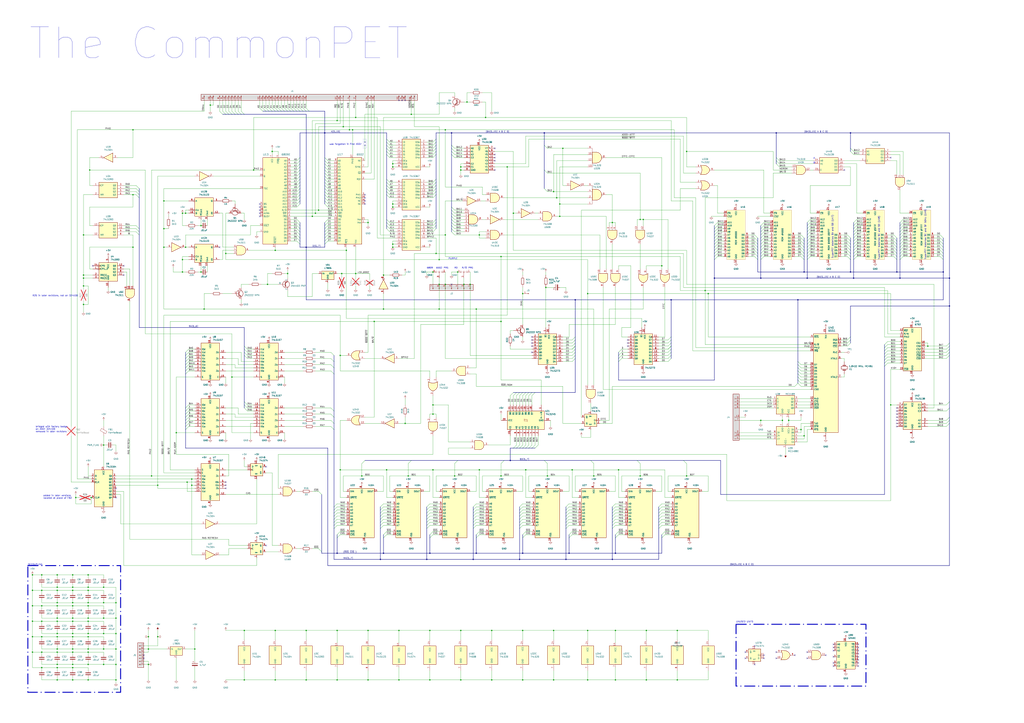
<source format=kicad_sch>
(kicad_sch (version 20230121) (generator eeschema)
  (paper "A1")
  (title_block (title "The CommonPET") (date "2023-06-03") (rev "V001") (comment 1 "drawn in 2023") (comment 2 "creativecommons.org/licenses/by-sa/4.0/") (comment 3 "License: CC BY-SA 4.0") (comment 4 "Author: InsaneDruid"))
  (lib_symbols
    (symbol "74xx:74HC137"
      (property "Reference" "U" (at -7.62 13.97 0))
      (property "Value" "74HC137" (at 2.54 -11.43 0))
      (symbol "74HC137_1_1"
        (pin input line (at -10.16 10.16 0) (length 2.54) (name "A0") (number "1"))
        (pin output line (at 10.16 -2.54 180) (length 2.54) (name "~{Y5}") (number "10"))
        (pin output line (at 10.16 0 180) (length 2.54) (name "~{Y4}") (number "11"))
        (pin output line (at 10.16 2.54 180) (length 2.54) (name "~{Y3}") (number "12"))
        (pin output line (at 10.16 5.08 180) (length 2.54) (name "~{Y2}") (number "13"))
        (pin output line (at 10.16 7.62 180) (length 2.54) (name "~{Y1}") (number "14"))
        (pin output line (at 10.16 10.16 180) (length 2.54) (name "~{Y0}") (number "15"))
        (pin power_in line (at 0 15.24 270) (length 2.54) (name "VCC") (number "16"))
        (pin input line (at -10.16 7.62 0) (length 2.54) (name "A1") (number "2"))
        (pin input line (at -10.16 5.08 0) (length 2.54) (name "A2") (number "3"))
        (pin input line (at -10.16 0 0) (length 2.54) (name "~{LE}") (number "4"))
        (pin input line (at -10.16 -5.08 0) (length 2.54) (name "~{E1}") (number "5"))
        (pin input line (at -10.16 -7.62 0) (length 2.54) (name "E2") (number "6"))
        (pin output line (at 10.16 -7.62 180) (length 2.54) (name "~{Y7}") (number "7"))
        (pin power_in line (at 0 -12.7 90) (length 2.54) (name "GND") (number "8"))
        (pin output line (at 10.16 -5.08 180) (length 2.54) (name "~{Y6}") (number "9"))
      )
    )
    (symbol "74xx:74LS04"
      (property "Reference" "U" (at 0 1.27 0))
      (property "Value" "74LS04" (at 0 -1.27 0))
      (symbol "74LS04_1_0"
        (pin input line (at -7.62 0 0) (length 3.81) (name "~") (number "1"))
        (pin output inverted (at 7.62 0 180) (length 3.81) (name "~") (number "2"))
      )
      (symbol "74LS04_2_0"
        (pin input line (at -7.62 0 0) (length 3.81) (name "~") (number "3"))
        (pin output inverted (at 7.62 0 180) (length 3.81) (name "~") (number "4"))
      )
      (symbol "74LS04_3_0"
        (pin input line (at -7.62 0 0) (length 3.81) (name "~") (number "5"))
        (pin output inverted (at 7.62 0 180) (length 3.81) (name "~") (number "6"))
      )
      (symbol "74LS04_4_0"
        (pin output inverted (at 7.62 0 180) (length 3.81) (name "~") (number "8"))
        (pin input line (at -7.62 0 0) (length 3.81) (name "~") (number "9"))
      )
      (symbol "74LS04_5_0"
        (pin output inverted (at 7.62 0 180) (length 3.81) (name "~") (number "10"))
        (pin input line (at -7.62 0 0) (length 3.81) (name "~") (number "11"))
      )
      (symbol "74LS04_6_0"
        (pin output inverted (at 7.62 0 180) (length 3.81) (name "~") (number "12"))
        (pin input line (at -7.62 0 0) (length 3.81) (name "~") (number "13"))
      )
      (symbol "74LS04_7_0"
        (pin power_in line (at 0 12.7 270) (length 5.08) (name "VCC") (number "14"))
        (pin power_in line (at 0 -12.7 90) (length 5.08) (name "GND") (number "7"))
      )
    )
    (symbol "74xx:74LS08" (pin_names (offset 1.016))
      (property "Reference" "U" (at 0 1.27 0))
      (property "Value" "74LS08" (at 0 -1.27 0))
      (symbol "74LS08_1_1"
        (pin input line (at -7.62 2.54 0) (length 3.81) (name "~") (number "1"))
        (pin input line (at -7.62 -2.54 0) (length 3.81) (name "~") (number "2"))
        (pin output line (at 7.62 0 180) (length 3.81) (name "~") (number "3"))
      )
      (symbol "74LS08_1_2"
        (pin input inverted (at -7.62 2.54 0) (length 4.318) (name "~") (number "1"))
        (pin input inverted (at -7.62 -2.54 0) (length 4.318) (name "~") (number "2"))
        (pin output inverted (at 7.62 0 180) (length 3.81) (name "~") (number "3"))
      )
      (symbol "74LS08_2_1"
        (pin input line (at -7.62 2.54 0) (length 3.81) (name "~") (number "4"))
        (pin input line (at -7.62 -2.54 0) (length 3.81) (name "~") (number "5"))
        (pin output line (at 7.62 0 180) (length 3.81) (name "~") (number "6"))
      )
      (symbol "74LS08_2_2"
        (pin input inverted (at -7.62 2.54 0) (length 4.318) (name "~") (number "4"))
        (pin input inverted (at -7.62 -2.54 0) (length 4.318) (name "~") (number "5"))
        (pin output inverted (at 7.62 0 180) (length 3.81) (name "~") (number "6"))
      )
      (symbol "74LS08_3_1"
        (pin input line (at -7.62 -2.54 0) (length 3.81) (name "~") (number "10"))
        (pin output line (at 7.62 0 180) (length 3.81) (name "~") (number "8"))
        (pin input line (at -7.62 2.54 0) (length 3.81) (name "~") (number "9"))
      )
      (symbol "74LS08_3_2"
        (pin input inverted (at -7.62 -2.54 0) (length 4.318) (name "~") (number "10"))
        (pin output inverted (at 7.62 0 180) (length 3.81) (name "~") (number "8"))
        (pin input inverted (at -7.62 2.54 0) (length 4.318) (name "~") (number "9"))
      )
      (symbol "74LS08_4_1"
        (pin output line (at 7.62 0 180) (length 3.81) (name "~") (number "11"))
        (pin input line (at -7.62 2.54 0) (length 3.81) (name "~") (number "12"))
        (pin input line (at -7.62 -2.54 0) (length 3.81) (name "~") (number "13"))
      )
      (symbol "74LS08_4_2"
        (pin output inverted (at 7.62 0 180) (length 3.81) (name "~") (number "11"))
        (pin input inverted (at -7.62 2.54 0) (length 4.318) (name "~") (number "12"))
        (pin input inverted (at -7.62 -2.54 0) (length 4.318) (name "~") (number "13"))
      )
      (symbol "74LS08_5_0"
        (pin power_in line (at 0 12.7 270) (length 5.08) (name "VCC") (number "14"))
        (pin power_in line (at 0 -12.7 90) (length 5.08) (name "GND") (number "7"))
      )
    )
    (symbol "74xx:74LS10" (pin_names (offset 1.016))
      (property "Reference" "U" (at 0 1.27 0))
      (property "Value" "74LS10" (at 0 -1.27 0))
      (symbol "74LS10_1_1"
        (pin input line (at -7.62 2.54 0) (length 3.81) (name "~") (number "1"))
        (pin output inverted (at 7.62 0 180) (length 3.81) (name "~") (number "12"))
        (pin input line (at -7.62 -2.54 0) (length 3.81) (name "~") (number "13"))
        (pin input line (at -7.62 0 0) (length 3.81) (name "~") (number "2"))
      )
      (symbol "74LS10_1_2"
        (pin input inverted (at -7.62 2.54 0) (length 4.318) (name "~") (number "1"))
        (pin output line (at 7.62 0 180) (length 3.81) (name "~") (number "12"))
        (pin input inverted (at -7.62 -2.54 0) (length 4.318) (name "~") (number "13"))
        (pin input inverted (at -7.62 0 0) (length 4.953) (name "~") (number "2"))
      )
      (symbol "74LS10_2_1"
        (pin input line (at -7.62 2.54 0) (length 3.81) (name "~") (number "3"))
        (pin input line (at -7.62 0 0) (length 3.81) (name "~") (number "4"))
        (pin input line (at -7.62 -2.54 0) (length 3.81) (name "~") (number "5"))
        (pin output inverted (at 7.62 0 180) (length 3.81) (name "~") (number "6"))
      )
      (symbol "74LS10_2_2"
        (pin input inverted (at -7.62 2.54 0) (length 4.318) (name "~") (number "3"))
        (pin input inverted (at -7.62 0 0) (length 4.953) (name "~") (number "4"))
        (pin input inverted (at -7.62 -2.54 0) (length 4.318) (name "~") (number "5"))
        (pin output line (at 7.62 0 180) (length 3.81) (name "~") (number "6"))
      )
      (symbol "74LS10_3_1"
        (pin input line (at -7.62 0 0) (length 3.81) (name "~") (number "10"))
        (pin input line (at -7.62 -2.54 0) (length 3.81) (name "~") (number "11"))
        (pin output inverted (at 7.62 0 180) (length 3.81) (name "~") (number "8"))
        (pin input line (at -7.62 2.54 0) (length 3.81) (name "~") (number "9"))
      )
      (symbol "74LS10_3_2"
        (pin input inverted (at -7.62 0 0) (length 4.953) (name "~") (number "10"))
        (pin input inverted (at -7.62 -2.54 0) (length 4.318) (name "~") (number "11"))
        (pin output line (at 7.62 0 180) (length 3.81) (name "~") (number "8"))
        (pin input inverted (at -7.62 2.54 0) (length 4.318) (name "~") (number "9"))
      )
      (symbol "74LS10_4_0"
        (pin power_in line (at 0 12.7 270) (length 5.08) (name "VCC") (number "14"))
        (pin power_in line (at 0 -12.7 90) (length 5.08) (name "GND") (number "7"))
      )
    )
    (symbol "74xx:74LS30" (pin_names (offset 1.016))
      (property "Reference" "U" (at 0 1.27 0))
      (property "Value" "74LS30" (at 0 -1.27 0))
      (symbol "74LS30_1_1"
        (pin input line (at -7.62 7.62 0) (length 3.81) (name "~") (number "1"))
        (pin input line (at -7.62 -7.62 0) (length 3.81) (name "~") (number "11"))
        (pin input line (at -7.62 -10.16 0) (length 3.81) (name "~") (number "12"))
        (pin input line (at -7.62 5.08 0) (length 3.81) (name "~") (number "2"))
        (pin input line (at -7.62 2.54 0) (length 3.81) (name "~") (number "3"))
        (pin input line (at -7.62 0 0) (length 3.81) (name "~") (number "4"))
        (pin input line (at -7.62 -2.54 0) (length 3.81) (name "~") (number "5"))
        (pin input line (at -7.62 -5.08 0) (length 3.81) (name "~") (number "6"))
        (pin output inverted (at 7.62 0 180) (length 3.81) (name "~") (number "8"))
      )
      (symbol "74LS30_1_2"
        (pin input inverted (at -7.62 7.62 0) (length 3.81) (name "~") (number "1"))
        (pin input inverted (at -7.62 -7.62 0) (length 3.81) (name "~") (number "11"))
        (pin input inverted (at -7.62 -10.16 0) (length 3.81) (name "~") (number "12"))
        (pin input inverted (at -7.62 5.08 0) (length 3.81) (name "~") (number "2"))
        (pin input inverted (at -7.62 2.54 0) (length 4.5466) (name "~") (number "3"))
        (pin input inverted (at -7.62 0 0) (length 5.08) (name "~") (number "4"))
        (pin input inverted (at -7.62 -2.54 0) (length 4.5466) (name "~") (number "5"))
        (pin input inverted (at -7.62 -5.08 0) (length 3.81) (name "~") (number "6"))
        (pin output line (at 7.62 0 180) (length 3.81) (name "~") (number "8"))
      )
      (symbol "74LS30_2_0"
        (pin power_in line (at 0 12.7 270) (length 5.08) (name "VCC") (number "14"))
        (pin power_in line (at 0 -12.7 90) (length 5.08) (name "GND") (number "7"))
      )
    )
    (symbol "74xx:74LS32" (pin_names (offset 1.016))
      (property "Reference" "U" (at 0 1.27 0))
      (property "Value" "74LS32" (at 0 -1.27 0))
      (symbol "74LS32_1_1"
        (pin input line (at -7.62 2.54 0) (length 4.318) (name "~") (number "1"))
        (pin input line (at -7.62 -2.54 0) (length 4.318) (name "~") (number "2"))
        (pin output line (at 7.62 0 180) (length 3.81) (name "~") (number "3"))
      )
      (symbol "74LS32_1_2"
        (pin input inverted (at -7.62 2.54 0) (length 3.81) (name "~") (number "1"))
        (pin input inverted (at -7.62 -2.54 0) (length 3.81) (name "~") (number "2"))
        (pin output inverted (at 7.62 0 180) (length 3.81) (name "~") (number "3"))
      )
      (symbol "74LS32_2_1"
        (pin input line (at -7.62 2.54 0) (length 4.318) (name "~") (number "4"))
        (pin input line (at -7.62 -2.54 0) (length 4.318) (name "~") (number "5"))
        (pin output line (at 7.62 0 180) (length 3.81) (name "~") (number "6"))
      )
      (symbol "74LS32_2_2"
        (pin input inverted (at -7.62 2.54 0) (length 3.81) (name "~") (number "4"))
        (pin input inverted (at -7.62 -2.54 0) (length 3.81) (name "~") (number "5"))
        (pin output inverted (at 7.62 0 180) (length 3.81) (name "~") (number "6"))
      )
      (symbol "74LS32_3_1"
        (pin input line (at -7.62 -2.54 0) (length 4.318) (name "~") (number "10"))
        (pin output line (at 7.62 0 180) (length 3.81) (name "~") (number "8"))
        (pin input line (at -7.62 2.54 0) (length 4.318) (name "~") (number "9"))
      )
      (symbol "74LS32_3_2"
        (pin input inverted (at -7.62 -2.54 0) (length 3.81) (name "~") (number "10"))
        (pin output inverted (at 7.62 0 180) (length 3.81) (name "~") (number "8"))
        (pin input inverted (at -7.62 2.54 0) (length 3.81) (name "~") (number "9"))
      )
      (symbol "74LS32_4_1"
        (pin output line (at 7.62 0 180) (length 3.81) (name "~") (number "11"))
        (pin input line (at -7.62 2.54 0) (length 4.318) (name "~") (number "12"))
        (pin input line (at -7.62 -2.54 0) (length 4.318) (name "~") (number "13"))
      )
      (symbol "74LS32_4_2"
        (pin output inverted (at 7.62 0 180) (length 3.81) (name "~") (number "11"))
        (pin input inverted (at -7.62 2.54 0) (length 3.81) (name "~") (number "12"))
        (pin input inverted (at -7.62 -2.54 0) (length 3.81) (name "~") (number "13"))
      )
      (symbol "74LS32_5_0"
        (pin power_in line (at 0 12.7 270) (length 5.08) (name "VCC") (number "14"))
        (pin power_in line (at 0 -12.7 90) (length 5.08) (name "GND") (number "7"))
      )
    )
    (symbol "74xx:74LS37" (pin_names (offset 1.016))
      (property "Reference" "U" (at 0 1.27 0))
      (property "Value" "74LS37" (at 0 -1.27 0))
      (symbol "74LS37_1_1"
        (pin input line (at -7.62 2.54 0) (length 3.81) (name "~") (number "1"))
        (pin input line (at -7.62 -2.54 0) (length 3.81) (name "~") (number "2"))
        (pin output inverted (at 7.62 0 180) (length 3.81) (name "~") (number "3"))
      )
      (symbol "74LS37_1_2"
        (pin input inverted (at -7.62 2.54 0) (length 4.318) (name "~") (number "1"))
        (pin input inverted (at -7.62 -2.54 0) (length 4.318) (name "~") (number "2"))
        (pin output line (at 7.62 0 180) (length 3.81) (name "~") (number "3"))
      )
      (symbol "74LS37_2_1"
        (pin input line (at -7.62 2.54 0) (length 3.81) (name "~") (number "4"))
        (pin input line (at -7.62 -2.54 0) (length 3.81) (name "~") (number "5"))
        (pin output inverted (at 7.62 0 180) (length 3.81) (name "~") (number "6"))
      )
      (symbol "74LS37_2_2"
        (pin input inverted (at -7.62 2.54 0) (length 4.318) (name "~") (number "4"))
        (pin input inverted (at -7.62 -2.54 0) (length 4.318) (name "~") (number "5"))
        (pin output line (at 7.62 0 180) (length 3.81) (name "~") (number "6"))
      )
      (symbol "74LS37_3_1"
        (pin input line (at -7.62 -2.54 0) (length 3.81) (name "~") (number "10"))
        (pin output inverted (at 7.62 0 180) (length 3.81) (name "~") (number "8"))
        (pin input line (at -7.62 2.54 0) (length 3.81) (name "~") (number "9"))
      )
      (symbol "74LS37_3_2"
        (pin input inverted (at -7.62 -2.54 0) (length 4.318) (name "~") (number "10"))
        (pin output line (at 7.62 0 180) (length 3.81) (name "~") (number "8"))
        (pin input inverted (at -7.62 2.54 0) (length 4.318) (name "~") (number "9"))
      )
      (symbol "74LS37_4_1"
        (pin output inverted (at 7.62 0 180) (length 3.81) (name "~") (number "11"))
        (pin input line (at -7.62 2.54 0) (length 3.81) (name "~") (number "12"))
        (pin input line (at -7.62 -2.54 0) (length 3.81) (name "~") (number "13"))
      )
      (symbol "74LS37_4_2"
        (pin output line (at 7.62 0 180) (length 3.81) (name "~") (number "11"))
        (pin input inverted (at -7.62 2.54 0) (length 4.318) (name "~") (number "12"))
        (pin input inverted (at -7.62 -2.54 0) (length 4.318) (name "~") (number "13"))
      )
      (symbol "74LS37_5_0"
        (pin power_in line (at 0 12.7 270) (length 5.08) (name "VCC") (number "14"))
        (pin power_in line (at 0 -12.7 90) (length 5.08) (name "GND") (number "7"))
      )
    )
    (symbol "74xx:74LS393" (pin_names (offset 1.016))
      (property "Reference" "U" (at -7.62 8.89 0))
      (property "Value" "74LS393" (at -7.62 -8.89 0))
      (symbol "74LS393_1_0"
        (pin input clock (at -12.7 2.54 0) (length 5.08) (name "CP") (number "1"))
        (pin input line (at -12.7 -5.08 0) (length 5.08) (name "MR") (number "2"))
        (pin output line (at 12.7 2.54 180) (length 5.08) (name "Q0") (number "3"))
        (pin output line (at 12.7 0 180) (length 5.08) (name "Q1") (number "4"))
        (pin output line (at 12.7 -2.54 180) (length 5.08) (name "Q2") (number "5"))
        (pin output line (at 12.7 -5.08 180) (length 5.08) (name "Q3") (number "6"))
      )
      (symbol "74LS393_2_0"
        (pin output line (at 12.7 0 180) (length 5.08) (name "Q1") (number "10"))
        (pin output line (at 12.7 2.54 180) (length 5.08) (name "Q0") (number "11"))
        (pin input line (at -12.7 -5.08 0) (length 5.08) (name "MR") (number "12"))
        (pin input clock (at -12.7 2.54 0) (length 5.08) (name "CP") (number "13"))
        (pin output line (at 12.7 -5.08 180) (length 5.08) (name "Q3") (number "8"))
        (pin output line (at 12.7 -2.54 180) (length 5.08) (name "Q2") (number "9"))
      )
      (symbol "74LS393_3_0"
        (pin power_in line (at 0 12.7 270) (length 5.08) (name "VCC") (number "14"))
        (pin power_in line (at 0 -12.7 90) (length 5.08) (name "GND") (number "7"))
      )
    )
    (symbol "74xx:74LS74" (pin_names (offset 1.016))
      (property "Reference" "U" (at -7.62 8.89 0))
      (property "Value" "74LS74" (at -7.62 -8.89 0))
      (symbol "74LS74_1_0"
        (pin input line (at 0 -7.62 90) (length 2.54) (name "~{R}") (number "1"))
        (pin input line (at -7.62 2.54 0) (length 2.54) (name "D") (number "2"))
        (pin input clock (at -7.62 0 0) (length 2.54) (name "C") (number "3"))
        (pin input line (at 0 7.62 270) (length 2.54) (name "~{S}") (number "4"))
        (pin output line (at 7.62 2.54 180) (length 2.54) (name "Q") (number "5"))
        (pin output line (at 7.62 -2.54 180) (length 2.54) (name "~{Q}") (number "6"))
      )
      (symbol "74LS74_2_0"
        (pin input line (at 0 7.62 270) (length 2.54) (name "~{S}") (number "10"))
        (pin input clock (at -7.62 0 0) (length 2.54) (name "C") (number "11"))
        (pin input line (at -7.62 2.54 0) (length 2.54) (name "D") (number "12"))
        (pin input line (at 0 -7.62 90) (length 2.54) (name "~{R}") (number "13"))
        (pin output line (at 7.62 -2.54 180) (length 2.54) (name "~{Q}") (number "8"))
        (pin output line (at 7.62 2.54 180) (length 2.54) (name "Q") (number "9"))
      )
      (symbol "74LS74_3_0"
        (pin power_in line (at 0 10.16 270) (length 2.54) (name "VCC") (number "14"))
        (pin power_in line (at 0 -10.16 90) (length 2.54) (name "GND") (number "7"))
      )
    )
    (symbol "74xx:74LS93" (pin_names (offset 1.016))
      (property "Reference" "U" (at -7.62 8.89 0))
      (property "Value" "74LS93" (at -7.62 -8.89 0))
      (symbol "74LS93_1_0"
        (pin input inverted_clock (at -12.7 2.54 0) (length 5.08) (name "CP1..3") (number "1"))
        (pin power_in line (at 0 -12.7 90) (length 5.08) (name "GND") (number "10"))
        (pin output line (at 12.7 -2.54 180) (length 5.08) (name "Q3") (number "11"))
        (pin output line (at 12.7 5.08 180) (length 5.08) (name "Q0") (number "12"))
        (pin input inverted_clock (at -12.7 5.08 0) (length 5.08) (name "CP0") (number "14"))
        (pin input line (at -12.7 -2.54 0) (length 5.08) (name "R0(1)") (number "2"))
        (pin input line (at -12.7 -5.08 0) (length 5.08) (name "R0(2)") (number "3"))
        (pin power_in line (at 0 12.7 270) (length 5.08) (name "VCC") (number "5"))
        (pin output line (at 12.7 0 180) (length 5.08) (name "Q2") (number "8"))
        (pin output line (at 12.7 2.54 180) (length 5.08) (name "Q1") (number "9"))
      )
    )
    (symbol "Connector:Conn_01x01_Pin" (pin_names (offset 1.016) hide)
      (property "Reference" "J" (at 0 2.54 0))
      (property "Value" "Conn_01x01_Pin" (at 0 -2.54 0))
      (symbol "Conn_01x01_Pin_1_1"
        (pin passive line (at 5.08 0 180) (length 3.81) (name "Pin_1") (number "1"))
      )
    )
    (symbol "Connector:TestPoint" (pin_numbers hide) (pin_names (offset 0.762) hide)
      (property "Reference" "TP" (at 0 6.858 0))
      (property "Value" "TestPoint" (at 0 5.08 0))
      (symbol "TestPoint_1_1"
        (pin passive line (at 0 0 90) (length 2.54) (name "1") (number "1"))
      )
    )
    (symbol "Device:FerriteBead" (pin_numbers hide) (pin_names (offset 0))
      (property "Reference" "FB" (at -3.81 0.635 90))
      (property "Value" "FerriteBead" (at 3.81 0 90))
      (symbol "FerriteBead_1_1"
        (pin passive line (at 0 3.81 270) (length 2.54) (name "~") (number "1"))
        (pin passive line (at 0 -3.81 90) (length 2.54) (name "~") (number "2"))
      )
    )
    (symbol "Device:Q_NPN_BCE" (pin_names (offset 0) hide)
      (property "Reference" "Q" (at 5.08 1.27 0))
      (property "Value" "Q_NPN_BCE" (at 5.08 -1.27 0))
      (symbol "Q_NPN_BCE_1_1"
        (pin input line (at -5.08 0 0) (length 5.715) (name "B") (number "1"))
        (pin passive line (at 2.54 5.08 270) (length 2.54) (name "C") (number "2"))
        (pin passive line (at 2.54 -5.08 90) (length 2.54) (name "E") (number "3"))
      )
    )
    (symbol "Regulator_Linear:L7805" (pin_names (offset 0.254))
      (property "Reference" "U" (at -3.81 3.175 0))
      (property "Value" "L7805" (at 0 3.175 0))
      (symbol "L7805_1_1"
        (pin power_in line (at -7.62 0 0) (length 2.54) (name "IN") (number "1"))
        (pin power_in line (at 0 -7.62 90) (length 2.54) (name "GND") (number "2"))
        (pin power_out line (at 7.62 0 180) (length 2.54) (name "OUT") (number "3"))
      )
    )
    (symbol "commonpet_lib_sch:4164"
      (property "Reference" "REF**" (at -7.62 22.86 0))
      (property "Value" "~" (at 7.62 22.86 0))
      (symbol "4164_1_0"
        (pin power_in line (at 0 22.86 270) (length 2.54) (name "VCC") (number "8"))
      )
      (symbol "4164_1_1"
        (pin no_connect line (at -2.54 -22.86 90) (length 2.54) hide (name "NC") (number "1"))
        (pin input line (at -12.7 -5.08 0) (length 2.54) (name "A5") (number "10"))
        (pin input line (at -12.7 -2.54 0) (length 2.54) (name "A4") (number "11"))
        (pin input line (at -12.7 0 0) (length 2.54) (name "A3") (number "12"))
        (pin input line (at -12.7 -7.62 0) (length 2.54) (name "A6") (number "13"))
        (pin tri_state line (at 12.7 17.78 180) (length 2.54) (name "DOUT") (number "14"))
        (pin input line (at -12.7 -17.78 0) (length 2.54) (name "~{CAS}") (number "15"))
        (pin power_in line (at 2.54 -22.86 90) (length 2.54) (name "VSS") (number "16"))
        (pin input line (at -12.7 17.78 0) (length 2.54) (name "DIN") (number "2"))
        (pin input line (at -12.7 12.7 0) (length 2.54) (name "~{WRITE}") (number "3"))
        (pin input line (at -12.7 -15.24 0) (length 2.54) (name "~{RAS}") (number "4"))
        (pin input line (at -12.7 7.62 0) (length 2.54) (name "A0") (number "5"))
        (pin input line (at -12.7 2.54 0) (length 2.54) (name "A2") (number "6"))
        (pin input line (at -12.7 5.08 0) (length 2.54) (name "A1") (number "7"))
        (pin input line (at -12.7 -10.16 0) (length 2.54) (name "A7") (number "9"))
      )
    )
    (symbol "commonpet_lib_sch:C" (pin_numbers hide) (pin_names (offset 0.254))
      (property "Reference" "REF**" (at 3.81 0 90))
      (property "Value" "~" (at -3.81 0 90))
      (symbol "C_1_1"
        (pin passive line (at 0 2.54 270) (length 1.524) (name "~") (number "1"))
        (pin passive line (at 0 -2.54 90) (length 1.524) (name "~") (number "2"))
      )
    )
    (symbol "commonpet_lib_sch:C_Polarized" (pin_numbers hide) (pin_names (offset 0.254))
      (property "Reference" "REF**" (at 3.81 2.159 0))
      (property "Value" "~" (at 3.81 -0.381 0))
      (symbol "C_Polarized_1_1"
        (pin passive line (at 0 2.54 270) (length 1.524) (name "~") (number "1"))
        (pin passive line (at 0 -2.54 90) (length 1.524) (name "~") (number "2"))
      )
    )
    (symbol "commonpet_lib_sch:Conn_01x07_Pin" (pin_names (offset 1.016) hide)
      (property "Reference" "J5" (at -3.81 0 0))
      (symbol "Conn_01x07_Pin_1_1"
        (pin passive line (at 2.54 7.62 180) (length 2.54) (name "Pin_1") (number "1"))
        (pin passive line (at 2.54 5.08 180) (length 2.54) (name "Pin_2") (number "2"))
        (pin passive line (at 2.54 2.54 180) (length 2.54) (name "Pin_3") (number "3"))
        (pin passive line (at 2.54 0 180) (length 2.54) (name "Pin_4") (number "4"))
        (pin passive line (at 2.54 -2.54 180) (length 2.54) (name "Pin_5") (number "5"))
        (pin passive line (at 2.54 -5.08 180) (length 2.54) (name "Pin_6") (number "6"))
        (pin passive line (at 2.54 -7.62 180) (length 2.54) (name "Pin_7") (number "7"))
      )
    )
    (symbol "commonpet_lib_sch:J1_Conn_01x40_Pin" (pin_names (offset 1.016) hide)
      (property "Reference" "REF**" (at -6.35 13.97 90))
      (property "Value" "~" (at -3.81 13.97 90))
      (symbol "J1_Conn_01x40_Pin_1_1"
        (pin passive line (at 2.54 -86.36 180) (length 3.81) (name "Pin_1") (number "1"))
        (pin passive line (at 2.54 68.58 180) (length 3.81) (name "Pin_10") (number "10"))
        (pin passive line (at 2.54 66.04 180) (length 3.81) (name "Pin_11") (number "11"))
        (pin passive line (at 2.54 63.5 180) (length 3.81) (name "Pin_12") (number "12"))
        (pin passive line (at 2.54 60.96 180) (length 3.81) (name "Pin_13") (number "13"))
        (pin passive line (at 2.54 58.42 180) (length 3.81) (name "Pin_14") (number "14"))
        (pin passive line (at 2.54 55.88 180) (length 3.81) (name "Pin_15") (number "15"))
        (pin passive line (at 2.54 2.54 180) (length 3.81) (name "Pin_16") (number "16"))
        (pin passive line (at 2.54 5.08 180) (length 3.81) (name "Pin_17") (number "17"))
        (pin passive line (at 2.54 7.62 180) (length 3.81) (name "Pin_18") (number "18"))
        (pin passive line (at 2.54 10.16 180) (length 3.81) (name "Pin_19") (number "19"))
        (pin passive line (at 2.54 -38.1 180) (length 3.81) (name "Pin_2") (number "2"))
        (pin passive line (at 2.54 81.28 180) (length 3.81) (name "Pin_20") (number "20"))
        (pin passive line (at 2.54 12.7 180) (length 3.81) (name "Pin_21") (number "21"))
        (pin passive line (at 2.54 15.24 180) (length 3.81) (name "Pin_22") (number "22"))
        (pin passive line (at 2.54 17.78 180) (length 3.81) (name "Pin_23") (number "23"))
        (pin passive line (at 2.54 20.32 180) (length 3.81) (name "Pin_24") (number "24"))
        (pin passive line (at 2.54 22.86 180) (length 3.81) (name "Pin_25") (number "25"))
        (pin passive line (at 2.54 25.4 180) (length 3.81) (name "Pin_26") (number "26"))
        (pin passive line (at 2.54 27.94 180) (length 3.81) (name "Pin_27") (number "27"))
        (pin passive line (at 2.54 30.48 180) (length 3.81) (name "Pin_28") (number "28"))
        (pin passive line (at 2.54 33.02 180) (length 3.81) (name "Pin_29") (number "29"))
        (pin passive line (at 2.54 -50.8 180) (length 3.81) (name "Pin_3") (number "3"))
        (pin passive line (at 2.54 35.56 180) (length 3.81) (name "Pin_30") (number "30"))
        (pin passive line (at 2.54 38.1 180) (length 3.81) (name "Pin_31") (number "31"))
        (pin passive line (at 2.54 40.64 180) (length 3.81) (name "Pin_32") (number "32"))
        (pin passive line (at 2.54 -73.66 180) (length 3.81) (name "Pin_33") (number "33"))
        (pin passive line (at 2.54 -48.26 180) (length 3.81) (name "Pin_34") (number "34"))
        (pin passive line (at 2.54 -25.4 180) (length 3.81) (name "Pin_35") (number "35"))
        (pin passive line (at 2.54 -83.82 180) (length 3.81) (name "Pin_36") (number "36"))
        (pin passive line (at 2.54 -22.86 180) (length 3.81) (name "Pin_37") (number "37"))
        (pin passive line (at 2.54 -78.74 180) (length 3.81) (name "Pin_38") (number "38"))
        (pin passive line (at 2.54 -53.34 180) (length 3.81) (name "Pin_39") (number "39"))
        (pin passive line (at 2.54 -33.02 180) (length 3.81) (name "Pin_4") (number "4"))
        (pin passive line (at 2.54 78.74 180) (length 3.81) (name "Pin_40") (number "40"))
        (pin passive line (at 2.54 -76.2 180) (length 3.81) (name "Pin_5") (number "5"))
        (pin passive line (at 2.54 86.36 180) (length 3.81) (name "Pin_6") (number "6"))
        (pin passive line (at 2.54 -27.94 180) (length 3.81) (name "Pin_7") (number "7"))
        (pin passive line (at 2.54 73.66 180) (length 3.81) (name "Pin_8") (number "8"))
        (pin passive line (at 2.54 71.12 180) (length 3.81) (name "Pin_9") (number "9"))
      )
    )
    (symbol "commonpet_lib_sch:J3_Conn_01x07_Pin" (pin_names hide)
      (property "Reference" "REF**" (at -1.27 -1.27 0))
      (property "Value" "~" (at -1.27 1.27 0))
      (symbol "J3_Conn_01x07_Pin_1_1"
        (pin passive line (at 2.54 15.24 180) (length 2.54) (name "Pin_1") (number "1"))
        (pin passive line (at 2.54 0 180) (length 2.54) (name "Pin_2") (number "2"))
        (pin passive line (at 2.54 10.16 180) (length 2.54) (name "Pin_3") (number "3"))
        (pin passive line (at 2.54 5.08 180) (length 2.54) (name "Pin_4") (number "4"))
        (pin passive line (at 2.54 -5.08 180) (length 2.54) (name "Pin_5") (number "5"))
        (pin passive line (at 2.54 -10.16 180) (length 2.54) (name "Pin_6") (number "6"))
        (pin passive line (at 2.54 -15.24 180) (length 2.54) (name "Pin_7") (number "7"))
      )
    )
    (symbol "commonpet_lib_sch:J4_Conn_01x25_Socket" (pin_names hide)
      (property "Reference" "REF**" (at 0.635 17.78 0))
      (property "Value" "~" (at 2.54 35.56 0))
      (symbol "J4_Conn_01x25_Socket_1_0"
        (pin no_connect line (at 5.08 12.7 180) (length 2.54) hide (name "NC") (number "1"))
        (pin no_connect line (at 5.08 7.62 180) (length 2.54) hide (name "NC") (number "10"))
        (pin no_connect line (at 5.08 5.08 180) (length 2.54) hide (name "NC") (number "11"))
        (pin no_connect line (at 5.08 2.54 180) (length 2.54) hide (name "NC") (number "12"))
        (pin no_connect line (at 5.08 0 180) (length 2.54) hide (name "NC") (number "14"))
        (pin no_connect line (at 5.08 -2.54 180) (length 2.54) hide (name "NC") (number "15"))
        (pin no_connect line (at 5.08 -5.08 180) (length 2.54) hide (name "NC") (number "16"))
        (pin no_connect line (at 5.08 -7.62 180) (length 2.54) hide (name "NC") (number "17"))
        (pin no_connect line (at 5.08 -10.16 180) (length 2.54) hide (name "NC") (number "18"))
        (pin no_connect line (at 5.08 -12.7 180) (length 2.54) hide (name "NC") (number "19"))
        (pin no_connect line (at 5.08 10.16 180) (length 2.54) hide (name "NC") (number "9"))
      )
      (symbol "J4_Conn_01x25_Socket_1_1"
        (pin passive line (at -2.54 0 0) (length 2.54) (name "Pin_7") (number "13"))
        (pin passive line (at -2.54 -12.7 0) (length 2.54) (name "Pin_2") (number "2"))
        (pin passive line (at -2.54 -15.24 0) (length 2.54) (name "Pin_20") (number "20"))
        (pin passive line (at -2.54 15.24 0) (length 2.54) (name "Pin_3") (number "3"))
        (pin passive line (at -2.54 -17.78 0) (length 2.54) (name "Pin_4") (number "4"))
        (pin passive line (at -2.54 12.7 0) (length 2.54) (name "Pin_5") (number "5"))
        (pin passive line (at -2.54 7.62 0) (length 2.54) (name "Pin_6") (number "6"))
        (pin passive line (at -2.54 -2.54 0) (length 2.54) (name "Pin_7") (number "7"))
        (pin passive line (at -2.54 10.16 0) (length 2.54) (name "Pin_8") (number "8"))
      )
    )
    (symbol "commonpet_lib_sch:Q3_PNP" (pin_numbers hide) (pin_names (offset 0))
      (property "Reference" "REF**" (at 5.08 1.27 0))
      (property "Value" "~" (at 5.08 -1.27 0))
      (symbol "Q3_PNP_1_1"
        (pin power_out line (at 2.54 5.08 270) (length 2.54) (name "C") (number "1"))
        (pin input line (at -5.08 0 0) (length 2.54) (name "B") (number "2"))
        (pin power_in line (at 2.54 -5.08 90) (length 2.54) (name "E") (number "3"))
      )
    )
    (symbol "commonpet_lib_sch:R" (pin_numbers hide) (pin_names (offset 0))
      (property "Reference" "REF**" (at 2.54 0 90))
      (property "Value" "~" (at -2.54 0 90))
      (symbol "R_1_1"
        (pin passive line (at 0 5.08 270) (length 2.54) (name "~") (number "1"))
        (pin passive line (at 0 -5.08 90) (length 2.54) (name "~") (number "2"))
      )
    )
    (symbol "commonpet_lib_sch:SW1_SW2_SW_DP3T" (pin_names (offset 0) hide) (on_board no)
      (property "Reference" "REF**" (at 0 -5.08 0))
      (property "Value" "~" (at -1.27 -10.16 90))
      (symbol "SW1_SW2_SW_DP3T_1_1"
        (pin passive line (at 2.54 5.08 270) (length 1.905) (name "1") (number "1"))
        (pin passive line (at -2.54 0 0) (length 2.54) (name "3") (number "3"))
        (pin passive line (at 2.54 -5.08 90) (length 1.905) (name "4") (number "4"))
      )
    )
    (symbol "commonpet_lib_sch:U10_74LS157"
      (property "Reference" "REF**" (at 1.9559 20.32 0))
      (property "Value" "~" (at 1.9559 17.78 0))
      (symbol "U10_74LS157_1_0"
        (pin input line (at -12.7 -12.7 0) (length 5.08) (name "S") (number "1"))
        (pin input line (at -12.7 7.62 0) (length 5.08) (name "I1c") (number "10"))
        (pin input line (at -12.7 0 0) (length 5.08) (name "I0c") (number "11"))
        (pin output line (at 12.7 7.62 180) (length 5.08) (name "Zd") (number "12"))
        (pin input line (at -12.7 10.16 0) (length 5.08) (name "I1d") (number "13"))
        (pin input line (at -12.7 2.54 0) (length 5.08) (name "I0d") (number "14"))
        (pin input inverted (at 12.7 -12.7 180) (length 5.08) (name "E") (number "15"))
        (pin power_in line (at 0 17.78 270) (length 2.54) (name "VCC") (number "16"))
        (pin input line (at -12.7 -7.62 0) (length 5.08) (name "I0a") (number "2"))
        (pin input line (at -12.7 -5.08 0) (length 5.08) (name "I1a") (number "3"))
        (pin output line (at 12.7 -7.62 180) (length 5.08) (name "Za") (number "4"))
        (pin input line (at -12.7 -2.54 0) (length 5.08) (name "I0b") (number "5"))
        (pin input line (at -12.7 5.08 0) (length 5.08) (name "I1b") (number "6"))
        (pin output line (at 12.7 -2.54 180) (length 5.08) (name "Zb") (number "7"))
        (pin power_in line (at 0 -17.78 90) (length 2.54) (name "GND") (number "8"))
        (pin output line (at 12.7 2.54 180) (length 5.08) (name "Zc") (number "9"))
      )
    )
    (symbol "commonpet_lib_sch:U11_74LS157"
      (property "Reference" "REF**" (at 1.9559 20.32 0))
      (property "Value" "~" (at 1.9559 17.78 0))
      (symbol "U11_74LS157_1_0"
        (pin input line (at -12.7 -12.7 0) (length 5.08) (name "S") (number "1"))
        (pin input line (at -12.7 7.62 0) (length 5.08) (name "I1c") (number "10"))
        (pin input line (at -12.7 -2.54 0) (length 5.08) (name "I0c") (number "11"))
        (pin output line (at 12.7 7.62 180) (length 5.08) (name "Zd") (number "12"))
        (pin input line (at -12.7 10.16 0) (length 5.08) (name "I1d") (number "13"))
        (pin input line (at -12.7 0 0) (length 5.08) (name "I0d") (number "14"))
        (pin input inverted (at 12.7 -12.7 180) (length 5.08) (name "E") (number "15"))
        (pin power_in line (at 0 17.78 270) (length 2.54) (name "VCC") (number "16"))
        (pin input line (at -12.7 -7.62 0) (length 5.08) (name "I0a") (number "2"))
        (pin input line (at -12.7 2.54 0) (length 5.08) (name "I1a") (number "3"))
        (pin output line (at 12.7 -7.62 180) (length 5.08) (name "Za") (number "4"))
        (pin input line (at -12.7 -5.08 0) (length 5.08) (name "I0b") (number "5"))
        (pin input line (at -12.7 5.08 0) (length 5.08) (name "I1b") (number "6"))
        (pin output line (at 12.7 -2.54 180) (length 5.08) (name "Zb") (number "7"))
        (pin power_in line (at 0 -17.78 90) (length 2.54) (name "GND") (number "8"))
        (pin output line (at 12.7 2.54 180) (length 5.08) (name "Zc") (number "9"))
      )
    )
    (symbol "commonpet_lib_sch:U12_74LS123"
      (property "Reference" "REF**" (at 0 12.7 0))
      (property "Value" "~" (at 0 10.16 0))
      (symbol "U12_74LS123_1_0"
        (pin input inverted (at -12.7 5.08 0) (length 5.08) (name "A") (number "1"))
        (pin output line (at 12.7 5.08 180) (length 5.08) (name "Q") (number "13"))
        (pin input line (at 2.54 -10.16 90) (length 2.54) (name "Cext") (number "14"))
        (pin input line (at -2.54 -10.16 90) (length 2.54) (name "RCext") (number "15"))
        (pin input line (at -12.7 -5.08 0) (length 5.08) (name "B") (number "2"))
        (pin input inverted (at -12.7 -2.54 0) (length 5.08) (name "Clr") (number "3"))
        (pin output line (at 12.7 -5.08 180) (length 5.08) (name "~{Q}") (number "4"))
      )
      (symbol "U12_74LS123_2_0"
        (pin input line (at -12.7 -5.08 0) (length 5.08) (name "B") (number "10"))
        (pin input inverted (at -12.7 -2.54 0) (length 5.08) (name "Clr") (number "11"))
        (pin output line (at 12.7 -5.08 180) (length 5.08) (name "~{Q}") (number "12"))
        (pin output line (at 12.7 5.08 180) (length 5.08) (name "Q") (number "5"))
        (pin input line (at 2.54 -10.16 90) (length 2.54) (name "Cext") (number "6"))
        (pin input line (at -2.54 -10.16 90) (length 2.54) (name "RCext") (number "7"))
        (pin input inverted (at -12.7 5.08 0) (length 5.08) (name "A") (number "9"))
      )
      (symbol "U12_74LS123_3_0"
        (pin power_in line (at 0 12.7 270) (length 5.08) (name "VCC") (number "16"))
        (pin power_in line (at 0 -12.7 90) (length 5.08) (name "GND") (number "8"))
      )
    )
    (symbol "commonpet_lib_sch:U13_6809E"
      (property "Reference" "U13" (at -10.16 38.1 0))
      (property "Value" "6809E" (at 5.08 38.1 0))
      (symbol "U13_6809E_1_1"
        (pin power_in line (at -12.7 -25.4 0) (length 2.54) (name "GND") (number "1"))
        (pin tri_state line (at 12.7 27.94 180) (length 2.54) (name "A2") (number "10"))
        (pin tri_state line (at 12.7 25.4 180) (length 2.54) (name "A3") (number "11"))
        (pin tri_state line (at 12.7 22.86 180) (length 2.54) (name "A4") (number "12"))
        (pin tri_state line (at 12.7 20.32 180) (length 2.54) (name "A5") (number "13"))
        (pin tri_state line (at 12.7 17.78 180) (length 2.54) (name "A6") (number "14"))
        (pin tri_state line (at 12.7 15.24 180) (length 2.54) (name "A7") (number "15"))
        (pin tri_state line (at 12.7 12.7 180) (length 2.54) (name "A8") (number "16"))
        (pin tri_state line (at 12.7 10.16 180) (length 2.54) (name "A9") (number "17"))
        (pin tri_state line (at 12.7 7.62 180) (length 2.54) (name "A10") (number "18"))
        (pin tri_state line (at 12.7 5.08 180) (length 2.54) (name "A11") (number "19"))
        (pin input line (at 12.7 -10.16 180) (length 2.54) (name "~{NMI}") (number "2"))
        (pin tri_state line (at 12.7 2.54 180) (length 2.54) (name "A12") (number "20"))
        (pin tri_state line (at 12.7 0 180) (length 2.54) (name "A13") (number "21"))
        (pin tri_state line (at 12.7 -2.54 180) (length 2.54) (name "A14") (number "22"))
        (pin tri_state line (at 12.7 -5.08 180) (length 2.54) (name "A15") (number "23"))
        (pin bidirectional line (at 12.7 -33.02 180) (length 2.54) (name "D7") (number "24"))
        (pin bidirectional line (at 12.7 -30.48 180) (length 2.54) (name "D6") (number "25"))
        (pin bidirectional line (at 12.7 -27.94 180) (length 2.54) (name "D5") (number "26"))
        (pin bidirectional line (at 12.7 -25.4 180) (length 2.54) (name "D4") (number "27"))
        (pin bidirectional line (at 12.7 -22.86 180) (length 2.54) (name "D3") (number "28"))
        (pin bidirectional line (at 12.7 -20.32 180) (length 2.54) (name "D2") (number "29"))
        (pin input line (at 12.7 -12.7 180) (length 2.54) (name "~{IRQ}") (number "3"))
        (pin bidirectional line (at 12.7 -17.78 180) (length 2.54) (name "D1") (number "30"))
        (pin bidirectional line (at 12.7 -15.24 180) (length 2.54) (name "D0") (number "31"))
        (pin output line (at 12.7 -7.62 180) (length 2.54) (name "R/~{W}") (number "32"))
        (pin output line (at -12.7 -12.7 0) (length 2.54) (name "BUSY") (number "33"))
        (pin input line (at -12.7 25.4 0) (length 2.54) (name "E") (number "34"))
        (pin input line (at -12.7 20.32 0) (length 2.54) (name "Q") (number "35"))
        (pin output line (at -12.7 -10.16 0) (length 2.54) (name "AVMA") (number "36"))
        (pin input line (at 0 -38.1 90) (length 2.54) (name "~{RESET}") (number "37"))
        (pin output line (at -12.7 -7.62 0) (length 2.54) (name "LIC") (number "38"))
        (pin input line (at -12.7 10.16 0) (length 2.54) (name "TSC") (number "39"))
        (pin input line (at 2.54 38.1 270) (length 2.54) (name "~{FIRQ}") (number "4"))
        (pin input line (at -12.7 -20.32 0) (length 2.54) (name "~{HALT}") (number "40"))
        (pin output line (at -12.7 -2.54 0) (length 2.54) (name "BS") (number "5"))
        (pin output line (at -12.7 -5.08 0) (length 2.54) (name "BA") (number "6"))
        (pin power_in line (at -2.54 38.1 270) (length 2.54) (name "VCC") (number "7"))
        (pin tri_state line (at 12.7 33.02 180) (length 2.54) (name "A0") (number "8"))
        (pin tri_state line (at 12.7 30.48 180) (length 2.54) (name "A1") (number "9"))
      )
    )
    (symbol "commonpet_lib_sch:U17_6502"
      (property "Reference" "U17" (at -10.16 38.1 0))
      (property "Value" "6502" (at 5.7659 38.1 0))
      (symbol "U17_6502_1_1"
        (pin power_in line (at 12.7 -17.78 180) (length 2.54) (name "Vss") (number "1"))
        (pin passive line (at -12.7 30.48 0) (length 2.54) (name "A1") (number "10"))
        (pin passive line (at -12.7 27.94 0) (length 2.54) (name "A2") (number "11"))
        (pin passive line (at -12.7 25.4 0) (length 2.54) (name "A3") (number "12"))
        (pin passive line (at -12.7 22.86 0) (length 2.54) (name "A4") (number "13"))
        (pin passive line (at -12.7 20.32 0) (length 2.54) (name "A5") (number "14"))
        (pin passive line (at -12.7 17.78 0) (length 2.54) (name "A6") (number "15"))
        (pin passive line (at -12.7 15.24 0) (length 2.54) (name "A7") (number "16"))
        (pin passive line (at -12.7 12.7 0) (length 2.54) (name "A8") (number "17"))
        (pin passive line (at -12.7 10.16 0) (length 2.54) (name "A9") (number "18"))
        (pin passive line (at -12.7 7.62 0) (length 2.54) (name "A10") (number "19"))
        (pin bidirectional line (at 12.7 17.78 180) (length 2.54) (name "RDY") (number "2"))
        (pin passive line (at -12.7 5.08 0) (length 2.54) (name "A11") (number "20"))
        (pin power_in line (at 12.7 -15.24 180) (length 2.54) (name "Vss") (number "21"))
        (pin passive line (at -12.7 2.54 0) (length 2.54) (name "A12") (number "22"))
        (pin passive line (at -12.7 0 0) (length 2.54) (name "A13") (number "23"))
        (pin passive line (at -12.7 -2.54 0) (length 2.54) (name "A14") (number "24"))
        (pin passive line (at -12.7 -5.08 0) (length 2.54) (name "A15") (number "25"))
        (pin tri_state line (at -12.7 -33.02 0) (length 2.54) (name "D7") (number "26"))
        (pin tri_state line (at -12.7 -30.48 0) (length 2.54) (name "D6") (number "27"))
        (pin tri_state line (at -12.7 -27.94 0) (length 2.54) (name "D5") (number "28"))
        (pin tri_state line (at -12.7 -25.4 0) (length 2.54) (name "D4") (number "29"))
        (pin output line (at 12.7 5.08 180) (length 2.54) (name "PHI1") (number "3"))
        (pin tri_state line (at -12.7 -22.86 0) (length 2.54) (name "D3") (number "30"))
        (pin tri_state line (at -12.7 -20.32 0) (length 2.54) (name "D2") (number "31"))
        (pin tri_state line (at -12.7 -17.78 0) (length 2.54) (name "D1") (number "32"))
        (pin tri_state line (at -12.7 -15.24 0) (length 2.54) (name "D0") (number "33"))
        (pin passive line (at -12.7 -7.62 0) (length 2.54) (name "R/~{W}") (number "34"))
        (pin unspecified line (at 12.7 -2.54 180) (length 2.54) (name "NC") (number "35"))
        (pin unspecified line (at 12.7 0 180) (length 2.54) (name "NC") (number "36"))
        (pin input line (at 2.54 38.1 270) (length 2.54) (name "PHI0") (number "37"))
        (pin output line (at 12.7 22.86 180) (length 2.54) (name "~{SO}") (number "38"))
        (pin output line (at 12.7 2.54 180) (length 2.54) (name "PHI2") (number "39"))
        (pin input line (at -12.7 -12.7 0) (length 2.54) (name "~{IRQ}") (number "4"))
        (pin input line (at -2.54 -38.1 90) (length 2.54) (name "~{RES}") (number "40"))
        (pin passive line (at 12.7 33.02 180) (length 2.54) (name "NC") (number "5"))
        (pin input line (at -12.7 -10.16 0) (length 2.54) (name "~{NMI}") (number "6"))
        (pin output line (at 12.7 27.94 180) (length 2.54) (name "SYNC") (number "7"))
        (pin power_in line (at 5.08 -38.1 90) (length 2.54) (name "Vcc") (number "8"))
        (pin passive line (at -12.7 33.02 0) (length 2.54) (name "A0") (number "9"))
      )
    )
    (symbol "commonpet_lib_sch:U18_U19_74LS367"
      (property "Reference" "REF**" (at -5.08 15.24 0))
      (property "Value" "~" (at 2.54 15.24 0))
      (symbol "U18_U19_74LS367_1_0"
        (pin input inverted (at -12.7 -5.08 0) (length 5.08) (name "OEa") (number "1"))
        (pin input line (at -12.7 -2.54 0) (length 5.08) (name "I4") (number "10"))
        (pin tri_state line (at 12.7 0 180) (length 5.08) (name "O5b") (number "11"))
        (pin input line (at -12.7 0 0) (length 5.08) (name "I5") (number "12"))
        (pin tri_state line (at 12.7 2.54 180) (length 5.08) (name "O6b") (number "13"))
        (pin input line (at -12.7 2.54 0) (length 5.08) (name "I6") (number "14"))
        (pin input inverted (at -12.7 -7.62 0) (length 5.08) (name "OEb") (number "15"))
        (pin power_in line (at 12.7 -10.16 180) (length 5.08) (name "VCC") (number "16"))
        (pin input line (at -12.7 5.08 0) (length 5.08) (name "I1") (number "2"))
        (pin tri_state line (at 12.7 5.08 180) (length 5.08) (name "O1a") (number "3"))
        (pin input line (at -12.7 7.62 0) (length 5.08) (name "I2") (number "4"))
        (pin tri_state line (at 12.7 7.62 180) (length 5.08) (name "O2a") (number "5"))
        (pin input line (at -12.7 10.16 0) (length 5.08) (name "I3") (number "6"))
        (pin tri_state line (at 12.7 10.16 180) (length 5.08) (name "O3a") (number "7"))
        (pin power_in line (at -12.7 -10.16 0) (length 5.08) (name "GND") (number "8"))
        (pin tri_state line (at 12.7 -2.54 180) (length 5.08) (name "O4a") (number "9"))
      )
    )
    (symbol "commonpet_lib_sch:U20_74LS367"
      (property "Reference" "REF**" (at -5.08 15.24 0))
      (property "Value" "~" (at 2.54 15.24 0))
      (symbol "U20_74LS367_1_0"
        (pin input inverted (at -12.7 -5.08 0) (length 5.08) (name "OEa") (number "1"))
        (pin input line (at -12.7 0 0) (length 5.08) (name "I4") (number "10"))
        (pin tri_state line (at 12.7 -2.54 180) (length 5.08) (name "O5b") (number "11"))
        (pin input line (at -12.7 -2.54 0) (length 5.08) (name "I5") (number "12"))
        (pin tri_state line (at 12.7 2.54 180) (length 5.08) (name "O6b") (number "13"))
        (pin input line (at -12.7 2.54 0) (length 5.08) (name "I6") (number "14"))
        (pin input inverted (at -12.7 -7.62 0) (length 5.08) (name "OEb") (number "15"))
        (pin power_in line (at 12.7 -10.16 180) (length 5.08) (name "VCC") (number "16"))
        (pin input line (at -12.7 5.08 0) (length 5.08) (name "I1") (number "2"))
        (pin tri_state line (at 12.7 5.08 180) (length 5.08) (name "O1a") (number "3"))
        (pin input line (at -12.7 7.62 0) (length 5.08) (name "I2") (number "4"))
        (pin tri_state line (at 12.7 7.62 180) (length 5.08) (name "O2a") (number "5"))
        (pin input line (at -12.7 10.16 0) (length 5.08) (name "I3") (number "6"))
        (pin tri_state line (at 12.7 10.16 180) (length 5.08) (name "O3a") (number "7"))
        (pin power_in line (at -12.7 -10.16 0) (length 5.08) (name "GND") (number "8"))
        (pin tri_state line (at 12.7 0 180) (length 5.08) (name "O4a") (number "9"))
      )
    )
    (symbol "commonpet_lib_sch:U21_74LS245"
      (property "Reference" "REF**" (at 7.62 -17.78 90))
      (property "Value" "~" (at 5.08 -20.32 90))
      (symbol "U21_74LS245_1_0"
        (pin input line (at 12.7 -12.7 180) (length 5.08) (name "A->B") (number "1"))
        (pin power_in line (at 0 -20.32 90) (length 5.08) (name "GND") (number "10"))
        (pin tri_state line (at 12.7 12.7 180) (length 5.08) (name "B0") (number "11"))
        (pin tri_state line (at 12.7 10.16 180) (length 5.08) (name "B1") (number "12"))
        (pin tri_state line (at 12.7 7.62 180) (length 5.08) (name "B2") (number "13"))
        (pin tri_state line (at 12.7 5.08 180) (length 5.08) (name "B3") (number "14"))
        (pin tri_state line (at 12.7 2.54 180) (length 5.08) (name "B4") (number "15"))
        (pin tri_state line (at 12.7 0 180) (length 5.08) (name "B5") (number "16"))
        (pin tri_state line (at 12.7 -2.54 180) (length 5.08) (name "B6") (number "17"))
        (pin tri_state line (at 12.7 -5.08 180) (length 5.08) (name "B7") (number "18"))
        (pin input inverted (at -12.7 12.7 0) (length 5.08) (name "CE") (number "19"))
        (pin tri_state line (at -12.7 -10.16 0) (length 5.08) (name "A7") (number "2"))
        (pin power_in line (at 0 20.32 270) (length 5.08) (name "VCC") (number "20"))
        (pin tri_state line (at -12.7 -7.62 0) (length 5.08) (name "A6") (number "3"))
        (pin tri_state line (at -12.7 -5.08 0) (length 5.08) (name "A5") (number "4"))
        (pin tri_state line (at -12.7 -2.54 0) (length 5.08) (name "A4") (number "5"))
        (pin tri_state line (at -12.7 0 0) (length 5.08) (name "A3") (number "6"))
        (pin tri_state line (at -12.7 2.54 0) (length 5.08) (name "A2") (number "7"))
        (pin tri_state line (at -12.7 5.08 0) (length 5.08) (name "A1") (number "8"))
        (pin tri_state line (at -12.7 7.62 0) (length 5.08) (name "A0") (number "9"))
      )
    )
    (symbol "commonpet_lib_sch:U30_74LS138"
      (property "Reference" "REF**" (at 1.9559 15.24 0))
      (property "Value" "~" (at 1.9559 12.7 0))
      (symbol "U30_74LS138_1_0"
        (pin input line (at -12.7 7.62 0) (length 5.08) (name "A0") (number "1"))
        (pin output output_low (at 12.7 2.54 180) (length 5.08) (name "Y5") (number "10"))
        (pin output output_low (at 12.7 0 180) (length 5.08) (name "Y4") (number "11"))
        (pin output output_low (at 12.7 -2.54 180) (length 5.08) (name "Y3") (number "12"))
        (pin output output_low (at 12.7 -5.08 180) (length 5.08) (name "Y2") (number "13"))
        (pin output output_low (at 12.7 -7.62 180) (length 5.08) (name "Y1") (number "14"))
        (pin output output_low (at 12.7 -10.16 180) (length 5.08) (name "Y0") (number "15"))
        (pin power_in line (at 0 12.7 270) (length 2.54) (name "VCC") (number "16"))
        (pin input line (at -12.7 5.08 0) (length 5.08) (name "A1") (number "2"))
        (pin input line (at -12.7 2.54 0) (length 5.08) (name "A2") (number "3"))
        (pin input input_low (at -12.7 -7.62 0) (length 5.08) (name "E1") (number "4"))
        (pin input input_low (at -12.7 -5.08 0) (length 5.08) (name "E2") (number "5"))
        (pin input line (at -12.7 0 0) (length 5.08) (name "E3") (number "6"))
        (pin output output_low (at 12.7 7.62 180) (length 5.08) (name "Y7") (number "7"))
        (pin power_in line (at -12.7 -10.16 0) (length 5.08) (name "GND") (number "8"))
        (pin output output_low (at 12.7 5.08 180) (length 5.08) (name "Y6") (number "9"))
      )
    )
    (symbol "commonpet_lib_sch:U31_74LS30"
      (property "Reference" "REF**" (at -0.0083 12.7 0))
      (property "Value" "~" (at -0.0083 10.16 0))
      (symbol "U31_74LS30_1_1"
        (pin input line (at -7.62 2.54 0) (length 3.81) (name "~") (number "1"))
        (pin input line (at -7.62 7.62 0) (length 3.81) (name "~") (number "11"))
        (pin input line (at -7.62 5.08 0) (length 3.81) (name "~") (number "12"))
        (pin input line (at -7.62 0 0) (length 3.81) (name "~") (number "2"))
        (pin input line (at -7.62 -2.54 0) (length 3.81) (name "~") (number "3"))
        (pin input line (at -7.62 -5.08 0) (length 3.81) (name "~") (number "4"))
        (pin input line (at -7.62 -7.62 0) (length 3.81) (name "~") (number "5"))
        (pin input line (at -7.62 -10.16 0) (length 3.81) (name "~") (number "6"))
        (pin output inverted (at 7.62 0 180) (length 3.81) (name "~") (number "8"))
      )
      (symbol "U31_74LS30_1_2"
        (pin input inverted (at -7.62 7.62 0) (length 3.81) (name "~") (number "1"))
        (pin input inverted (at -7.62 -7.62 0) (length 3.81) (name "~") (number "11"))
        (pin input inverted (at -7.62 -10.16 0) (length 3.81) (name "~") (number "12"))
        (pin input inverted (at -7.62 5.08 0) (length 3.81) (name "~") (number "2"))
        (pin input inverted (at -7.62 2.54 0) (length 4.5466) (name "~") (number "3"))
        (pin input inverted (at -7.62 0 0) (length 5.08) (name "~") (number "4"))
        (pin input inverted (at -7.62 -2.54 0) (length 4.5466) (name "~") (number "5"))
        (pin input inverted (at -7.62 -5.08 0) (length 3.81) (name "~") (number "6"))
        (pin output line (at 7.62 0 180) (length 3.81) (name "~") (number "8"))
      )
      (symbol "U31_74LS30_2_0"
        (pin power_in line (at 0 12.7 270) (length 5.08) (name "VCC") (number "14"))
        (pin power_in line (at 0 -12.7 90) (length 5.08) (name "GND") (number "7"))
      )
    )
    (symbol "commonpet_lib_sch:U32_74LS20"
      (property "Reference" "REF**" (at -0.0097 -8.89 0))
      (property "Value" "~" (at -0.0097 -6.35 0))
      (symbol "U32_74LS20_1_1"
        (pin input line (at -7.62 7.62 0) (length 3.81) (name "~") (number "1"))
        (pin input line (at -7.62 2.54 0) (length 3.81) (name "~") (number "2"))
        (pin input line (at -7.62 -2.54 0) (length 3.81) (name "~") (number "4"))
        (pin input line (at -7.62 -7.62 0) (length 3.81) (name "~") (number "5"))
        (pin output inverted (at 7.62 0 180) (length 3.81) (name "~") (number "6"))
      )
      (symbol "U32_74LS20_1_2"
        (pin input inverted (at -7.62 3.81 0) (length 3.81) (name "~") (number "1"))
        (pin input inverted (at -7.62 1.27 0) (length 4.826) (name "~") (number "2"))
        (pin input inverted (at -7.62 -1.27 0) (length 4.826) (name "~") (number "4"))
        (pin input inverted (at -7.62 -3.81 0) (length 3.81) (name "~") (number "5"))
        (pin output line (at 7.62 0 180) (length 3.81) (name "~") (number "6"))
      )
      (symbol "U32_74LS20_2_1"
        (pin input line (at -7.62 2.54 0) (length 3.81) (name "~") (number "10"))
        (pin input line (at -7.62 -2.54 0) (length 3.81) (name "~") (number "12"))
        (pin input line (at -7.62 -7.62 0) (length 3.81) (name "~") (number "13"))
        (pin output inverted (at 7.62 0 180) (length 3.81) (name "~") (number "8"))
        (pin input line (at -7.62 7.62 0) (length 3.81) (name "~") (number "9"))
      )
      (symbol "U32_74LS20_2_2"
        (pin input inverted (at -7.62 1.27 0) (length 4.826) (name "~") (number "10"))
        (pin input inverted (at -7.62 -1.27 0) (length 4.826) (name "~") (number "12"))
        (pin input inverted (at -7.62 -3.81 0) (length 3.81) (name "~") (number "13"))
        (pin output line (at 7.62 0 180) (length 3.81) (name "~") (number "8"))
        (pin input inverted (at -7.62 3.81 0) (length 3.81) (name "~") (number "9"))
      )
      (symbol "U32_74LS20_3_0"
        (pin power_in line (at 0 12.7 270) (length 5.08) (name "VCC") (number "14"))
        (pin power_in line (at 0 -12.7 90) (length 5.08) (name "GND") (number "7"))
      )
    )
    (symbol "commonpet_lib_sch:U35_74LS273"
      (property "Reference" "U35" (at -7.62 13.97 0))
      (property "Value" "74LS273" (at 1.27 -15.24 0))
      (symbol "U35_74LS273_1_0"
        (pin input line (at -1.27 17.78 270) (length 5.08) (name "~{Mr}") (number "1"))
        (pin power_in line (at 0 -17.78 90) (length 5.08) (name "GND") (number "10"))
        (pin input clock (at 12.7 10.16 180) (length 5.08) (name "Cp") (number "11"))
        (pin output line (at -12.7 -7.62 0) (length 5.08) (name "Q4") (number "12"))
        (pin input line (at 12.7 -10.16 180) (length 5.08) (name "D4") (number "13"))
        (pin input line (at 12.7 -7.62 180) (length 5.08) (name "D5") (number "14"))
        (pin output line (at -12.7 -5.08 0) (length 5.08) (name "Q5") (number "15"))
        (pin output line (at -12.7 -2.54 0) (length 5.08) (name "Q6") (number "16"))
        (pin input line (at 12.7 -5.08 180) (length 5.08) (name "D6") (number "17"))
        (pin input line (at 12.7 -2.54 180) (length 5.08) (name "D7") (number "18"))
        (pin output line (at -12.7 0 0) (length 5.08) (name "Q7") (number "19"))
        (pin output line (at -12.7 10.16 0) (length 5.08) (name "Q0") (number "2"))
        (pin power_in line (at 1.27 17.78 270) (length 5.08) (name "VCC") (number "20"))
        (pin input line (at 12.7 7.62 180) (length 5.08) (name "D0") (number "3"))
        (pin input line (at 12.7 5.08 180) (length 5.08) (name "D1") (number "4"))
        (pin output line (at -12.7 7.62 0) (length 5.08) (name "Q1") (number "5"))
        (pin output line (at -12.7 5.08 0) (length 5.08) (name "Q2") (number "6"))
        (pin input line (at 12.7 2.54 180) (length 5.08) (name "D2") (number "7"))
        (pin input line (at 12.7 0 180) (length 5.08) (name "D3") (number "8"))
        (pin output line (at -12.7 2.54 0) (length 5.08) (name "Q3") (number "9"))
      )
    )
    (symbol "commonpet_lib_sch:U36_74LS273"
      (property "Reference" "U36" (at -7.62 13.97 0))
      (property "Value" "74LS273" (at 1.27 -15.24 0))
      (symbol "U36_74LS273_1_0"
        (pin input line (at -1.27 17.78 270) (length 5.08) (name "~{Mr}") (number "1"))
        (pin power_in line (at 0 -17.78 90) (length 5.08) (name "GND") (number "10"))
        (pin input clock (at 12.7 10.16 180) (length 5.08) (name "Cp") (number "11"))
        (pin output line (at -12.7 0 0) (length 5.08) (name "Q3") (number "12"))
        (pin input line (at 12.7 -2.54 180) (length 5.08) (name "D3") (number "13"))
        (pin input line (at 12.7 -5.08 180) (length 5.08) (name "D2") (number "14"))
        (pin output line (at -12.7 -2.54 0) (length 5.08) (name "Q2") (number "15"))
        (pin output line (at -12.7 -5.08 0) (length 5.08) (name "Q1") (number "16"))
        (pin input line (at 12.7 -7.62 180) (length 5.08) (name "D1") (number "17"))
        (pin input line (at 12.7 -10.16 180) (length 5.08) (name "D0") (number "18"))
        (pin output line (at -12.7 -7.62 0) (length 5.08) (name "Q0") (number "19"))
        (pin output line (at -12.7 10.16 0) (length 5.08) (name "Q7") (number "2"))
        (pin power_in line (at 1.27 17.78 270) (length 5.08) (name "VCC") (number "20"))
        (pin input line (at 12.7 7.62 180) (length 5.08) (name "D7") (number "3"))
        (pin input line (at 12.7 5.08 180) (length 5.08) (name "D6") (number "4"))
        (pin output line (at -12.7 7.62 0) (length 5.08) (name "Q6") (number "5"))
        (pin output line (at -12.7 5.08 0) (length 5.08) (name "Q5") (number "6"))
        (pin input line (at 12.7 2.54 180) (length 5.08) (name "D5") (number "7"))
        (pin input line (at 12.7 0 180) (length 5.08) (name "D4") (number "8"))
        (pin output line (at -12.7 2.54 0) (length 5.08) (name "Q4") (number "9"))
      )
    )
    (symbol "commonpet_lib_sch:U38_MC1489"
      (property "Reference" "REF**" (at 0 10.16 0))
      (property "Value" "~" (at 7.62 -7.62 0))
      (symbol "U38_MC1489_0_0"
        (pin input line (at -10.16 5.08 0) (length 2.54) (name "A") (number "1"))
        (pin input line (at -10.16 0 0) (length 2.54) (name "C") (number "10"))
        (pin output line (at 10.16 2.54 180) (length 2.54) (name "QD") (number "11"))
        (pin input line (at -10.16 2.54 0) (length 2.54) (name "D") (number "13"))
        (pin power_in line (at 2.54 -10.16 90) (length 2.54) (name "VCC") (number "14"))
        (pin output line (at 10.16 5.08 180) (length 2.54) (name "QA") (number "3"))
        (pin input line (at -10.16 -2.54 0) (length 2.54) (name "B") (number "4"))
        (pin output line (at 10.16 -2.54 180) (length 2.54) (name "QB") (number "6"))
        (pin power_in line (at -2.54 -10.16 90) (length 2.54) (name "GND") (number "7"))
        (pin output line (at 10.16 0 180) (length 2.54) (name "QC") (number "8"))
      )
      (symbol "U38_MC1489_1_0"
        (pin no_connect line (at 2.54 10.16 270) (length 2.54) hide (name "NC") (number "12"))
        (pin no_connect line (at -5.08 -10.16 90) (length 2.54) hide (name "NC") (number "2"))
        (pin no_connect line (at -2.54 10.16 270) (length 2.54) hide (name "NC") (number "5"))
        (pin no_connect line (at 5.08 -10.16 90) (length 2.54) hide (name "NC") (number "9"))
      )
    )
    (symbol "commonpet_lib_sch:U39_MC1488"
      (property "Reference" "REF**" (at 0 10.16 0))
      (property "Value" "~" (at 7.62 -7.62 0))
      (symbol "U39_MC1488_0_0"
        (pin power_in line (at 0 -10.16 90) (length 2.54) (name "VCC-") (number "1"))
        (pin input line (at 10.16 2.54 180) (length 2.54) (name "3B") (number "10"))
        (pin power_in line (at 2.54 10.16 270) (length 2.54) (name "VCC+") (number "14"))
        (pin input line (at 10.16 -5.08 180) (length 2.54) (name "1A") (number "2"))
        (pin output line (at -10.16 -2.54 0) (length 2.54) (name "1Y") (number "3"))
        (pin input line (at 10.16 0 180) (length 2.54) (name "2A") (number "4"))
        (pin input line (at 10.16 -2.54 180) (length 2.54) (name "2B") (number "5"))
        (pin output line (at -10.16 0 0) (length 2.54) (name "2Y") (number "6"))
        (pin power_in line (at -2.54 10.16 270) (length 2.54) (name "GND") (number "7"))
        (pin output line (at -10.16 2.54 0) (length 2.54) (name "3Y") (number "8"))
        (pin input line (at 10.16 5.08 180) (length 2.54) (name "3A") (number "9"))
      )
      (symbol "U39_MC1488_1_0"
        (pin no_connect line (at -2.54 -10.16 90) (length 2.54) hide (name "NC") (number "11"))
        (pin no_connect line (at 2.54 -10.16 90) (length 2.54) hide (name "NC") (number "12"))
        (pin no_connect line (at -5.08 -10.16 90) (length 2.54) hide (name "NC") (number "13"))
      )
    )
    (symbol "commonpet_lib_sch:U40_6551"
      (property "Reference" "U40" (at 1.9559 45.72 0))
      (property "Value" "6551" (at 1.9559 43.18 0))
      (symbol "U40_6551_1_1"
        (pin power_in line (at 0 -45.72 90) (length 5.08) (name "GND") (number "1"))
        (pin bidirectional line (at -12.7 -33.02 0) (length 2.54) (name "TxD") (number "10"))
        (pin bidirectional line (at -12.7 -35.56 0) (length 2.54) (name "~{DTR}") (number "11"))
        (pin input line (at -12.7 -12.7 0) (length 2.54) (name "RxD") (number "12"))
        (pin input line (at 12.7 35.56 180) (length 2.54) (name "RS0") (number "13"))
        (pin input line (at 12.7 33.02 180) (length 2.54) (name "RS1") (number "14"))
        (pin power_in line (at 0 45.72 270) (length 5.08) (name "Vcc") (number "15"))
        (pin input line (at -12.7 -17.78 0) (length 2.54) (name "~{DCD}") (number "16"))
        (pin input line (at -12.7 -20.32 0) (length 2.54) (name "~{DSR}") (number "17"))
        (pin bidirectional line (at -12.7 -2.54 0) (length 2.54) (name "D0") (number "18"))
        (pin bidirectional line (at -12.7 0 0) (length 2.54) (name "D1") (number "19"))
        (pin input line (at -12.7 -5.08 0) (length 2.54) (name "CS0") (number "2"))
        (pin bidirectional line (at -12.7 2.54 0) (length 2.54) (name "D2") (number "20"))
        (pin bidirectional line (at -12.7 5.08 0) (length 2.54) (name "D3") (number "21"))
        (pin bidirectional line (at -12.7 7.62 0) (length 2.54) (name "D4") (number "22"))
        (pin bidirectional line (at -12.7 10.16 0) (length 2.54) (name "D5") (number "23"))
        (pin bidirectional line (at -12.7 12.7 0) (length 2.54) (name "D6") (number "24"))
        (pin bidirectional line (at -12.7 15.24 0) (length 2.54) (name "D7") (number "25"))
        (pin output line (at -12.7 26.67 0) (length 2.54) (name "~{IRQ}") (number "26"))
        (pin input line (at -12.7 29.21 0) (length 2.54) (name "PHI2") (number "27"))
        (pin input line (at -12.7 31.75 0) (length 2.54) (name "R/~{W}") (number "28"))
        (pin input line (at 12.7 30.48 180) (length 2.54) (name "~{CS1}") (number "3"))
        (pin input line (at -12.7 38.1 0) (length 2.54) (name "~{RES}") (number "4"))
        (pin input line (at 12.7 25.4 180) (length 2.54) (name "RxC") (number "5"))
        (pin input line (at 12.7 20.32 180) (length 2.54) (name "XTAL1") (number "6"))
        (pin input line (at 12.7 5.08 180) (length 2.54) (name "XTAL2") (number "7"))
        (pin bidirectional line (at -12.7 -38.1 0) (length 2.54) (name "~{RTS}") (number "8"))
        (pin input line (at -12.7 -15.24 0) (length 2.54) (name "~{CTS}") (number "9"))
      )
    )
    (symbol "commonpet_lib_sch:U41_6702"
      (property "Reference" "U41" (at 1.9559 22.86 0))
      (property "Value" "6702" (at 1.9559 20.32 0))
      (symbol "U41_6702_0_0"
        (pin input line (at -10.16 12.7 0) (length 2.54) (name "R/W") (number "1"))
        (pin power_in line (at 0 -20.32 90) (length 2.54) (name "GND") (number "10"))
        (pin input line (at -10.16 10.16 0) (length 2.54) (name "PHI2") (number "11"))
        (pin input line (at -10.16 15.24 0) (length 2.54) (name "~{RST}") (number "12"))
        (pin input line (at 10.16 -7.62 180) (length 2.54) (name "~{CS5}") (number "13"))
        (pin input line (at 10.16 -5.08 180) (length 2.54) (name "~{CS6}") (number "14"))
        (pin input line (at -10.16 -16.51 0) (length 2.54) (name "~{CS9}") (number "15"))
        (pin input line (at 10.16 -2.54 180) (length 2.54) (name "CS3") (number "16"))
        (pin input line (at 10.16 0 180) (length 2.54) (name "CS2") (number "17"))
        (pin input line (at 10.16 5.08 180) (length 2.54) (name "CS1") (number "18"))
        (pin input line (at 10.16 2.54 180) (length 2.54) (name "CS0") (number "19"))
        (pin input line (at -10.16 -11.43 0) (length 2.54) (name "D7") (number "2"))
        (pin power_in line (at 0 20.32 270) (length 2.54) (name "VCC") (number "20"))
        (pin input line (at -10.16 -8.89 0) (length 2.54) (name "D6") (number "3"))
        (pin input line (at -10.16 -6.35 0) (length 2.54) (name "D5") (number "4"))
        (pin input line (at -10.16 -3.81 0) (length 2.54) (name "D4") (number "5"))
        (pin input line (at -10.16 -1.27 0) (length 2.54) (name "D3") (number "6"))
        (pin input line (at -10.16 1.27 0) (length 2.54) (name "D2") (number "7"))
        (pin input line (at -10.16 3.81 0) (length 2.54) (name "D1") (number "8"))
        (pin input line (at -10.16 6.35 0) (length 2.54) (name "D0") (number "9"))
      )
    )
    (symbol "commonpet_lib_sch:U42_74LS138"
      (property "Reference" "REF**" (at -0.5841 15.24 0))
      (property "Value" "~" (at -0.5841 12.7 0))
      (symbol "U42_74LS138_1_0"
        (pin input line (at 12.7 -10.16 180) (length 5.08) (name "A0") (number "1"))
        (pin output output_low (at -12.7 2.54 0) (length 5.08) (name "O5") (number "10"))
        (pin output output_low (at -12.7 0 0) (length 5.08) (name "O4") (number "11"))
        (pin output output_low (at -12.7 -2.54 0) (length 5.08) (name "O3") (number "12"))
        (pin output output_low (at -12.7 -5.08 0) (length 5.08) (name "O2") (number "13"))
        (pin output output_low (at -12.7 -7.62 0) (length 5.08) (name "O1") (number "14"))
        (pin output output_low (at -12.7 -10.16 0) (length 5.08) (name "O0") (number "15"))
        (pin power_in line (at 0 15.24 270) (length 5.08) (name "VCC") (number "16"))
        (pin input line (at 12.7 -7.62 180) (length 5.08) (name "A1") (number "2"))
        (pin input line (at 12.7 -5.08 180) (length 5.08) (name "A2") (number "3"))
        (pin input input_low (at 12.7 7.62 180) (length 5.08) (name "E1") (number "4"))
        (pin input input_low (at 12.7 5.08 180) (length 5.08) (name "E2") (number "5"))
        (pin input line (at 12.7 2.54 180) (length 5.08) (name "E3") (number "6"))
        (pin output output_low (at -12.7 7.62 0) (length 5.08) (name "O7") (number "7"))
        (pin power_in line (at 0 -17.78 90) (length 5.08) (name "GND") (number "8"))
        (pin output output_low (at -12.7 5.08 0) (length 5.08) (name "O6") (number "9"))
      )
    )
    (symbol "commonpet_lib_sch:U44_74LS139"
      (property "Reference" "REF**" (at 0 10.16 0))
      (property "Value" "~" (at 0 7.62 0))
      (symbol "U44_74LS139_1_0"
        (pin input inverted (at -12.7 -5.08 0) (length 5.08) (name "E") (number "1"))
        (pin input line (at -12.7 0 0) (length 5.08) (name "A0") (number "2"))
        (pin input line (at -12.7 2.54 0) (length 5.08) (name "A1") (number "3"))
        (pin output inverted (at 12.7 -5.08 180) (length 5.08) (name "O0") (number "4"))
        (pin output inverted (at 12.7 -2.54 180) (length 5.08) (name "O1") (number "5"))
        (pin output inverted (at 12.7 0 180) (length 5.08) (name "O2") (number "6"))
        (pin output inverted (at 12.7 2.54 180) (length 5.08) (name "O3") (number "7"))
      )
      (symbol "U44_74LS139_2_0"
        (pin output inverted (at 12.7 0 180) (length 5.08) (name "O2") (number "10"))
        (pin output inverted (at 12.7 -2.54 180) (length 5.08) (name "O1") (number "11"))
        (pin output inverted (at 12.7 -5.08 180) (length 5.08) (name "O0") (number "12"))
        (pin input line (at -12.7 0 0) (length 5.08) (name "A1") (number "13"))
        (pin input line (at -12.7 2.54 0) (length 5.08) (name "A0") (number "14"))
        (pin input inverted (at -12.7 -5.08 0) (length 5.08) (name "E") (number "15"))
        (pin output inverted (at 12.7 2.54 180) (length 5.08) (name "O3") (number "9"))
      )
      (symbol "U44_74LS139_3_0"
        (pin power_in line (at 0 12.7 270) (length 5.08) (name "VCC") (number "16"))
        (pin power_in line (at 0 -12.7 90) (length 5.08) (name "GND") (number "8"))
      )
    )
    (symbol "commonpet_lib_sch:U5_74LS11"
      (property "Reference" "REF**" (at -1.2783 5.08 90))
      (property "Value" "~" (at 1.2617 5.08 90))
      (symbol "U5_74LS11_1_1"
        (pin input line (at -6.35 0 0) (length 2.54) (name "~") (number "1"))
        (pin output line (at 6.35 0 180) (length 2.54) (name "~") (number "12"))
        (pin input line (at -6.35 -2.54 0) (length 2.54) (name "~") (number "13"))
        (pin input line (at -6.35 2.54 0) (length 2.54) (name "~") (number "2"))
      )
      (symbol "U5_74LS11_2_1"
        (pin input line (at -6.35 2.54 0) (length 2.54) (name "~") (number "3"))
        (pin input line (at -6.35 0 0) (length 2.54) (name "~") (number "4"))
        (pin input line (at -6.35 -2.54 0) (length 2.54) (name "~") (number "5"))
        (pin output line (at 6.35 0 180) (length 2.54) (name "~") (number "6"))
      )
      (symbol "U5_74LS11_3_1"
        (pin input line (at -6.35 0 0) (length 2.54) (name "~") (number "10"))
        (pin input line (at -6.35 -2.54 0) (length 2.54) (name "~") (number "11"))
        (pin output line (at 6.35 0 180) (length 2.54) (name "~") (number "8"))
        (pin input line (at -6.35 2.54 0) (length 2.54) (name "~") (number "9"))
      )
      (symbol "U5_74LS11_4_0"
        (pin power_in line (at 0 10.16 270) (length 2.54) (name "VCC") (number "14"))
        (pin power_in line (at 0 -10.16 90) (length 2.54) (name "GND") (number "7"))
      )
    )
    (symbol "commonpet_lib_sch:U6_74LS164"
      (property "Reference" "REF**" (at 1.9559 20.32 0))
      (property "Value" "~" (at 1.9559 17.78 0))
      (symbol "U6_74LS164_1_0"
        (pin input line (at -10.16 7.62 0) (length 2.54) (name "A") (number "1"))
        (pin output line (at 10.16 0 180) (length 2.54) (name "QE") (number "10"))
        (pin output line (at 10.16 -2.54 180) (length 2.54) (name "QF") (number "11"))
        (pin output line (at 10.16 -5.08 180) (length 2.54) (name "QG") (number "12"))
        (pin output line (at 10.16 -7.62 180) (length 2.54) (name "QH") (number "13"))
        (pin power_in line (at 0 17.78 270) (length 2.54) (name "VCC") (number "14"))
        (pin input line (at -10.16 10.16 0) (length 2.54) (name "B") (number "2"))
        (pin output line (at 10.16 10.16 180) (length 2.54) (name "QA") (number "3"))
        (pin output line (at 10.16 7.62 180) (length 2.54) (name "QB") (number "4"))
        (pin output line (at 10.16 5.08 180) (length 2.54) (name "QC") (number "5"))
        (pin output line (at 10.16 2.54 180) (length 2.54) (name "QD") (number "6"))
        (pin power_in line (at 0 -17.78 90) (length 2.54) (name "GND") (number "7"))
        (pin input clock (at -10.16 5.08 0) (length 2.54) (name "CLK") (number "8"))
        (pin input inverted (at -10.16 -7.62 0) (length 2.54) (name "CLR") (number "9"))
      )
    )
    (symbol "commonpet_lib_sch:U7_74LS157"
      (property "Reference" "REF**" (at 1.9559 20.32 0))
      (property "Value" "~" (at 1.9559 17.78 0))
      (symbol "U7_74LS157_1_0"
        (pin input line (at -12.7 10.16 0) (length 5.08) (name "S") (number "1"))
        (pin input line (at -12.7 -2.54 0) (length 5.08) (name "I1c") (number "10"))
        (pin input line (at -12.7 0 0) (length 5.08) (name "I0c") (number "11"))
        (pin output line (at 12.7 -10.16 180) (length 5.08) (name "Zd") (number "12"))
        (pin input line (at -12.7 -7.62 0) (length 5.08) (name "I1d") (number "13"))
        (pin input line (at -12.7 -5.08 0) (length 5.08) (name "I0d") (number "14"))
        (pin input inverted (at -12.7 7.62 0) (length 5.08) (name "E") (number "15"))
        (pin power_in line (at 0 17.78 270) (length 2.54) (name "VCC") (number "16"))
        (pin input line (at -12.7 2.54 0) (length 5.08) (name "I0a") (number "2"))
        (pin input line (at -12.7 5.08 0) (length 5.08) (name "I1a") (number "3"))
        (pin output line (at 12.7 10.16 180) (length 5.08) (name "Za") (number "4"))
        (pin input line (at 12.7 0 180) (length 5.08) (name "I0b") (number "5"))
        (pin input line (at 12.7 -2.54 180) (length 5.08) (name "I1b") (number "6"))
        (pin output line (at 12.7 -5.08 180) (length 5.08) (name "Zb") (number "7"))
        (pin power_in line (at 0 -17.78 90) (length 2.54) (name "GND") (number "8"))
        (pin output line (at 12.7 5.08 180) (length 5.08) (name "Zc") (number "9"))
      )
    )
    (symbol "commonpet_lib_sch:U8_U9_74LS157"
      (property "Reference" "REF**" (at 1.9559 20.32 0))
      (property "Value" "~" (at 1.9559 17.78 0))
      (symbol "U8_U9_74LS157_1_0"
        (pin input line (at -12.7 -12.7 0) (length 5.08) (name "S") (number "1"))
        (pin input line (at -12.7 2.54 0) (length 5.08) (name "I1c") (number "10"))
        (pin input line (at -12.7 5.08 0) (length 5.08) (name "I0c") (number "11"))
        (pin output line (at 12.7 7.62 180) (length 5.08) (name "Zd") (number "12"))
        (pin input line (at -12.7 7.62 0) (length 5.08) (name "I1d") (number "13"))
        (pin input line (at -12.7 10.16 0) (length 5.08) (name "I0d") (number "14"))
        (pin input inverted (at 12.7 -12.7 180) (length 5.08) (name "E") (number "15"))
        (pin power_in line (at 0 17.78 270) (length 2.54) (name "VCC") (number "16"))
        (pin input line (at -12.7 -5.08 0) (length 5.08) (name "I0a") (number "2"))
        (pin input line (at -12.7 -7.62 0) (length 5.08) (name "I1a") (number "3"))
        (pin output line (at 12.7 -7.62 180) (length 5.08) (name "Za") (number "4"))
        (pin input line (at -12.7 0 0) (length 5.08) (name "I0b") (number "5"))
        (pin input line (at -12.7 -2.54 0) (length 5.08) (name "I1b") (number "6"))
        (pin output line (at 12.7 -2.54 180) (length 5.08) (name "Zb") (number "7"))
        (pin power_in line (at 0 -17.78 90) (length 2.54) (name "GND") (number "8"))
        (pin output line (at 12.7 2.54 180) (length 5.08) (name "Zc") (number "9"))
      )
    )
    (symbol "commonpet_lib_sch:Y1_Crystal" (pin_numbers hide) (pin_names (offset 1.016) hide)
      (property "Reference" "REF**" (at -1.27 3.81 90))
      (property "Value" "~" (at 1.27 3.81 90))
      (symbol "Y1_Crystal_1_1"
        (pin passive line (at -5.08 0 0) (length 2.54) (name "1") (number "1"))
        (pin passive line (at 5.08 0 180) (length 2.54) (name "2") (number "2"))
      )
    )
    (symbol "commonpet_lib_sch:roms_32k"
      (property "Reference" "REF**" (at 7.62 22.86 0))
      (property "Value" "~" (at 0 -2.54 90))
      (symbol "roms_32k_0_0"
        (pin input line (at -10.16 0 0) (length 2.54) (name "A7") (number "1"))
        (pin input line (at -10.16 10.16 0) (length 2.54) (name "A11") (number "18"))
        (pin input line (at -10.16 7.62 0) (length 2.54) (name "A10") (number "19"))
        (pin input line (at -10.16 -2.54 0) (length 2.54) (name "A6") (number "2"))
        (pin input line (at -10.16 -5.08 0) (length 2.54) (name "A5") (number "3"))
        (pin input line (at -10.16 -7.62 0) (length 2.54) (name "A4") (number "4"))
        (pin input line (at -10.16 -10.16 0) (length 2.54) (name "A3") (number "5"))
        (pin input line (at -10.16 -12.7 0) (length 2.54) (name "A2") (number "6"))
        (pin input line (at -10.16 -15.24 0) (length 2.54) (name "A1") (number "7"))
        (pin input line (at -10.16 -17.78 0) (length 2.54) (name "A0") (number "8"))
      )
      (symbol "roms_32k_1_0"
        (pin bidirectional line (at 10.16 -2.54 180) (length 2.54) (name "D1") (number "10"))
        (pin bidirectional line (at 10.16 -5.08 180) (length 2.54) (name "D2") (number "11"))
        (pin power_in line (at 0 -22.86 90) (length 2.54) (name "GND") (number "12"))
        (pin bidirectional line (at 10.16 -7.62 180) (length 2.54) (name "D3") (number "13"))
        (pin bidirectional line (at 10.16 -10.16 180) (length 2.54) (name "D4") (number "14"))
        (pin bidirectional line (at 10.16 -12.7 180) (length 2.54) (name "D5") (number "15"))
        (pin bidirectional line (at 10.16 -15.24 180) (length 2.54) (name "D6") (number "16"))
        (pin bidirectional line (at 10.16 -17.78 180) (length 2.54) (name "D7") (number "17"))
        (pin input line (at -10.16 17.78 0) (length 2.54) (name "~{EN}") (number "20"))
        (pin input line (at -10.16 15.24 0) (length 2.54) (name "CS2") (number "21"))
        (pin input line (at -10.16 5.08 0) (length 2.54) (name "A9") (number "22"))
        (pin input line (at -10.16 2.54 0) (length 2.54) (name "A8") (number "23"))
        (pin power_in line (at 0 22.86 270) (length 2.54) (name "VCC") (number "24"))
        (pin bidirectional line (at 10.16 0 180) (length 2.54) (name "D0") (number "9"))
      )
    )
    (symbol "commonpet_lib_sch:roms_64k"
      (property "Reference" "REF**" (at 5.08 22.86 0))
      (property "Value" "~" (at 0 -12.7 90))
      (symbol "roms_64k_0_0"
        (pin input line (at -10.16 0 0) (length 2.54) (name "A7") (number "1"))
        (pin input line (at -10.16 10.16 0) (length 2.54) (name "A11") (number "18"))
        (pin input line (at -10.16 7.62 0) (length 2.54) (name "A10") (number "19"))
        (pin input line (at -10.16 -2.54 0) (length 2.54) (name "A6") (number "2"))
        (pin input line (at -10.16 -5.08 0) (length 2.54) (name "A5") (number "3"))
        (pin input line (at -10.16 -7.62 0) (length 2.54) (name "A4") (number "4"))
        (pin input line (at -10.16 -10.16 0) (length 2.54) (name "A3") (number "5"))
        (pin input line (at -10.16 -12.7 0) (length 2.54) (name "A2") (number "6"))
        (pin input line (at -10.16 -15.24 0) (length 2.54) (name "A1") (number "7"))
        (pin input line (at -10.16 -17.78 0) (length 2.54) (name "A0") (number "8"))
      )
      (symbol "roms_64k_1_0"
        (pin bidirectional line (at 10.16 -2.54 180) (length 2.54) (name "D1") (number "10"))
        (pin bidirectional line (at 10.16 -5.08 180) (length 2.54) (name "D2") (number "11"))
        (pin power_in line (at 0 -22.86 90) (length 2.54) (name "GND") (number "12"))
        (pin bidirectional line (at 10.16 -7.62 180) (length 2.54) (name "D3") (number "13"))
        (pin bidirectional line (at 10.16 -10.16 180) (length 2.54) (name "D4") (number "14"))
        (pin bidirectional line (at 10.16 -12.7 180) (length 2.54) (name "D5") (number "15"))
        (pin bidirectional line (at 10.16 -15.24 180) (length 2.54) (name "D6") (number "16"))
        (pin bidirectional line (at 10.16 -17.78 180) (length 2.54) (name "D7") (number "17"))
        (pin input line (at -10.16 17.78 0) (length 2.54) (name "~{EN}") (number "20"))
        (pin input line (at -10.16 12.7 0) (length 2.54) (name "A12") (number "21"))
        (pin input line (at -10.16 5.08 0) (length 2.54) (name "A9") (number "22"))
        (pin input line (at -10.16 2.54 0) (length 2.54) (name "A8") (number "23"))
        (pin power_in line (at 0 22.86 270) (length 2.54) (name "VCC") (number "24"))
        (pin bidirectional line (at 10.16 0 180) (length 2.54) (name "D0") (number "9"))
      )
    )
    (symbol "power:+5V" (power) (pin_names (offset 0))
      (property "Value" "+5V" (at 0 3.556 0))
      (symbol "+5V_1_1"
        (pin power_in line (at 0 0 90) (length 0) hide (name "+5V") (number "1"))
      )
    )
    (symbol "power:+9V" (power) (pin_names (offset 0))
      (property "Value" "+9V" (at 0 3.556 0))
      (symbol "+9V_1_1"
        (pin power_in line (at 0 0 90) (length 0) hide (name "+9V") (number "1"))
      )
    )
    (symbol "power:-9V" (power) (pin_names (offset 0))
      (property "Value" "-9V" (at 0 3.81 0))
      (symbol "-9V_1_1"
        (pin power_in line (at 0 0 90) (length 0) hide (name "-9V") (number "1"))
      )
    )
    (symbol "power:GND" (power) (pin_names (offset 0))
      (property "Value" "GND" (at 0 -3.81 0))
      (symbol "GND_1_1"
        (pin power_in line (at 0 0 270) (length 0) hide (name "GND") (number "1"))
      )
    )
    (symbol "power:PWR_FLAG" (power) (pin_numbers hide) (pin_names (offset 0) hide)
      (property "Value" "PWR_FLAG" (at 0 3.81 0))
      (symbol "PWR_FLAG_0_0"
        (pin power_out line (at 0 0 90) (length 0) (name "pwr") (number "1"))
      )
    )
  )
  (junction (at 459.74 167.64))
  (junction (at 448.31 236.22))
  (junction (at 59.69 558.8))
  (junction (at 454.66 157.48))
  (junction (at 34.29 472.44))
  (junction (at 292.1 96.52))
  (junction (at 528.32 180.34))
  (junction (at 26.67 535.94))
  (junction (at 46.99 558.8))
  (junction (at 85.09 520.7))
  (junction (at 226.06 558.8))
  (junction (at 314.96 454.66))
  (junction (at 68.58 250.19))
  (junction (at 655.32 246.38))
  (junction (at 469.9 386.08))
  (junction (at 129.54 398.78))
  (junction (at 157.48 393.7))
  (junction (at 85.09 546.1))
  (junction (at 365.76 193.04))
  (junction (at 46.99 495.3))
  (junction (at 226.06 205.74))
  (junction (at 657.86 353.06))
  (junction (at 411.48 264.16))
  (junction (at 556.26 518.16))
  (junction (at 95.25 546.1))
  (junction (at 378.46 518.16))
  (junction (at 525.78 180.34))
  (junction (at 302.26 182.88))
  (junction (at 200.66 558.8))
  (junction (at 391.16 254))
  (junction (at 289.56 106.68))
  (junction (at 59.69 523.24))
  (junction (at 72.39 472.44))
  (junction (at 34.29 510.54))
  (junction (at 85.09 533.4))
  (junction (at 642.62 345.44))
  (junction (at 302.26 558.8))
  (junction (at 314.96 254))
  (junction (at 68.58 193.04))
  (junction (at 34.29 485.14))
  (junction (at 46.99 472.44))
  (junction (at 365.76 106.68))
  (junction (at 59.69 482.6))
  (junction (at 144.78 355.6))
  (junction (at 72.39 485.14))
  (junction (at 279.4 386.08))
  (junction (at 358.14 208.28))
  (junction (at 72.39 533.4))
  (junction (at 73.66 139.7))
  (junction (at 34.29 535.94))
  (junction (at 393.7 386.08))
  (junction (at 454.66 558.8))
  (junction (at 109.22 106.68))
  (junction (at 457.2 162.56))
  (junction (at 454.66 518.16))
  (junction (at 637.54 109.22))
  (junction (at 350.52 459.74))
  (junction (at 46.99 546.1))
  (junction (at 502.92 459.74))
  (junction (at 251.46 558.8))
  (junction (at 337.82 93.98))
  (junction (at 525.78 391.16))
  (junction (at 411.48 391.16))
  (junction (at 731.52 332.74))
  (junction (at 662.94 228.6))
  (junction (at 624.84 345.44))
  (junction (at 381 233.68))
  (junction (at 581.66 241.3))
  (junction (at 317.5 386.08))
  (junction (at 46.99 482.6))
  (junction (at 353.06 558.8))
  (junction (at 762 284.48))
  (junction (at 46.99 535.94))
  (junction (at 502.92 182.88))
  (junction (at 482.6 558.8))
  (junction (at 74.93 408.94))
  (junction (at 134.62 203.2))
  (junction (at 322.58 167.64))
  (junction (at 256.54 177.8))
  (junction (at 85.09 495.3))
  (junction (at 482.6 518.16))
  (junction (at 543.56 218.44))
  (junction (at 34.29 523.24))
  (junction (at 46.99 510.54))
  (junction (at 398.78 96.52))
  (junction (at 72.39 523.24))
  (junction (at 505.46 454.66))
  (junction (at 85.09 508))
  (junction (at 46.99 485.14))
  (junction (at 165.1 185.42))
  (junction (at 322.58 134.62))
  (junction (at 160.02 533.4))
  (junction (at 26.67 497.84))
  (junction (at 355.6 223.52))
  (junction (at 26.67 523.24))
  (junction (at 276.86 558.8))
  (junction (at 467.36 454.66))
  (junction (at 459.74 177.8))
  (junction (at 46.99 523.24))
  (junction (at 251.46 518.16))
  (junction (at 505.46 518.16))
  (junction (at 72.39 520.7))
  (junction (at 134.62 165.1))
  (junction (at 68.58 226.06))
  (junction (at 698.5 223.52))
  (junction (at 95.25 508))
  (junction (at 393.7 193.04))
  (junction (at 431.8 386.08))
  (junction (at 121.92 546.1))
  (junction (at 365.76 233.68))
  (junction (at 172.72 86.36))
  (junction (at 373.38 391.16))
  (junction (at 411.48 210.82))
  (junction (at 72.39 508))
  (junction (at 46.99 533.4))
  (junction (at 322.58 200.66))
  (junction (at 72.39 510.54))
  (junction (at 95.25 520.7))
  (junction (at 429.26 241.3))
  (junction (at 779.78 228.6))
  (junction (at 429.26 558.8))
  (junction (at 236.22 224.79))
  (junction (at 129.54 523.24))
  (junction (at 774.7 223.52))
  (junction (at 429.26 454.66))
  (junction (at 200.66 518.16))
  (junction (at 259.08 175.26))
  (junction (at 360.68 254))
  (junction (at 152.4 175.26))
  (junction (at 59.69 520.7))
  (junction (at 462.28 121.92))
  (junction (at 563.88 124.46))
  (junction (at 327.66 558.8))
  (junction (at 34.29 497.84))
  (junction (at 26.67 472.44))
  (junction (at 280.67 224.79))
  (junction (at 353.06 454.66))
  (junction (at 332.74 347.98))
  (junction (at 355.6 340.36))
  (junction (at 586.74 228.6))
  (junction (at 72.39 535.94))
  (junction (at 72.39 546.1))
  (junction (at 59.69 510.54))
  (junction (at 287.02 106.68))
  (junction (at 26.67 485.14))
  (junction (at 226.06 518.16))
  (junction (at 736.6 223.52))
  (junction (at 375.92 223.52))
  (junction (at 34.29 548.64))
  (junction (at 383.54 83.82))
  (junction (at 59.69 485.14))
  (junction (at 68.58 228.6))
  (junction (at 276.86 518.16))
  (junction (at 403.86 558.8))
  (junction (at 85.09 365.76))
  (junction (at 26.67 510.54))
  (junction (at 167.64 254))
  (junction (at 355.6 386.08))
  (junction (at 149.86 175.26))
  (junction (at 302.26 518.16))
  (junction (at 59.69 472.44))
  (junction (at 698.5 109.22))
  (junction (at 95.25 533.4))
  (junction (at 109.22 203.2))
  (junction (at 62.23 408.94))
  (junction (at 388.62 459.74))
  (junction (at 360.68 213.36))
  (junction (at 72.39 558.8))
  (junction (at 624.84 228.6))
  (junction (at 701.04 228.6))
  (junction (at 322.58 170.18))
  (junction (at 121.92 523.24))
  (junction (at 378.46 139.7))
  (junction (at 355.6 332.74))
  (junction (at 72.39 497.84))
  (junction (at 297.18 391.16))
  (junction (at 508 386.08))
  (junction (at 660.4 358.14))
  (junction (at 219.71 233.68))
  (junction (at 779.78 251.46))
  (junction (at 660.4 223.52))
  (junction (at 292.1 224.79))
  (junction (at 419.1 378.46))
  (junction (at 322.58 203.2))
  (junction (at 59.69 535.94))
  (junction (at 472.44 246.38))
  (junction (at 185.42 208.28))
  (junction (at 284.48 205.74))
  (junction (at 429.26 518.16))
  (junction (at 59.69 546.1))
  (junction (at 276.86 99.06))
  (junction (at 403.86 518.16))
  (junction (at 208.28 139.7))
  (junction (at 165.1 223.52))
  (junction (at 85.09 482.6))
  (junction (at 157.48 398.78))
  (junction (at 59.69 508))
  (junction (at 59.69 548.64))
  (junction (at 59.69 497.84))
  (junction (at 251.46 203.2))
  (junction (at 261.62 172.72))
  (junction (at 153.67 396.24))
  (junction (at 416.56 137.16))
  (junction (at 487.68 391.16))
  (junction (at 378.46 558.8))
  (junction (at 556.26 558.8))
  (junction (at 482.6 241.3))
  (junction (at 149.86 223.52))
  (junction (at 322.58 137.16))
  (junction (at 72.39 482.6))
  (junction (at 266.7 109.22))
  (junction (at 149.86 213.36))
  (junction (at 223.52 124.46))
  (junction (at 739.14 228.6))
  (junction (at 551.18 246.38))
  (junction (at 190.5 309.88))
  (junction (at 72.39 495.3))
  (junction (at 307.34 264.16))
  (junction (at 95.25 558.8))
  (junction (at 152.4 203.2))
  (junction (at 426.72 459.74))
  (junction (at 95.25 495.3))
  (junction (at 353.06 518.16))
  (junction (at 391.16 454.66))
  (junction (at 312.42 459.74))
  (junction (at 124.46 391.16))
  (junction (at 46.99 520.7))
  (junction (at 530.86 558.8))
  (junction (at 579.12 238.76))
  (junction (at 279.4 292.1))
  (junction (at 59.69 533.4))
  (junction (at 68.58 234.95))
  (junction (at 530.86 518.16))
  (junction (at 335.28 391.16))
  (junction (at 647.7 345.44))
  (junction (at 276.86 454.66))
  (junction (at 447.04 109.22))
  (junction (at 314.96 226.06))
  (junction (at 327.66 518.16))
  (junction (at 46.99 508))
  (junction (at 46.99 497.84))
  (junction (at 281.94 104.14))
  (junction (at 46.99 548.64))
  (junction (at 563.88 391.16))
  (junction (at 505.46 558.8))
  (junction (at 59.69 495.3))
  (junction (at 134.62 187.96))
  (junction (at 464.82 459.74))
  (junction (at 121.92 533.4))
  (junction (at 370.84 109.22))
  (junction (at 109.22 160.02))
  (junction (at 378.46 137.16))
  (junction (at 449.58 391.16))
  (junction (at 360.68 233.68))
  (junction (at 421.64 175.26))
  (junction (at 386.08 233.68))
  (no_connect (at 684.53 539.75))
  (no_connect (at 218.44 383.54))
  (no_connect (at 436.88 276.86))
  (no_connect (at 612.14 535.94))
  (no_connect (at 704.85 544.83))
  (no_connect (at 213.36 175.26))
  (no_connect (at 612.14 541.02))
  (no_connect (at 406.4 121.92))
  (no_connect (at 370.84 233.68))
  (no_connect (at 627.38 538.48))
  (no_connect (at 731.52 129.54))
  (no_connect (at 736.6 337.82))
  (no_connect (at 76.2 218.44))
  (no_connect (at 95.25 408.94))
  (no_connect (at 736.6 342.9))
  (no_connect (at 406.4 129.54))
  (no_connect (at 118.11 541.02))
  (no_connect (at 180.34 203.2))
  (no_connect (at 704.85 534.67))
  (no_connect (at 218.44 448.31))
  (no_connect (at 101.6 218.44))
  (no_connect (at 436.88 281.94))
  (no_connect (at 327.66 82.55))
  (no_connect (at 637.54 535.94))
  (no_connect (at 704.85 529.59))
  (no_connect (at 436.88 289.56))
  (no_connect (at 704.85 542.29))
  (no_connect (at 185.42 401.32))
  (no_connect (at 118.11 538.48))
  (no_connect (at 684.53 547.37))
  (no_connect (at 619.76 546.1))
  (no_connect (at 684.53 534.67))
  (no_connect (at 736.6 347.98))
  (no_connect (at 213.36 167.64))
  (no_connect (at 299.72 167.64))
  (no_connect (at 619.76 530.86))
  (no_connect (at 185.42 396.24))
  (no_connect (at 736.6 340.36))
  (no_connect (at 515.62 281.94))
  (no_connect (at 678.18 538.48))
  (no_connect (at 436.88 284.48))
  (no_connect (at 213.36 172.72))
  (no_connect (at 299.72 165.1))
  (no_connect (at 515.62 284.48))
  (no_connect (at 101.6 226.06))
  (no_connect (at 299.72 162.56))
  (no_connect (at 299.72 116.84))
  (no_connect (at 662.94 535.94))
  (no_connect (at 637.54 541.02))
  (no_connect (at 736.6 350.52))
  (no_connect (at 299.72 119.38))
  (no_connect (at 704.85 547.37))
  (no_connect (at 704.85 539.75))
  (no_connect (at 684.53 529.59))
  (no_connect (at 406.4 127))
  (no_connect (at 693.42 139.7))
  (no_connect (at 652.78 538.48))
  (no_connect (at 299.72 160.02))
  (no_connect (at 185.42 398.78))
  (no_connect (at 736.6 345.44))
  (no_connect (at 684.53 544.83))
  (no_connect (at 330.2 82.55))
  (no_connect (at 332.74 82.55))
  (no_connect (at 662.94 541.02))
  (no_connect (at 436.88 279.4))
  (no_connect (at 704.85 532.13))
  (no_connect (at 213.36 170.18))
  (no_connect (at 95.25 401.32))
  (no_connect (at 684.53 532.13))
  (no_connect (at 406.4 139.7))
  (no_connect (at 704.85 537.21))
  (no_connect (at 736.6 335.28))
  (no_connect (at 213.36 177.8))
  (no_connect (at 406.4 132.08))
  (no_connect (at 515.62 279.4))
  (no_connect (at 627.38 541.02))
  (bus_entry (at 269.24 132.08) (size -2.54 -2.54))
  (bus_entry (at 589.28 198.12) (size -2.54 2.54))
  (bus_entry (at 248.92 88.9) (size 2.54 2.54))
  (bus_entry (at 111.76 154.94) (size 2.54 2.54))
  (bus_entry (at 703.58 190.5) (size -2.54 2.54))
  (bus_entry (at 246.38 88.9) (size 2.54 2.54))
  (bus_entry (at 200.66 335.28) (size 2.54 2.54))
  (bus_entry (at 111.76 190.5) (size 2.54 2.54))
  (bus_entry (at 226.06 88.9) (size 2.54 2.54))
  (bus_entry (at 655.32 309.88) (size 2.54 2.54))
  (bus_entry (at 388.62 424.18) (size 2.54 -2.54))
  (bus_entry (at 619.76 210.82) (size 2.54 2.54))
  (bus_entry (at 200.66 287.02) (size 2.54 2.54))
  (bus_entry (at 251.46 88.9) (size 2.54 2.54))
  (bus_entry (at 772.16 208.28) (size 2.54 2.54))
  (bus_entry (at 243.84 167.64) (size 2.54 -2.54))
  (bus_entry (at 269.24 185.42) (size -2.54 2.54))
  (bus_entry (at 269.24 142.24) (size -2.54 -2.54))
  (bus_entry (at 317.5 127) (size 2.54 2.54))
  (bus_entry (at 619.76 203.2) (size 2.54 2.54))
  (bus_entry (at 350.52 426.72) (size 2.54 -2.54))
  (bus_entry (at 741.68 190.5) (size -2.54 2.54))
  (bus_entry (at 469.9 287.02) (size 2.54 -2.54))
  (bus_entry (at 276.86 439.42) (size 2.54 -2.54))
  (bus_entry (at 243.84 88.9) (size 2.54 2.54))
  (bus_entry (at 734.06 193.04) (size 2.54 2.54))
  (bus_entry (at 703.58 205.74) (size -2.54 2.54))
  (bus_entry (at 269.24 198.12) (size -2.54 2.54))
  (bus_entry (at 726.44 283.21) (size 2.54 -2.54))
  (bus_entry (at 772.16 210.82) (size 2.54 2.54))
  (bus_entry (at 469.9 284.48) (size 2.54 -2.54))
  (bus_entry (at 358.14 149.86) (size -2.54 2.54))
  (bus_entry (at 777.24 345.44) (size 2.54 -2.54))
  (bus_entry (at 424.18 368.3) (size 2.54 -2.54))
  (bus_entry (at 655.32 304.8) (size 2.54 2.54))
  (bus_entry (at 665.48 203.2) (size -2.54 2.54))
  (bus_entry (at 198.12 91.44) (size 2.54 2.54))
  (bus_entry (at 269.24 154.94) (size -2.54 -2.54))
  (bus_entry (at 312.42 424.18) (size 2.54 -2.54))
  (bus_entry (at 439.42 368.3) (size 2.54 -2.54))
  (bus_entry (at 370.84 190.5) (size 2.54 2.54))
  (bus_entry (at 317.5 114.3) (size 2.54 2.54))
  (bus_entry (at 695.96 279.4) (size 2.54 -2.54))
  (bus_entry (at 269.24 139.7) (size -2.54 -2.54))
  (bus_entry (at 187.96 91.44) (size 2.54 2.54))
  (bus_entry (at 358.14 152.4) (size -2.54 2.54))
  (bus_entry (at 152.4 337.82) (size 2.54 -2.54))
  (bus_entry (at 734.06 200.66) (size 2.54 2.54))
  (bus_entry (at 726.44 295.91) (size 2.54 -2.54))
  (bus_entry (at 665.48 190.5) (size -2.54 2.54))
  (bus_entry (at 741.68 203.2) (size -2.54 2.54))
  (bus_entry (at 426.72 368.3) (size 2.54 -2.54))
  (bus_entry (at 271.78 340.36) (size 2.54 2.54))
  (bus_entry (at 317.5 185.42) (size 2.54 2.54))
  (bus_entry (at 447.04 119.38) (size 2.54 2.54))
  (bus_entry (at 312.42 426.72) (size 2.54 -2.54))
  (bus_entry (at 426.72 424.18) (size 2.54 -2.54))
  (bus_entry (at 243.84 195.58) (size 2.54 2.54))
  (bus_entry (at 541.02 421.64) (size 2.54 -2.54))
  (bus_entry (at 703.58 193.04) (size -2.54 2.54))
  (bus_entry (at 541.02 431.8) (size 2.54 -2.54))
  (bus_entry (at 695.96 281.94) (size 2.54 -2.54))
  (bus_entry (at 200.66 332.74) (size 2.54 2.54))
  (bus_entry (at 269.24 147.32) (size -2.54 -2.54))
  (bus_entry (at 269.24 162.56) (size -2.54 -2.54))
  (bus_entry (at 741.68 193.04) (size -2.54 2.54))
  (bus_entry (at 261.62 403.86) (size 2.54 2.54))
  (bus_entry (at 243.84 132.08) (size 2.54 -2.54))
  (bus_entry (at 243.84 180.34) (size 2.54 2.54))
  (bus_entry (at 200.66 289.56) (size 2.54 2.54))
  (bus_entry (at 269.24 195.58) (size -2.54 2.54))
  (bus_entry (at 358.14 185.42) (size -2.54 2.54))
  (bus_entry (at 502.92 424.18) (size 2.54 -2.54))
  (bus_entry (at 391.16 439.42) (size 2.54 -2.54))
  (bus_entry (at 777.24 284.48) (size 2.54 -2.54))
  (bus_entry (at 469.9 297.18) (size 2.54 -2.54))
  (bus_entry (at 777.24 292.1) (size 2.54 -2.54))
  (bus_entry (at 627.38 200.66) (size -2.54 2.54))
  (bus_entry (at 726.44 288.29) (size 2.54 -2.54))
  (bus_entry (at 695.96 193.04) (size 2.54 2.54))
  (bus_entry (at 370.84 175.26) (size 2.54 2.54))
  (bus_entry (at 726.44 285.75) (size 2.54 -2.54))
  (bus_entry (at 370.84 127) (size 2.54 2.54))
  (bus_entry (at 543.56 441.96) (size 2.54 -2.54))
  (bus_entry (at 589.28 190.5) (size -2.54 2.54))
  (bus_entry (at 388.62 426.72) (size 2.54 -2.54))
  (bus_entry (at 317.5 154.94) (size 2.54 2.54))
  (bus_entry (at 182.88 91.44) (size 2.54 2.54))
  (bus_entry (at 243.84 170.18) (size 2.54 -2.54))
  (bus_entry (at 627.38 185.42) (size -2.54 2.54))
  (bus_entry (at 358.14 124.46) (size -2.54 2.54))
  (bus_entry (at 464.82 416.56) (size 2.54 -2.54))
  (bus_entry (at 243.84 165.1) (size 2.54 -2.54))
  (bus_entry (at 436.88 368.3) (size 2.54 -2.54))
  (bus_entry (at 541.02 419.1) (size 2.54 -2.54))
  (bus_entry (at 464.82 424.18) (size 2.54 -2.54))
  (bus_entry (at 548.64 284.48) (size 2.54 -2.54))
  (bus_entry (at 657.86 193.04) (size 2.54 2.54))
  (bus_entry (at 703.58 195.58) (size -2.54 2.54))
  (bus_entry (at 777.24 347.98) (size 2.54 -2.54))
  (bus_entry (at 589.28 210.82) (size -2.54 2.54))
  (bus_entry (at 274.32 424.18) (size 2.54 -2.54))
  (bus_entry (at 243.84 142.24) (size 2.54 -2.54))
  (bus_entry (at 777.24 294.64) (size 2.54 -2.54))
  (bus_entry (at 627.38 208.28) (size -2.54 2.54))
  (bus_entry (at 271.78 350.52) (size 2.54 2.54))
  (bus_entry (at 734.06 195.58) (size 2.54 2.54))
  (bus_entry (at 436.88 322.58) (size -2.54 2.54))
  (bus_entry (at 541.02 416.56) (size 2.54 -2.54))
  (bus_entry (at 312.42 419.1) (size 2.54 -2.54))
  (bus_entry (at 589.28 208.28) (size -2.54 2.54))
  (bus_entry (at 548.64 287.02) (size 2.54 -2.54))
  (bus_entry (at 655.32 312.42) (size 2.54 2.54))
  (bus_entry (at 243.84 187.96) (size 2.54 2.54))
  (bus_entry (at 358.14 116.84) (size -2.54 2.54))
  (bus_entry (at 434.34 368.3) (size 2.54 -2.54))
  (bus_entry (at 269.24 182.88) (size -2.54 2.54))
  (bus_entry (at 548.64 287.02) (size 2.54 -2.54))
  (bus_entry (at 358.14 119.38) (size -2.54 2.54))
  (bus_entry (at 243.84 198.12) (size 2.54 2.54))
  (bus_entry (at 541.02 429.26) (size 2.54 -2.54))
  (bus_entry (at 772.16 203.2) (size 2.54 2.54))
  (bus_entry (at 429.26 439.42) (size 2.54 -2.54))
  (bus_entry (at 370.84 180.34) (size 2.54 2.54))
  (bus_entry (at 388.62 431.8) (size 2.54 -2.54))
  (bus_entry (at 317.5 157.48) (size 2.54 2.54))
  (bus_entry (at 469.9 289.56) (size 2.54 -2.54))
  (bus_entry (at 243.84 152.4) (size 2.54 -2.54))
  (bus_entry (at 152.4 299.72) (size 2.54 -2.54))
  (bus_entry (at 152.4 340.36) (size 2.54 -2.54))
  (bus_entry (at 317.5 160.02) (size 2.54 2.54))
  (bus_entry (at 421.64 368.3) (size 2.54 -2.54))
  (bus_entry (at 274.32 426.72) (size 2.54 -2.54))
  (bus_entry (at 426.72 322.58) (size -2.54 2.54))
  (bus_entry (at 589.28 182.88) (size -2.54 2.54))
  (bus_entry (at 152.4 335.28) (size 2.54 -2.54))
  (bus_entry (at 317.5 152.4) (size 2.54 2.54))
  (bus_entry (at 447.04 154.94) (size 2.54 2.54))
  (bus_entry (at 195.58 91.44) (size 2.54 2.54))
  (bus_entry (at 426.72 429.26) (size 2.54 -2.54))
  (bus_entry (at 627.38 187.96) (size -2.54 2.54))
  (bus_entry (at 772.16 198.12) (size 2.54 2.54))
  (bus_entry (at 388.62 429.26) (size 2.54 -2.54))
  (bus_entry (at 695.96 198.12) (size 2.54 2.54))
  (bus_entry (at 665.48 205.74) (size -2.54 2.54))
  (bus_entry (at 619.76 200.66) (size 2.54 2.54))
  (bus_entry (at 243.84 185.42) (size 2.54 2.54))
  (bus_entry (at 238.76 88.9) (size 2.54 2.54))
  (bus_entry (at 269.24 170.18) (size -2.54 -2.54))
  (bus_entry (at 271.78 299.72) (size 2.54 2.54))
  (bus_entry (at 269.24 137.16) (size -2.54 -2.54))
  (bus_entry (at 627.38 205.74) (size -2.54 2.54))
  (bus_entry (at 777.24 337.82) (size 2.54 -2.54))
  (bus_entry (at 655.32 314.96) (size 2.54 2.54))
  (bus_entry (at 541.02 434.34) (size 2.54 -2.54))
  (bus_entry (at 447.04 139.7) (size 2.54 2.54))
  (bus_entry (at 152.4 345.44) (size 2.54 -2.54))
  (bus_entry (at 271.78 304.8) (size 2.54 2.54))
  (bus_entry (at 269.24 165.1) (size -2.54 -2.54))
  (bus_entry (at 703.58 198.12) (size -2.54 2.54))
  (bus_entry (at 502.92 431.8) (size 2.54 -2.54))
  (bus_entry (at 312.42 421.64) (size 2.54 -2.54))
  (bus_entry (at 243.84 182.88) (size 2.54 2.54))
  (bus_entry (at 243.84 157.48) (size 2.54 -2.54))
  (bus_entry (at 243.84 147.32) (size 2.54 -2.54))
  (bus_entry (at 152.4 353.06) (size 2.54 -2.54))
  (bus_entry (at 350.52 424.18) (size 2.54 -2.54))
  (bus_entry (at 271.78 289.56) (size 2.54 2.54))
  (bus_entry (at 548.64 292.1) (size 2.54 -2.54))
  (bus_entry (at 665.48 187.96) (size -2.54 2.54))
  (bus_entry (at 314.96 441.96) (size 2.54 -2.54))
  (bus_entry (at 502.92 434.34) (size 2.54 -2.54))
  (bus_entry (at 271.78 345.44) (size 2.54 2.54))
  (bus_entry (at 695.96 195.58) (size 2.54 2.54))
  (bus_entry (at 274.32 421.64) (size 2.54 -2.54))
  (bus_entry (at 152.4 347.98) (size 2.54 -2.54))
  (bus_entry (at 741.68 205.74) (size -2.54 2.54))
  (bus_entry (at 317.5 119.38) (size 2.54 2.54))
  (bus_entry (at 464.82 434.34) (size 2.54 -2.54))
  (bus_entry (at 469.9 279.4) (size 2.54 -2.54))
  (bus_entry (at 358.14 157.48) (size -2.54 2.54))
  (bus_entry (at 777.24 332.74) (size 2.54 -2.54))
  (bus_entry (at 274.32 419.1) (size 2.54 -2.54))
  (bus_entry (at 215.9 88.9) (size 2.54 2.54))
  (bus_entry (at 777.24 289.56) (size 2.54 -2.54))
  (bus_entry (at 464.82 421.64) (size 2.54 -2.54))
  (bus_entry (at 152.4 350.52) (size 2.54 -2.54))
  (bus_entry (at 426.72 421.64) (size 2.54 -2.54))
  (bus_entry (at 543.56 439.42) (size 2.54 -2.54))
  (bus_entry (at 312.42 434.34) (size 2.54 -2.54))
  (bus_entry (at 657.86 203.2) (size 2.54 2.54))
  (bus_entry (at 185.42 91.44) (size 2.54 2.54))
  (bus_entry (at 370.84 124.46) (size 2.54 2.54))
  (bus_entry (at 317.5 116.84) (size 2.54 2.54))
  (bus_entry (at 269.24 144.78) (size -2.54 -2.54))
  (bus_entry (at 619.76 195.58) (size 2.54 2.54))
  (bus_entry (at 467.36 441.96) (size 2.54 -2.54))
  (bus_entry (at 464.82 431.8) (size 2.54 -2.54))
  (bus_entry (at 703.58 182.88) (size -2.54 2.54))
  (bus_entry (at 502.92 416.56) (size 2.54 -2.54))
  (bus_entry (at 726.44 293.37) (size 2.54 -2.54))
  (bus_entry (at 243.84 190.5) (size 2.54 2.54))
  (bus_entry (at 269.24 187.96) (size -2.54 2.54))
  (bus_entry (at 243.84 134.62) (size 2.54 -2.54))
  (bus_entry (at 657.86 208.28) (size 2.54 2.54))
  (bus_entry (at 464.82 426.72) (size 2.54 -2.54))
  (bus_entry (at 317.5 182.88) (size 2.54 2.54))
  (bus_entry (at 426.72 426.72) (size 2.54 -2.54))
  (bus_entry (at 505.46 441.96) (size 2.54 -2.54))
  (bus_entry (at 589.28 185.42) (size -2.54 2.54))
  (bus_entry (at 695.96 203.2) (size 2.54 2.54))
  (bus_entry (at 269.24 190.5) (size -2.54 2.54))
  (bus_entry (at 431.8 322.58) (size -2.54 2.54))
  (bus_entry (at 619.76 205.74) (size 2.54 2.54))
  (bus_entry (at 358.14 160.02) (size -2.54 2.54))
  (bus_entry (at 358.14 147.32) (size -2.54 2.54))
  (bus_entry (at 619.76 193.04) (size 2.54 2.54))
  (bus_entry (at 335.28 381) (size 2.54 -2.54))
  (bus_entry (at 312.42 429.26) (size 2.54 -2.54))
  (bus_entry (at 317.5 121.92) (size 2.54 2.54))
  (bus_entry (at 508 294.64) (size 2.54 -2.54))
  (bus_entry (at 467.36 439.42) (size 2.54 -2.54))
  (bus_entry (at 548.64 281.94) (size 2.54 -2.54))
  (bus_entry (at 317.5 180.34) (size 2.54 2.54))
  (bus_entry (at 619.76 198.12) (size 2.54 2.54))
  (bus_entry (at 589.28 200.66) (size -2.54 2.54))
  (bus_entry (at 589.28 193.04) (size -2.54 2.54))
  (bus_entry (at 657.86 200.66) (size 2.54 2.54))
  (bus_entry (at 469.9 292.1) (size 2.54 -2.54))
  (bus_entry (at 317.5 149.86) (size 2.54 2.54))
  (bus_entry (at 312.42 431.8) (size 2.54 -2.54))
  (bus_entry (at 777.24 350.52) (size 2.54 -2.54))
  (bus_entry (at 502.92 426.72) (size 2.54 -2.54))
  (bus_entry (at 353.06 439.42) (size 2.54 -2.54))
  (bus_entry (at 370.84 185.42) (size 2.54 2.54))
  (bus_entry (at 695.96 284.48) (size 2.54 -2.54))
  (bus_entry (at 276.86 441.96) (size 2.54 -2.54))
  (bus_entry (at 350.52 429.26) (size 2.54 -2.54))
  (bus_entry (at 358.14 180.34) (size -2.54 2.54))
  (bus_entry (at 233.68 88.9) (size 2.54 2.54))
  (bus_entry (at 243.84 154.94) (size 2.54 -2.54))
  (bus_entry (at 726.44 300.99) (size 2.54 -2.54))
  (bus_entry (at 548.64 294.64) (size 2.54 -2.54))
  (bus_entry (at 508 297.18) (size 2.54 -2.54))
  (bus_entry (at 548.64 289.56) (size 2.54 -2.54))
  (bus_entry (at 502.92 419.1) (size 2.54 -2.54))
  (bus_entry (at 665.48 208.28) (size -2.54 2.54))
  (bus_entry (at 370.84 182.88) (size 2.54 2.54))
  (bus_entry (at 111.76 157.48) (size 2.54 2.54))
  (bus_entry (at 657.86 195.58) (size 2.54 2.54))
  (bus_entry (at 152.4 342.9) (size 2.54 -2.54))
  (bus_entry (at 703.58 185.42) (size -2.54 2.54))
  (bus_entry (at 703.58 208.28) (size -2.54 2.54))
  (bus_entry (at 424.18 322.58) (size -2.54 2.54))
  (bus_entry (at 370.84 170.18) (size 2.54 2.54))
  (bus_entry (at 243.84 149.86) (size 2.54 -2.54))
  (bus_entry (at 274.32 429.26) (size 2.54 -2.54))
  (bus_entry (at 317.5 124.46) (size 2.54 2.54))
  (bus_entry (at 213.36 88.9) (size 2.54 2.54))
  (bus_entry (at 665.48 198.12) (size -2.54 2.54))
  (bus_entry (at 665.48 210.82) (size -2.54 2.54))
  (bus_entry (at 772.16 200.66) (size 2.54 2.54))
  (bus_entry (at 741.68 182.88) (size -2.54 2.54))
  (bus_entry (at 734.06 208.28) (size 2.54 2.54))
  (bus_entry (at 637.54 134.62) (size 2.54 2.54))
  (bus_entry (at 627.38 195.58) (size -2.54 2.54))
  (bus_entry (at 271.78 294.64) (size 2.54 2.54))
  (bus_entry (at 627.38 190.5) (size -2.54 2.54))
  (bus_entry (at 243.84 144.78) (size 2.54 -2.54))
  (bus_entry (at 269.24 167.64) (size -2.54 -2.54))
  (bus_entry (at 426.72 416.56) (size 2.54 -2.54))
  (bus_entry (at 388.62 416.56) (size 2.54 -2.54))
  (bus_entry (at 627.38 198.12) (size -2.54 2.54))
  (bus_entry (at 734.06 210.82) (size 2.54 2.54))
  (bus_entry (at 317.5 147.32) (size 2.54 2.54))
  (bus_entry (at 548.64 297.18) (size 2.54 -2.54))
  (bus_entry (at 388.62 419.1) (size 2.54 -2.54))
  (bus_entry (at 665.48 200.66) (size -2.54 2.54))
  (bus_entry (at 429.26 322.58) (size -2.54 2.54))
  (bus_entry (at 627.38 203.2) (size -2.54 2.54))
  (bus_entry (at 269.24 193.04) (size -2.54 2.54))
  (bus_entry (at 469.9 294.64) (size 2.54 -2.54))
  (bus_entry (at 502.92 429.26) (size 2.54 -2.54))
  (bus_entry (at 358.14 127) (size -2.54 2.54))
  (bus_entry (at 236.22 88.9) (size 2.54 2.54))
  (bus_entry (at 152.4 304.8) (size 2.54 -2.54))
  (bus_entry (at 358.14 114.3) (size -2.54 2.54))
  (bus_entry (at 317.5 187.96) (size 2.54 2.54))
  (bus_entry (at 637.54 132.08) (size 2.54 2.54))
  (bus_entry (at 665.48 182.88) (size -2.54 2.54))
  (bus_entry (at 431.8 368.3) (size 2.54 -2.54))
  (bus_entry (at 772.16 193.04) (size 2.54 2.54))
  (bus_entry (at 274.32 416.56) (size 2.54 -2.54))
  (bus_entry (at 312.42 416.56) (size 2.54 -2.54))
  (bus_entry (at 358.14 187.96) (size -2.54 2.54))
  (bus_entry (at 269.24 180.34) (size -2.54 2.54))
  (bus_entry (at 152.4 307.34) (size 2.54 -2.54))
  (bus_entry (at 152.4 289.56) (size 2.54 -2.54))
  (bus_entry (at 370.84 119.38) (size 2.54 2.54))
  (bus_entry (at 589.28 205.74) (size -2.54 2.54))
  (bus_entry (at 200.66 330.2) (size 2.54 2.54))
  (bus_entry (at 777.24 287.02) (size 2.54 -2.54))
  (bus_entry (at 665.48 185.42) (size -2.54 2.54))
  (bus_entry (at 627.38 210.82) (size -2.54 2.54))
  (bus_entry (at 541.02 424.18) (size 2.54 -2.54))
  (bus_entry (at 741.68 185.42) (size -2.54 2.54))
  (bus_entry (at 388.62 434.34) (size 2.54 -2.54))
  (bus_entry (at 741.68 210.82) (size -2.54 2.54))
  (bus_entry (at 589.28 187.96) (size -2.54 2.54))
  (bus_entry (at 193.04 91.44) (size 2.54 2.54))
  (bus_entry (at 469.9 281.94) (size 2.54 -2.54))
  (bus_entry (at 695.96 205.74) (size 2.54 2.54))
  (bus_entry (at 741.68 198.12) (size -2.54 2.54))
  (bus_entry (at 152.4 292.1) (size 2.54 -2.54))
  (bus_entry (at 655.32 297.18) (size 2.54 2.54))
  (bus_entry (at 741.68 180.34) (size -2.54 2.54))
  (bus_entry (at 274.32 434.34) (size 2.54 -2.54))
  (bus_entry (at 439.42 322.58) (size -2.54 2.54))
  (bus_entry (at 271.78 335.28) (size 2.54 2.54))
  (bus_entry (at 243.84 193.04) (size 2.54 2.54))
  (bus_entry (at 200.66 284.48) (size 2.54 2.54))
  (bus_entry (at 269.24 134.62) (size -2.54 -2.54))
  (bus_entry (at 370.84 121.92) (size 2.54 2.54))
  (bus_entry (at 152.4 294.64) (size 2.54 -2.54))
  (bus_entry (at 220.98 88.9) (size 2.54 2.54))
  (bus_entry (at 111.76 152.4) (size 2.54 2.54))
  (bus_entry (at 469.9 287.02) (size 2.54 -2.54))
  (bus_entry (at 655.32 299.72) (size 2.54 2.54))
  (bus_entry (at 523.24 378.46) (size 2.54 2.54))
  (bus_entry (at 231.14 88.9) (size 2.54 2.54))
  (bus_entry (at 297.18 381) (size 2.54 -2.54))
  (bus_entry (at 350.52 434.34) (size 2.54 -2.54))
  (bus_entry (at 421.64 322.58) (size -2.54 2.54))
  (bus_entry (at 426.72 419.1) (size 2.54 -2.54))
  (bus_entry (at 314.96 439.42) (size 2.54 -2.54))
  (bus_entry (at 508 292.1) (size 2.54 -2.54))
  (bus_entry (at 350.52 419.1) (size 2.54 -2.54))
  (bus_entry (at 695.96 200.66) (size 2.54 2.54))
  (bus_entry (at 703.58 210.82) (size -2.54 2.54))
  (bus_entry (at 772.16 195.58) (size 2.54 2.54))
  (bus_entry (at 429.26 441.96) (size 2.54 -2.54))
  (bus_entry (at 426.72 431.8) (size 2.54 -2.54))
  (bus_entry (at 726.44 290.83) (size 2.54 -2.54))
  (bus_entry (at 703.58 180.34) (size -2.54 2.54))
  (bus_entry (at 741.68 208.28) (size -2.54 2.54))
  (bus_entry (at 772.16 205.74) (size 2.54 2.54))
  (bus_entry (at 589.28 203.2) (size -2.54 2.54))
  (bus_entry (at 269.24 149.86) (size -2.54 -2.54))
  (bus_entry (at 502.92 421.64) (size 2.54 -2.54))
  (bus_entry (at 370.84 177.8) (size 2.54 2.54))
  (bus_entry (at 429.26 368.3) (size 2.54 -2.54))
  (bus_entry (at 218.44 88.9) (size 2.54 2.54))
  (bus_entry (at 241.3 88.9) (size 2.54 2.54))
  (bus_entry (at 358.14 121.92) (size -2.54 2.54))
  (bus_entry (at 695.96 208.28) (size 2.54 2.54))
  (bus_entry (at 274.32 431.8) (size 2.54 -2.54))
  (bus_entry (at 261.62 450.85) (size 2.54 2.54))
  (bus_entry (at 447.04 378.46) (size 2.54 2.54))
  (bus_entry (at 741.68 200.66) (size -2.54 2.54))
  (bus_entry (at 703.58 187.96) (size -2.54 2.54))
  (bus_entry (at 665.48 195.58) (size -2.54 2.54))
  (bus_entry (at 370.84 172.72) (size 2.54 2.54))
  (bus_entry (at 703.58 200.66) (size -2.54 2.54))
  (bus_entry (at 350.52 431.8) (size 2.54 -2.54))
  (bus_entry (at 655.32 302.26) (size 2.54 2.54))
  (bus_entry (at 152.4 297.18) (size 2.54 -2.54))
  (bus_entry (at 652.78 317.5) (size 2.54 -2.54))
  (bus_entry (at 269.24 160.02) (size -2.54 -2.54))
  (bus_entry (at 200.66 292.1) (size 2.54 2.54))
  (bus_entry (at 358.14 154.94) (size -2.54 2.54))
  (bus_entry (at 657.86 205.74) (size 2.54 2.54))
  (bus_entry (at 373.38 381) (size 2.54 -2.54))
  (bus_entry (at 665.48 180.34) (size -2.54 2.54))
  (bus_entry (at 541.02 426.72) (size 2.54 -2.54))
  (bus_entry (at 111.76 160.02) (size 2.54 2.54))
  (bus_entry (at 637.54 129.54) (size 2.54 2.54))
  (bus_entry (at 734.06 205.74) (size 2.54 2.54))
  (bus_entry (at 698.5 121.92) (size 2.54 2.54))
  (bus_entry (at 619.76 208.28) (size 2.54 2.54))
  (bus_entry (at 548.64 279.4) (size 2.54 -2.54))
  (bus_entry (at 190.5 91.44) (size 2.54 2.54))
  (bus_entry (at 657.86 198.12) (size 2.54 2.54))
  (bus_entry (at 698.5 124.46) (size 2.54 2.54))
  (bus_entry (at 243.84 137.16) (size 2.54 -2.54))
  (bus_entry (at 350.52 421.64) (size 2.54 -2.54))
  (bus_entry (at 391.16 441.96) (size 2.54 -2.54))
  (bus_entry (at 657.86 210.82) (size 2.54 2.54))
  (bus_entry (at 243.84 162.56) (size 2.54 -2.54))
  (bus_entry (at 734.06 203.2) (size 2.54 2.54))
  (bus_entry (at 464.82 419.1) (size 2.54 -2.54))
  (bus_entry (at 180.34 91.44) (size 2.54 2.54))
  (bus_entry (at 370.84 187.96) (size 2.54 2.54))
  (bus_entry (at 358.14 182.88) (size -2.54 2.54))
  (bus_entry (at 388.62 421.64) (size 2.54 -2.54))
  (bus_entry (at 665.48 193.04) (size -2.54 2.54))
  (bus_entry (at 627.38 182.88) (size -2.54 2.54))
  (bus_entry (at 350.52 416.56) (size 2.54 -2.54))
  (bus_entry (at 741.68 187.96) (size -2.54 2.54))
  (bus_entry (at 627.38 193.04) (size -2.54 2.54))
  (bus_entry (at 111.76 185.42) (size 2.54 2.54))
  (bus_entry (at 152.4 302.26) (size 2.54 -2.54))
  (bus_entry (at 228.6 88.9) (size 2.54 2.54))
  (bus_entry (at 269.24 157.48) (size -2.54 -2.54))
  (bus_entry (at 464.82 429.26) (size 2.54 -2.54))
  (bus_entry (at 655.32 307.34) (size 2.54 2.54))
  (bus_entry (at 703.58 203.2) (size -2.54 2.54))
  (bus_entry (at 734.06 198.12) (size 2.54 2.54))
  (bus_entry (at 269.24 152.4) (size -2.54 -2.54))
  (bus_entry (at 695.96 210.82) (size 2.54 2.54))
  (bus_entry (at 411.48 381) (size 2.54 -2.54))
  (bus_entry (at 726.44 298.45) (size 2.54 -2.54))
  (bus_entry (at 223.52 88.9) (size 2.54 2.54))
  (bus_entry (at 589.28 195.58) (size -2.54 2.54))
  (bus_entry (at 111.76 187.96) (size 2.54 2.54))
  (bus_entry (at 353.06 441.96) (size 2.54 -2.54))
  (bus_entry (at 561.34 378.46) (size 2.54 2.54))
  (bus_entry (at 243.84 160.02) (size 2.54 -2.54))
  (bus_entry (at 508 289.56) (size 2.54 -2.54))
  (bus_entry (at 426.72 434.34) (size 2.54 -2.54))
  (bus_entry (at 485.14 378.46) (size 2.54 2.54))
  (bus_entry (at 243.84 139.7) (size 2.54 -2.54))
  (bus_entry (at 505.46 439.42) (size 2.54 -2.54))
  (bus_entry (at 434.34 322.58) (size -2.54 2.54))
  (bus_entry (at 741.68 195.58) (size -2.54 2.54))
  (wire (pts (xy 365.76 233.68) (xy 365.76 294.64)))
  (wire (pts (xy 314.96 419.1) (xy 322.58 419.1)))
  (wire (pts (xy 322.58 134.62) (xy 325.12 134.62)))
  (bus (pts (xy 251.46 203.2) (xy 251.46 93.98)))
  (bus (pts (xy 312.42 434.34) (xy 312.42 459.74)))
  (wire (pts (xy 652.78 195.58) (xy 657.86 195.58)))
  (wire (pts (xy 541.02 281.94) (xy 548.64 281.94)))
  (wire (pts (xy 233.68 304.8) (xy 248.92 304.8)))
  (wire (pts (xy 68.58 226.06) (xy 76.2 226.06)))
  (wire (pts (xy 59.69 518.16) (xy 59.69 520.7)))
  (bus (pts (xy 246.38 129.54) (xy 246.38 109.22)))
  (wire (pts (xy 393.7 408.94) (xy 398.78 408.94)))
  (wire (pts (xy 68.58 234.95) (xy 68.58 228.6)))
  (wire (pts (xy 154.94 289.56) (xy 160.02 289.56)))
  (bus (pts (xy 541.02 431.8) (xy 541.02 429.26)))
  (bus (pts (xy 317.5 154.94) (xy 317.5 157.48)))
  (wire (pts (xy 693.42 137.16) (xy 698.5 137.16)))
  (bus (pts (xy 429.26 322.58) (xy 431.8 322.58)))
  (wire (pts (xy 485.14 331.47) (xy 485.14 337.82)))
  (wire (pts (xy 436.88 332.74) (xy 436.88 325.12)))
  (bus (pts (xy 266.7 187.96) (xy 266.7 190.5)))
  (wire (pts (xy 302.26 518.16) (xy 302.26 525.78)))
  (wire (pts (xy 482.6 518.16) (xy 482.6 525.78)))
  (wire (pts (xy 34.29 546.1) (xy 46.99 546.1)))
  (wire (pts (xy 195.58 294.64) (xy 195.58 299.72)))
  (wire (pts (xy 419.1 358.14) (xy 419.1 365.76)))
  (bus (pts (xy 370.84 187.96) (xy 370.84 190.5)))
  (wire (pts (xy 172.72 86.36) (xy 175.26 86.36)))
  (wire (pts (xy 365.76 193.04) (xy 365.76 210.82)))
  (wire (pts (xy 467.36 429.26) (xy 474.98 429.26)))
  (wire (pts (xy 502.92 200.66) (xy 502.92 220.98)))
  (wire (pts (xy 292.1 203.2) (xy 292.1 224.79)))
  (wire (pts (xy 635 162.56) (xy 579.12 162.56)))
  (wire (pts (xy 482.6 127) (xy 454.66 127)))
  (bus (pts (xy 312.42 459.74) (xy 350.52 459.74)))
  (bus (pts (xy 317.5 185.42) (xy 317.5 187.96)))
  (wire (pts (xy 187.96 455.93) (xy 180.34 455.93)))
  (wire (pts (xy 205.74 347.98) (xy 205.74 360.68)))
  (wire (pts (xy 558.8 114.3) (xy 558.8 149.86)))
  (wire (pts (xy 34.29 472.44) (xy 34.29 474.98)))
  (wire (pts (xy 200.66 558.8) (xy 226.06 558.8)))
  (wire (pts (xy 200.66 383.54) (xy 203.2 383.54)))
  (wire (pts (xy 314.96 414.02) (xy 322.58 414.02)))
  (wire (pts (xy 314.96 424.18) (xy 322.58 424.18)))
  (wire (pts (xy 85.09 345.44) (xy 85.09 350.52)))
  (wire (pts (xy 662.94 363.22) (xy 655.32 363.22)))
  (wire (pts (xy 299.72 180.34) (xy 302.26 180.34)))
  (wire (pts (xy 251.46 518.16) (xy 251.46 525.78)))
  (wire (pts (xy 487.68 391.16) (xy 505.46 391.16)))
  (wire (pts (xy 62.23 414.02) (xy 74.93 414.02)))
  (wire (pts (xy 416.56 137.16) (xy 416.56 259.08)))
  (bus (pts (xy 464.82 421.64) (xy 464.82 419.1)))
  (bus (pts (xy 274.32 292.1) (xy 274.32 297.18)))
  (wire (pts (xy 741.68 190.5) (xy 746.76 190.5)))
  (wire (pts (xy 396.24 160.02) (xy 398.78 160.02)))
  (wire (pts (xy 459.74 137.16) (xy 482.6 137.16)))
  (wire (pts (xy 441.96 358.14) (xy 441.96 365.76)))
  (wire (pts (xy 703.58 195.58) (xy 708.66 195.58)))
  (bus (pts (xy 586.74 213.36) (xy 586.74 228.6)))
  (wire (pts (xy 195.58 82.55) (xy 195.58 91.44)))
  (wire (pts (xy 167.64 241.3) (xy 167.64 254)))
  (bus (pts (xy 251.46 246.38) (xy 472.44 246.38)))
  (bus (pts (xy 350.52 419.1) (xy 350.52 416.56)))
  (wire (pts (xy 386.08 233.68) (xy 386.08 292.1)))
  (wire (pts (xy 149.86 213.36) (xy 154.94 213.36)))
  (bus (pts (xy 779.78 287.02) (xy 779.78 289.56)))
  (wire (pts (xy 553.72 162.56) (xy 571.5 162.56)))
  (bus (pts (xy 152.4 302.26) (xy 152.4 304.8)))
  (wire (pts (xy 393.7 386.08) (xy 431.8 386.08)))
  (wire (pts (xy 152.4 175.26) (xy 154.94 175.26)))
  (wire (pts (xy 26.67 497.84) (xy 34.29 497.84)))
  (bus (pts (xy 200.66 284.48) (xy 200.66 287.02)))
  (wire (pts (xy 59.69 485.14) (xy 59.69 487.68)))
  (bus (pts (xy 586.74 187.96) (xy 586.74 190.5)))
  (wire (pts (xy 703.58 210.82) (xy 708.66 210.82)))
  (wire (pts (xy 276.86 548.64) (xy 276.86 558.8)))
  (wire (pts (xy 190.5 165.1) (xy 193.04 165.1)))
  (wire (pts (xy 739.14 274.32) (xy 728.98 274.32)))
  (wire (pts (xy 396.24 180.34) (xy 398.78 180.34)))
  (wire (pts (xy 457.2 132.08) (xy 482.6 132.08)))
  (bus (pts (xy 358.14 160.02) (xy 358.14 180.34)))
  (wire (pts (xy 302.26 259.08) (xy 302.26 289.56)))
  (wire (pts (xy 652.78 198.12) (xy 657.86 198.12)))
  (wire (pts (xy 581.66 241.3) (xy 581.66 276.86)))
  (wire (pts (xy 497.84 177.8) (xy 497.84 220.98)))
  (wire (pts (xy 358.14 309.88) (xy 358.14 304.8)))
  (wire (pts (xy 314.96 403.86) (xy 309.88 403.86)))
  (wire (pts (xy 337.82 82.55) (xy 337.82 93.98)))
  (bus (pts (xy 312.42 421.64) (xy 312.42 419.1)))
  (wire (pts (xy 431.8 436.88) (xy 436.88 436.88)))
  (wire (pts (xy 59.69 535.94) (xy 59.69 538.48)))
  (bus (pts (xy 152.4 294.64) (xy 152.4 297.18)))
  (wire (pts (xy 657.86 302.26) (xy 665.48 302.26)))
  (wire (pts (xy 373.38 88.9) (xy 373.38 91.44)))
  (wire (pts (xy 703.58 200.66) (xy 708.66 200.66)))
  (wire (pts (xy 355.6 149.86) (xy 350.52 149.86)))
  (wire (pts (xy 728.98 198.12) (xy 734.06 198.12)))
  (wire (pts (xy 448.31 269.24) (xy 448.31 236.22)))
  (wire (pts (xy 464.82 236.22) (xy 464.82 238.76)))
  (bus (pts (xy 779.78 342.9) (xy 779.78 335.28)))
  (bus (pts (xy 543.56 454.66) (xy 505.46 454.66)))
  (bus (pts (xy 586.74 210.82) (xy 586.74 213.36)))
  (bus (pts (xy 698.5 109.22) (xy 779.78 109.22)))
  (wire (pts (xy 459.74 167.64) (xy 459.74 177.8)))
  (bus (pts (xy 274.32 353.06) (xy 274.32 416.56)))
  (bus (pts (xy 505.46 441.96) (xy 505.46 454.66)))
  (wire (pts (xy 182.88 241.3) (xy 190.5 241.3)))
  (wire (pts (xy 289.56 106.68) (xy 289.56 127)))
  (bus (pts (xy 662.94 185.42) (xy 662.94 187.96)))
  (wire (pts (xy 233.68 309.88) (xy 233.68 314.96)))
  (wire (pts (xy 581.66 551.18) (xy 581.66 558.8)))
  (wire (pts (xy 74.93 408.94) (xy 74.93 414.02)))
  (wire (pts (xy 467.36 414.02) (xy 474.98 414.02)))
  (wire (pts (xy 614.68 200.66) (xy 619.76 200.66)))
  (wire (pts (xy 434.34 391.16) (xy 449.58 391.16)))
  (wire (pts (xy 226.06 205.74) (xy 226.06 203.2)))
  (wire (pts (xy 259.08 340.36) (xy 271.78 340.36)))
  (wire (pts (xy 353.06 421.64) (xy 360.68 421.64)))
  (wire (pts (xy 477.52 359.41) (xy 477.52 358.14)))
  (wire (pts (xy 741.68 185.42) (xy 746.76 185.42)))
  (wire (pts (xy 134.62 203.2) (xy 137.16 203.2)))
  (wire (pts (xy 312.42 193.04) (xy 325.12 193.04)))
  (wire (pts (xy 607.06 332.74) (xy 635 332.74)))
  (bus (pts (xy 251.46 203.2) (xy 266.7 203.2)))
  (wire (pts (xy 568.96 165.1) (xy 568.96 288.29)))
  (wire (pts (xy 500.38 254) (xy 500.38 345.44)))
  (wire (pts (xy 185.42 309.88) (xy 185.42 314.96)))
  (bus (pts (xy 246.38 195.58) (xy 246.38 198.12)))
  (bus (pts (xy 779.78 345.44) (xy 779.78 342.9)))
  (bus (pts (xy 698.5 279.4) (xy 698.5 276.86)))
  (wire (pts (xy 767.08 233.68) (xy 767.08 335.28)))
  (bus (pts (xy 200.66 292.1) (xy 200.66 330.2)))
  (wire (pts (xy 26.67 510.54) (xy 34.29 510.54)))
  (wire (pts (xy 72.39 520.7) (xy 85.09 520.7)))
  (wire (pts (xy 386.08 368.3) (xy 368.3 368.3)))
  (bus (pts (xy 317.5 114.3) (xy 317.5 116.84)))
  (wire (pts (xy 690.88 284.48) (xy 695.96 284.48)))
  (wire (pts (xy 510.54 269.24) (xy 518.16 269.24)))
  (wire (pts (xy 414.02 162.56) (xy 457.2 162.56)))
  (bus (pts (xy 739.14 182.88) (xy 739.14 185.42)))
  (wire (pts (xy 411.48 312.42) (xy 444.5 312.42)))
  (wire (pts (xy 350.52 162.56) (xy 355.6 162.56)))
  (wire (pts (xy 728.98 290.83) (xy 739.14 290.83)))
  (wire (pts (xy 497.84 160.02) (xy 502.92 160.02)))
  (wire (pts (xy 665.48 193.04) (xy 670.56 193.04)))
  (wire (pts (xy 741.68 195.58) (xy 746.76 195.58)))
  (wire (pts (xy 185.42 335.28) (xy 195.58 335.28)))
  (wire (pts (xy 274.32 137.16) (xy 269.24 137.16)))
  (wire (pts (xy 59.69 556.26) (xy 59.69 558.8)))
  (wire (pts (xy 665.48 283.21) (xy 579.12 283.21)))
  (bus (pts (xy 662.94 193.04) (xy 662.94 195.58)))
  (wire (pts (xy 187.96 82.55) (xy 187.96 91.44)))
  (bus (pts (xy 152.4 340.36) (xy 152.4 342.9)))
  (wire (pts (xy 59.69 485.14) (xy 72.39 485.14)))
  (bus (pts (xy 701.04 182.88) (xy 701.04 185.42)))
  (wire (pts (xy 190.5 309.88) (xy 190.5 274.32)))
  (bus (pts (xy 314.96 439.42) (xy 314.96 441.96)))
  (wire (pts (xy 563.88 233.68) (xy 767.08 233.68)))
  (wire (pts (xy 360.68 228.6) (xy 360.68 233.68)))
  (wire (pts (xy 429.26 414.02) (xy 436.88 414.02)))
  (wire (pts (xy 373.38 127) (xy 381 127)))
  (bus (pts (xy 426.72 322.58) (xy 429.26 322.58)))
  (wire (pts (xy 279.4 292.1) (xy 284.48 292.1)))
  (wire (pts (xy 299.72 119.38) (xy 299.72 132.08)))
  (wire (pts (xy 431.8 439.42) (xy 436.88 439.42)))
  (wire (pts (xy 101.6 464.82) (xy 210.82 464.82)))
  (bus (pts (xy 624.84 195.58) (xy 624.84 198.12)))
  (wire (pts (xy 368.3 363.22) (xy 386.08 363.22)))
  (wire (pts (xy 190.5 82.55) (xy 190.5 91.44)))
  (bus (pts (xy 266.7 167.64) (xy 266.7 165.1)))
  (wire (pts (xy 624.84 345.44) (xy 642.62 345.44)))
  (bus (pts (xy 434.34 322.58) (xy 436.88 322.58)))
  (wire (pts (xy 68.58 237.49) (xy 68.58 234.95)))
  (bus (pts (xy 391.16 454.66) (xy 353.06 454.66)))
  (wire (pts (xy 386.08 302.26) (xy 391.16 302.26)))
  (wire (pts (xy 95.25 396.24) (xy 153.67 396.24)))
  (wire (pts (xy 426.72 358.14) (xy 426.72 365.76)))
  (wire (pts (xy 690.88 193.04) (xy 695.96 193.04)))
  (bus (pts (xy 198.12 93.98) (xy 200.66 93.98)))
  (wire (pts (xy 303.53 234.95) (xy 303.53 237.49)))
  (wire (pts (xy 482.6 152.4) (xy 480.06 152.4)))
  (wire (pts (xy 429.26 421.64) (xy 436.88 421.64)))
  (wire (pts (xy 34.29 556.26) (xy 34.29 558.8)))
  (wire (pts (xy 101.6 187.96) (xy 111.76 187.96)))
  (bus (pts (xy 739.14 190.5) (xy 739.14 193.04)))
  (wire (pts (xy 358.14 342.9) (xy 358.14 340.36)))
  (bus (pts (xy 624.84 208.28) (xy 624.84 210.82)))
  (wire (pts (xy 434.34 391.16) (xy 434.34 403.86)))
  (wire (pts (xy 353.06 551.18) (xy 353.06 558.8)))
  (wire (pts (xy 238.76 180.34) (xy 243.84 180.34)))
  (bus (pts (xy 779.78 335.28) (xy 779.78 330.2)))
  (bus (pts (xy 266.7 185.42) (xy 266.7 187.96)))
  (wire (pts (xy 72.39 383.54) (xy 72.39 391.16)))
  (wire (pts (xy 142.24 223.52) (xy 149.86 223.52)))
  (bus (pts (xy 114.3 193.04) (xy 114.3 269.24)))
  (wire (pts (xy 63.5 106.68) (xy 63.5 393.7)))
  (wire (pts (xy 157.48 393.7) (xy 157.48 398.78)))
  (wire (pts (xy 614.68 208.28) (xy 619.76 208.28)))
  (wire (pts (xy 248.92 82.55) (xy 248.92 88.9)))
  (bus (pts (xy 523.24 378.46) (xy 561.34 378.46)))
  (wire (pts (xy 59.69 482.6) (xy 72.39 482.6)))
  (wire (pts (xy 129.54 144.78) (xy 129.54 398.78)))
  (wire (pts (xy 665.48 185.42) (xy 670.56 185.42)))
  (wire (pts (xy 571.5 162.56) (xy 571.5 285.75)))
  (wire (pts (xy 467.36 426.72) (xy 474.98 426.72)))
  (bus (pts (xy 591.82 406.4) (xy 726.44 406.4)))
  (wire (pts (xy 72.39 492.76) (xy 72.39 495.3)))
  (wire (pts (xy 665.48 139.7) (xy 668.02 139.7)))
  (wire (pts (xy 185.42 350.52) (xy 208.28 350.52)))
  (wire (pts (xy 350.52 137.16) (xy 353.06 137.16)))
  (wire (pts (xy 589.28 195.58) (xy 594.36 195.58)))
  (wire (pts (xy 411.48 391.16) (xy 429.26 391.16)))
  (wire (pts (xy 657.86 309.88) (xy 665.48 309.88)))
  (wire (pts (xy 690.88 294.64) (xy 693.42 294.64)))
  (wire (pts (xy 462.28 297.18) (xy 469.9 297.18)))
  (wire (pts (xy 274.32 170.18) (xy 269.24 170.18)))
  (bus (pts (xy 228.6 91.44) (xy 231.14 91.44)))
  (bus (pts (xy 655.32 309.88) (xy 655.32 312.42)))
  (bus (pts (xy 353.06 439.42) (xy 353.06 441.96)))
  (wire (pts (xy 510.54 294.64) (xy 515.62 294.64)))
  (wire (pts (xy 34.29 533.4) (xy 46.99 533.4)))
  (wire (pts (xy 62.23 406.4) (xy 62.23 408.94)))
  (wire (pts (xy 185.42 518.16) (xy 200.66 518.16)))
  (wire (pts (xy 95.25 533.4) (xy 95.25 546.1)))
  (bus (pts (xy 586.74 205.74) (xy 586.74 208.28)))
  (bus (pts (xy 391.16 439.42) (xy 391.16 441.96)))
  (wire (pts (xy 434.34 332.74) (xy 434.34 325.12)))
  (wire (pts (xy 109.22 160.02) (xy 109.22 170.18)))
  (bus (pts (xy 246.38 193.04) (xy 246.38 195.58)))
  (wire (pts (xy 505.46 419.1) (xy 513.08 419.1)))
  (wire (pts (xy 429.26 518.16) (xy 454.66 518.16)))
  (bus (pts (xy 246.38 144.78) (xy 246.38 142.24)))
  (wire (pts (xy 703.58 205.74) (xy 708.66 205.74)))
  (bus (pts (xy 251.46 203.2) (xy 251.46 246.38)))
  (wire (pts (xy 195.58 299.72) (xy 208.28 299.72)))
  (wire (pts (xy 118.11 535.94) (xy 121.92 535.94)))
  (wire (pts (xy 556.26 551.18) (xy 556.26 558.8)))
  (wire (pts (xy 541.02 292.1) (xy 548.64 292.1)))
  (wire (pts (xy 429.26 332.74) (xy 429.26 325.12)))
  (wire (pts (xy 233.68 289.56) (xy 248.92 289.56)))
  (wire (pts (xy 391.16 391.16) (xy 391.16 403.86)))
  (wire (pts (xy 436.88 358.14) (xy 436.88 365.76)))
  (bus (pts (xy 274.32 419.1) (xy 274.32 416.56)))
  (wire (pts (xy 690.88 195.58) (xy 695.96 195.58)))
  (wire (pts (xy 193.04 342.9) (xy 193.04 340.36)))
  (bus (pts (xy 774.7 213.36) (xy 774.7 223.52)))
  (wire (pts (xy 101.6 152.4) (xy 111.76 152.4)))
  (wire (pts (xy 728.98 283.21) (xy 739.14 283.21)))
  (wire (pts (xy 360.68 233.68) (xy 360.68 254)))
  (wire (pts (xy 655.32 353.06) (xy 657.86 353.06)))
  (bus (pts (xy 246.38 162.56) (xy 246.38 160.02)))
  (wire (pts (xy 182.88 175.26) (xy 182.88 203.2)))
  (bus (pts (xy 264.16 406.4) (xy 264.16 453.39)))
  (bus (pts (xy 779.78 347.98) (xy 779.78 345.44)))
  (wire (pts (xy 543.56 220.98) (xy 543.56 218.44)))
  (wire (pts (xy 185.42 208.28) (xy 191.77 208.28)))
  (wire (pts (xy 401.32 365.76) (xy 419.1 365.76)))
  (wire (pts (xy 68.58 160.02) (xy 68.58 193.04)))
  (bus (pts (xy 182.88 93.98) (xy 185.42 93.98)))
  (wire (pts (xy 185.42 208.28) (xy 185.42 213.36)))
  (wire (pts (xy 355.6 129.54) (xy 350.52 129.54)))
  (wire (pts (xy 157.48 455.93) (xy 165.1 455.93)))
  (wire (pts (xy 508 436.88) (xy 513.08 436.88)))
  (wire (pts (xy 287.02 106.68) (xy 289.56 106.68)))
  (wire (pts (xy 85.09 543.56) (xy 85.09 546.1)))
  (wire (pts (xy 73.66 139.7) (xy 73.66 152.4)))
  (bus (pts (xy 200.66 287.02) (xy 200.66 289.56)))
  (wire (pts (xy 627.38 200.66) (xy 632.46 200.66)))
  (bus (pts (xy 624.84 205.74) (xy 624.84 208.28)))
  (wire (pts (xy 46.99 492.76) (xy 46.99 495.3)))
  (bus (pts (xy 502.92 431.8) (xy 502.92 429.26)))
  (wire (pts (xy 728.98 285.75) (xy 739.14 285.75)))
  (wire (pts (xy 320.04 190.5) (xy 325.12 190.5)))
  (wire (pts (xy 85.09 480.06) (xy 85.09 482.6)))
  (wire (pts (xy 238.76 185.42) (xy 243.84 185.42)))
  (bus (pts (xy 508 297.18) (xy 508 312.42)))
  (bus (pts (xy 472.44 246.38) (xy 472.44 276.86)))
  (wire (pts (xy 85.09 505.46) (xy 85.09 508)))
  (wire (pts (xy 434.34 358.14) (xy 434.34 365.76)))
  (bus (pts (xy 152.4 299.72) (xy 152.4 302.26)))
  (wire (pts (xy 762 332.74) (xy 777.24 332.74)))
  (bus (pts (xy 624.84 190.5) (xy 624.84 193.04)))
  (wire (pts (xy 505.46 421.64) (xy 513.08 421.64)))
  (wire (pts (xy 355.6 408.94) (xy 360.68 408.94)))
  (wire (pts (xy 543.56 414.02) (xy 551.18 414.02)))
  (wire (pts (xy 99.06 430.53) (xy 165.1 430.53)))
  (bus (pts (xy 251.46 91.44) (xy 254 91.44)))
  (bus (pts (xy 505.46 454.66) (xy 467.36 454.66)))
  (wire (pts (xy 34.29 543.56) (xy 34.29 546.1)))
  (wire (pts (xy 378.46 137.16) (xy 378.46 139.7)))
  (wire (pts (xy 208.28 347.98) (xy 205.74 347.98)))
  (wire (pts (xy 635 142.24) (xy 635 162.56)))
  (wire (pts (xy 505.46 403.86) (xy 500.38 403.86)))
  (wire (pts (xy 386.08 223.52) (xy 386.08 233.68)))
  (wire (pts (xy 210.82 464.82) (xy 210.82 458.47)))
  (bus (pts (xy 624.84 210.82) (xy 624.84 213.36)))
  (bus (pts (xy 447.04 139.7) (xy 447.04 154.94)))
  (wire (pts (xy 728.98 208.28) (xy 734.06 208.28)))
  (bus (pts (xy 655.32 299.72) (xy 655.32 302.26)))
  (wire (pts (xy 85.09 513.08) (xy 85.09 510.54)))
  (wire (pts (xy 419.1 271.78) (xy 419.1 274.32)))
  (bus (pts (xy 233.68 91.44) (xy 236.22 91.44)))
  (wire (pts (xy 614.68 205.74) (xy 619.76 205.74)))
  (wire (pts (xy 314.96 254) (xy 360.68 254)))
  (bus (pts (xy 266.7 200.66) (xy 266.7 203.2)))
  (wire (pts (xy 162.56 185.42) (xy 165.1 185.42)))
  (wire (pts (xy 223.52 82.55) (xy 223.52 88.9)))
  (bus (pts (xy 698.5 198.12) (xy 698.5 200.66)))
  (bus (pts (xy 655.32 302.26) (xy 655.32 304.8)))
  (bus (pts (xy 388.62 419.1) (xy 388.62 416.56)))
  (wire (pts (xy 657.86 355.6) (xy 657.86 353.06)))
  (wire (pts (xy 332.74 347.98) (xy 345.44 347.98)))
  (bus (pts (xy 662.94 182.88) (xy 662.94 185.42)))
  (bus (pts (xy 350.52 431.8) (xy 350.52 429.26)))
  (wire (pts (xy 299.72 93.98) (xy 299.72 116.84)))
  (bus (pts (xy 431.8 368.3) (xy 429.26 368.3)))
  (wire (pts (xy 703.58 134.62) (xy 703.58 175.26)))
  (bus (pts (xy 424.18 368.3) (xy 421.64 368.3)))
  (wire (pts (xy 153.67 396.24) (xy 160.02 396.24)))
  (wire (pts (xy 251.46 551.18) (xy 251.46 558.8)))
  (wire (pts (xy 527.05 261.62) (xy 527.05 269.24)))
  (wire (pts (xy 276.86 429.26) (xy 284.48 429.26)))
  (bus (pts (xy 464.82 426.72) (xy 464.82 424.18)))
  (wire (pts (xy 571.5 137.16) (xy 563.88 137.16)))
  (wire (pts (xy 449.58 391.16) (xy 467.36 391.16)))
  (wire (pts (xy 154.94 287.02) (xy 160.02 287.02)))
  (wire (pts (xy 167.64 241.3) (xy 172.72 241.3)))
  (wire (pts (xy 238.76 139.7) (xy 243.84 139.7)))
  (wire (pts (xy 226.06 551.18) (xy 226.06 558.8)))
  (wire (pts (xy 274.32 193.04) (xy 269.24 193.04)))
  (wire (pts (xy 373.38 172.72) (xy 381 172.72)))
  (wire (pts (xy 563.88 205.74) (xy 563.88 233.68)))
  (bus (pts (xy 439.42 322.58) (xy 472.44 322.58)))
  (wire (pts (xy 589.28 185.42) (xy 594.36 185.42)))
  (bus (pts (xy 541.02 426.72) (xy 541.02 424.18)))
  (wire (pts (xy 279.4 82.55) (xy 279.4 101.6)))
  (wire (pts (xy 59.69 508) (xy 72.39 508)))
  (wire (pts (xy 185.42 386.08) (xy 203.2 386.08)))
  (bus (pts (xy 726.44 300.99) (xy 726.44 406.4)))
  (wire (pts (xy 210.82 190.5) (xy 213.36 190.5)))
  (bus (pts (xy 185.42 93.98) (xy 187.96 93.98)))
  (wire (pts (xy 703.58 208.28) (xy 708.66 208.28)))
  (wire (pts (xy 510.54 269.24) (xy 510.54 276.86)))
  (wire (pts (xy 95.25 520.7) (xy 95.25 533.4)))
  (wire (pts (xy 454.66 127) (xy 454.66 157.48)))
  (wire (pts (xy 238.76 177.8) (xy 256.54 177.8)))
  (bus (pts (xy 662.94 228.6) (xy 701.04 228.6)))
  (wire (pts (xy 541.02 297.18) (xy 548.64 297.18)))
  (wire (pts (xy 492.76 193.04) (xy 492.76 220.98)))
  (wire (pts (xy 46.99 497.84) (xy 59.69 497.84)))
  (wire (pts (xy 340.36 208.28) (xy 358.14 208.28)))
  (bus (pts (xy 358.14 109.22) (xy 370.84 109.22)))
  (wire (pts (xy 353.06 431.8) (xy 360.68 431.8)))
  (wire (pts (xy 541.02 276.86) (xy 546.1 276.86)))
  (bus (pts (xy 655.32 246.38) (xy 655.32 297.18)))
  (wire (pts (xy 429.26 518.16) (xy 429.26 525.78)))
  (wire (pts (xy 462.28 294.64) (xy 469.9 294.64)))
  (wire (pts (xy 238.76 142.24) (xy 243.84 142.24)))
  (wire (pts (xy 160.02 403.86) (xy 153.67 403.86)))
  (bus (pts (xy 739.14 193.04) (xy 739.14 195.58)))
  (bus (pts (xy 429.26 441.96) (xy 429.26 454.66)))
  (bus (pts (xy 218.44 91.44) (xy 220.98 91.44)))
  (bus (pts (xy 215.9 91.44) (xy 218.44 91.44)))
  (wire (pts (xy 121.92 518.16) (xy 121.92 523.24)))
  (wire (pts (xy 759.46 287.02) (xy 777.24 287.02)))
  (bus (pts (xy 421.64 322.58) (xy 424.18 322.58)))
  (bus (pts (xy 266.7 198.12) (xy 266.7 200.66)))
  (wire (pts (xy 381 137.16) (xy 378.46 137.16)))
  (wire (pts (xy 63.5 106.68) (xy 109.22 106.68)))
  (wire (pts (xy 353.06 309.88) (xy 353.06 304.8)))
  (wire (pts (xy 322.58 165.1) (xy 322.58 167.64)))
  (wire (pts (xy 238.76 195.58) (xy 243.84 195.58)))
  (wire (pts (xy 72.39 523.24) (xy 72.39 525.78)))
  (wire (pts (xy 642.62 342.9) (xy 642.62 345.44)))
  (wire (pts (xy 276.86 414.02) (xy 284.48 414.02)))
  (bus (pts (xy 622.3 208.28) (xy 622.3 210.82)))
  (wire (pts (xy 85.09 492.76) (xy 85.09 495.3)))
  (wire (pts (xy 739.14 156.21) (xy 739.14 175.26)))
  (wire (pts (xy 448.31 236.22) (xy 454.66 236.22)))
  (wire (pts (xy 208.28 139.7) (xy 213.36 139.7)))
  (wire (pts (xy 652.78 208.28) (xy 657.86 208.28)))
  (wire (pts (xy 193.04 82.55) (xy 193.04 91.44)))
  (wire (pts (xy 355.6 332.74) (xy 368.3 332.74)))
  (wire (pts (xy 72.39 234.95) (xy 72.39 250.19)))
  (bus (pts (xy 662.94 190.5) (xy 662.94 193.04)))
  (wire (pts (xy 220.98 82.55) (xy 220.98 88.9)))
  (wire (pts (xy 391.16 403.86) (xy 386.08 403.86)))
  (bus (pts (xy 266.7 137.16) (xy 266.7 134.62)))
  (wire (pts (xy 690.88 289.56) (xy 693.42 289.56)))
  (wire (pts (xy 101.6 190.5) (xy 111.76 190.5)))
  (wire (pts (xy 589.28 198.12) (xy 594.36 198.12)))
  (wire (pts (xy 551.18 165.1) (xy 568.96 165.1)))
  (wire (pts (xy 365.76 165.1) (xy 365.76 193.04)))
  (wire (pts (xy 88.9 238.76) (xy 88.9 236.22)))
  (bus (pts (xy 662.94 198.12) (xy 662.94 200.66)))
  (wire (pts (xy 373.38 177.8) (xy 381 177.8)))
  (wire (pts (xy 182.88 213.36) (xy 182.88 205.74)))
  (bus (pts (xy 358.14 154.94) (xy 358.14 157.48)))
  (wire (pts (xy 391.16 419.1) (xy 398.78 419.1)))
  (wire (pts (xy 556.26 518.16) (xy 581.66 518.16)))
  (wire (pts (xy 391.16 421.64) (xy 398.78 421.64)))
  (wire (pts (xy 703.58 180.34) (xy 708.66 180.34)))
  (bus (pts (xy 358.14 180.34) (xy 358.14 182.88)))
  (wire (pts (xy 472.44 391.16) (xy 472.44 403.86)))
  (wire (pts (xy 429.26 429.26) (xy 436.88 429.26)))
  (wire (pts (xy 655.32 358.14) (xy 660.4 358.14)))
  (bus (pts (xy 726.44 285.75) (xy 726.44 288.29)))
  (wire (pts (xy 46.99 485.14) (xy 59.69 485.14)))
  (bus (pts (xy 358.14 124.46) (xy 358.14 127)))
  (wire (pts (xy 355.6 386.08) (xy 393.7 386.08)))
  (wire (pts (xy 226.06 518.16) (xy 251.46 518.16)))
  (wire (pts (xy 63.5 393.7) (xy 74.93 393.7)))
  (wire (pts (xy 276.86 99.06) (xy 551.18 99.06)))
  (wire (pts (xy 223.52 448.31) (xy 228.6 448.31)))
  (wire (pts (xy 365.76 210.82) (xy 411.48 210.82)))
  (wire (pts (xy 226.06 558.8) (xy 251.46 558.8)))
  (bus (pts (xy 266.7 147.32) (xy 266.7 144.78)))
  (wire (pts (xy 467.36 276.86) (xy 462.28 276.86)))
  (wire (pts (xy 728.98 288.29) (xy 739.14 288.29)))
  (bus (pts (xy 266.7 157.48) (xy 266.7 154.94)))
  (wire (pts (xy 299.72 137.16) (xy 302.26 137.16)))
  (wire (pts (xy 690.88 205.74) (xy 695.96 205.74)))
  (wire (pts (xy 584.2 177.8) (xy 594.36 177.8)))
  (bus (pts (xy 246.38 91.44) (xy 248.92 91.44)))
  (wire (pts (xy 106.68 220.98) (xy 106.68 234.95)))
  (wire (pts (xy 73.66 203.2) (xy 109.22 203.2)))
  (wire (pts (xy 134.62 254) (xy 167.64 254)))
  (wire (pts (xy 85.09 525.78) (xy 85.09 523.24)))
  (wire (pts (xy 373.38 175.26) (xy 381 175.26)))
  (wire (pts (xy 322.58 170.18) (xy 325.12 170.18)))
  (bus (pts (xy 246.38 185.42) (xy 246.38 187.96)))
  (wire (pts (xy 241.3 82.55) (xy 241.3 88.9)))
  (wire (pts (xy 502.92 182.88) (xy 500.38 182.88)))
  (bus (pts (xy 370.84 124.46) (xy 370.84 127)))
  (bus (pts (xy 551.18 287.02) (xy 551.18 289.56)))
  (wire (pts (xy 204.47 233.68) (xy 198.12 233.68)))
  (wire (pts (xy 314.96 96.52) (xy 398.78 96.52)))
  (wire (pts (xy 355.6 386.08) (xy 355.6 408.94)))
  (bus (pts (xy 358.14 147.32) (xy 358.14 149.86)))
  (wire (pts (xy 741.68 193.04) (xy 746.76 193.04)))
  (wire (pts (xy 358.14 391.16) (xy 358.14 403.86)))
  (wire (pts (xy 276.86 431.8) (xy 284.48 431.8)))
  (bus (pts (xy 701.04 187.96) (xy 701.04 190.5)))
  (wire (pts (xy 193.04 302.26) (xy 208.28 302.26)))
  (wire (pts (xy 741.68 187.96) (xy 746.76 187.96)))
  (wire (pts (xy 431.8 111.76) (xy 561.34 111.76)))
  (bus (pts (xy 375.92 378.46) (xy 414.02 378.46)))
  (bus (pts (xy 353.06 441.96) (xy 353.06 454.66)))
  (wire (pts (xy 391.16 429.26) (xy 398.78 429.26)))
  (wire (pts (xy 205.74 185.42) (xy 213.36 185.42)))
  (bus (pts (xy 698.5 223.52) (xy 736.6 223.52)))
  (wire (pts (xy 502.92 160.02) (xy 502.92 182.88)))
  (bus (pts (xy 152.4 292.1) (xy 152.4 294.64)))
  (bus (pts (xy 317.5 119.38) (xy 317.5 121.92)))
  (wire (pts (xy 165.1 180.34) (xy 165.1 185.42)))
  (wire (pts (xy 391.16 414.02) (xy 398.78 414.02)))
  (wire (pts (xy 563.88 124.46) (xy 635 124.46)))
  (bus (pts (xy 248.92 91.44) (xy 251.46 91.44)))
  (wire (pts (xy 46.99 523.24) (xy 59.69 523.24)))
  (bus (pts (xy 426.72 434.34) (xy 426.72 459.74)))
  (wire (pts (xy 759.46 284.48) (xy 762 284.48)))
  (wire (pts (xy 543.56 426.72) (xy 551.18 426.72)))
  (wire (pts (xy 627.38 193.04) (xy 632.46 193.04)))
  (wire (pts (xy 297.18 381) (xy 297.18 391.16)))
  (wire (pts (xy 627.38 210.82) (xy 632.46 210.82)))
  (bus (pts (xy 586.74 190.5) (xy 586.74 193.04)))
  (bus (pts (xy 246.38 147.32) (xy 246.38 144.78)))
  (wire (pts (xy 525.78 142.24) (xy 525.78 180.34)))
  (wire (pts (xy 185.42 82.55) (xy 185.42 91.44)))
  (wire (pts (xy 607.06 358.14) (xy 635 358.14)))
  (wire (pts (xy 109.22 234.95) (xy 109.22 203.2)))
  (wire (pts (xy 46.99 497.84) (xy 46.99 500.38)))
  (bus (pts (xy 246.38 182.88) (xy 246.38 185.42)))
  (bus (pts (xy 426.72 426.72) (xy 426.72 424.18)))
  (wire (pts (xy 276.86 518.16) (xy 302.26 518.16)))
  (wire (pts (xy 203.2 332.74) (xy 208.28 332.74)))
  (bus (pts (xy 246.38 157.48) (xy 246.38 154.94)))
  (wire (pts (xy 154.94 335.28) (xy 160.02 335.28)))
  (wire (pts (xy 396.24 403.86) (xy 398.78 403.86)))
  (wire (pts (xy 68.58 193.04) (xy 68.58 226.06)))
  (wire (pts (xy 149.86 175.26) (xy 152.4 175.26)))
  (wire (pts (xy 472.44 403.86) (xy 474.98 403.86)))
  (wire (pts (xy 353.06 558.8) (xy 378.46 558.8)))
  (wire (pts (xy 660.4 358.14) (xy 660.4 360.68)))
  (wire (pts (xy 657.86 347.98) (xy 665.48 347.98)))
  (wire (pts (xy 233.68 224.79) (xy 236.22 224.79)))
  (bus (pts (xy 274.32 434.34) (xy 274.32 431.8)))
  (bus (pts (xy 266.7 109.22) (xy 317.5 109.22)))
  (bus (pts (xy 370.84 119.38) (xy 370.84 121.92)))
  (wire (pts (xy 307.34 264.16) (xy 411.48 264.16)))
  (wire (pts (xy 46.99 482.6) (xy 59.69 482.6)))
  (bus (pts (xy 447.04 119.38) (xy 447.04 139.7)))
  (wire (pts (xy 280.67 224.79) (xy 292.1 224.79)))
  (wire (pts (xy 523.24 185.42) (xy 523.24 180.34)))
  (wire (pts (xy 373.38 121.92) (xy 381 121.92)))
  (wire (pts (xy 259.08 294.64) (xy 271.78 294.64)))
  (wire (pts (xy 741.68 208.28) (xy 746.76 208.28)))
  (wire (pts (xy 759.46 292.1) (xy 777.24 292.1)))
  (wire (pts (xy 391.16 317.5) (xy 462.28 317.5)))
  (bus (pts (xy 266.7 139.7) (xy 266.7 137.16)))
  (wire (pts (xy 297.18 391.16) (xy 314.96 391.16)))
  (wire (pts (xy 731.52 303.53) (xy 731.52 332.74)))
  (bus (pts (xy 246.38 142.24) (xy 246.38 139.7)))
  (bus (pts (xy 637.54 109.22) (xy 698.5 109.22)))
  (wire (pts (xy 154.94 292.1) (xy 160.02 292.1)))
  (bus (pts (xy 414.02 378.46) (xy 419.1 378.46)))
  (wire (pts (xy 728.98 200.66) (xy 734.06 200.66)))
  (wire (pts (xy 99.06 406.4) (xy 99.06 430.53)))
  (wire (pts (xy 482.6 558.8) (xy 505.46 558.8)))
  (wire (pts (xy 419.1 287.02) (xy 436.88 287.02)))
  (wire (pts (xy 365.76 106.68) (xy 365.76 153.67)))
  (bus (pts (xy 429.26 439.42) (xy 429.26 441.96)))
  (wire (pts (xy 543.56 419.1) (xy 551.18 419.1)))
  (wire (pts (xy 134.62 203.2) (xy 134.62 187.96)))
  (bus (pts (xy 698.5 281.94) (xy 698.5 279.4)))
  (wire (pts (xy 541.02 289.56) (xy 548.64 289.56)))
  (bus (pts (xy 266.7 132.08) (xy 266.7 129.54)))
  (wire (pts (xy 703.58 193.04) (xy 708.66 193.04)))
  (wire (pts (xy 332.74 347.98) (xy 327.66 347.98)))
  (wire (pts (xy 85.09 546.1) (xy 95.25 546.1)))
  (wire (pts (xy 665.48 187.96) (xy 670.56 187.96)))
  (wire (pts (xy 381 134.62) (xy 378.46 134.62)))
  (wire (pts (xy 149.86 185.42) (xy 152.4 185.42)))
  (wire (pts (xy 373.38 180.34) (xy 381 180.34)))
  (wire (pts (xy 152.4 172.72) (xy 152.4 175.26)))
  (bus (pts (xy 464.82 429.26) (xy 464.82 426.72)))
  (wire (pts (xy 59.69 520.7) (xy 72.39 520.7)))
  (wire (pts (xy 218.44 82.55) (xy 218.44 88.9)))
  (wire (pts (xy 95.25 393.7) (xy 157.48 393.7)))
  (wire (pts (xy 360.68 213.36) (xy 482.6 213.36)))
  (wire (pts (xy 261.62 104.14) (xy 261.62 172.72)))
  (wire (pts (xy 299.72 342.9) (xy 307.34 342.9)))
  (wire (pts (xy 200.66 518.16) (xy 200.66 525.78)))
  (wire (pts (xy 350.52 182.88) (xy 355.6 182.88)))
  (wire (pts (xy 34.29 530.86) (xy 34.29 533.4)))
  (wire (pts (xy 548.64 403.86) (xy 551.18 403.86)))
  (wire (pts (xy 693.42 294.64) (xy 693.42 297.18)))
  (wire (pts (xy 762 335.28) (xy 767.08 335.28)))
  (wire (pts (xy 467.36 403.86) (xy 462.28 403.86)))
  (wire (pts (xy 34.29 508) (xy 46.99 508)))
  (wire (pts (xy 276.86 419.1) (xy 284.48 419.1)))
  (wire (pts (xy 546.1 439.42) (xy 551.18 439.42)))
  (bus (pts (xy 472.44 289.56) (xy 472.44 292.1)))
  (wire (pts (xy 635 124.46) (xy 635 139.7)))
  (wire (pts (xy 205.74 193.04) (xy 205.74 185.42)))
  (wire (pts (xy 72.39 497.84) (xy 85.09 497.84)))
  (bus (pts (xy 541.02 424.18) (xy 541.02 421.64)))
  (bus (pts (xy 541.02 434.34) (xy 541.02 431.8)))
  (wire (pts (xy 731.52 332.74) (xy 736.6 332.74)))
  (wire (pts (xy 665.48 198.12) (xy 670.56 198.12)))
  (wire (pts (xy 525.78 200.66) (xy 525.78 220.98)))
  (wire (pts (xy 665.48 152.4) (xy 665.48 175.26)))
  (wire (pts (xy 462.28 347.98) (xy 477.52 347.98)))
  (wire (pts (xy 607.06 360.68) (xy 635 360.68)))
  (bus (pts (xy 662.94 195.58) (xy 662.94 198.12)))
  (bus (pts (xy 551.18 284.48) (xy 551.18 287.02)))
  (wire (pts (xy 256.54 450.85) (xy 261.62 450.85)))
  (wire (pts (xy 693.42 309.88) (xy 690.88 309.88)))
  (wire (pts (xy 246.38 82.55) (xy 246.38 88.9)))
  (wire (pts (xy 129.54 523.24) (xy 129.54 530.86)))
  (wire (pts (xy 759.46 294.64) (xy 777.24 294.64)))
  (wire (pts (xy 398.78 83.82) (xy 398.78 96.52)))
  (bus (pts (xy 424.18 322.58) (xy 426.72 322.58)))
  (wire (pts (xy 322.58 137.16) (xy 325.12 137.16)))
  (wire (pts (xy 553.72 106.68) (xy 553.72 162.56)))
  (bus (pts (xy 274.32 459.74) (xy 312.42 459.74)))
  (wire (pts (xy 429.26 241.3) (xy 429.26 266.7)))
  (wire (pts (xy 256.54 177.8) (xy 274.32 177.8)))
  (bus (pts (xy 152.4 350.52) (xy 152.4 353.06)))
  (wire (pts (xy 426.72 332.74) (xy 426.72 325.12)))
  (wire (pts (xy 327.66 548.64) (xy 327.66 558.8)))
  (wire (pts (xy 429.26 419.1) (xy 436.88 419.1)))
  (bus (pts (xy 622.3 195.58) (xy 622.3 198.12)))
  (wire (pts (xy 391.16 307.34) (xy 386.08 307.34)))
  (bus (pts (xy 314.96 454.66) (xy 276.86 454.66)))
  (bus (pts (xy 274.32 434.34) (xy 274.32 459.74)))
  (wire (pts (xy 703.58 198.12) (xy 708.66 198.12)))
  (wire (pts (xy 322.58 200.66) (xy 325.12 200.66)))
  (bus (pts (xy 736.6 205.74) (xy 736.6 208.28)))
  (wire (pts (xy 665.48 205.74) (xy 670.56 205.74)))
  (wire (pts (xy 731.52 332.74) (xy 731.52 411.48)))
  (wire (pts (xy 454.66 518.16) (xy 482.6 518.16)))
  (wire (pts (xy 482.6 121.92) (xy 462.28 121.92)))
  (wire (pts (xy 72.39 510.54) (xy 72.39 513.08)))
  (wire (pts (xy 119.38 139.7) (xy 119.38 274.32)))
  (wire (pts (xy 238.76 187.96) (xy 243.84 187.96)))
  (bus (pts (xy 358.14 149.86) (xy 358.14 152.4)))
  (wire (pts (xy 269.24 232.41) (xy 269.24 237.49)))
  (wire (pts (xy 624.84 347.98) (xy 624.84 345.44)))
  (bus (pts (xy 317.5 109.22) (xy 317.5 114.3)))
  (wire (pts (xy 391.16 424.18) (xy 398.78 424.18)))
  (wire (pts (xy 589.28 205.74) (xy 594.36 205.74)))
  (wire (pts (xy 429.26 558.8) (xy 454.66 558.8)))
  (wire (pts (xy 482.6 551.18) (xy 482.6 558.8)))
  (wire (pts (xy 198.12 297.18) (xy 198.12 289.56)))
  (wire (pts (xy 73.66 139.7) (xy 119.38 139.7)))
  (wire (pts (xy 72.39 546.1) (xy 85.09 546.1)))
  (bus (pts (xy 624.84 198.12) (xy 624.84 200.66)))
  (bus (pts (xy 701.04 213.36) (xy 701.04 228.6)))
  (wire (pts (xy 431.8 386.08) (xy 469.9 386.08)))
  (wire (pts (xy 731.52 124.46) (xy 741.68 124.46)))
  (bus (pts (xy 736.6 195.58) (xy 736.6 198.12)))
  (wire (pts (xy 68.58 234.95) (xy 72.39 234.95)))
  (wire (pts (xy 741.68 198.12) (xy 746.76 198.12)))
  (wire (pts (xy 238.76 160.02) (xy 243.84 160.02)))
  (wire (pts (xy 46.99 520.7) (xy 59.69 520.7)))
  (wire (pts (xy 429.26 431.8) (xy 436.88 431.8)))
  (bus (pts (xy 739.14 228.6) (xy 779.78 228.6)))
  (wire (pts (xy 360.68 254) (xy 391.16 254)))
  (bus (pts (xy 274.32 307.34) (xy 274.32 337.82)))
  (bus (pts (xy 200.66 269.24) (xy 200.66 284.48)))
  (wire (pts (xy 320.04 185.42) (xy 325.12 185.42)))
  (wire (pts (xy 299.72 182.88) (xy 302.26 182.88)))
  (wire (pts (xy 46.99 508) (xy 59.69 508)))
  (bus (pts (xy 370.84 175.26) (xy 370.84 177.8)))
  (wire (pts (xy 424.18 175.26) (xy 421.64 175.26)))
  (wire (pts (xy 322.58 200.66) (xy 322.58 203.2)))
  (wire (pts (xy 353.06 424.18) (xy 360.68 424.18)))
  (bus (pts (xy 698.5 195.58) (xy 698.5 198.12)))
  (wire (pts (xy 243.84 450.85) (xy 246.38 450.85)))
  (bus (pts (xy 660.4 198.12) (xy 660.4 200.66)))
  (wire (pts (xy 378.46 518.16) (xy 403.86 518.16)))
  (wire (pts (xy 690.88 200.66) (xy 695.96 200.66)))
  (wire (pts (xy 292.1 224.79) (xy 303.53 224.79)))
  (wire (pts (xy 139.7 264.16) (xy 139.7 386.08)))
  (wire (pts (xy 138.43 176.53) (xy 138.43 177.8)))
  (bus (pts (xy 662.94 203.2) (xy 662.94 205.74)))
  (wire (pts (xy 144.78 355.6) (xy 160.02 355.6)))
  (wire (pts (xy 640.08 134.62) (xy 668.02 134.62)))
  (wire (pts (xy 546.1 236.22) (xy 546.1 276.86)))
  (wire (pts (xy 73.66 220.98) (xy 73.66 203.2)))
  (wire (pts (xy 219.71 233.68) (xy 228.6 233.68)))
  (wire (pts (xy 157.48 398.78) (xy 157.48 455.93)))
  (bus (pts (xy 739.14 195.58) (xy 739.14 198.12)))
  (wire (pts (xy 759.46 289.56) (xy 777.24 289.56)))
  (wire (pts (xy 505.46 185.42) (xy 505.46 182.88)))
  (wire (pts (xy 302.26 518.16) (xy 327.66 518.16)))
  (bus (pts (xy 276.86 439.42) (xy 276.86 441.96)))
  (wire (pts (xy 353.06 416.56) (xy 360.68 416.56)))
  (bus (pts (xy 551.18 279.4) (xy 551.18 281.94)))
  (wire (pts (xy 434.34 114.3) (xy 558.8 114.3)))
  (wire (pts (xy 59.69 543.56) (xy 59.69 546.1)))
  (wire (pts (xy 449.58 381) (xy 449.58 391.16)))
  (wire (pts (xy 238.76 198.12) (xy 243.84 198.12)))
  (wire (pts (xy 95.25 546.1) (xy 95.25 558.8)))
  (wire (pts (xy 414.02 193.04) (xy 492.76 193.04)))
  (wire (pts (xy 59.69 480.06) (xy 59.69 482.6)))
  (wire (pts (xy 665.48 195.58) (xy 670.56 195.58)))
  (wire (pts (xy 541.02 284.48) (xy 548.64 284.48)))
  (wire (pts (xy 121.92 546.1) (xy 118.11 546.1)))
  (wire (pts (xy 579.12 238.76) (xy 579.12 283.21)))
  (wire (pts (xy 233.68 350.52) (xy 248.92 350.52)))
  (bus (pts (xy 317.5 116.84) (xy 317.5 119.38)))
  (wire (pts (xy 657.86 299.72) (xy 665.48 299.72)))
  (wire (pts (xy 627.38 190.5) (xy 632.46 190.5)))
  (wire (pts (xy 375.92 223.52) (xy 375.92 233.68)))
  (wire (pts (xy 627.38 198.12) (xy 632.46 198.12)))
  (wire (pts (xy 393.7 193.04) (xy 393.7 190.5)))
  (wire (pts (xy 233.68 82.55) (xy 233.68 88.9)))
  (wire (pts (xy 665.48 200.66) (xy 670.56 200.66)))
  (bus (pts (xy 774.7 208.28) (xy 774.7 210.82)))
  (wire (pts (xy 180.34 430.53) (xy 210.82 430.53)))
  (wire (pts (xy 396.24 391.16) (xy 411.48 391.16)))
  (wire (pts (xy 46.99 535.94) (xy 59.69 535.94)))
  (bus (pts (xy 350.52 421.64) (xy 350.52 419.1)))
  (bus (pts (xy 655.32 312.42) (xy 655.32 314.96)))
  (bus (pts (xy 779.78 347.98) (xy 779.78 464.82)))
  (bus (pts (xy 370.84 177.8) (xy 370.84 180.34)))
  (wire (pts (xy 416.56 137.16) (xy 434.34 137.16)))
  (wire (pts (xy 353.06 340.36) (xy 353.06 342.9)))
  (wire (pts (xy 495.3 320.04) (xy 665.48 320.04)))
  (bus (pts (xy 312.42 426.72) (xy 312.42 424.18)))
  (wire (pts (xy 502.92 185.42) (xy 502.92 182.88)))
  (bus (pts (xy 662.94 205.74) (xy 662.94 208.28)))
  (wire (pts (xy 627.38 139.7) (xy 586.74 139.7)))
  (wire (pts (xy 195.58 335.28) (xy 195.58 340.36)))
  (wire (pts (xy 358.14 195.58) (xy 358.14 208.28)))
  (wire (pts (xy 274.32 160.02) (xy 269.24 160.02)))
  (wire (pts (xy 350.52 187.96) (xy 355.6 187.96)))
  (wire (pts (xy 238.76 162.56) (xy 243.84 162.56)))
  (wire (pts (xy 355.6 325.12) (xy 355.6 332.74)))
  (wire (pts (xy 276.86 558.8) (xy 302.26 558.8)))
  (wire (pts (xy 274.32 147.32) (xy 269.24 147.32)))
  (bus (pts (xy 317.5 147.32) (xy 317.5 149.86)))
  (wire (pts (xy 543.56 431.8) (xy 551.18 431.8)))
  (wire (pts (xy 335.28 381) (xy 335.28 391.16)))
  (wire (pts (xy 299.72 142.24) (xy 304.8 142.24)))
  (wire (pts (xy 487.68 254) (xy 487.68 316.23)))
  (wire (pts (xy 46.99 510.54) (xy 46.99 513.08)))
  (wire (pts (xy 172.72 82.55) (xy 172.72 86.36)))
  (wire (pts (xy 452.12 345.44) (xy 452.12 350.52)))
  (bus (pts (xy 543.56 439.42) (xy 543.56 441.96)))
  (bus (pts (xy 736.6 200.66) (xy 736.6 203.2)))
  (bus (pts (xy 370.84 180.34) (xy 370.84 182.88)))
  (wire (pts (xy 439.42 358.14) (xy 439.42 365.76)))
  (wire (pts (xy 365.76 153.67) (xy 396.24 153.67)))
  (wire (pts (xy 302.26 551.18) (xy 302.26 558.8)))
  (wire (pts (xy 59.69 523.24) (xy 72.39 523.24)))
  (wire (pts (xy 59.69 548.64) (xy 72.39 548.64)))
  (wire (pts (xy 665.48 288.29) (xy 568.96 288.29)))
  (wire (pts (xy 223.52 388.62) (xy 223.52 448.31)))
  (bus (pts (xy 637.54 109.22) (xy 637.54 129.54)))
  (wire (pts (xy 299.72 93.98) (xy 337.82 93.98)))
  (wire (pts (xy 251.46 558.8) (xy 276.86 558.8)))
  (wire (pts (xy 256.54 99.06) (xy 256.54 177.8)))
  (wire (pts (xy 762 350.52) (xy 777.24 350.52)))
  (wire (pts (xy 259.08 299.72) (xy 271.78 299.72)))
  (wire (pts (xy 213.36 82.55) (xy 213.36 88.9)))
  (wire (pts (xy 510.54 287.02) (xy 515.62 287.02)))
  (wire (pts (xy 68.58 226.06) (xy 68.58 228.6)))
  (wire (pts (xy 314.96 429.26) (xy 322.58 429.26)))
  (bus (pts (xy 266.7 165.1) (xy 266.7 162.56)))
  (wire (pts (xy 149.86 213.36) (xy 149.86 223.52)))
  (wire (pts (xy 373.38 124.46) (xy 381 124.46)))
  (wire (pts (xy 403.86 518.16) (xy 403.86 525.78)))
  (wire (pts (xy 101.6 193.04) (xy 109.22 193.04)))
  (wire (pts (xy 238.76 167.64) (xy 243.84 167.64)))
  (wire (pts (xy 373.38 391.16) (xy 391.16 391.16)))
  (wire (pts (xy 373.38 78.74) (xy 373.38 76.2)))
  (wire (pts (xy 581.66 403.86) (xy 576.58 403.86)))
  (wire (pts (xy 657.86 312.42) (xy 665.48 312.42)))
  (wire (pts (xy 307.34 264.16) (xy 307.34 342.9)))
  (wire (pts (xy 353.06 304.8) (xy 279.4 304.8)))
  (bus (pts (xy 551.18 246.38) (xy 551.18 276.86)))
  (bus (pts (xy 472.44 276.86) (xy 472.44 279.4)))
  (wire (pts (xy 34.29 482.6) (xy 46.99 482.6)))
  (bus (pts (xy 660.4 223.52) (xy 698.5 223.52)))
  (wire (pts (xy 690.88 281.94) (xy 695.96 281.94)))
  (wire (pts (xy 421.64 124.46) (xy 406.4 124.46)))
  (wire (pts (xy 259.08 175.26) (xy 274.32 175.26)))
  (wire (pts (xy 462.28 281.94) (xy 469.9 281.94)))
  (bus (pts (xy 370.84 170.18) (xy 370.84 172.72)))
  (wire (pts (xy 690.88 210.82) (xy 695.96 210.82)))
  (bus (pts (xy 701.04 210.82) (xy 701.04 213.36)))
  (bus (pts (xy 586.74 195.58) (xy 586.74 198.12)))
  (wire (pts (xy 530.86 558.8) (xy 556.26 558.8)))
  (wire (pts (xy 403.86 558.8) (xy 429.26 558.8)))
  (wire (pts (xy 322.58 203.2) (xy 325.12 203.2)))
  (wire (pts (xy 548.64 220.98) (xy 548.64 180.34)))
  (bus (pts (xy 622.3 200.66) (xy 622.3 203.2)))
  (wire (pts (xy 665.48 210.82) (xy 670.56 210.82)))
  (wire (pts (xy 185.42 304.8) (xy 208.28 304.8)))
  (bus (pts (xy 312.42 431.8) (xy 312.42 429.26)))
  (wire (pts (xy 214.63 233.68) (xy 219.71 233.68)))
  (wire (pts (xy 353.06 414.02) (xy 360.68 414.02)))
  (wire (pts (xy 109.22 106.68) (xy 109.22 129.54)))
  (wire (pts (xy 607.06 342.9) (xy 612.14 342.9)))
  (wire (pts (xy 320.04 162.56) (xy 325.12 162.56)))
  (wire (pts (xy 403.86 518.16) (xy 429.26 518.16)))
  (wire (pts (xy 728.98 210.82) (xy 734.06 210.82)))
  (wire (pts (xy 187.96 373.38) (xy 187.96 391.16)))
  (wire (pts (xy 208.28 139.7) (xy 208.28 96.52)))
  (bus (pts (xy 774.7 223.52) (xy 774.7 246.38)))
  (wire (pts (xy 429.26 403.86) (xy 424.18 403.86)))
  (wire (pts (xy 208.28 297.18) (xy 198.12 297.18)))
  (wire (pts (xy 106.68 247.65) (xy 106.68 443.23)))
  (wire (pts (xy 34.29 558.8) (xy 46.99 558.8)))
  (wire (pts (xy 259.08 335.28) (xy 271.78 335.28)))
  (wire (pts (xy 109.22 160.02) (xy 101.6 160.02)))
  (wire (pts (xy 279.4 345.44) (xy 279.4 386.08)))
  (bus (pts (xy 195.58 93.98) (xy 198.12 93.98)))
  (wire (pts (xy 647.7 345.44) (xy 647.7 347.98)))
  (wire (pts (xy 317.5 436.88) (xy 322.58 436.88)))
  (wire (pts (xy 261.62 104.14) (xy 281.94 104.14)))
  (wire (pts (xy 693.42 134.62) (xy 703.58 134.62)))
  (bus (pts (xy 586.74 200.66) (xy 586.74 203.2)))
  (wire (pts (xy 398.78 96.52) (xy 563.88 96.52)))
  (wire (pts (xy 238.76 134.62) (xy 243.84 134.62)))
  (wire (pts (xy 59.69 523.24) (xy 59.69 525.78)))
  (wire (pts (xy 46.99 480.06) (xy 46.99 482.6)))
  (wire (pts (xy 154.94 345.44) (xy 160.02 345.44)))
  (wire (pts (xy 350.52 193.04) (xy 365.76 193.04)))
  (wire (pts (xy 72.39 510.54) (xy 85.09 510.54)))
  (bus (pts (xy 551.18 281.94) (xy 551.18 284.48)))
  (wire (pts (xy 505.46 424.18) (xy 513.08 424.18)))
  (wire (pts (xy 332.74 327.66) (xy 332.74 332.74)))
  (wire (pts (xy 500.38 254) (xy 528.32 254)))
  (wire (pts (xy 34.29 523.24) (xy 46.99 523.24)))
  (wire (pts (xy 238.76 144.78) (xy 243.84 144.78)))
  (bus (pts (xy 388.62 426.72) (xy 388.62 424.18)))
  (wire (pts (xy 46.99 558.8) (xy 59.69 558.8)))
  (wire (pts (xy 302.26 82.55) (xy 302.26 137.16)))
  (bus (pts (xy 502.92 429.26) (xy 502.92 426.72)))
  (wire (pts (xy 134.62 203.2) (xy 134.62 254)))
  (bus (pts (xy 472.44 281.94) (xy 472.44 284.48)))
  (wire (pts (xy 185.42 391.16) (xy 187.96 391.16)))
  (wire (pts (xy 154.94 299.72) (xy 160.02 299.72)))
  (bus (pts (xy 698.5 203.2) (xy 698.5 205.74)))
  (wire (pts (xy 607.06 335.28) (xy 635 335.28)))
  (wire (pts (xy 62.23 408.94) (xy 64.77 408.94)))
  (wire (pts (xy 378.46 558.8) (xy 403.86 558.8)))
  (wire (pts (xy 72.39 497.84) (xy 72.39 500.38)))
  (wire (pts (xy 198.12 289.56) (xy 185.42 289.56)))
  (bus (pts (xy 637.54 132.08) (xy 637.54 129.54)))
  (bus (pts (xy 447.04 109.22) (xy 637.54 109.22)))
  (wire (pts (xy 320.04 182.88) (xy 325.12 182.88)))
  (wire (pts (xy 327.66 518.16) (xy 353.06 518.16)))
  (wire (pts (xy 652.78 210.82) (xy 657.86 210.82)))
  (bus (pts (xy 370.84 127) (xy 370.84 170.18)))
  (wire (pts (xy 373.38 185.42) (xy 381 185.42)))
  (wire (pts (xy 276.86 424.18) (xy 284.48 424.18)))
  (wire (pts (xy 73.66 170.18) (xy 109.22 170.18)))
  (wire (pts (xy 236.22 82.55) (xy 236.22 88.9)))
  (wire (pts (xy 59.69 505.46) (xy 59.69 508)))
  (wire (pts (xy 581.66 525.78) (xy 581.66 518.16)))
  (wire (pts (xy 373.38 190.5) (xy 381 190.5)))
  (wire (pts (xy 373.38 193.04) (xy 393.7 193.04)))
  (wire (pts (xy 469.9 386.08) (xy 508 386.08)))
  (wire (pts (xy 650.24 142.24) (xy 635 142.24)))
  (wire (pts (xy 236.22 228.6) (xy 236.22 224.79)))
  (wire (pts (xy 175.26 82.55) (xy 175.26 86.36)))
  (wire (pts (xy 85.09 530.86) (xy 85.09 533.4)))
  (wire (pts (xy 767.08 195.58) (xy 772.16 195.58)))
  (wire (pts (xy 85.09 482.6) (xy 95.25 482.6)))
  (wire (pts (xy 530.86 551.18) (xy 530.86 558.8)))
  (wire (pts (xy 411.48 210.82) (xy 558.8 210.82)))
  (wire (pts (xy 482.6 213.36) (xy 482.6 241.3)))
  (wire (pts (xy 543.56 391.16) (xy 543.56 403.86)))
  (wire (pts (xy 495.3 236.22) (xy 495.3 320.04)))
  (bus (pts (xy 541.02 421.64) (xy 541.02 419.1)))
  (wire (pts (xy 482.6 241.3) (xy 482.6 316.23)))
  (bus (pts (xy 358.14 157.48) (xy 358.14 160.02)))
  (wire (pts (xy 170.18 180.34) (xy 170.18 185.42)))
  (bus (pts (xy 739.14 210.82) (xy 739.14 213.36)))
  (wire (pts (xy 34.29 497.84) (xy 46.99 497.84)))
  (bus (pts (xy 541.02 429.26) (xy 541.02 426.72)))
  (wire (pts (xy 256.54 224.79) (xy 261.62 224.79)))
  (wire (pts (xy 462.28 292.1) (xy 469.9 292.1)))
  (bus (pts (xy 662.94 210.82) (xy 662.94 213.36)))
  (bus (pts (xy 660.4 210.82) (xy 660.4 213.36)))
  (bus (pts (xy 350.52 424.18) (xy 350.52 421.64)))
  (wire (pts (xy 627.38 182.88) (xy 632.46 182.88)))
  (wire (pts (xy 396.24 153.67) (xy 396.24 160.02)))
  (wire (pts (xy 182.88 82.55) (xy 182.88 91.44)))
  (wire (pts (xy 72.39 485.14) (xy 85.09 485.14)))
  (wire (pts (xy 647.7 342.9) (xy 647.7 345.44)))
  (wire (pts (xy 746.76 175.26) (xy 739.14 175.26)))
  (wire (pts (xy 34.29 505.46) (xy 34.29 508)))
  (wire (pts (xy 325.12 132.08) (xy 322.58 132.08)))
  (wire (pts (xy 256.54 224.79) (xy 256.54 243.84)))
  (wire (pts (xy 314.96 391.16) (xy 314.96 403.86)))
  (bus (pts (xy 187.96 93.98) (xy 190.5 93.98)))
  (wire (pts (xy 523.24 180.34) (xy 525.78 180.34)))
  (wire (pts (xy 95.25 508) (xy 95.25 520.7)))
  (bus (pts (xy 502.92 459.74) (xy 541.02 459.74)))
  (bus (pts (xy 152.4 345.44) (xy 152.4 347.98)))
  (bus (pts (xy 551.18 289.56) (xy 551.18 292.1)))
  (wire (pts (xy 34.29 495.3) (xy 46.99 495.3)))
  (wire (pts (xy 46.99 546.1) (xy 59.69 546.1)))
  (bus (pts (xy 655.32 246.38) (xy 774.7 246.38)))
  (wire (pts (xy 640.08 137.16) (xy 650.24 137.16)))
  (wire (pts (xy 337.82 93.98) (xy 360.68 93.98)))
  (wire (pts (xy 299.72 289.56) (xy 302.26 289.56)))
  (bus (pts (xy 431.8 322.58) (xy 434.34 322.58)))
  (wire (pts (xy 233.68 299.72) (xy 248.92 299.72)))
  (wire (pts (xy 81.28 129.54) (xy 73.66 129.54)))
  (bus (pts (xy 269.24 464.82) (xy 779.78 464.82)))
  (wire (pts (xy 144.78 355.6) (xy 144.78 373.38)))
  (wire (pts (xy 454.66 157.48) (xy 482.6 157.48)))
  (wire (pts (xy 350.52 195.58) (xy 358.14 195.58)))
  (wire (pts (xy 421.64 175.26) (xy 421.64 205.74)))
  (wire (pts (xy 292.1 96.52) (xy 309.88 96.52)))
  (wire (pts (xy 274.32 167.64) (xy 269.24 167.64)))
  (bus (pts (xy 726.44 283.21) (xy 726.44 285.75)))
  (wire (pts (xy 76.2 220.98) (xy 73.66 220.98)))
  (wire (pts (xy 34.29 523.24) (xy 34.29 525.78)))
  (wire (pts (xy 365.76 165.1) (xy 379.73 165.1)))
  (wire (pts (xy 657.86 345.44) (xy 657.86 342.9)))
  (wire (pts (xy 378.46 551.18) (xy 378.46 558.8)))
  (wire (pts (xy 355.6 116.84) (xy 350.52 116.84)))
  (wire (pts (xy 160.02 401.32) (xy 129.54 401.32)))
  (wire (pts (xy 34.29 548.64) (xy 46.99 548.64)))
  (wire (pts (xy 34.29 497.84) (xy 34.29 500.38)))
  (wire (pts (xy 485.14 353.06) (xy 485.14 359.41)))
  (wire (pts (xy 556.26 518.16) (xy 556.26 525.78)))
  (wire (pts (xy 238.76 147.32) (xy 243.84 147.32)))
  (wire (pts (xy 731.52 303.53) (xy 739.14 303.53)))
  (wire (pts (xy 317.5 408.94) (xy 322.58 408.94)))
  (bus (pts (xy 502.92 421.64) (xy 502.92 419.1)))
  (wire (pts (xy 274.32 142.24) (xy 269.24 142.24)))
  (bus (pts (xy 726.44 288.29) (xy 726.44 290.83)))
  (wire (pts (xy 274.32 182.88) (xy 269.24 182.88)))
  (wire (pts (xy 284.48 261.62) (xy 527.05 261.62)))
  (wire (pts (xy 541.02 279.4) (xy 548.64 279.4)))
  (wire (pts (xy 394.97 165.1) (xy 398.78 165.1)))
  (wire (pts (xy 469.9 408.94) (xy 474.98 408.94)))
  (wire (pts (xy 508 218.44) (xy 518.16 218.44)))
  (wire (pts (xy 281.94 82.55) (xy 281.94 104.14)))
  (bus (pts (xy 152.4 304.8) (xy 152.4 307.34)))
  (wire (pts (xy 187.96 448.31) (xy 187.96 443.23)))
  (wire (pts (xy 505.46 416.56) (xy 513.08 416.56)))
  (bus (pts (xy 736.6 210.82) (xy 736.6 213.36)))
  (wire (pts (xy 73.66 185.42) (xy 73.66 170.18)))
  (wire (pts (xy 72.39 505.46) (xy 72.39 508)))
  (bus (pts (xy 774.7 195.58) (xy 774.7 198.12)))
  (wire (pts (xy 95.25 482.6) (xy 95.25 495.3)))
  (wire (pts (xy 59.69 497.84) (xy 59.69 500.38)))
  (bus (pts (xy 274.32 429.26) (xy 274.32 426.72)))
  (wire (pts (xy 200.66 518.16) (xy 226.06 518.16)))
  (wire (pts (xy 510.54 289.56) (xy 515.62 289.56)))
  (bus (pts (xy 266.7 91.44) (xy 266.7 109.22)))
  (bus (pts (xy 739.14 198.12) (xy 739.14 200.66)))
  (wire (pts (xy 62.23 408.94) (xy 62.23 414.02)))
  (wire (pts (xy 703.58 187.96) (xy 708.66 187.96)))
  (bus (pts (xy 317.5 182.88) (xy 317.5 185.42)))
  (wire (pts (xy 139.7 264.16) (xy 307.34 264.16)))
  (wire (pts (xy 558.8 154.94) (xy 558.8 172.72)))
  (wire (pts (xy 655.32 360.68) (xy 660.4 360.68)))
  (wire (pts (xy 72.39 556.26) (xy 72.39 558.8)))
  (bus (pts (xy 426.72 421.64) (xy 426.72 419.1)))
  (bus (pts (xy 774.7 203.2) (xy 774.7 205.74)))
  (wire (pts (xy 421.64 124.46) (xy 421.64 175.26)))
  (wire (pts (xy 454.66 518.16) (xy 454.66 525.78)))
  (wire (pts (xy 589.28 152.4) (xy 586.74 152.4)))
  (wire (pts (xy 320.04 157.48) (xy 325.12 157.48)))
  (wire (pts (xy 469.9 436.88) (xy 474.98 436.88)))
  (wire (pts (xy 467.36 266.7) (xy 505.46 266.7)))
  (wire (pts (xy 424.18 358.14) (xy 424.18 365.76)))
  (wire (pts (xy 403.86 91.44) (xy 403.86 76.2)))
  (bus (pts (xy 622.3 213.36) (xy 622.3 223.52)))
  (wire (pts (xy 381 233.68) (xy 381 266.7)))
  (wire (pts (xy 434.34 137.16) (xy 434.34 114.3)))
  (bus (pts (xy 266.7 142.24) (xy 266.7 139.7)))
  (wire (pts (xy 627.38 205.74) (xy 632.46 205.74)))
  (bus (pts (xy 779.78 289.56) (xy 779.78 292.1)))
  (wire (pts (xy 172.72 86.36) (xy 172.72 91.44)))
  (wire (pts (xy 95.25 365.76) (xy 92.71 365.76)))
  (bus (pts (xy 246.38 132.08) (xy 246.38 129.54)))
  (wire (pts (xy 144.78 309.88) (xy 144.78 355.6)))
  (wire (pts (xy 454.66 551.18) (xy 454.66 558.8)))
  (bus (pts (xy 586.74 228.6) (xy 586.74 312.42)))
  (bus (pts (xy 266.7 109.22) (xy 266.7 129.54)))
  (wire (pts (xy 307.34 82.55) (xy 307.34 147.32)))
  (bus (pts (xy 274.32 421.64) (xy 274.32 419.1)))
  (wire (pts (xy 398.78 190.5) (xy 393.7 190.5)))
  (bus (pts (xy 660.4 205.74) (xy 660.4 208.28)))
  (bus (pts (xy 561.34 378.46) (xy 591.82 378.46)))
  (wire (pts (xy 381 83.82) (xy 383.54 83.82)))
  (wire (pts (xy 543.56 429.26) (xy 551.18 429.26)))
  (wire (pts (xy 59.69 533.4) (xy 72.39 533.4)))
  (bus (pts (xy 266.7 152.4) (xy 266.7 149.86)))
  (bus (pts (xy 586.74 312.42) (xy 508 312.42)))
  (wire (pts (xy 556.26 558.8) (xy 581.66 558.8)))
  (bus (pts (xy 226.06 91.44) (xy 228.6 91.44)))
  (bus (pts (xy 190.5 93.98) (xy 193.04 93.98)))
  (wire (pts (xy 219.71 224.79) (xy 219.71 233.68)))
  (wire (pts (xy 492.76 347.98) (xy 502.92 347.98)))
  (wire (pts (xy 215.9 82.55) (xy 215.9 88.9)))
  (bus (pts (xy 508 294.64) (xy 508 297.18)))
  (wire (pts (xy 327.66 294.64) (xy 340.36 294.64)))
  (wire (pts (xy 411.48 210.82) (xy 411.48 264.16)))
  (wire (pts (xy 85.09 495.3) (xy 95.25 495.3)))
  (wire (pts (xy 462.28 152.4) (xy 464.82 152.4)))
  (wire (pts (xy 607.06 345.44) (xy 624.84 345.44)))
  (wire (pts (xy 508 439.42) (xy 513.08 439.42)))
  (bus (pts (xy 637.54 132.08) (xy 637.54 134.62)))
  (wire (pts (xy 325.12 198.12) (xy 322.58 198.12)))
  (bus (pts (xy 370.84 109.22) (xy 370.84 119.38)))
  (wire (pts (xy 149.86 223.52) (xy 152.4 223.52)))
  (bus (pts (xy 246.38 154.94) (xy 246.38 152.4)))
  (wire (pts (xy 665.48 208.28) (xy 670.56 208.28)))
  (wire (pts (xy 274.32 134.62) (xy 269.24 134.62)))
  (wire (pts (xy 59.69 492.76) (xy 59.69 495.3)))
  (wire (pts (xy 34.29 485.14) (xy 34.29 487.68)))
  (bus (pts (xy 736.6 223.52) (xy 774.7 223.52)))
  (wire (pts (xy 58.42 396.24) (xy 74.93 396.24)))
  (bus (pts (xy 426.72 419.1) (xy 426.72 416.56)))
  (wire (pts (xy 472.44 391.16) (xy 487.68 391.16)))
  (bus (pts (xy 246.38 109.22) (xy 266.7 109.22)))
  (bus (pts (xy 264.16 453.39) (xy 264.16 454.66)))
  (bus (pts (xy 739.14 187.96) (xy 739.14 190.5)))
  (bus (pts (xy 274.32 342.9) (xy 274.32 347.98)))
  (wire (pts (xy 655.32 332.74) (xy 665.48 332.74)))
  (wire (pts (xy 274.32 152.4) (xy 269.24 152.4)))
  (wire (pts (xy 274.32 139.7) (xy 269.24 139.7)))
  (wire (pts (xy 543.56 129.54) (xy 543.56 218.44)))
  (bus (pts (xy 662.94 200.66) (xy 662.94 203.2)))
  (wire (pts (xy 482.6 518.16) (xy 505.46 518.16)))
  (bus (pts (xy 736.6 198.12) (xy 736.6 200.66)))
  (bus (pts (xy 274.32 424.18) (xy 274.32 421.64)))
  (wire (pts (xy 119.38 274.32) (xy 190.5 274.32)))
  (bus (pts (xy 586.74 203.2) (xy 586.74 205.74)))
  (bus (pts (xy 246.38 203.2) (xy 251.46 203.2)))
  (bus (pts (xy 426.72 459.74) (xy 464.82 459.74)))
  (wire (pts (xy 762 345.44) (xy 777.24 345.44)))
  (wire (pts (xy 467.36 276.86) (xy 467.36 266.7)))
  (wire (pts (xy 203.2 337.82) (xy 208.28 337.82)))
  (wire (pts (xy 614.68 210.82) (xy 619.76 210.82)))
  (wire (pts (xy 505.46 414.02) (xy 513.08 414.02)))
  (wire (pts (xy 34.29 535.94) (xy 46.99 535.94)))
  (wire (pts (xy 198.12 175.26) (xy 200.66 175.26)))
  (wire (pts (xy 279.4 386.08) (xy 279.4 408.94)))
  (wire (pts (xy 589.28 152.4) (xy 589.28 175.26)))
  (wire (pts (xy 208.28 342.9) (xy 193.04 342.9)))
  (bus (pts (xy 114.3 162.56) (xy 114.3 187.96)))
  (bus (pts (xy 276.86 441.96) (xy 276.86 454.66)))
  (wire (pts (xy 355.6 340.36) (xy 353.06 340.36)))
  (wire (pts (xy 238.76 165.1) (xy 243.84 165.1)))
  (wire (pts (xy 259.08 350.52) (xy 271.78 350.52)))
  (wire (pts (xy 276.86 416.56) (xy 284.48 416.56)))
  (wire (pts (xy 396.24 391.16) (xy 396.24 403.86)))
  (wire (pts (xy 238.76 157.48) (xy 243.84 157.48)))
  (bus (pts (xy 655.32 297.18) (xy 655.32 299.72)))
  (bus (pts (xy 660.4 208.28) (xy 660.4 210.82)))
  (wire (pts (xy 203.2 335.28) (xy 208.28 335.28)))
  (wire (pts (xy 46.99 472.44) (xy 46.99 474.98)))
  (wire (pts (xy 353.06 518.16) (xy 378.46 518.16)))
  (bus (pts (xy 193.04 93.98) (xy 195.58 93.98)))
  (wire (pts (xy 632.46 175.26) (xy 627.38 175.26)))
  (wire (pts (xy 160.02 548.64) (xy 160.02 558.8)))
  (bus (pts (xy 472.44 287.02) (xy 472.44 289.56)))
  (wire (pts (xy 607.06 355.6) (xy 635 355.6)))
  (wire (pts (xy 571.5 285.75) (xy 665.48 285.75)))
  (wire (pts (xy 320.04 391.16) (xy 335.28 391.16)))
  (wire (pts (xy 690.88 198.12) (xy 695.96 198.12)))
  (wire (pts (xy 518.16 269.24) (xy 518.16 218.44)))
  (bus (pts (xy 467.36 439.42) (xy 467.36 441.96)))
  (wire (pts (xy 200.66 175.26) (xy 200.66 180.34)))
  (wire (pts (xy 391.16 254) (xy 391.16 302.26)))
  (wire (pts (xy 485.14 359.41) (xy 477.52 359.41)))
  (bus (pts (xy 274.32 347.98) (xy 274.32 353.06)))
  (wire (pts (xy 68.58 250.19) (xy 68.58 247.65)))
  (wire (pts (xy 68.58 256.54) (xy 68.58 250.19)))
  (wire (pts (xy 391.16 416.56) (xy 398.78 416.56)))
  (wire (pts (xy 391.16 431.8) (xy 398.78 431.8)))
  (wire (pts (xy 72.39 472.44) (xy 85.09 472.44)))
  (wire (pts (xy 259.08 304.8) (xy 271.78 304.8)))
  (wire (pts (xy 607.06 327.66) (xy 635 327.66)))
  (bus (pts (xy 370.84 185.42) (xy 370.84 187.96)))
  (wire (pts (xy 320.04 124.46) (xy 325.12 124.46)))
  (wire (pts (xy 525.78 381) (xy 525.78 391.16)))
  (wire (pts (xy 59.69 530.86) (xy 59.69 533.4)))
  (wire (pts (xy 238.76 193.04) (xy 243.84 193.04)))
  (wire (pts (xy 421.64 205.74) (xy 563.88 205.74)))
  (wire (pts (xy 121.92 533.4) (xy 137.16 533.4)))
  (wire (pts (xy 134.62 154.94) (xy 134.62 165.1)))
  (wire (pts (xy 477.52 172.72) (xy 477.52 342.9)))
  (wire (pts (xy 431.8 358.14) (xy 431.8 365.76)))
  (wire (pts (xy 208.28 309.88) (xy 190.5 309.88)))
  (wire (pts (xy 505.46 429.26) (xy 513.08 429.26)))
  (wire (pts (xy 462.28 287.02) (xy 469.9 287.02)))
  (bus (pts (xy 266.7 182.88) (xy 266.7 185.42)))
  (wire (pts (xy 228.6 124.46) (xy 228.6 127)))
  (wire (pts (xy 26.67 548.64) (xy 34.29 548.64)))
  (wire (pts (xy 274.32 132.08) (xy 269.24 132.08)))
  (wire (pts (xy 731.52 127) (xy 739.14 127)))
  (wire (pts (xy 431.8 332.74) (xy 431.8 325.12)))
  (wire (pts (xy 72.39 533.4) (xy 85.09 533.4)))
  (wire (pts (xy 703.58 182.88) (xy 708.66 182.88)))
  (wire (pts (xy 154.94 304.8) (xy 160.02 304.8)))
  (wire (pts (xy 622.3 177.8) (xy 632.46 177.8)))
  (wire (pts (xy 728.98 298.45) (xy 739.14 298.45)))
  (bus (pts (xy 485.14 378.46) (xy 523.24 378.46)))
  (wire (pts (xy 510.54 391.16) (xy 510.54 403.86)))
  (wire (pts (xy 652.78 203.2) (xy 657.86 203.2)))
  (wire (pts (xy 657.86 314.96) (xy 665.48 314.96)))
  (wire (pts (xy 378.46 518.16) (xy 378.46 525.78)))
  (wire (pts (xy 46.99 510.54) (xy 59.69 510.54)))
  (wire (pts (xy 274.32 154.94) (xy 269.24 154.94)))
  (wire (pts (xy 543.56 424.18) (xy 551.18 424.18)))
  (wire (pts (xy 95.25 391.16) (xy 124.46 391.16)))
  (bus (pts (xy 264.16 454.66) (xy 276.86 454.66)))
  (bus (pts (xy 266.7 190.5) (xy 266.7 193.04)))
  (wire (pts (xy 160.02 391.16) (xy 124.46 391.16)))
  (bus (pts (xy 591.82 378.46) (xy 591.82 406.4)))
  (bus (pts (xy 779.78 292.1) (xy 779.78 330.2)))
  (wire (pts (xy 741.68 210.82) (xy 746.76 210.82)))
  (bus (pts (xy 447.04 109.22) (xy 447.04 119.38)))
  (wire (pts (xy 149.86 175.26) (xy 149.86 185.42)))
  (wire (pts (xy 459.74 167.64) (xy 482.6 167.64)))
  (wire (pts (xy 85.09 538.48) (xy 85.09 535.94)))
  (wire (pts (xy 429.26 276.86) (xy 429.26 279.4)))
  (wire (pts (xy 95.25 558.8) (xy 95.25 561.34)))
  (wire (pts (xy 251.46 518.16) (xy 276.86 518.16)))
  (wire (pts (xy 655.32 355.6) (xy 657.86 355.6)))
  (wire (pts (xy 386.08 83.82) (xy 383.54 83.82)))
  (wire (pts (xy 627.38 195.58) (xy 632.46 195.58)))
  (wire (pts (xy 73.66 129.54) (xy 73.66 139.7)))
  (wire (pts (xy 243.84 82.55) (xy 243.84 88.9)))
  (wire (pts (xy 320.04 154.94) (xy 325.12 154.94)))
  (wire (pts (xy 154.94 347.98) (xy 160.02 347.98)))
  (wire (pts (xy 58.42 91.44) (xy 58.42 350.52)))
  (wire (pts (xy 561.34 111.76) (xy 561.34 142.24)))
  (wire (pts (xy 299.72 294.64) (xy 312.42 294.64)))
  (wire (pts (xy 469.9 439.42) (xy 474.98 439.42)))
  (wire (pts (xy 198.12 82.55) (xy 198.12 91.44)))
  (wire (pts (xy 228.6 373.38) (xy 355.6 373.38)))
  (wire (pts (xy 459.74 236.22) (xy 464.82 236.22)))
  (wire (pts (xy 767.08 208.28) (xy 772.16 208.28)))
  (bus (pts (xy 200.66 93.98) (xy 251.46 93.98)))
  (wire (pts (xy 508 386.08) (xy 546.1 386.08)))
  (wire (pts (xy 525.78 180.34) (xy 528.32 180.34)))
  (wire (pts (xy 320.04 127) (xy 325.12 127)))
  (wire (pts (xy 365.76 223.52) (xy 365.76 233.68)))
  (wire (pts (xy 134.62 187.96) (xy 138.43 187.96)))
  (wire (pts (xy 72.39 530.86) (xy 72.39 533.4)))
  (bus (pts (xy 114.3 154.94) (xy 114.3 157.48)))
  (wire (pts (xy 121.92 543.56) (xy 121.92 546.1)))
  (bus (pts (xy 551.18 292.1) (xy 551.18 294.64)))
  (wire (pts (xy 365.76 106.68) (xy 553.72 106.68)))
  (bus (pts (xy 200.66 330.2) (xy 200.66 332.74)))
  (wire (pts (xy 101.6 154.94) (xy 111.76 154.94)))
  (wire (pts (xy 589.28 210.82) (xy 594.36 210.82)))
  (wire (pts (xy 358.14 340.36) (xy 355.6 340.36)))
  (wire (pts (xy 167.64 254) (xy 314.96 254)))
  (wire (pts (xy 530.86 518.16) (xy 556.26 518.16)))
  (bus (pts (xy 246.38 152.4) (xy 246.38 149.86)))
  (bus (pts (xy 739.14 185.42) (xy 739.14 187.96)))
  (wire (pts (xy 59.69 510.54) (xy 59.69 513.08)))
  (bus (pts (xy 472.44 246.38) (xy 551.18 246.38)))
  (wire (pts (xy 353.06 429.26) (xy 360.68 429.26)))
  (wire (pts (xy 46.99 543.56) (xy 46.99 546.1)))
  (wire (pts (xy 95.25 370.84) (xy 95.25 365.76)))
  (wire (pts (xy 320.04 152.4) (xy 325.12 152.4)))
  (wire (pts (xy 203.2 289.56) (xy 208.28 289.56)))
  (wire (pts (xy 233.68 345.44) (xy 248.92 345.44)))
  (wire (pts (xy 510.54 391.16) (xy 525.78 391.16)))
  (bus (pts (xy 701.04 190.5) (xy 701.04 193.04)))
  (bus (pts (xy 698.5 124.46) (xy 698.5 121.92)))
  (wire (pts (xy 46.99 472.44) (xy 59.69 472.44)))
  (bus (pts (xy 299.72 378.46) (xy 337.82 378.46)))
  (wire (pts (xy 85.09 520.7) (xy 95.25 520.7)))
  (wire (pts (xy 419.1 332.74) (xy 419.1 325.12)))
  (bus (pts (xy 701.04 195.58) (xy 701.04 198.12)))
  (wire (pts (xy 274.32 165.1) (xy 269.24 165.1)))
  (wire (pts (xy 317.5 386.08) (xy 355.6 386.08)))
  (wire (pts (xy 492.76 345.44) (xy 500.38 345.44)))
  (wire (pts (xy 121.92 533.4) (xy 121.92 535.94)))
  (wire (pts (xy 72.39 250.19) (xy 68.58 250.19)))
  (bus (pts (xy 736.6 203.2) (xy 736.6 205.74)))
  (wire (pts (xy 274.32 180.34) (xy 269.24 180.34)))
  (bus (pts (xy 426.72 434.34) (xy 426.72 431.8)))
  (bus (pts (xy 736.6 208.28) (xy 736.6 210.82)))
  (bus (pts (xy 429.26 368.3) (xy 426.72 368.3)))
  (wire (pts (xy 767.08 210.82) (xy 772.16 210.82)))
  (wire (pts (xy 34.29 472.44) (xy 46.99 472.44)))
  (wire (pts (xy 320.04 391.16) (xy 320.04 403.86)))
  (wire (pts (xy 279.4 259.08) (xy 279.4 292.1)))
  (wire (pts (xy 154.94 210.82) (xy 149.86 210.82)))
  (wire (pts (xy 660.4 350.52) (xy 665.48 350.52)))
  (wire (pts (xy 652.78 200.66) (xy 657.86 200.66)))
  (bus (pts (xy 662.94 213.36) (xy 662.94 228.6)))
  (wire (pts (xy 655.32 330.2) (xy 665.48 330.2)))
  (wire (pts (xy 579.12 162.56) (xy 579.12 238.76)))
  (wire (pts (xy 121.92 523.24) (xy 121.92 533.4)))
  (wire (pts (xy 320.04 116.84) (xy 325.12 116.84)))
  (wire (pts (xy 462.28 121.92) (xy 462.28 152.4)))
  (wire (pts (xy 652.78 193.04) (xy 657.86 193.04)))
  (bus (pts (xy 114.3 190.5) (xy 114.3 193.04)))
  (bus (pts (xy 246.38 139.7) (xy 246.38 137.16)))
  (wire (pts (xy 185.42 406.4) (xy 228.6 406.4)))
  (wire (pts (xy 528.32 236.22) (xy 528.32 254)))
  (bus (pts (xy 472.44 292.1) (xy 472.44 294.64)))
  (bus (pts (xy 370.84 172.72) (xy 370.84 175.26)))
  (wire (pts (xy 170.18 223.52) (xy 170.18 218.44)))
  (wire (pts (xy 223.52 124.46) (xy 228.6 124.46)))
  (bus (pts (xy 586.74 198.12) (xy 586.74 200.66)))
  (wire (pts (xy 627.38 208.28) (xy 632.46 208.28)))
  (wire (pts (xy 256.54 403.86) (xy 261.62 403.86)))
  (wire (pts (xy 34.29 520.7) (xy 46.99 520.7)))
  (bus (pts (xy 246.38 190.5) (xy 246.38 193.04)))
  (wire (pts (xy 292.1 224.79) (xy 292.1 229.87)))
  (wire (pts (xy 355.6 124.46) (xy 350.52 124.46)))
  (wire (pts (xy 134.62 388.62) (xy 160.02 388.62)))
  (wire (pts (xy 429.26 226.06) (xy 429.26 223.52)))
  (wire (pts (xy 72.39 543.56) (xy 72.39 546.1)))
  (wire (pts (xy 655.32 327.66) (xy 665.48 327.66)))
  (bus (pts (xy 152.4 342.9) (xy 152.4 345.44)))
  (wire (pts (xy 274.32 190.5) (xy 269.24 190.5)))
  (wire (pts (xy 703.58 203.2) (xy 708.66 203.2)))
  (wire (pts (xy 406.4 134.62) (xy 431.8 134.62)))
  (wire (pts (xy 467.36 431.8) (xy 474.98 431.8)))
  (wire (pts (xy 72.39 558.8) (xy 95.25 558.8)))
  (wire (pts (xy 767.08 200.66) (xy 772.16 200.66)))
  (bus (pts (xy 698.5 251.46) (xy 698.5 276.86)))
  (wire (pts (xy 160.02 518.16) (xy 160.02 533.4)))
  (bus (pts (xy 114.3 269.24) (xy 200.66 269.24)))
  (wire (pts (xy 129.54 518.16) (xy 129.54 523.24)))
  (bus (pts (xy 774.7 200.66) (xy 774.7 203.2)))
  (bus (pts (xy 551.18 276.86) (xy 551.18 279.4)))
  (bus (pts (xy 350.52 434.34) (xy 350.52 431.8)))
  (wire (pts (xy 299.72 147.32) (xy 307.34 147.32)))
  (bus (pts (xy 541.02 419.1) (xy 541.02 416.56)))
  (wire (pts (xy 236.22 243.84) (xy 256.54 243.84)))
  (wire (pts (xy 340.36 82.55) (xy 340.36 104.14)))
  (wire (pts (xy 457.2 162.56) (xy 482.6 162.56)))
  (wire (pts (xy 204.47 205.74) (xy 226.06 205.74)))
  (wire (pts (xy 728.98 203.2) (xy 734.06 203.2)))
  (wire (pts (xy 627.38 139.7) (xy 627.38 175.26)))
  (wire (pts (xy 571.5 154.94) (xy 558.8 154.94)))
  (wire (pts (xy 594.36 175.26) (xy 589.28 175.26)))
  (wire (pts (xy 525.78 391.16) (xy 543.56 391.16)))
  (bus (pts (xy 701.04 228.6) (xy 739.14 228.6)))
  (wire (pts (xy 238.76 170.18) (xy 243.84 170.18)))
  (wire (pts (xy 101.6 403.86) (xy 101.6 464.82)))
  (wire (pts (xy 160.02 309.88) (xy 144.78 309.88)))
  (bus (pts (xy 419.1 378.46) (xy 447.04 378.46)))
  (wire (pts (xy 233.68 294.64) (xy 248.92 294.64)))
  (wire (pts (xy 561.34 236.22) (xy 561.34 208.28)))
  (wire (pts (xy 627.38 187.96) (xy 632.46 187.96)))
  (wire (pts (xy 193.04 340.36) (xy 185.42 340.36)))
  (bus (pts (xy 541.02 434.34) (xy 541.02 459.74)))
  (wire (pts (xy 429.26 551.18) (xy 429.26 558.8)))
  (wire (pts (xy 203.2 287.02) (xy 208.28 287.02)))
  (wire (pts (xy 154.94 294.64) (xy 160.02 294.64)))
  (wire (pts (xy 350.52 185.42) (xy 355.6 185.42)))
  (wire (pts (xy 530.86 218.44) (xy 543.56 218.44)))
  (bus (pts (xy 388.62 424.18) (xy 388.62 421.64)))
  (bus (pts (xy 726.44 290.83) (xy 726.44 293.37)))
  (bus (pts (xy 200.66 332.74) (xy 200.66 335.28)))
  (wire (pts (xy 665.48 353.06) (xy 662.94 353.06)))
  (bus (pts (xy 274.32 297.18) (xy 274.32 302.26)))
  (wire (pts (xy 185.42 345.44) (xy 208.28 345.44)))
  (wire (pts (xy 449.58 157.48) (xy 454.66 157.48)))
  (wire (pts (xy 274.32 185.42) (xy 269.24 185.42)))
  (bus (pts (xy 739.14 208.28) (xy 739.14 210.82)))
  (wire (pts (xy 728.98 195.58) (xy 734.06 195.58)))
  (wire (pts (xy 429.26 236.22) (xy 429.26 241.3)))
  (wire (pts (xy 548.64 391.16) (xy 548.64 403.86)))
  (wire (pts (xy 393.7 436.88) (xy 398.78 436.88)))
  (bus (pts (xy 779.78 284.48) (xy 779.78 287.02)))
  (wire (pts (xy 226.06 82.55) (xy 226.06 88.9)))
  (wire (pts (xy 741.68 182.88) (xy 746.76 182.88)))
  (wire (pts (xy 383.54 76.2) (xy 386.08 76.2)))
  (wire (pts (xy 281.94 104.14) (xy 312.42 104.14)))
  (wire (pts (xy 561.34 236.22) (xy 726.44 236.22)))
  (wire (pts (xy 152.4 193.04) (xy 152.4 203.2)))
  (wire (pts (xy 391.16 317.5) (xy 391.16 307.34)))
  (wire (pts (xy 393.7 195.58) (xy 398.78 195.58)))
  (wire (pts (xy 429.26 426.72) (xy 436.88 426.72)))
  (wire (pts (xy 203.2 292.1) (xy 208.28 292.1)))
  (wire (pts (xy 287.02 82.55) (xy 287.02 106.68)))
  (bus (pts (xy 353.06 454.66) (xy 314.96 454.66)))
  (wire (pts (xy 154.94 337.82) (xy 160.02 337.82)))
  (wire (pts (xy 34.29 548.64) (xy 34.29 551.18)))
  (wire (pts (xy 393.7 193.04) (xy 393.7 195.58)))
  (wire (pts (xy 96.52 129.54) (xy 109.22 129.54)))
  (bus (pts (xy 152.4 297.18) (xy 152.4 299.72)))
  (wire (pts (xy 85.09 518.16) (xy 85.09 520.7)))
  (wire (pts (xy 320.04 121.92) (xy 325.12 121.92)))
  (wire (pts (xy 596.9 411.48) (xy 731.52 411.48)))
  (wire (pts (xy 46.99 533.4) (xy 59.69 533.4)))
  (wire (pts (xy 134.62 154.94) (xy 213.36 154.94)))
  (wire (pts (xy 373.38 381) (xy 373.38 391.16)))
  (wire (pts (xy 429.26 358.14) (xy 429.26 365.76)))
  (bus (pts (xy 464.82 431.8) (xy 464.82 429.26)))
  (wire (pts (xy 152.4 203.2) (xy 154.94 203.2)))
  (bus (pts (xy 624.84 193.04) (xy 624.84 195.58)))
  (wire (pts (xy 355.6 127) (xy 350.52 127)))
  (wire (pts (xy 160.02 393.7) (xy 157.48 393.7)))
  (wire (pts (xy 59.69 546.1) (xy 72.39 546.1)))
  (wire (pts (xy 502.92 347.98) (xy 502.92 317.5)))
  (wire (pts (xy 429.26 391.16) (xy 429.26 403.86)))
  (wire (pts (xy 314.96 421.64) (xy 322.58 421.64)))
  (wire (pts (xy 690.88 203.2) (xy 695.96 203.2)))
  (wire (pts (xy 505.46 391.16) (xy 505.46 403.86)))
  (wire (pts (xy 238.76 82.55) (xy 238.76 88.9)))
  (wire (pts (xy 693.42 132.08) (xy 706.12 132.08)))
  (wire (pts (xy 731.52 132.08) (xy 736.6 132.08)))
  (wire (pts (xy 467.36 391.16) (xy 467.36 403.86)))
  (wire (pts (xy 457.2 177.8) (xy 459.74 177.8)))
  (wire (pts (xy 26.67 535.94) (xy 26.67 548.64)))
  (wire (pts (xy 154.94 302.26) (xy 160.02 302.26)))
  (wire (pts (xy 85.09 365.76) (xy 87.63 365.76)))
  (bus (pts (xy 739.14 205.74) (xy 739.14 208.28)))
  (bus (pts (xy 660.4 195.58) (xy 660.4 198.12)))
  (wire (pts (xy 398.78 83.82) (xy 396.24 83.82)))
  (bus (pts (xy 152.4 368.3) (xy 269.24 368.3)))
  (wire (pts (xy 101.6 185.42) (xy 111.76 185.42)))
  (bus (pts (xy 467.36 454.66) (xy 429.26 454.66)))
  (bus (pts (xy 317.5 180.34) (xy 317.5 182.88)))
  (bus (pts (xy 662.94 208.28) (xy 662.94 210.82)))
  (wire (pts (xy 543.56 421.64) (xy 551.18 421.64)))
  (bus (pts (xy 624.84 213.36) (xy 624.84 228.6)))
  (wire (pts (xy 373.38 76.2) (xy 360.68 76.2)))
  (wire (pts (xy 180.34 82.55) (xy 180.34 91.44)))
  (bus (pts (xy 622.3 223.52) (xy 660.4 223.52)))
  (wire (pts (xy 185.42 213.36) (xy 360.68 213.36)))
  (bus (pts (xy 622.3 198.12) (xy 622.3 200.66)))
  (bus (pts (xy 274.32 426.72) (xy 274.32 424.18)))
  (bus (pts (xy 774.7 198.12) (xy 774.7 200.66)))
  (wire (pts (xy 502.92 182.88) (xy 505.46 182.88)))
  (wire (pts (xy 698.5 152.4) (xy 665.48 152.4)))
  (wire (pts (xy 58.42 358.14) (xy 58.42 396.24)))
  (bus (pts (xy 231.14 91.44) (xy 233.68 91.44)))
  (wire (pts (xy 167.64 82.55) (xy 167.64 91.44)))
  (wire (pts (xy 360.68 76.2) (xy 360.68 93.98)))
  (bus (pts (xy 624.84 228.6) (xy 662.94 228.6)))
  (wire (pts (xy 46.99 535.94) (xy 46.99 538.48)))
  (wire (pts (xy 589.28 203.2) (xy 594.36 203.2)))
  (wire (pts (xy 95.25 495.3) (xy 95.25 508)))
  (wire (pts (xy 396.24 76.2) (xy 403.86 76.2)))
  (bus (pts (xy 388.62 431.8) (xy 388.62 429.26)))
  (wire (pts (xy 383.54 76.2) (xy 383.54 83.82)))
  (wire (pts (xy 299.72 347.98) (xy 312.42 347.98)))
  (wire (pts (xy 358.14 391.16) (xy 373.38 391.16)))
  (wire (pts (xy 26.67 523.24) (xy 26.67 535.94)))
  (wire (pts (xy 322.58 165.1) (xy 325.12 165.1)))
  (wire (pts (xy 431.8 386.08) (xy 431.8 408.94)))
  (bus (pts (xy 701.04 193.04) (xy 701.04 195.58)))
  (wire (pts (xy 74.93 391.16) (xy 72.39 391.16)))
  (wire (pts (xy 72.39 523.24) (xy 85.09 523.24)))
  (wire (pts (xy 350.52 170.18) (xy 353.06 170.18)))
  (wire (pts (xy 448.31 223.52) (xy 448.31 226.06)))
  (wire (pts (xy 175.26 144.78) (xy 213.36 144.78)))
  (wire (pts (xy 304.8 82.55) (xy 304.8 142.24)))
  (wire (pts (xy 124.46 139.7) (xy 124.46 391.16)))
  (wire (pts (xy 95.25 406.4) (xy 99.06 406.4)))
  (wire (pts (xy 26.67 472.44) (xy 26.67 485.14)))
  (wire (pts (xy 26.67 510.54) (xy 26.67 523.24)))
  (wire (pts (xy 457.2 162.56) (xy 457.2 132.08)))
  (wire (pts (xy 274.32 144.78) (xy 269.24 144.78)))
  (wire (pts (xy 541.02 294.64) (xy 548.64 294.64)))
  (wire (pts (xy 703.58 190.5) (xy 708.66 190.5)))
  (wire (pts (xy 462.28 279.4) (xy 469.9 279.4)))
  (wire (pts (xy 355.6 154.94) (xy 350.52 154.94)))
  (wire (pts (xy 368.3 368.3) (xy 368.3 373.38)))
  (wire (pts (xy 657.86 317.5) (xy 665.48 317.5)))
  (bus (pts (xy 660.4 203.2) (xy 660.4 205.74)))
  (wire (pts (xy 284.48 205.74) (xy 284.48 261.62)))
  (bus (pts (xy 269.24 368.3) (xy 269.24 464.82)))
  (bus (pts (xy 779.78 251.46) (xy 779.78 281.94)))
  (bus (pts (xy 358.14 116.84) (xy 358.14 119.38)))
  (wire (pts (xy 355.6 119.38) (xy 350.52 119.38)))
  (wire (pts (xy 236.22 243.84) (xy 236.22 238.76)))
  (wire (pts (xy 314.96 241.3) (xy 314.96 254)))
  (wire (pts (xy 614.68 193.04) (xy 619.76 193.04)))
  (bus (pts (xy 419.1 368.3) (xy 419.1 378.46)))
  (wire (pts (xy 134.62 165.1) (xy 154.94 165.1)))
  (bus (pts (xy 312.42 424.18) (xy 312.42 421.64)))
  (wire (pts (xy 154.94 332.74) (xy 160.02 332.74)))
  (wire (pts (xy 767.08 205.74) (xy 772.16 205.74)))
  (wire (pts (xy 739.14 127) (xy 739.14 143.51)))
  (wire (pts (xy 510.54 276.86) (xy 515.62 276.86)))
  (bus (pts (xy 502.92 434.34) (xy 502.92 431.8)))
  (wire (pts (xy 238.76 132.08) (xy 243.84 132.08)))
  (wire (pts (xy 26.67 485.14) (xy 34.29 485.14)))
  (bus (pts (xy 152.4 289.56) (xy 152.4 292.1)))
  (wire (pts (xy 274.32 157.48) (xy 269.24 157.48)))
  (bus (pts (xy 114.3 160.02) (xy 114.3 162.56)))
  (wire (pts (xy 581.66 391.16) (xy 581.66 403.86)))
  (wire (pts (xy 26.67 523.24) (xy 34.29 523.24)))
  (wire (pts (xy 762 347.98) (xy 777.24 347.98)))
  (wire (pts (xy 728.98 295.91) (xy 739.14 295.91)))
  (wire (pts (xy 640.08 132.08) (xy 668.02 132.08)))
  (wire (pts (xy 157.48 398.78) (xy 160.02 398.78)))
  (wire (pts (xy 314.96 96.52) (xy 314.96 226.06)))
  (wire (pts (xy 449.58 121.92) (xy 462.28 121.92)))
  (wire (pts (xy 223.52 121.92) (xy 223.52 124.46)))
  (bus (pts (xy 266.7 160.02) (xy 266.7 157.48)))
  (wire (pts (xy 462.28 284.48) (xy 469.9 284.48)))
  (wire (pts (xy 647.7 345.44) (xy 657.86 345.44)))
  (wire (pts (xy 508 218.44) (xy 508 220.98)))
  (wire (pts (xy 571.5 149.86) (xy 558.8 149.86)))
  (wire (pts (xy 218.44 388.62) (xy 223.52 388.62)))
  (bus (pts (xy 370.84 182.88) (xy 370.84 185.42)))
  (wire (pts (xy 502.92 317.5) (xy 652.78 317.5)))
  (bus (pts (xy 246.38 137.16) (xy 246.38 134.62)))
  (wire (pts (xy 233.68 340.36) (xy 248.92 340.36)))
  (bus (pts (xy 370.84 121.92) (xy 370.84 124.46)))
  (wire (pts (xy 276.86 224.79) (xy 280.67 224.79)))
  (wire (pts (xy 154.94 340.36) (xy 160.02 340.36)))
  (bus (pts (xy 266.7 144.78) (xy 266.7 142.24)))
  (wire (pts (xy 139.7 386.08) (xy 160.02 386.08)))
  (wire (pts (xy 238.76 182.88) (xy 243.84 182.88)))
  (wire (pts (xy 698.5 137.16) (xy 698.5 152.4)))
  (wire (pts (xy 327.66 518.16) (xy 327.66 528.32)))
  (wire (pts (xy 26.67 485.14) (xy 26.67 497.84)))
  (wire (pts (xy 142.24 219.71) (xy 142.24 223.52)))
  (wire (pts (xy 134.62 259.08) (xy 279.4 259.08)))
  (wire (pts (xy 378.46 134.62) (xy 378.46 137.16)))
  (wire (pts (xy 121.92 546.1) (xy 121.92 558.8)))
  (wire (pts (xy 467.36 421.64) (xy 474.98 421.64)))
  (wire (pts (xy 276.86 82.55) (xy 276.86 99.06)))
  (wire (pts (xy 190.5 355.6) (xy 208.28 355.6)))
  (wire (pts (xy 101.6 220.98) (xy 106.68 220.98)))
  (wire (pts (xy 767.08 198.12) (xy 772.16 198.12)))
  (wire (pts (xy 353.06 426.72) (xy 360.68 426.72)))
  (wire (pts (xy 741.68 180.34) (xy 746.76 180.34)))
  (wire (pts (xy 434.34 403.86) (xy 436.88 403.86)))
  (wire (pts (xy 259.08 101.6) (xy 259.08 175.26)))
  (wire (pts (xy 160.02 533.4) (xy 160.02 543.56)))
  (wire (pts (xy 439.42 175.26) (xy 441.96 175.26)))
  (wire (pts (xy 34.29 485.14) (xy 46.99 485.14)))
  (bus (pts (xy 274.32 337.82) (xy 274.32 342.9)))
  (wire (pts (xy 767.08 193.04) (xy 772.16 193.04)))
  (wire (pts (xy 505.46 426.72) (xy 513.08 426.72)))
  (wire (pts (xy 185.42 299.72) (xy 193.04 299.72)))
  (wire (pts (xy 467.36 419.1) (xy 474.98 419.1)))
  (bus (pts (xy 586.74 228.6) (xy 624.84 228.6)))
  (wire (pts (xy 190.5 309.88) (xy 190.5 355.6)))
  (wire (pts (xy 419.1 271.78) (xy 421.64 271.78)))
  (wire (pts (xy 34.29 510.54) (xy 34.29 513.08)))
  (wire (pts (xy 690.88 208.28) (xy 695.96 208.28)))
  (wire (pts (xy 350.52 203.2) (xy 353.06 203.2)))
  (wire (pts (xy 393.7 193.04) (xy 398.78 193.04)))
  (wire (pts (xy 607.06 330.2) (xy 635 330.2)))
  (wire (pts (xy 378.46 143.51) (xy 378.46 139.7)))
  (bus (pts (xy 238.76 91.44) (xy 241.3 91.44)))
  (wire (pts (xy 505.46 236.22) (xy 505.46 266.7)))
  (wire (pts (xy 403.86 551.18) (xy 403.86 558.8)))
  (wire (pts (xy 360.68 104.14) (xy 360.68 213.36)))
  (wire (pts (xy 655.32 335.28) (xy 665.48 335.28)))
  (wire (pts (xy 320.04 149.86) (xy 325.12 149.86)))
  (wire (pts (xy 322.58 198.12) (xy 322.58 200.66)))
  (wire (pts (xy 187.96 175.26) (xy 185.42 175.26)))
  (wire (pts (xy 284.48 403.86) (xy 281.94 403.86)))
  (wire (pts (xy 505.46 431.8) (xy 513.08 431.8)))
  (wire (pts (xy 149.86 210.82) (xy 149.86 213.36)))
  (bus (pts (xy 152.4 347.98) (xy 152.4 350.52)))
  (wire (pts (xy 386.08 292.1) (xy 436.88 292.1)))
  (wire (pts (xy 118.11 530.86) (xy 129.54 530.86)))
  (wire (pts (xy 26.67 497.84) (xy 26.67 510.54)))
  (bus (pts (xy 586.74 185.42) (xy 586.74 187.96)))
  (wire (pts (xy 109.22 193.04) (xy 109.22 203.2)))
  (wire (pts (xy 34.29 480.06) (xy 34.29 482.6)))
  (wire (pts (xy 665.48 203.2) (xy 670.56 203.2)))
  (wire (pts (xy 660.4 358.14) (xy 660.4 350.52)))
  (wire (pts (xy 101.6 157.48) (xy 111.76 157.48)))
  (bus (pts (xy 312.42 434.34) (xy 312.42 431.8)))
  (wire (pts (xy 187.96 443.23) (xy 106.68 443.23)))
  (bus (pts (xy 246.38 167.64) (xy 246.38 165.1)))
  (wire (pts (xy 368.3 332.74) (xy 368.3 363.22)))
  (wire (pts (xy 144.78 373.38) (xy 187.96 373.38)))
  (wire (pts (xy 762 337.82) (xy 777.24 337.82)))
  (wire (pts (xy 129.54 401.32) (xy 129.54 398.78)))
  (wire (pts (xy 134.62 187.96) (xy 134.62 165.1)))
  (wire (pts (xy 589.28 190.5) (xy 594.36 190.5)))
  (bus (pts (xy 243.84 91.44) (xy 246.38 91.44)))
  (wire (pts (xy 238.76 137.16) (xy 243.84 137.16)))
  (wire (pts (xy 561.34 142.24) (xy 571.5 142.24)))
  (wire (pts (xy 109.22 106.68) (xy 287.02 106.68)))
  (wire (pts (xy 153.67 403.86) (xy 153.67 396.24)))
  (wire (pts (xy 274.32 162.56) (xy 269.24 162.56)))
  (bus (pts (xy 358.14 119.38) (xy 358.14 121.92)))
  (wire (pts (xy 368.3 373.38) (xy 596.9 373.38)))
  (bus (pts (xy 726.44 298.45) (xy 726.44 300.99)))
  (wire (pts (xy 701.04 127) (xy 706.12 127)))
  (bus (pts (xy 114.3 157.48) (xy 114.3 160.02)))
  (wire (pts (xy 101.6 223.52) (xy 104.14 223.52)))
  (wire (pts (xy 741.68 203.2) (xy 746.76 203.2)))
  (bus (pts (xy 246.38 165.1) (xy 246.38 162.56)))
  (bus (pts (xy 439.42 368.3) (xy 436.88 368.3)))
  (bus (pts (xy 660.4 213.36) (xy 660.4 223.52)))
  (wire (pts (xy 541.02 287.02) (xy 548.64 287.02)))
  (wire (pts (xy 627.38 203.2) (xy 632.46 203.2)))
  (bus (pts (xy 246.38 160.02) (xy 246.38 157.48)))
  (wire (pts (xy 355.6 358.14) (xy 355.6 373.38)))
  (bus (pts (xy 246.38 198.12) (xy 246.38 200.66)))
  (wire (pts (xy 350.52 160.02) (xy 355.6 160.02)))
  (bus (pts (xy 246.38 149.86) (xy 246.38 147.32)))
  (wire (pts (xy 259.08 289.56) (xy 271.78 289.56)))
  (wire (pts (xy 322.58 132.08) (xy 322.58 134.62)))
  (wire (pts (xy 228.6 401.32) (xy 228.6 373.38)))
  (bus (pts (xy 726.44 293.37) (xy 726.44 295.91)))
  (wire (pts (xy 72.39 472.44) (xy 72.39 474.98)))
  (wire (pts (xy 210.82 393.7) (xy 210.82 430.53)))
  (wire (pts (xy 355.6 223.52) (xy 355.6 233.68)))
  (wire (pts (xy 505.46 518.16) (xy 505.46 528.32)))
  (wire (pts (xy 46.99 523.24) (xy 46.99 525.78)))
  (wire (pts (xy 219.71 224.79) (xy 223.52 224.79)))
  (wire (pts (xy 424.18 332.74) (xy 424.18 325.12)))
  (bus (pts (xy 317.5 157.48) (xy 317.5 160.02)))
  (wire (pts (xy 741.68 124.46) (xy 741.68 143.51)))
  (bus (pts (xy 701.04 185.42) (xy 701.04 187.96)))
  (wire (pts (xy 665.48 182.88) (xy 670.56 182.88)))
  (wire (pts (xy 279.4 408.94) (xy 284.48 408.94)))
  (bus (pts (xy 358.14 152.4) (xy 358.14 154.94)))
  (bus (pts (xy 624.84 185.42) (xy 624.84 187.96)))
  (wire (pts (xy 152.4 172.72) (xy 154.94 172.72)))
  (bus (pts (xy 779.78 281.94) (xy 779.78 284.48)))
  (bus (pts (xy 391.16 441.96) (xy 391.16 454.66)))
  (wire (pts (xy 34.29 535.94) (xy 34.29 538.48)))
  (wire (pts (xy 279.4 436.88) (xy 284.48 436.88)))
  (wire (pts (xy 690.88 279.4) (xy 695.96 279.4)))
  (wire (pts (xy 243.84 403.86) (xy 246.38 403.86)))
  (wire (pts (xy 731.52 271.78) (xy 731.52 241.3)))
  (bus (pts (xy 622.3 203.2) (xy 622.3 205.74)))
  (wire (pts (xy 193.04 299.72) (xy 193.04 302.26)))
  (wire (pts (xy 657.86 307.34) (xy 665.48 307.34)))
  (wire (pts (xy 558.8 238.76) (xy 579.12 238.76)))
  (wire (pts (xy 391.16 254) (xy 487.68 254)))
  (wire (pts (xy 762 281.94) (xy 762 284.48)))
  (bus (pts (xy 464.82 434.34) (xy 464.82 459.74)))
  (wire (pts (xy 72.39 535.94) (xy 72.39 538.48)))
  (wire (pts (xy 76.2 152.4) (xy 73.66 152.4)))
  (wire (pts (xy 233.68 335.28) (xy 248.92 335.28)))
  (wire (pts (xy 414.02 180.34) (xy 441.96 180.34)))
  (wire (pts (xy 728.98 293.37) (xy 739.14 293.37)))
  (bus (pts (xy 152.4 353.06) (xy 152.4 368.3)))
  (wire (pts (xy 589.28 200.66) (xy 594.36 200.66)))
  (wire (pts (xy 314.96 416.56) (xy 322.58 416.56)))
  (bus (pts (xy 152.4 335.28) (xy 152.4 337.82)))
  (bus (pts (xy 152.4 337.82) (xy 152.4 340.36)))
  (wire (pts (xy 276.86 518.16) (xy 276.86 528.32)))
  (wire (pts (xy 429.26 416.56) (xy 436.88 416.56)))
  (wire (pts (xy 46.99 530.86) (xy 46.99 533.4)))
  (wire (pts (xy 72.39 548.64) (xy 72.39 551.18)))
  (bus (pts (xy 236.22 91.44) (xy 238.76 91.44)))
  (bus (pts (xy 739.14 203.2) (xy 739.14 205.74)))
  (bus (pts (xy 266.7 195.58) (xy 266.7 198.12)))
  (wire (pts (xy 728.98 193.04) (xy 734.06 193.04)))
  (wire (pts (xy 449.58 142.24) (xy 525.78 142.24)))
  (wire (pts (xy 546.1 386.08) (xy 546.1 408.94)))
  (wire (pts (xy 152.4 193.04) (xy 205.74 193.04)))
  (wire (pts (xy 85.09 474.98) (xy 85.09 472.44)))
  (wire (pts (xy 289.56 106.68) (xy 365.76 106.68)))
  (bus (pts (xy 434.34 368.3) (xy 431.8 368.3)))
  (wire (pts (xy 728.98 205.74) (xy 734.06 205.74)))
  (wire (pts (xy 614.68 203.2) (xy 619.76 203.2)))
  (bus (pts (xy 152.4 307.34) (xy 152.4 335.28)))
  (wire (pts (xy 261.62 172.72) (xy 274.32 172.72)))
  (bus (pts (xy 472.44 279.4) (xy 472.44 281.94)))
  (wire (pts (xy 393.7 439.42) (xy 398.78 439.42)))
  (wire (pts (xy 309.88 96.52) (xy 309.88 195.58)))
  (wire (pts (xy 459.74 177.8) (xy 497.84 177.8)))
  (bus (pts (xy 358.14 127) (xy 358.14 147.32)))
  (wire (pts (xy 358.14 304.8) (xy 370.84 304.8)))
  (wire (pts (xy 279.4 439.42) (xy 284.48 439.42)))
  (wire (pts (xy 741.68 205.74) (xy 746.76 205.74)))
  (bus (pts (xy 701.04 205.74) (xy 701.04 208.28)))
  (wire (pts (xy 238.76 154.94) (xy 243.84 154.94)))
  (bus (pts (xy 779.78 109.22) (xy 779.78 228.6)))
  (wire (pts (xy 330.2 226.06) (xy 332.74 226.06)))
  (wire (pts (xy 85.09 533.4) (xy 95.25 533.4)))
  (bus (pts (xy 426.72 424.18) (xy 426.72 421.64)))
  (bus (pts (xy 200.66 289.56) (xy 200.66 292.1)))
  (wire (pts (xy 340.36 208.28) (xy 340.36 294.64)))
  (wire (pts (xy 635 139.7) (xy 650.24 139.7)))
  (bus (pts (xy 317.5 121.92) (xy 317.5 124.46)))
  (wire (pts (xy 118.11 543.56) (xy 121.92 543.56)))
  (wire (pts (xy 579.12 238.76) (xy 728.98 238.76)))
  (wire (pts (xy 332.74 342.9) (xy 332.74 347.98)))
  (bus (pts (xy 586.74 193.04) (xy 586.74 195.58)))
  (wire (pts (xy 482.6 241.3) (xy 581.66 241.3)))
  (wire (pts (xy 528.32 180.34) (xy 528.32 185.42)))
  (wire (pts (xy 508 386.08) (xy 508 408.94)))
  (wire (pts (xy 327.66 558.8) (xy 353.06 558.8)))
  (wire (pts (xy 627.38 185.42) (xy 632.46 185.42)))
  (wire (pts (xy 274.32 198.12) (xy 269.24 198.12)))
  (bus (pts (xy 502.92 426.72) (xy 502.92 424.18)))
  (wire (pts (xy 530.86 218.44) (xy 530.86 220.98)))
  (wire (pts (xy 182.88 205.74) (xy 191.77 205.74)))
  (wire (pts (xy 59.69 548.64) (xy 59.69 551.18)))
  (wire (pts (xy 95.25 403.86) (xy 101.6 403.86)))
  (wire (pts (xy 59.69 510.54) (xy 72.39 510.54)))
  (wire (pts (xy 563.88 137.16) (xy 563.88 124.46)))
  (wire (pts (xy 645.16 368.3) (xy 645.16 373.38)))
  (wire (pts (xy 546.1 436.88) (xy 551.18 436.88)))
  (wire (pts (xy 762 284.48) (xy 777.24 284.48)))
  (bus (pts (xy 698.5 205.74) (xy 698.5 208.28)))
  (wire (pts (xy 411.48 381) (xy 411.48 391.16)))
  (wire (pts (xy 59.69 497.84) (xy 72.39 497.84)))
  (wire (pts (xy 335.28 391.16) (xy 353.06 391.16)))
  (wire (pts (xy 154.94 297.18) (xy 160.02 297.18)))
  (bus (pts (xy 624.84 200.66) (xy 624.84 203.2)))
  (wire (pts (xy 665.48 180.34) (xy 670.56 180.34)))
  (wire (pts (xy 314.96 426.72) (xy 322.58 426.72)))
  (wire (pts (xy 104.14 223.52) (xy 104.14 234.95)))
  (bus (pts (xy 779.78 228.6) (xy 779.78 251.46)))
  (wire (pts (xy 563.88 381) (xy 563.88 391.16)))
  (wire (pts (xy 68.58 193.04) (xy 76.2 193.04)))
  (wire (pts (xy 411.48 264.16) (xy 411.48 312.42)))
  (wire (pts (xy 358.14 208.28) (xy 561.34 208.28)))
  (bus (pts (xy 358.14 182.88) (xy 358.14 185.42)))
  (wire (pts (xy 320.04 187.96) (xy 325.12 187.96)))
  (wire (pts (xy 292.1 82.55) (xy 292.1 96.52)))
  (wire (pts (xy 238.76 190.5) (xy 243.84 190.5)))
  (wire (pts (xy 279.4 386.08) (xy 317.5 386.08)))
  (wire (pts (xy 652.78 205.74) (xy 657.86 205.74)))
  (wire (pts (xy 373.38 129.54) (xy 381 129.54)))
  (bus (pts (xy 698.5 210.82) (xy 698.5 213.36)))
  (wire (pts (xy 238.76 175.26) (xy 259.08 175.26)))
  (wire (pts (xy 59.69 472.44) (xy 72.39 472.44)))
  (bus (pts (xy 426.72 431.8) (xy 426.72 429.26)))
  (wire (pts (xy 198.12 233.68) (xy 198.12 236.22)))
  (wire (pts (xy 353.06 419.1) (xy 360.68 419.1)))
  (bus (pts (xy 701.04 200.66) (xy 701.04 203.2)))
  (bus (pts (xy 274.32 431.8) (xy 274.32 429.26)))
  (wire (pts (xy 355.6 436.88) (xy 360.68 436.88)))
  (bus (pts (xy 350.52 429.26) (xy 350.52 426.72)))
  (wire (pts (xy 662.94 353.06) (xy 662.94 363.22)))
  (bus (pts (xy 726.44 295.91) (xy 726.44 298.45)))
  (wire (pts (xy 530.86 518.16) (xy 530.86 525.78)))
  (bus (pts (xy 436.88 322.58) (xy 439.42 322.58)))
  (wire (pts (xy 589.28 208.28) (xy 594.36 208.28)))
  (wire (pts (xy 353.06 391.16) (xy 353.06 403.86)))
  (wire (pts (xy 365.76 294.64) (xy 436.88 294.64)))
  (wire (pts (xy 236.22 222.25) (xy 236.22 224.79)))
  (bus (pts (xy 447.04 378.46) (xy 485.14 378.46)))
  (bus (pts (xy 317.5 149.86) (xy 317.5 152.4)))
  (wire (pts (xy 46.99 518.16) (xy 46.99 520.7)))
  (wire (pts (xy 109.22 160.02) (xy 111.76 160.02)))
  (wire (pts (xy 589.28 187.96) (xy 594.36 187.96)))
  (wire (pts (xy 505.46 548.64) (xy 505.46 558.8)))
  (wire (pts (xy 223.52 124.46) (xy 223.52 127)))
  (wire (pts (xy 381 139.7) (xy 378.46 139.7)))
  (wire (pts (xy 332.74 223.52) (xy 332.74 226.06)))
  (wire (pts (xy 228.6 82.55) (xy 228.6 88.9)))
  (wire (pts (xy 411.48 340.36) (xy 411.48 345.44)))
  (wire (pts (xy 462.28 317.5) (xy 462.28 347.98)))
  (wire (pts (xy 665.48 276.86) (xy 581.66 276.86)))
  (wire (pts (xy 454.66 558.8) (xy 482.6 558.8)))
  (bus (pts (xy 266.7 149.86) (xy 266.7 147.32)))
  (wire (pts (xy 350.52 226.06) (xy 350.52 223.52)))
  (wire (pts (xy 165.1 218.44) (xy 165.1 223.52)))
  (bus (pts (xy 622.3 210.82) (xy 622.3 213.36)))
  (wire (pts (xy 200.66 551.18) (xy 200.66 558.8)))
  (bus (pts (xy 436.88 368.3) (xy 434.34 368.3)))
  (wire (pts (xy 152.4 533.4) (xy 160.02 533.4)))
  (wire (pts (xy 85.09 508) (xy 95.25 508)))
  (wire (pts (xy 276.86 426.72) (xy 284.48 426.72)))
  (wire (pts (xy 500.38 185.42) (xy 500.38 182.88)))
  (wire (pts (xy 154.94 342.9) (xy 160.02 342.9)))
  (wire (pts (xy 233.68 355.6) (xy 233.68 360.68)))
  (bus (pts (xy 388.62 434.34) (xy 388.62 459.74)))
  (wire (pts (xy 350.52 223.52) (xy 355.6 223.52)))
  (wire (pts (xy 274.32 149.86) (xy 269.24 149.86)))
  (bus (pts (xy 736.6 213.36) (xy 736.6 223.52)))
  (bus (pts (xy 350.52 426.72) (xy 350.52 424.18)))
  (wire (pts (xy 309.88 195.58) (xy 325.12 195.58)))
  (bus (pts (xy 502.92 419.1) (xy 502.92 416.56)))
  (wire (pts (xy 182.88 203.2) (xy 191.77 203.2)))
  (wire (pts (xy 210.82 190.5) (xy 210.82 193.04)))
  (wire (pts (xy 226.06 518.16) (xy 226.06 525.78)))
  (wire (pts (xy 302.26 259.08) (xy 416.56 259.08)))
  (wire (pts (xy 373.38 187.96) (xy 381 187.96)))
  (wire (pts (xy 614.68 198.12) (xy 619.76 198.12)))
  (bus (pts (xy 698.5 208.28) (xy 698.5 210.82)))
  (wire (pts (xy 546.1 408.94) (xy 551.18 408.94)))
  (bus (pts (xy 421.64 368.3) (xy 419.1 368.3)))
  (wire (pts (xy 558.8 238.76) (xy 558.8 210.82)))
  (bus (pts (xy 701.04 198.12) (xy 701.04 200.66)))
  (wire (pts (xy 614.68 195.58) (xy 619.76 195.58)))
  (wire (pts (xy 34.29 518.16) (xy 34.29 520.7)))
  (wire (pts (xy 467.36 416.56) (xy 474.98 416.56)))
  (wire (pts (xy 46.99 505.46) (xy 46.99 508)))
  (bus (pts (xy 624.84 203.2) (xy 624.84 205.74)))
  (bus (pts (xy 543.56 441.96) (xy 543.56 454.66)))
  (bus (pts (xy 701.04 208.28) (xy 701.04 210.82)))
  (wire (pts (xy 302.26 182.88) (xy 302.26 185.42)))
  (wire (pts (xy 274.32 195.58) (xy 269.24 195.58)))
  (bus (pts (xy 739.14 213.36) (xy 739.14 228.6)))
  (wire (pts (xy 195.58 340.36) (xy 208.28 340.36)))
  (wire (pts (xy 185.42 294.64) (xy 195.58 294.64)))
  (bus (pts (xy 114.3 187.96) (xy 114.3 190.5)))
  (wire (pts (xy 355.6 332.74) (xy 355.6 340.36)))
  (bus (pts (xy 467.36 441.96) (xy 467.36 454.66)))
  (bus (pts (xy 464.82 459.74) (xy 502.92 459.74)))
  (bus (pts (xy 266.7 193.04) (xy 266.7 195.58)))
  (bus (pts (xy 266.7 162.56) (xy 266.7 160.02)))
  (bus (pts (xy 370.84 109.22) (xy 447.04 109.22)))
  (wire (pts (xy 231.14 82.55) (xy 231.14 88.9)))
  (wire (pts (xy 34.29 510.54) (xy 46.99 510.54)))
  (bus (pts (xy 388.62 429.26) (xy 388.62 426.72)))
  (wire (pts (xy 657.86 304.8) (xy 665.48 304.8)))
  (wire (pts (xy 353.06 518.16) (xy 353.06 525.78)))
  (wire (pts (xy 314.96 226.06) (xy 320.04 226.06)))
  (wire (pts (xy 180.34 175.26) (xy 182.88 175.26)))
  (wire (pts (xy 284.48 203.2) (xy 284.48 205.74)))
  (wire (pts (xy 739.14 271.78) (xy 731.52 271.78)))
  (bus (pts (xy 223.52 91.44) (xy 226.06 91.44)))
  (bus (pts (xy 464.82 434.34) (xy 464.82 431.8)))
  (bus (pts (xy 464.82 419.1) (xy 464.82 416.56)))
  (bus (pts (xy 350.52 459.74) (xy 388.62 459.74)))
  (wire (pts (xy 154.94 350.52) (xy 160.02 350.52)))
  (wire (pts (xy 381 228.6) (xy 381 233.68)))
  (wire (pts (xy 46.99 495.3) (xy 59.69 495.3)))
  (bus (pts (xy 472.44 284.48) (xy 472.44 287.02)))
  (wire (pts (xy 320.04 403.86) (xy 322.58 403.86)))
  (wire (pts (xy 280.67 224.79) (xy 280.67 227.33)))
  (wire (pts (xy 68.58 160.02) (xy 76.2 160.02)))
  (wire (pts (xy 314.96 431.8) (xy 322.58 431.8)))
  (wire (pts (xy 510.54 292.1) (xy 515.62 292.1)))
  (wire (pts (xy 703.58 185.42) (xy 708.66 185.42)))
  (wire (pts (xy 543.56 416.56) (xy 551.18 416.56)))
  (wire (pts (xy 505.46 558.8) (xy 530.86 558.8)))
  (wire (pts (xy 203.2 294.64) (xy 208.28 294.64)))
  (bus (pts (xy 358.14 114.3) (xy 358.14 116.84)))
  (wire (pts (xy 144.78 541.02) (xy 144.78 558.8)))
  (bus (pts (xy 508 289.56) (xy 508 292.1)))
  (wire (pts (xy 551.18 99.06) (xy 551.18 165.1)))
  (bus (pts (xy 698.5 200.66) (xy 698.5 203.2)))
  (wire (pts (xy 281.94 403.86) (xy 281.94 391.16)))
  (wire (pts (xy 421.64 332.74) (xy 421.64 325.12)))
  (wire (pts (xy 477.52 172.72) (xy 558.8 172.72)))
  (wire (pts (xy 596.9 373.38) (xy 596.9 411.48)))
  (wire (pts (xy 180.34 213.36) (xy 182.88 213.36)))
  (wire (pts (xy 26.67 535.94) (xy 34.29 535.94)))
  (wire (pts (xy 657.86 353.06) (xy 657.86 347.98)))
  (bus (pts (xy 502.92 434.34) (xy 502.92 459.74)))
  (bus (pts (xy 774.7 210.82) (xy 774.7 213.36)))
  (wire (pts (xy 185.42 355.6) (xy 185.42 360.68)))
  (wire (pts (xy 350.52 190.5) (xy 355.6 190.5)))
  (wire (pts (xy 462.28 289.56) (xy 469.9 289.56)))
  (wire (pts (xy 322.58 167.64) (xy 322.58 170.18)))
  (wire (pts (xy 322.58 167.64) (xy 325.12 167.64)))
  (wire (pts (xy 208.28 96.52) (xy 292.1 96.52)))
  (wire (pts (xy 34.29 492.76) (xy 34.29 495.3)))
  (wire (pts (xy 391.16 426.72) (xy 398.78 426.72)))
  (wire (pts (xy 317.5 386.08) (xy 317.5 408.94)))
  (bus (pts (xy 312.42 419.1) (xy 312.42 416.56)))
  (wire (pts (xy 469.9 386.08) (xy 469.9 408.94)))
  (bus (pts (xy 358.14 121.92) (xy 358.14 124.46)))
  (wire (pts (xy 353.06 403.86) (xy 347.98 403.86)))
  (wire (pts (xy 728.98 280.67) (xy 739.14 280.67)))
  (wire (pts (xy 46.99 548.64) (xy 46.99 551.18)))
  (bus (pts (xy 429.26 454.66) (xy 391.16 454.66)))
  (bus (pts (xy 502.92 424.18) (xy 502.92 421.64)))
  (wire (pts (xy 642.62 345.44) (xy 642.62 347.98)))
  (wire (pts (xy 431.8 408.94) (xy 436.88 408.94)))
  (wire (pts (xy 72.39 485.14) (xy 72.39 487.68)))
  (wire (pts (xy 508 408.94) (xy 513.08 408.94)))
  (wire (pts (xy 193.04 167.64) (xy 193.04 165.1)))
  (wire (pts (xy 292.1 234.95) (xy 292.1 237.49)))
  (wire (pts (xy 200.66 378.46) (xy 200.66 383.54)))
  (bus (pts (xy 317.5 160.02) (xy 317.5 180.34)))
  (wire (pts (xy 467.36 424.18) (xy 474.98 424.18)))
  (bus (pts (xy 698.5 213.36) (xy 698.5 223.52)))
  (bus (pts (xy 508 292.1) (xy 508 294.64)))
  (wire (pts (xy 187.96 448.31) (xy 203.2 448.31)))
  (wire (pts (xy 129.54 144.78) (xy 160.02 144.78)))
  (wire (pts (xy 444.5 312.42) (xy 444.5 332.74)))
  (wire (pts (xy 370.84 223.52) (xy 375.92 223.52)))
  (wire (pts (xy 72.39 535.94) (xy 85.09 535.94)))
  (bus (pts (xy 312.42 429.26) (xy 312.42 426.72)))
  (wire (pts (xy 355.6 157.48) (xy 350.52 157.48)))
  (bus (pts (xy 505.46 439.42) (xy 505.46 441.96)))
  (wire (pts (xy 563.88 96.52) (xy 563.88 124.46)))
  (wire (pts (xy 701.04 124.46) (xy 706.12 124.46)))
  (wire (pts (xy 581.66 241.3) (xy 731.52 241.3)))
  (bus (pts (xy 317.5 152.4) (xy 317.5 154.94)))
  (wire (pts (xy 46.99 548.64) (xy 59.69 548.64)))
  (bus (pts (xy 220.98 91.44) (xy 223.52 91.44)))
  (wire (pts (xy 355.6 121.92) (xy 350.52 121.92)))
  (wire (pts (xy 510.54 403.86) (xy 513.08 403.86)))
  (wire (pts (xy 59.69 558.8) (xy 72.39 558.8)))
  (wire (pts (xy 726.44 276.86) (xy 726.44 236.22)))
  (wire (pts (xy 46.99 556.26) (xy 46.99 558.8)))
  (wire (pts (xy 419.1 284.48) (xy 419.1 287.02)))
  (wire (pts (xy 303.53 224.79) (xy 303.53 229.87)))
  (bus (pts (xy 655.32 304.8) (xy 655.32 307.34)))
  (wire (pts (xy 459.74 167.64) (xy 459.74 137.16)))
  (wire (pts (xy 72.39 518.16) (xy 72.39 520.7)))
  (wire (pts (xy 563.88 391.16) (xy 581.66 391.16)))
  (wire (pts (xy 589.28 193.04) (xy 594.36 193.04)))
  (bus (pts (xy 622.3 205.74) (xy 622.3 208.28)))
  (wire (pts (xy 238.76 149.86) (xy 243.84 149.86)))
  (wire (pts (xy 302.26 558.8) (xy 327.66 558.8)))
  (wire (pts (xy 355.6 439.42) (xy 360.68 439.42)))
  (bus (pts (xy 350.52 434.34) (xy 350.52 459.74)))
  (wire (pts (xy 543.56 403.86) (xy 538.48 403.86)))
  (wire (pts (xy 708.66 175.26) (xy 703.58 175.26)))
  (wire (pts (xy 739.14 276.86) (xy 726.44 276.86)))
  (bus (pts (xy 246.38 134.62) (xy 246.38 132.08)))
  (wire (pts (xy 85.09 365.76) (xy 85.09 383.54)))
  (wire (pts (xy 238.76 172.72) (xy 261.62 172.72)))
  (wire (pts (xy 322.58 134.62) (xy 322.58 137.16)))
  (wire (pts (xy 393.7 386.08) (xy 393.7 408.94)))
  (wire (pts (xy 665.48 190.5) (xy 670.56 190.5)))
  (bus (pts (xy 388.62 421.64) (xy 388.62 419.1)))
  (wire (pts (xy 134.62 259.08) (xy 134.62 388.62)))
  (bus (pts (xy 739.14 200.66) (xy 739.14 203.2)))
  (bus (pts (xy 698.5 251.46) (xy 779.78 251.46)))
  (wire (pts (xy 487.68 381) (xy 487.68 391.16)))
  (wire (pts (xy 85.09 500.38) (xy 85.09 497.84)))
  (wire (pts (xy 72.39 482.6) (xy 85.09 482.6)))
  (wire (pts (xy 95.25 398.78) (xy 129.54 398.78)))
  (wire (pts (xy 665.48 175.26) (xy 670.56 175.26)))
  (wire (pts (xy 259.08 345.44) (xy 271.78 345.44)))
  (bus (pts (xy 317.5 124.46) (xy 317.5 127)))
  (wire (pts (xy 226.06 205.74) (xy 284.48 205.74)))
  (wire (pts (xy 185.42 175.26) (xy 185.42 208.28)))
  (wire (pts (xy 728.98 274.32) (xy 728.98 238.76)))
  (bus (pts (xy 274.32 302.26) (xy 274.32 307.34)))
  (bus (pts (xy 241.3 91.44) (xy 243.84 91.44)))
  (bus (pts (xy 246.38 187.96) (xy 246.38 190.5)))
  (wire (pts (xy 72.39 480.06) (xy 72.39 482.6)))
  (wire (pts (xy 589.28 182.88) (xy 594.36 182.88)))
  (wire (pts (xy 340.36 104.14) (xy 360.68 104.14)))
  (wire (pts (xy 68.58 228.6) (xy 76.2 228.6)))
  (wire (pts (xy 85.09 358.14) (xy 85.09 365.76)))
  (wire (pts (xy 274.32 187.96) (xy 269.24 187.96)))
  (wire (pts (xy 381 266.7) (xy 345.44 266.7)))
  (wire (pts (xy 320.04 119.38) (xy 325.12 119.38)))
  (wire (pts (xy 429.26 424.18) (xy 436.88 424.18)))
  (bus (pts (xy 246.38 200.66) (xy 246.38 203.2)))
  (wire (pts (xy 759.46 281.94) (xy 762 281.94)))
  (wire (pts (xy 218.44 453.39) (xy 228.6 453.39)))
  (wire (pts (xy 497.84 129.54) (xy 543.56 129.54)))
  (wire (pts (xy 373.38 182.88) (xy 381 182.88)))
  (wire (pts (xy 251.46 82.55) (xy 251.46 88.9)))
  (wire (pts (xy 548.64 180.34) (xy 528.32 180.34)))
  (wire (pts (xy 276.86 421.64) (xy 284.48 421.64)))
  (bus (pts (xy 774.7 205.74) (xy 774.7 208.28)))
  (bus (pts (xy 426.72 368.3) (xy 424.18 368.3)))
  (bus (pts (xy 662.94 187.96) (xy 662.94 190.5)))
  (bus (pts (xy 388.62 459.74) (xy 426.72 459.74)))
  (wire (pts (xy 345.44 266.7) (xy 345.44 347.98)))
  (bus (pts (xy 266.7 154.94) (xy 266.7 152.4)))
  (wire (pts (xy 317.5 439.42) (xy 322.58 439.42)))
  (wire (pts (xy 355.6 152.4) (xy 350.52 152.4)))
  (wire (pts (xy 505.46 518.16) (xy 530.86 518.16)))
  (bus (pts (xy 551.18 246.38) (xy 655.32 246.38)))
  (bus (pts (xy 358.14 109.22) (xy 358.14 114.3)))
  (wire (pts (xy 187.96 455.93) (xy 187.96 450.85)))
  (wire (pts (xy 406.4 137.16) (xy 416.56 137.16)))
  (wire (pts (xy 118.11 533.4) (xy 121.92 533.4)))
  (bus (pts (xy 655.32 307.34) (xy 655.32 309.88)))
  (wire (pts (xy 312.42 104.14) (xy 312.42 193.04)))
  (wire (pts (xy 72.39 495.3) (xy 85.09 495.3)))
  (bus (pts (xy 586.74 208.28) (xy 586.74 210.82)))
  (bus (pts (xy 701.04 203.2) (xy 701.04 205.74)))
  (wire (pts (xy 59.69 535.94) (xy 72.39 535.94)))
  (wire (pts (xy 279.4 304.8) (xy 279.4 292.1)))
  (bus (pts (xy 254 91.44) (xy 266.7 91.44)))
  (wire (pts (xy 259.08 101.6) (xy 279.4 101.6)))
  (wire (pts (xy 73.66 185.42) (xy 76.2 185.42)))
  (wire (pts (xy 72.39 508) (xy 85.09 508)))
  (wire (pts (xy 238.76 152.4) (xy 243.84 152.4)))
  (wire (pts (xy 548.64 391.16) (xy 563.88 391.16)))
  (wire (pts (xy 281.94 391.16) (xy 297.18 391.16)))
  (wire (pts (xy 185.42 558.8) (xy 200.66 558.8)))
  (wire (pts (xy 693.42 307.34) (xy 693.42 309.88)))
  (bus (pts (xy 317.5 127) (xy 317.5 147.32)))
  (wire (pts (xy 279.4 345.44) (xy 284.48 345.44)))
  (bus (pts (xy 660.4 200.66) (xy 660.4 203.2)))
  (bus (pts (xy 337.82 378.46) (xy 375.92 378.46)))
  (wire (pts (xy 198.12 246.38) (xy 198.12 248.92)))
  (bus (pts (xy 388.62 434.34) (xy 388.62 431.8)))
  (wire (pts (xy 431.8 134.62) (xy 431.8 111.76)))
  (wire (pts (xy 302.26 180.34) (xy 302.26 182.88)))
  (wire (pts (xy 358.14 403.86) (xy 360.68 403.86)))
  (wire (pts (xy 167.64 91.44) (xy 58.42 91.44)))
  (bus (pts (xy 464.82 424.18) (xy 464.82 421.64)))
  (wire (pts (xy 46.99 485.14) (xy 46.99 487.68)))
  (wire (pts (xy 370.84 226.06) (xy 370.84 223.52)))
  (wire (pts (xy 736.6 132.08) (xy 736.6 143.51)))
  (wire (pts (xy 59.69 495.3) (xy 72.39 495.3)))
  (wire (pts (xy 187.96 450.85) (xy 203.2 450.85)))
  (wire (pts (xy 320.04 129.54) (xy 325.12 129.54)))
  (bus (pts (xy 624.84 187.96) (xy 624.84 190.5)))
  (bus (pts (xy 472.44 294.64) (xy 472.44 322.58)))
  (wire (pts (xy 124.46 139.7) (xy 208.28 139.7)))
  (bus (pts (xy 266.7 134.62) (xy 266.7 132.08)))
  (wire (pts (xy 162.56 223.52) (xy 165.1 223.52)))
  (wire (pts (xy 26.67 472.44) (xy 34.29 472.44)))
  (wire (pts (xy 256.54 99.06) (xy 276.86 99.06)))
  (bus (pts (xy 698.5 109.22) (xy 698.5 121.92)))
  (wire (pts (xy 59.69 472.44) (xy 59.69 474.98)))
  (wire (pts (xy 767.08 203.2) (xy 772.16 203.2)))
  (wire (pts (xy 320.04 160.02) (xy 325.12 160.02)))
  (bus (pts (xy 358.14 185.42) (xy 358.14 187.96)))
  (wire (pts (xy 741.68 200.66) (xy 746.76 200.66)))
  (bus (pts (xy 426.72 429.26) (xy 426.72 426.72)))
  (bus (pts (xy 314.96 441.96) (xy 314.96 454.66)))
  (wire (pts (xy 85.09 487.68) (xy 85.09 485.14)))
  (rectangle (start 298.45 114.3) (end 300.99 121.92) (stroke (width 0.254) (type dot)))
  (rectangle (start 22.86 464.82) (end 99.06 568.96) (stroke (width 0.762) (type dash_dot)))
  (rectangle (start 604.52 513.08) (end 711.2 563.88) (stroke (width 0.762) (type dash_dot)))
  (text "UNUSED UNITS" (at 604.52 511.81 0) (effects (font (size 1.27 1.27)) (justify left bottom)))
  (text "The CommonPET" (at 22.86 50.8 0) (effects (font (size 25.4 25.4)) (justify left bottom)))
  (text "R/~{W}" (at 383.54 220.98 0) (effects (font (size 1.27 1.27)) (justify right bottom)))
  (text "PURPLE" (at 368.3 213.36 0) (effects (font (size 1.27 1.27)) (justify left bottom)))
  (text " SuperPET Waterloo $A and $B (U47)" (at 684.53 213.36 90) (effects (font (size 1.27 1.27)) (justify left bottom)))
  (text "PRG" (at 368.3 220.98 0) (effects (font (size 1.27 1.27)) (justify right bottom)))
  (text "DECOUPLING" (at 22.86 464.82 0) (effects (font (size 1.27 1.27)) (justify left bottom)))
  (text "RD" (at 375.92 220.98 0) (effects (font (size 1.27 1.27)) (justify right bottom)))
  (text "SuperPET Waterloo $C and $D (U48)" (at 722.63 213.36 90) (effects (font (size 1.27 1.27)) (justify left bottom)))
  (text "6502" (at 363.22 220.98 0) (effects (font (size 1.27 1.27)) (justify right bottom)))
  (text "A" (at 668.02 130.81 0) (effects (font (size 1.27 1.27)) (justify left bottom)))
  (text "SuperPET Waterloo $E and $F 50Hz (U49)" (at 760.73 213.36 90) (effects (font (size 1.27 1.27)) (justify left bottom)))
  (text "6809" (at 355.6 220.98 0) (effects (font (size 1.27 1.27)) (justify right bottom)))
  (text "was forgotton in first ASSY" (at 270.51 119.38 0) (effects (font (size 1.27 1.27)) (justify left bottom)))
  (text "PRG" (at 388.62 220.98 0) (effects (font (size 1.27 1.27)) (justify right bottom)))
  (text "B" (at 668.02 134.62 0) (effects (font (size 1.27 1.27)) (justify left bottom)))
  (text "R25 in later revisions, not on 324100" (at 26.67 243.84 0) (effects (font (size 1.27 1.27)) (justify left bottom)))
  (text "added in later versions\nlocated at place of FB2" (at 35.56 410.21 0) (effects (font (size 1.27 1.27)) (justify left bottom)))
  (text "bridged with factory bodge\non ASSY 324100\nremoved in later revisions" (at 29.21 355.6 0) (effects (font (size 1.27 1.27)) (justify left bottom)))
  (label "BD5" (at 731.52 293.37 0))
  (label "~{RAS}" (at 317.5 436.88 0))
  (label "MA7" (at 355.6 431.8 0))
  (label "~{CAS}" (at 546.1 439.42 0))
  (label "BA8" (at 665.48 190.5 0))
  (label "BR{slash}~{W}" (at 350.52 193.04 0))
  (label "A5" (at 320.04 129.54 0))
  (label "BR{slash}~{W}" (at 640.08 142.24 0))
  (label "{BA[0..15] A B C D}" (at 670.56 228.6 0))
  (label "A15" (at 269.24 170.18 0))
  (label "BA9" (at 774.7 347.98 180))
  (label "D4" (at 546.1 287.02 180))
  (label "BA6" (at 665.48 195.58 0))
  (label "R{slash}~{W}" (at 269.24 172.72 0))
  (label "BA8" (at 774.7 345.44 180))
  (label "A7" (at 320.04 152.4 0))
  (label "BA0" (at 154.94 287.02 0))
  (label "A14" (at 320.04 187.96 0))
  (label "BD[0..7]" (at 426.72 378.46 0))
  (label "D[0..7]" (at 256.54 203.2 0))
  (label "D0" (at 419.1 327.66 270))
  (label "DCD" (at 629.92 332.74 0))
  (label "EFFC-EFFE" (at 510.54 129.54 0))
  (label "BA15" (at 374.65 129.54 0))
  (label "MA5" (at 546.1 426.72 0))
  (label "BA8" (at 154.94 289.56 0))
  (label "BPHI2" (at 350.52 195.58 0))
  (label "D1" (at 619.76 195.58 180))
  (label "D1" (at 243.84 182.88 180))
  (label "D6" (at 772.16 208.28 180))
  (label "D3" (at 657.86 200.66 180))
  (label "BA14" (at 374.65 127 0))
  (label "A6" (at 243.84 147.32 180))
  (label "PHI2" (at 292.1 88.9 90))
  (label "D2" (at 657.86 198.12 180))
  (label "D2" (at 619.76 198.12 180))
  (label "BA6" (at 374.65 185.42 0))
  (label "BA13" (at 350.52 185.42 0))
  (label "BA10" (at 703.58 185.42 0))
  (label "D4" (at 734.06 203.2 180))
  (label "PHI2" (at 208.28 139.7 0))
  (label "A3" (at 220.98 88.9 90))
  (label "BA3" (at 374.65 193.04 0))
  (label "~{RES}" (at 340.36 88.9 90))
  (label "BA3" (at 449.58 157.48 0))
  (label "BA14" (at 350.52 187.96 0))
  (label "BA10" (at 665.48 185.42 0))
  (label "~{9000-9FFF}" (at 510.54 114.3 0))
  (label "D5" (at 772.16 205.74 180))
  (label "D2" (at 243.84 185.42 180))
  (label "A3" (at 243.84 139.7 180))
  (label "BA10" (at 774.7 350.52 180))
  (label "A4" (at 223.52 88.9 90))
  (label "D3" (at 269.24 187.96 0))
  (label "A3" (at 320.04 124.46 0))
  (label "MA3" (at 469.9 421.64 0))
  (label "{~{RAS} ~{CAS} }" (at 281.94 454.66 0))
  (label "A13" (at 269.24 165.1 0))
  (label "RAS REFRESH" (at 106.68 373.38 90))
  (label "{BA[0..15] A B C D}" (at 599.44 464.82 0))
  (label "BA3" (at 355.6 124.46 180))
  (label "BA5" (at 741.68 198.12 0))
  (label "BA5" (at 589.28 198.12 0))
  (label "A5" (at 243.84 144.78 180))
  (label "A12" (at 243.84 162.56 180))
  (label "MA2" (at 317.5 419.1 0))
  (label "D3" (at 772.16 200.66 180))
  (label "A15" (at 320.04 190.5 0))
  (label "~{RAS}" (at 261.62 450.85 180))
  (label "A" (at 154.94 335.28 0))
  (label "A6" (at 320.04 149.86 0))
  (label "D4" (at 619.76 203.2 180))
  (label "MA6" (at 431.8 429.26 0))
  (label "~{RAS}" (at 431.8 436.88 0))
  (label "D0" (at 546.1 297.18 180))
  (label "~{RAS}" (at 508 436.88 0))
  (label "BA11" (at 589.28 182.88 0))
  (label "MA1" (at 393.7 416.56 0))
  (label "D5" (at 431.8 327.66 270))
  (label "MA6" (at 508 429.26 0))
  (label "MA7" (at 393.7 431.8 0))
  (label "MA5" (at 508 426.72 0))
  (label "A0" (at 213.36 88.9 90))
  (label "BA15" (at 350.52 190.5 0))
  (label "BA9" (at 741.68 187.96 0))
  (label "~{NMI}" (at 279.4 88.9 90))
  (label "C" (at 154.94 345.44 0))
  (label "BA4" (at 665.48 200.66 0))
  (label "A8" (at 233.68 88.9 90))
  (label "A0" (at 320.04 116.84 0))
  (label "D5" (at 269.24 193.04 0))
  (label "MA7" (at 317.5 431.8 0))
  (label "RA2" (at 203.2 292.1 0))
  (label "D6" (at 695.96 208.28 180))
  (label "A14" (at 269.24 167.64 0))
  (label "A13" (at 246.38 88.9 90))
  (label "ADDD-AFFF" (at 510.54 111.76 0))
  (label "D6" (at 657.86 208.28 180))
  (label "D6" (at 734.06 208.28 180))
  (label "BD2" (at 429.26 363.22 90))
  (label "BA5" (at 374.65 187.96 0))
  (label "A4" (at 243.84 142.24 180))
  (label "BA1" (at 665.48 208.28 0))
  (label "D2" (at 269.24 185.42 0))
  (label "BA6" (at 741.68 195.58 0))
  (label "RA3" (at 106.68 160.02 180))
  (label "MA5" (at 469.9 426.72 0))
  (label "BA4" (at 355.6 127 180))
  (label "A9" (at 236.22 88.9 90))
  (label "EFFE" (at 497.84 345.44 180))
  (label "BA2" (at 449.58 121.92 0))
  (label "D5" (at 193.04 88.9 90))
  (label "BA4" (at 154.94 332.74 0))
  (label "BA9" (at 627.38 187.96 0))
  (label "~{CAS}" (at 431.8 439.42 0))
  (label "~{CAS}" (at 355.6 439.42 0))
  (label "BA7" (at 741.68 193.04 0))
  (label "BA11" (at 774.7 337.82 180))
  (label "D3" (at 695.96 200.66 180))
  (label "~{RAS}" (at 355.6 436.88 0))
  (label "A0" (at 243.84 132.08 180))
  (label "A13" (at 320.04 185.42 0))
  (label "BA15" (at 640.08 137.16 0))
  (label "BA4" (at 703.58 200.66 0))
  (label "BA7" (at 774.7 284.48 180))
  (label "D7" (at 619.76 210.82 180))
  (label "A2" (at 218.44 88.9 90))
  (label "MA7" (at 546.1 431.8 0))
  (label "BA10" (at 154.94 299.72 0))
  (label "BR{slash}~{W}" (at 307.34 281.94 90))
  (label "RA3" (at 203.2 294.64 0))
  (label "BA7" (at 665.48 193.04 0))
  (label "MA6" (at 266.7 345.44 180))
  (label "D0" (at 772.16 193.04 180))
  (label "RA0" (at 203.2 287.02 0))
  (label "MA3" (at 431.8 421.64 0))
  (label "D7" (at 734.06 210.82 180))
  (label "BA11" (at 627.38 182.88 0))
  (label "D5" (at 243.84 193.04 180))
  (label "MA1" (at 508 416.56 0))
  (label "D6" (at 546.1 281.94 180))
  (label "{BA[0..15] A B C D}" (at 660.4 109.22 0))
  (label "A1" (at 243.84 134.62 180))
  (label "BA8" (at 589.28 190.5 0))
  (label "BA10" (at 741.68 185.42 0))
  (label "BA1" (at 703.58 208.28 0))
  (label "B" (at 510.54 292.1 0))
  (label "D4" (at 660.4 307.34 0))
  (label "D0" (at 619.76 193.04 180))
  (label "BA4" (at 741.68 200.66 0))
  (label "MA3" (at 266.7 304.8 180))
  (label "BA2" (at 355.6 121.92 180))
  (label "BA12" (at 374.65 121.92 0))
  (label "MA3" (at 317.5 421.64 0))
  (label "D5" (at 546.1 284.48 180))
  (label "BD5" (at 490.22 391.16 0))
  (label "D6" (at 243.84 195.58 180))
  (label "MA2" (at 266.7 299.72 180))
  (label "BPHI2" (at 335.28 294.64 180))
  (label "MA7" (at 469.9 431.8 0))
  (label "D3" (at 546.1 289.56 180))
  (label "D" (at 510.54 287.02 0))
  (label "MA4" (at 266.7 335.28 180))
  (label "RTS" (at 629.92 360.68 0))
  (label "BA9" (at 589.28 187.96 0))
  (label "BA0" (at 703.58 210.82 0))
  (label "BA6" (at 589.28 195.58 0))
  (label "A11" (at 269.24 160.02 0))
  (label "BA0" (at 665.48 210.82 0))
  (label "D7" (at 436.88 327.66 270))
  (label "BD7" (at 441.96 363.22 90))
  (label "D1" (at 421.64 327.66 270))
  (label "MA0" (at 508 414.02 0))
  (label "~{IRQ}" (at 269.24 177.8 0))
  (label "PHI0" (at 86.36 106.68 0))
  (label "D3" (at 187.96 88.9 90))
  (label "A2" (at 320.04 121.92 0))
  (label "A12" (at 269.24 162.56 0))
  (label "TxD" (at 629.92 355.6 0))
  (label "MA3" (at 508 421.64 0))
  (label "MA6" (at 546.1 429.26 0))
  (label "BA0" (at 589.28 210.82 0))
  (label "BA2" (at 589.28 205.74 0))
  (label "RDY" (at 307.34 88.9 90))
  (label "MA7" (at 266.7 350.52 180))
  (label "A10" (at 269.24 157.48 0))
  (label "BA8" (at 741.68 190.5 0))
  (label "BA3" (at 665.48 203.2 0))
  (label "MA1" (at 279.4 416.56 0))
  (label "BA7" (at 703.58 193.04 0))
  (label "MA4" (at 393.7 424.18 0))
  (label "R{slash}~{W}" (at 320.04 193.04 0))
  (label "D7" (at 695.96 210.82 180))
  (label "D6" (at 195.58 88.9 90))
  (label "D2" (at 695.96 198.12 180))
  (label "BA0" (at 355.6 116.84 180))
  (label "BA14" (at 640.08 134.62 0))
  (label "BA1" (at 355.6 119.38 180))
  (label "BA10" (at 355.6 160.02 180))
  (label "A7" (at 231.14 88.9 90))
  (label "MA0" (at 431.8 414.02 0))
  (label "PHI0" (at 68.58 393.7 0))
  (label "D0" (at 660.4 317.5 0))
  (label "BA1" (at 627.38 208.28 0))
  (label "A11" (at 243.84 160.02 180))
  (label "MA4" (at 431.8 424.18 0))
  (label "BA7" (at 589.28 193.04 0))
  (label "D7" (at 198.12 88.9 90))
  (label "RA5" (at 106.68 187.96 180))
  (label "BD4" (at 731.52 290.83 0))
  (label "BA11" (at 355.6 162.56 180))
  (label "A1" (at 215.9 88.9 90))
  (label "~{RAS}" (at 279.4 436.88 0))
  (label "D2" (at 660.4 312.42 0))
  (label "BA12" (at 665.48 180.34 0))
  (label "~{RAS}" (at 546.1 436.88 0))
  (label "MA6" (at 279.4 429.26 0))
  (label "MUX ADDR" (at 144.78 373.38 90))
  (label "BA6" (at 154.94 342.9 0))
  (label "A0" (at 269.24 132.08 0))
  (label "D2" (at 734.06 198.12 180))
  (label "MA3" (at 279.4 421.64 0))
  (label "D0" (at 180.34 88.9 90))
  (label "BA11" (at 741.68 182.88 0))
  (label "MA0" (at 279.4 414.02 0))
  (label "DTR" (at 629.92 358.14 0))
  (label "A1" (at 269.24 134.62 0))
  (label "D1" (at 772.16 195.58 180))
  (label "A6" (at 269.24 147.32 0))
  (label "BA2" (at 154.94 297.18 0))
  (label "BD1" (at 426.72 363.22 90))
  (label "D1" (at 467.36 294.64 180))
  (label "BA9" (at 374.65 177.8 0))
  (label "9000-9FFF" (at 134.62 373.38 90))
  (label "MA7" (at 279.4 431.8 0))
  (label "~{NMI}" (at 269.24 175.26 0))
  (label "BA0" (at 695.96 279.4 180))
  (label "BA2" (at 774.7 294.64 180))
  (label "D1" (at 182.88 88.9 90))
  (label "D5" (at 619.76 205.74 180))
  (label "RA4" (at 106.68 185.42 180))
  (label "~{CAS}" (at 317.5 439.42 0))
  (label "MA6" (at 355.6 429.26 0))
  (label "BA2" (at 703.58 205.74 0))
  (label "MA2" (at 355.6 419.1 0))
  (label "~{CAS}" (at 393.7 439.42 0))
  (label "BA3" (at 703.58 203.2 0))
  (label "D1" (at 657.86 195.58 180))
  (label "BA9" (at 665.48 187.96 0))
  (label "D4" (at 269.24 190.5 0))
  (label "A9" (at 320.04 157.48 0))
  (label "BD3" (at 431.8 363.22 90))
  (label "D1" (at 546.1 294.64 180))
  (label "A" (at 510.54 294.64 0))
  (label "D0" (at 695.96 193.04 180))
  (label "D1" (at 660.4 314.96 0))
  (label "BA6" (at 355.6 149.86 180))
  (label "BA4" (at 774.7 332.74 180))
  (label "BA3" (at 589.28 203.2 0))
  (label "NOROM" (at 640.08 139.7 0))
  (label "MA0" (at 469.9 414.02 0))
  (label "D2" (at 772.16 198.12 180))
  (label "BA3" (at 774.7 292.1 180))
  (label "BA0" (at 627.38 210.82 0))
  (label "BD0" (at 299.72 391.16 0))
  (label "MA0" (at 393.7 414.02 0))
  (label "A4" (at 320.04 127 0))
  (label "BA12" (at 703.58 180.34 0))
  (label "CTS" (at 629.92 330.2 0))
  (label "BA6" (at 774.7 287.02 180))
  (label "MA5" (at 266.7 340.36 180))
  (label "D1" (at 269.24 182.88 0))
  (label "BR{slash}~{W}" (at 139.7 373.38 90))
  (label "BD1" (at 337.82 391.16 0))
  (label "~{NOROM}" (at 337.82 88.9 90))
  (label "MA1" (at 266.7 294.64 180))
  (label "MA3" (at 355.6 421.64 0))
  (label "D3" (at 243.84 187.96 180))
  (label "BA5" (at 355.6 129.54 180))
  (label "MA0" (at 317.5 414.02 0))
  (label "D6" (at 269.24 195.58 0))
  (label "MA1" (at 317.5 416.56 0))
  (label "BA13" (at 640.08 132.08 0))
  (label "BA5" (at 703.58 198.12 0))
  (label "D0" (at 657.86 193.04 180))
  (label "D7" (at 546.1 279.4 180))
  (label "BA5" (at 154.94 337.82 0))
  (label "BD6" (at 528.32 391.16 0))
  (label "BA10" (at 374.65 175.26 0))
  (label "BA3" (at 154.94 302.26 0))
  (label "MA5" (at 279.4 426.72 0))
  (label "A2" (at 243.84 137.16 180))
  (label "BA8" (at 627.38 190.5 0))
  (label "MA5" (at 431.8 426.72 0))
  (label "BA7" (at 627.38 193.04 0))
  (label "BA1" (at 695.96 281.94 180))
  (label "MA4" (at 508 424.18 0))
  (label "BA3" (at 627.38 203.2 0))
  (label "MA4" (at 546.1 424.18 0))
  (label "BD7" (at 566.42 391.16 0))
  (label "D3" (at 467.36 289.56 180))
  (label "D" (at 154.94 350.52 0))
  (label "DSR" (at 629.92 335.28 0))
  (label "BA11" (at 374.65 172.72 0))
  (label "BA1" (at 741.68 208.28 0))
  (label "BD4" (at 452.12 391.16 0))
  (label "C" (at 510.54 289.56 0))
  (label "D2" (at 546.1 292.1 180))
  (label "D5" (at 467.36 284.48 180))
  (label "MA6" (at 393.7 429.26 0))
  (label "RAS REFRESH" (at 179.07 443.23 180))
  (label "BA8" (at 703.58 190.5 0))
  (label "RA1" (at 106.68 154.94 180))
  (label "BA12" (at 741.68 180.34 0))
  (label "BD3" (at 414.02 391.16 0))
  (label "BD6" (at 731.52 295.91 0))
  (label "D3" (at 734.06 200.66 180))
  (label "A1" (at 320.04 119.38 0))
  (label "MA2" (at 469.9 419.1 0))
  (label "MA1" (at 355.6 416.56 0))
  (label "D5" (at 734.06 205.74 180))
  (label "D2" (at 467.36 292.1 180))
  (label "MA4" (at 355.6 424.18 0))
  (label "MA2" (at 431.8 419.1 0))
  (label "D7" (at 467.36 279.4 180))
  (label "A2" (at 269.24 137.16 0))
  (label "D7" (at 657.86 210.82 180))
  (label "D0" (at 467.36 297.18 180))
  (label "PHI0" (at 287.02 88.9 90))
  (label "MA2" (at 508 419.1 0))
  (label "BR{slash}~{W}" (at 374.65 165.1 0))
  (label "CAS" (at 205.74 406.4 180))
  (label "~{RAM}{slash}ROM" (at 411.48 317.5 0))
  (label "RA[0..6]" (at 154.94 269.24 0))
  (label "BA12" (at 350.52 182.88 0))
  (label "RA6" (at 106.68 190.5 180))
  (label "BD2" (at 731.52 285.75 0))
  (label "~{IRQ}" (at 276.86 88.9 90))
  (label "RA5" (at 203.2 335.28 0))
  (label "D4" (at 243.84 190.5 180))
  (label "BA1" (at 154.94 292.1 0))
  (label "BA7" (at 374.65 182.88 0))
  (label "D6" (at 467.36 281.94 180))
  (label "~{CAS}" (at 508 439.42 0))
  (label "A15" (at 251.46 88.9 90))
  (label "MA4" (at 279.4 424.18 0))
  (label "16_{MHz}" (at 167.64 91.44 90))
  (label "D3" (at 660.4 309.88 0))
  (label "D4" (at 190.5 88.9 90))
  (label "BA11" (at 701.04 127 0))
  (label "D2" (at 185.42 88.9 90))
  (label "RA4" (at 203.2 332.74 0))
  (label "PHI2" (at 320.04 195.58 0))
  (label "BA7" (at 355.6 152.4 180))
  (label "D0" (at 734.06 193.04 180))
  (label "BA6" (at 627.38 195.58 0))
  (label "MA0" (at 546.1 414.02 0))
  (label "R{slash}~{W}" (at 281.94 88.9 90))
  (label "A5" (at 269.24 144.78 0))
  (label "BA5" (at 774.7 289.56 180))
  (label "A8" (at 320.04 154.94 0))
  (label "BA4" (at 627.38 200.66 0))
  (label "D5" (at 660.4 304.8 0))
  (label "K10^{x}" (at 731.52 303.53 0))
  (label "BD2" (at 375.92 391.16 0))
  (label "8" (at 106.68 193.04 180))
  (label "MA1" (at 431.8 416.56 0))
  (label "RA1" (at 203.2 289.56 0))
  (label "MA5" (at 393.7 426.72 0))
  (label "BA1" (at 589.28 208.28 0))
  (label "PHI2" (at 124.46 373.38 90))
  (label "MA2" (at 393.7 419.1 0))
  (label "D1" (at 734.06 195.58 180))
  (label "EFFC" (at 546.1 254 90))
  (label "A[0..15]" (at 271.78 109.22 0))
  (label "~{CAS}" (at 469.9 439.42 0))
  (label "D2" (at 424.18 327.66 270))
  (label "BA2" (at 741.68 205.74 0))
  (label "A11" (at 241.3 88.9 90))
  (label "DIAG" (at 429.26 251.46 90))
  (label "BA11" (at 703.58 182.88 0))
  (label "MA6" (at 317.5 429.26 0))
  (label "D4" (at 695.96 203.2 180))
  (label "RA2" (at 106.68 157.48 180))
  (label "D5" (at 657.86 205.74 180))
  (label "D7" (at 269.24 198.12 0))
  (label "BA2" (at 695.96 284.48 180))
  (label "BA5" (at 627.38 198.12 0))
  (label "D0" (at 497.84 347.98 180))
  (label "D5" (at 695.96 205.74 180))
  (label "RA6" (at 203.2 337.82 0))
  (label "SYNC" (at 302.26 88.9 90))
  (label "+5V_6502" (at 293.37 224.79 0))
  (label "BA11" (at 665.48 182.88 0))
  (label "MA1" (at 469.9 416.56 0))
  (label "BA0" (at 741.68 210.82 0))
  (label "~{RAS}" (at 393.7 436.88 0))
  (label "D7" (at 243.84 198.12 180))
  (label "BA8" (at 355.6 154.94 180))
  (label "BD7" (at 731.52 298.45 0))
  (label "~{CAS}" (at 279.4 439.42 0))
  (label "MA3" (at 393.7 421.64 0))
  (label "A4" (at 269.24 142.24 0))
  (label "BA6" (at 703.58 195.58 0))
  (label "MA4" (at 469.9 424.18 0))
  (label "{BA[0..15] A B C D}" (at 398.78 109.22 0))
  (label "A10" (at 320.04 160.02 0))
  (label "A13" (at 243.84 165.1 180))
  (label "BA2" (at 627.38 205.74 0))
  (label "MA0" (at 266.7 289.56 180))
  (label "RxD" (at 629.92 327.66 0))
  (label "A5" (at 226.06 88.9 90))
  (label "~{SO}" (at 304.8 88.9 90))
  (label "MA2" (at 279.4 419.1 0))
  (label "D4" (at 657.86 203.2 180))
  (label "MA7" (at 431.8 431.8 0))
  (label "BA9" (at 154.94 294.64 0))
  (label "BA10" (at 589.28 185.42 0))
  (label "BA4" (at 374.65 190.5 0))
  (label "BD0" (at 731.52 280.67 0))
  (label "BA10" (at 627.38 185.42 0))
  (label "BA3" (at 741.68 203.2 0))
  (label "D0" (at 269.24 180.34 0))
  (label "D3" (at 426.72 327.66 270))
  (label "MA7" (at 508 431.8 0))
  (label "~{CAS}" (at 261.62 403.86 180))
  (label "BA5" (at 665.48 198.12 0))
  (label "~{RAS}" (at 469.9 436.88 0))
  (label "MA3" (at 546.1 421.64 0))
  (label "BD1" (at 731.52 283.21 0))
  (label "A12" (at 243.84 88.9 90))
  (label "BA12" (at 701.04 124.46 0))
  (label "~{9000-9FFF}" (at 302.26 281.94 90))
  (label "MA6" (at 469.9 429.26 0))
  (label "A14" (at 243.84 167.64 180))
  (label "D7" (at 772.16 210.82 180))
  (label "BD6" (at 439.42 363.22 90))
  (label "MA2" (at 546.1 419.1 0))
  (label "D6" (at 619.76 208.28 180))
  (label "BD3" (at 731.52 288.29 0))
  (label "PHI0" (at 660.4 285.75 0))
  (label "A11" (at 320.04 162.56 0))
  (label "BA11" (at 154.94 304.8 0))
  (label "BA4" (at 589.28 200.66 0))
  (label "RA0" (at 106.68 152.4 180))
  (label "BA8" (at 374.65 180.34 0))
  (label "A7" (at 243.84 149.86 180))
  (label "A10" (at 243.84 157.48 180))
  (label "BR{slash}~{W}" (at 660.4 283.21 0))
  (label "B" (at 154.94 340.36 0))
  (label "BA9" (at 703.58 187.96 0))
  (label "BD5" (at 436.88 363.22 90))
  (label "D0" (at 243.84 180.34 180))
  (label "D1" (at 695.96 195.58 180))
  (label "A10" (at 238.76 88.9 90))
  (label "A7" (at 269.24 149.86 0))
  (label "A14" (at 248.92 88.9 90))
  (label "D7" (at 660.4 299.72 0))
  (label "A8" (at 243.84 152.4 180))
  (label "BD4" (at 434.34 363.22 90))
  (label "A6" (at 228.6 88.9 90))
  (label "BD0" (at 424.18 363.22 90))
  (label "A15" (at 243.84 170.18 180))
  (label "A9" (at 243.84 154.94 180))
  (label "D4" (at 467.36 287.02 180))
  (label "BA7" (at 154.94 347.98 0))
  (label "MA[0..7]" (at 281.94 459.74 0))
  (label "A12" (at 320.04 182.88 0))
  (label "MA0" (at 355.6 414.02 0))
  (label "MA1" (at 546.1 416.56 0))
  (label "D3" (at 619.76 200.66 180))
  (label "MA5" (at 355.6 426.72 0))
  (label "BA9" (at 355.6 157.48 180))
  (label "BA1" (at 449.58 142.24 0))
  (label "BA13" (at 374.65 124.46 0))
  (label "D4" (at 772.16 203.2 180))
  (label "A3" (at 269.24 139.7 0))
  (label "BA2" (at 665.48 205.74 0))
  (label "D6" (at 434.34 327.66 270))
  (label "A9" (at 269.24 154.94 0))
  (label "D4" (at 429.26 327.66 270))
  (label "MA4" (at 317.5 424.18 0))
  (label "PHI0" (at 374.65 153.67 0))
  (label "MA5" (at 317.5 426.72 0))
  (label "A8" (at 269.24 152.4 0))
  (label "D6" (at 660.4 302.26 0))
  (label "D0" (at 650.24 317.5 180))
  (symbol (lib_id "74xx:74LS04") (at 314.96 233.68 90) (unit 4)
    (property "Reference" "U2" (at 320.04 232.41 90) (effects (justify right)))
    (property "Value" "74LS04" (at 320.04 234.95 90) (effects (justify right)))
    (property "Footprint" "commonpet_lib_fp:DIP-14_W7.62mm" (effects hide))
    (property "Datasheet" "http://www.ti.com/lit/gpn/sn74LS04" (effects hide))
  )
  (symbol (lib_id "74xx:74LS04") (at 200.66 538.48 0) (unit 7)
    (property "Reference" "U1" (at 207.01 537.21 0) (effects (justify left)))
    (property "Value" "74LS04" (at 207.01 539.75 0) (effects (justify left)))
    (property "Footprint" "commonpet_lib_fp:DIP-14_W7.62mm" (effects hide))
    (property "Datasheet" "http://www.ti.com/lit/gpn/sn74LS04" (effects hide))
  )
  (symbol (lib_id "74xx:74LS08") (at 236.22 450.85 0) (mirror x) (unit 2)
    (property "Reference" "U16" (at 236.2117 459.74 0))
    (property "Value" "74S08" (at 236.2117 457.2 0))
    (property "Footprint" "commonpet_lib_fp:DIP-14_W7.62mm" (effects hide))
    (property "Datasheet" "http://www.ti.com/lit/gpn/sn74LS08" (effects hide))
  )
  (symbol (lib_id "power:GND") (at 694.69 552.45 0) (unit 1)
    (property "Reference" "#PWR013" (effects hide))
    (property "Value" "GND" (at 694.69 557.53 0))
  )
  (symbol (lib_id "commonpet_lib_sch:C") (at 167.64 223.52 90) (unit 1)
    (property "Reference" "C2" (at 167.64 219.71 90))
    (property "Value" ".01uF" (at 167.64 227.33 90))
    (property "Footprint" "commonpet_lib_fp:C_Axial_L3.8mm_D2.6mm_P12.54mm_Horizontal" (effects hide))
  )
  (symbol (lib_id "power:GND") (at 302.26 185.42 0) (unit 1)
    (property "Reference" "#PWR031" (effects hide))
    (property "Value" "GND" (at 302.26 191.77 0))
  )
  (symbol (lib_id "74xx:74LS04") (at 144.78 203.2 0) (unit 4)
    (property "Reference" "U1" (at 144.78 194.31 0))
    (property "Value" "74LS04" (at 144.78 196.85 0))
    (property "Footprint" "commonpet_lib_fp:DIP-14_W7.62mm" (effects hide))
    (property "Datasheet" "http://www.ti.com/lit/gpn/sn74LS04" (effects hide))
  )
  (symbol (lib_id "power:GND") (at 749.3 358.14 0) (unit 1)
    (property "Reference" "#PWR0101" (effects hide))
    (property "Value" "GND" (at 749.3 363.22 0))
  )
  (symbol (lib_id "commonpet_lib_sch:C") (at 46.99 502.92 0) (unit 1)
    (property "Reference" "C17" (at 50.8 501.65 0) (effects (justify left)))
    (property "Value" ".01uF" (at 50.8 504.19 0) (effects (justify left)))
    (property "Footprint" "commonpet_lib_fp:C_Axial_L3.8mm_D2.6mm_P12.54mm_Horizontal" (effects hide))
  )
  (symbol (lib_id "power:+5V") (at 450.85 269.24 0) (unit 1)
    (property "Reference" "#PWR049" (effects hide))
    (property "Value" "+5V" (at 450.85 264.16 0))
  )
  (symbol (lib_id "74xx:74LS37") (at 355.6 350.52 270) (unit 1)
    (property "Reference" "U15" (at 360.68 349.2417 90) (effects (justify left)))
    (property "Value" "74S37" (at 360.68 351.7817 90) (effects (justify left)))
    (property "Footprint" "commonpet_lib_fp:DIP-14_W7.62mm" (effects hide))
    (property "Datasheet" "http://www.ti.com/lit/gpn/sn74ls37" (effects hide))
  )
  (symbol (lib_id "commonpet_lib_sch:C") (at 46.99 477.52 0) (unit 1)
    (property "Reference" "C7" (at 50.8 476.25 0) (effects (justify left)))
    (property "Value" ".01uF" (at 50.8 478.79 0) (effects (justify left)))
    (property "Footprint" "commonpet_lib_fp:C_Axial_L3.8mm_D2.6mm_P12.54mm_Horizontal" (effects hide))
  )
  (symbol (lib_id "commonpet_lib_sch:C") (at 59.69 477.52 0) (unit 1)
    (property "Reference" "C8" (at 63.5 476.25 0) (effects (justify left)))
    (property "Value" ".01uF" (at 63.5 478.79 0) (effects (justify left)))
    (property "Footprint" "commonpet_lib_fp:C_Axial_L3.8mm_D2.6mm_P12.54mm_Horizontal" (effects hide))
  )
  (symbol (lib_id "commonpet_lib_sch:C") (at 34.29 490.22 0) (unit 1)
    (property "Reference" "C11" (at 38.1 488.95 0) (effects (justify left)))
    (property "Value" ".01uF" (at 38.1 491.49 0) (effects (justify left)))
    (property "Footprint" "commonpet_lib_fp:C_Axial_L3.8mm_D2.6mm_P12.54mm_Horizontal" (effects hide))
  )
  (symbol (lib_id "commonpet_lib_sch:R") (at 254 335.28 90) (unit 1)
    (property "Reference" "R12" (at 250.19 332.74 90))
    (property "Value" "33" (at 257.81 332.74 90))
    (property "Footprint" "commonpet_lib_fp:R_Axial_DIN0207_L6.3mm_D2.5mm_P15.24mm_Horizontal" (effects hide))
  )
  (symbol (lib_id "power:GND") (at 370.84 226.06 0) (unit 1)
    (property "Reference" "#PWR080" (effects hide))
    (property "Value" "GND" (at 373.38 226.06 0))
  )
  (symbol (lib_id "commonpet_lib_sch:4164") (at 449.58 421.64 0) (unit 1)
    (property "Reference" "U26" (at 441.96 398.78 0))
    (property "Value" "4164" (at 457.2 398.78 0))
    (property "Footprint" "commonpet_lib_fp:DIP-16_W7.62mm" (effects hide))
    (property "Datasheet" "https://www.farnell.com/datasheets/1905614.pdf" (effects hide))
  )
  (symbol (lib_id "power:GND") (at 414.02 444.5 0) (unit 1)
    (property "Reference" "#PWR0111" (effects hide))
    (property "Value" "GND" (at 414.02 450.85 0))
  )
  (symbol (lib_id "power:+5V") (at 604.52 170.18 0) (unit 1)
    (property "Reference" "#PWR07" (effects hide))
    (property "Value" "+5V" (at 604.52 165.1 0))
  )
  (symbol (lib_id "power:GND") (at 144.78 558.8 0) (mirror y) (unit 1)
    (property "Reference" "#PWR040" (effects hide))
    (property "Value" "GND" (at 144.78 565.15 0))
  )
  (symbol (lib_id "commonpet_lib_sch:R") (at 69.85 408.94 270) (unit 1) (in_bom no) (on_board no) (dnp yes)
    (property "Reference" "R26" (at 69.85 406.4 90))
    (property "Value" "68" (at 69.85 411.48 90))
    (property "Footprint" "commonpet_lib_fp:R_Axial_DIN0207_L6.3mm_D2.5mm_P15.24mm_Horizontal" (effects hide))
  )
  (symbol (lib_id "commonpet_lib_sch:C") (at 167.64 185.42 90) (unit 1)
    (property "Reference" "C1" (at 167.64 181.61 90))
    (property "Value" ".01uF" (at 167.64 189.23 90))
    (property "Footprint" "commonpet_lib_fp:C_Axial_L3.8mm_D2.6mm_P12.54mm_Horizontal" (effects hide))
  )
  (symbol (lib_id "power:PWR_FLAG") (at 121.92 546.1 270) (unit 1)
    (property "Reference" "#FLG01" (effects hide))
    (property "Value" "PWR_FLAG" (effects hide))
  )
  (symbol (lib_id "commonpet_lib_sch:C") (at 34.29 553.72 0) (unit 1)
    (property "Reference" "C36" (at 38.1 552.45 0) (effects (justify left)))
    (property "Value" ".01uF" (at 38.1 554.99 0) (effects (justify left)))
    (property "Footprint" "commonpet_lib_fp:C_Axial_L3.8mm_D2.6mm_P12.54mm_Horizontal" (effects hide))
  )
  (symbol (lib_id "74xx:74LS04") (at 472.44 152.4 0) (unit 5)
    (property "Reference" "U1" (at 472.44 143.51 0))
    (property "Value" "74LS04" (at 472.44 146.05 0))
    (property "Footprint" "commonpet_lib_fp:DIP-14_W7.62mm" (effects hide))
    (property "Datasheet" "http://www.ti.com/lit/gpn/sn74LS04" (effects hide))
  )
  (symbol (lib_id "commonpet_lib_sch:C") (at 72.39 502.92 0) (unit 1)
    (property "Reference" "C19" (at 76.2 501.65 0) (effects (justify left)))
    (property "Value" ".01uF" (at 76.2 504.19 0) (effects (justify left)))
    (property "Footprint" "commonpet_lib_fp:C_Axial_L3.8mm_D2.6mm_P12.54mm_Horizontal" (effects hide))
  )
  (symbol (lib_id "power:GND") (at 220.98 360.68 0) (unit 1)
    (property "Reference" "#PWR051" (effects hide))
    (property "Value" "GND" (at 217.17 361.95 0))
  )
  (symbol (lib_id "power:+5V") (at 138.43 176.53 0) (unit 1)
    (property "Reference" "#PWR069" (effects hide))
    (property "Value" "+5V" (at 140.97 175.26 0) (effects (justify left)))
  )
  (symbol (lib_id "power:+5V") (at 85.09 345.44 0) (mirror y) (unit 1)
    (property "Reference" "#PWR076" (effects hide))
    (property "Value" "+5V" (at 85.09 340.36 0))
  )
  (symbol (lib_id "commonpet_lib_sch:U36_74LS273") (at 528.32 287.02 0) (unit 1)
    (property "Reference" "U36" (at 520.7 273.05 0) (effects (justify left)))
    (property "Value" "74LS273" (at 529.59 302.26 0) (effects (justify left)))
    (property "Footprint" "commonpet_lib_fp:DIP-20_W7.62mm" (effects hide))
    (property "Datasheet" "http://www.ti.com/lit/gpn/sn74LS273" (effects hide))
  )
  (symbol (lib_id "power:GND") (at 604.52 215.9 0) (unit 1)
    (property "Reference" "#PWR01" (effects hide))
    (property "Value" "GND" (at 604.52 220.98 0))
  )
  (symbol (lib_id "commonpet_lib_sch:C") (at 72.39 477.52 0) (unit 1)
    (property "Reference" "C9" (at 76.2 476.25 0) (effects (justify left)))
    (property "Value" ".01uF" (at 76.2 478.79 0) (effects (justify left)))
    (property "Footprint" "commonpet_lib_fp:C_Axial_L3.8mm_D2.6mm_P12.54mm_Horizontal" (effects hide))
  )
  (symbol (lib_id "74xx:74LS04") (at 172.72 430.53 0) (unit 1)
    (property "Reference" "U2" (at 172.72 421.64 0))
    (property "Value" "74LS04" (at 172.72 424.18 0))
    (property "Footprint" "commonpet_lib_fp:DIP-14_W7.62mm" (effects hide))
    (property "Datasheet" "http://www.ti.com/lit/gpn/sn74LS04" (effects hide))
  )
  (symbol (lib_id "power:GND") (at 678.18 360.68 0) (unit 1)
    (property "Reference" "#PWR036" (effects hide))
    (property "Value" "GND" (at 678.18 367.03 0))
  )
  (symbol (lib_id "power:GND") (at 233.68 314.96 0) (unit 1)
    (property "Reference" "#PWR0107" (effects hide))
    (property "Value" "GND" (at 229.87 316.23 0))
  )
  (symbol (lib_id "74xx:74LS04") (at 387.35 165.1 0) (unit 5)
    (property "Reference" "U2" (at 387.35 156.21 0))
    (property "Value" "74LS04" (at 387.35 158.75 0))
    (property "Footprint" "commonpet_lib_fp:DIP-14_W7.62mm" (effects hide))
    (property "Datasheet" "http://www.ti.com/lit/gpn/sn74LS04" (effects hide))
  )
  (symbol (lib_id "power:+5V") (at 353.06 137.16 0) (unit 1)
    (property "Reference" "#PWR052" (effects hide))
    (property "Value" "+5V" (at 353.06 132.08 0))
  )
  (symbol (lib_id "power:GND") (at 200.66 180.34 0) (unit 1)
    (property "Reference" "#PWR065" (effects hide))
    (property "Value" "GND" (at 200.66 185.42 0))
  )
  (symbol (lib_id "power:GND") (at 121.92 558.8 0) (mirror y) (unit 1)
    (property "Reference" "#PWR037" (effects hide))
    (property "Value" "GND" (at 121.92 565.15 0))
  )
  (symbol (lib_id "commonpet_lib_sch:4164") (at 487.68 421.64 0) (unit 1)
    (property "Reference" "U27" (at 480.06 398.78 0))
    (property "Value" "4164" (at 495.3 398.78 0))
    (property "Footprint" "commonpet_lib_fp:DIP-16_W7.62mm" (effects hide))
    (property "Datasheet" "https://www.farnell.com/datasheets/1905614.pdf" (effects hide))
  )
  (symbol (lib_id "power:+5V") (at 335.28 398.78 0) (unit 1)
    (property "Reference" "#PWR015" (effects hide))
    (property "Value" "+5V" (at 335.28 393.7 0))
  )
  (symbol (lib_id "power:+5V") (at 223.52 121.92 0) (unit 1)
    (property "Reference" "#PWR033" (effects hide))
    (property "Value" "+5V" (at 226.06 120.65 0) (effects (justify left)))
  )
  (symbol (lib_id "power:GND") (at 429.26 279.4 0) (mirror y) (unit 1)
    (property "Reference" "#PWR087" (effects hide))
    (property "Value" "GND" (at 424.18 276.86 0))
  )
  (symbol (lib_id "commonpet_lib_sch:U42_74LS138") (at 749.3 340.36 0) (unit 1)
    (property "Reference" "U42" (at 751.2559 325.12 0) (effects (justify left)))
    (property "Value" "74LS138" (at 751.2559 327.66 0) (effects (justify left)))
    (property "Footprint" "commonpet_lib_fp:DIP-16_W7.62mm" (effects hide))
    (property "Datasheet" "http://www.ti.com/lit/gpn/sn74LS138" (effects hide))
  )
  (symbol (lib_id "commonpet_lib_sch:C") (at 85.09 490.22 0) (unit 1)
    (property "Reference" "C15" (at 88.9 488.95 0) (effects (justify left)))
    (property "Value" ".01uF" (at 88.9 491.49 0) (effects (justify left)))
    (property "Footprint" "commonpet_lib_fp:C_Axial_L3.8mm_D2.6mm_P12.54mm_Horizontal" (effects hide))
  )
  (symbol (lib_id "commonpet_lib_sch:Conn_01x07_Pin") (at 115.57 538.48 0) (mirror x) (unit 1)
    (property "Reference" "J5" (at 111.76 538.48 0) (effects (justify right)))
    (property "Value" "Conn_01x07_Pin" (effects hide))
    (property "Footprint" "commonpet_lib_fp:PinHeader_1x07_P2.54mm_Vertical" (effects hide))
  )
  (symbol (lib_id "commonpet_lib_sch:U8_U9_74LS157") (at 172.72 342.9 0) (unit 1)
    (property "Reference" "U9" (at 174.6759 322.58 0) (effects (justify left)))
    (property "Value" "74LS157" (at 174.6759 325.12 0) (effects (justify left)))
    (property "Footprint" "commonpet_lib_fp:DIP-16_W7.62mm" (effects hide))
    (property "Datasheet" "http://www.ti.com/lit/gpn/sn74LS157" (effects hide))
  )
  (symbol (lib_id "power:GND") (at 95.25 370.84 0) (mirror y) (unit 1)
    (property "Reference" "#PWR079" (effects hide))
    (property "Value" "GND" (at 95.25 377.19 0))
  )
  (symbol (lib_id "power:GND") (at 337.82 444.5 0) (unit 1)
    (property "Reference" "#PWR0109" (effects hide))
    (property "Value" "GND" (at 337.82 450.85 0))
  )
  (symbol (lib_id "power:+5V") (at 529.59 269.24 0) (unit 1)
    (property "Reference" "#PWR091" (effects hide))
    (property "Value" "+5V" (at 529.59 264.16 0))
  )
  (symbol (lib_id "74xx:74LS32") (at 355.6 317.5 270) (unit 1)
    (property "Reference" "U34" (at 360.68 316.23 90) (effects (justify left)))
    (property "Value" "74LS32" (at 360.68 318.77 90) (effects (justify left)))
    (property "Footprint" "commonpet_lib_fp:DIP-14_W7.62mm" (effects hide))
    (property "Datasheet" "http://www.ti.com/lit/gpn/sn74LS32" (effects hide))
  )
  (symbol (lib_id "commonpet_lib_sch:U32_74LS20") (at 490.22 129.54 0) (unit 2)
    (property "Reference" "U32" (at 490.2103 138.43 0))
    (property "Value" "74LS20" (at 490.2103 135.89 0))
    (property "Footprint" "commonpet_lib_fp:DIP-14_W7.62mm" (effects hide))
    (property "Datasheet" "http://www.ti.com/lit/gpn/sn74LS20" (effects hide))
  )
  (symbol (lib_id "power:GND") (at 85.09 419.1 0) (mirror y) (unit 1)
    (property "Reference" "#PWR077" (effects hide))
    (property "Value" "GND" (at 85.09 425.45 0))
  )
  (symbol (lib_id "commonpet_lib_sch:R") (at 419.1 279.4 180) (unit 1)
    (property "Reference" "R22" (at 416.56 279.4 90))
    (property "Value" "1K" (at 421.64 279.4 90))
    (property "Footprint" "commonpet_lib_fp:R_Axial_DIN0207_L6.3mm_D2.5mm_P15.24mm_Horizontal" (effects hide))
  )
  (symbol (lib_id "commonpet_lib_sch:U39_MC1488") (at 645.16 358.14 0) (unit 1)
    (property "Reference" "U39" (at 647.1159 368.3 0) (effects (justify left)))
    (property "Value" "MC1488E" (at 647.1159 370.84 0) (effects (justify left)))
    (property "Footprint" "commonpet_lib_fp:DIP-14_W7.62mm" (effects hide))
    (property "Datasheet" "https://www.onsemi.com/pdf/datasheet/mc1488-d.pdf" (effects hide))
  )
  (symbol (lib_id "power:GND") (at 490.22 444.5 0) (unit 1)
    (property "Reference" "#PWR0113" (effects hide))
    (property "Value" "GND" (at 490.22 450.85 0))
  )
  (symbol (lib_id "74xx:74LS08") (at 406.4 162.56 0) (mirror x) (unit 3)
    (property "Reference" "U16" (at 406.3917 153.67 0))
    (property "Value" "74S08" (at 406.3917 156.21 0))
    (property "Footprint" "commonpet_lib_fp:DIP-14_W7.62mm" (effects hide))
    (property "Datasheet" "http://www.ti.com/lit/gpn/sn74LS08" (effects hide))
  )
  (symbol (lib_id "commonpet_lib_sch:R") (at 280.67 232.41 180) (unit 1) (dnp yes)
    (property "Reference" "R25" (at 278.13 232.41 90))
    (property "Value" "68" (at 283.21 232.41 90))
    (property "Footprint" "commonpet_lib_fp:R_Axial_DIN0207_L6.3mm_D2.5mm_P15.24mm_Horizontal__notpopulated" (effects hide))
  )
  (symbol (lib_id "74xx:74LS08") (at 581.66 538.48 0) (unit 5)
    (property "Reference" "U50" (at 588.01 537.21 0) (effects (justify left)))
    (property "Value" "74LS08" (at 588.01 539.75 0) (effects (justify left)))
    (property "Footprint" "commonpet_lib_fp:DIP-14_W7.62mm" (effects hide))
    (property "Datasheet" "http://www.ti.com/lit/gpn/sn74LS08" (effects hide))
  )
  (symbol (lib_id "power:+5V") (at 353.06 203.2 0) (unit 1)
    (property "Reference" "#PWR048" (effects hide))
    (property "Value" "+5V" (at 353.06 198.12 0))
  )
  (symbol (lib_id "commonpet_lib_sch:R") (at 254 299.72 90) (unit 1)
    (property "Reference" "R10" (at 250.19 297.18 90))
    (property "Value" "33" (at 257.81 297.18 90))
    (property "Footprint" "commonpet_lib_fp:R_Axial_DIN0207_L6.3mm_D2.5mm_P15.24mm_Horizontal" (effects hide))
  )
  (symbol (lib_id "74xx:74LS04") (at 320.04 347.98 180) (unit 6)
    (property "Reference" "U1" (at 320.04 340.36 0))
    (property "Value" "74LS04" (at 320.04 342.9 0))
    (property "Footprint" "commonpet_lib_fp:DIP-14_W7.62mm" (effects hide))
    (property "Datasheet" "http://www.ti.com/lit/gpn/sn74LS04" (effects hide))
  )
  (symbol (lib_id "power:+5V") (at 393.7 116.84 0) (unit 1)
    (property "Reference" "#PWR093" (effects hide))
    (property "Value" "+5V" (at 393.7 111.76 0))
  )
  (symbol (lib_id "74xx:74LS74") (at 210.82 450.85 0) (unit 1)
    (property "Reference" "U14" (at 212.7759 440.69 0) (effects (justify left)))
    (property "Value" "74LS74" (at 212.7759 443.23 0) (effects (justify left)))
    (property "Footprint" "commonpet_lib_fp:DIP-14_W7.62mm" (effects hide))
    (property "Datasheet" "74xx/74hc_hct74.pdf" (effects hide))
  )
  (symbol (lib_id "power:+5V") (at 332.74 327.66 0) (unit 1)
    (property "Reference" "#PWR083" (effects hide))
    (property "Value" "+5V" (at 332.74 322.58 0))
  )
  (symbol (lib_id "power:GND") (at 452.12 444.5 0) (unit 1)
    (property "Reference" "#PWR0112" (effects hide))
    (property "Value" "GND" (at 452.12 450.85 0))
  )
  (symbol (lib_id "74xx:74LS393") (at 88.9 154.94 0) (unit 1)
    (property "Reference" "U3" (at 88.9 144.78 0))
    (property "Value" "74LS393" (at 88.9 147.32 0))
    (property "Footprint" "commonpet_lib_fp:DIP-14_W7.62mm" (effects hide))
    (property "Datasheet" "https://www.ti.com/lit/ds/symlink/sn74ls393.pdf?ts=1691067853192&ref_url=https%253A%252F%252Fwww.ti.com%252Fproduct%252FSN74LS393" (effects hide))
  )
  (symbol (lib_id "commonpet_lib_sch:roms_64k") (at 718.82 193.04 0) (unit 1)
    (property "Reference" "U48" (at 726.44 170.18 0) (effects (justify right)))
    (property "Value" "ROM #C000 #DFFF" (at 718.82 193.04 90))
    (property "Footprint" "commonpet_lib_fp:DIP-24_W15.24mm" (effects hide))
    (property "Datasheet" "https://myoldcomputer.nl/Files/Datasheet/2364-Commodore.pdf" (effects hide))
  )
  (symbol (lib_id "74xx:74LS04") (at 431.8 175.26 0) (unit 2)
    (property "Reference" "U2" (at 431.8 166.37 0))
    (property "Value" "74LS04" (at 431.8 168.91 0))
    (property "Footprint" "commonpet_lib_fp:DIP-14_W7.62mm" (effects hide))
    (property "Datasheet" "http://www.ti.com/lit/gpn/sn74LS04" (effects hide))
  )
  (symbol (lib_id "commonpet_lib_sch:U12_74LS123") (at 167.64 208.28 0) (unit 1)
    (property "Reference" "U12" (at 167.64 195.58 0))
    (property "Value" "74LS123" (at 167.64 198.12 0))
    (property "Footprint" "commonpet_lib_fp:DIP-16_W7.62mm" (effects hide))
    (property "Datasheet" "http://www.ti.com/lit/gpn/sn74LS123" (effects hide))
  )
  (symbol (lib_id "commonpet_lib_sch:C_Polarized") (at 457.2 236.22 90) (unit 1)
    (property "Reference" "C4" (at 457.2 228.6 90))
    (property "Value" "4.7uF" (at 457.2 231.14 90))
    (property "Footprint" "commonpet_lib_fp:CP_Axial_L11.0mm_D6.0mm_P20.32mm" (effects hide))
    (property "Sim.Device" "C" (effects hide))
    (property "Sim.Pins" "1=+ 2=-" (effects hide))
  )
  (symbol (lib_id "commonpet_lib_sch:R") (at 254 345.44 90) (unit 1)
    (property "Reference" "R14" (at 250.19 342.9 90))
    (property "Value" "33" (at 257.81 342.9 90))
    (property "Footprint" "commonpet_lib_fp:R_Axial_DIN0207_L6.3mm_D2.5mm_P15.24mm_Horizontal" (effects hide))
  )
  (symbol (lib_id "power:GND") (at 269.24 237.49 0) (unit 1)
    (property "Reference" "#PWR067" (effects hide))
    (property "Value" "GND" (at 269.24 242.57 0))
  )
  (symbol (lib_id "commonpet_lib_sch:R") (at 254 294.64 90) (unit 1)
    (property "Reference" "R9" (at 250.19 292.1 90))
    (property "Value" "33" (at 257.81 292.1 90))
    (property "Footprint" "commonpet_lib_fp:R_Axial_DIN0207_L6.3mm_D2.5mm_P15.24mm_Horizontal" (effects hide))
  )
  (symbol (lib_id "commonpet_lib_sch:C") (at 72.39 541.02 0) (unit 1)
    (property "Reference" "C34" (at 76.2 539.75 0) (effects (justify left)))
    (property "Value" ".01uF" (at 76.2 542.29 0) (effects (justify left)))
    (property "Footprint" "commonpet_lib_fp:C_Axial_L3.8mm_D2.6mm_P12.54mm_Horizontal" (effects hide))
  )
  (symbol (lib_id "power:+5V") (at 756.92 170.18 0) (unit 1)
    (property "Reference" "#PWR010" (effects hide))
    (property "Value" "+5V" (at 756.92 165.1 0))
  )
  (symbol (lib_id "power:GND") (at 624.84 347.98 0) (unit 1)
    (property "Reference" "#PWR096" (effects hide))
    (property "Value" "GND" (at 624.84 353.06 0))
  )
  (symbol (lib_id "commonpet_lib_sch:C") (at 59.69 515.62 0) (unit 1)
    (property "Reference" "C23" (at 63.5 514.35 0) (effects (justify left)))
    (property "Value" ".01uF" (at 63.5 516.89 0) (effects (justify left)))
    (property "Footprint" "commonpet_lib_fp:C_Axial_L3.8mm_D2.6mm_P12.54mm_Horizontal" (effects hide))
  )
  (symbol (lib_id "74xx:74LS10") (at 502.92 193.04 90) (mirror x) (unit 2)
    (property "Reference" "U43" (at 508 191.7617 90) (effects (justify right)))
    (property "Value" "74LS10" (at 508 194.3017 90) (effects (justify right)))
    (property "Footprint" "commonpet_lib_fp:DIP-14_W7.62mm" (effects hide))
    (property "Datasheet" "http://www.ti.com/lit/gpn/sn74LS10" (effects hide))
  )
  (symbol (lib_id "power:+5V") (at 487.68 398.78 0) (unit 1)
    (property "Reference" "#PWR023" (effects hide))
    (property "Value" "+5V" (at 487.68 393.7 0))
  )
  (symbol (lib_id "Regulator_Linear:L7805") (at 144.78 533.4 0) (unit 1)
    (property "Reference" "VR2" (at 144.78 526.415 0))
    (property "Value" "L7805" (at 144.78 528.955 0))
    (property "Footprint" "commonpet_lib_fp:TO-220-3_Horizontal_TabDown_HeatSinked" (effects hide))
    (property "Datasheet" "http://www.st.com/content/ccc/resource/technical/document/datasheet/41/4f/b3/b0/12/d4/47/88/CD00000444.pdf/files/CD00000444.pdf/jcr:content/translations/en.CD00000444.pdf" (effects hide))
  )
  (symbol (lib_id "power:+5V") (at 172.72 279.4 0) (unit 1)
    (property "Reference" "#PWR058" (effects hide))
    (property "Value" "+5V" (at 167.64 276.86 0))
  )
  (symbol (lib_id "commonpet_lib_sch:U7_74LS157") (at 172.72 396.24 0) (unit 1)
    (property "Reference" "U7" (at 174.6759 375.92 0) (effects (justify left)))
    (property "Value" "74LS157" (at 174.6759 378.46 0) (effects (justify left)))
    (property "Footprint" "commonpet_lib_fp:DIP-16_W7.62mm" (effects hide))
    (property "Datasheet" "http://www.ti.com/lit/gpn/sn74LS157" (effects hide))
  )
  (symbol (lib_id "power:+9V") (at 121.92 518.16 0) (mirror y) (unit 1)
    (property "Reference" "#PWR039" (effects hide))
    (property "Value" "+9V" (at 121.92 513.08 0))
  )
  (symbol (lib_id "74xx:74LS32") (at 292.1 292.1 180) (unit 2)
    (property "Reference" "U34" (at 292.1 300.99 0))
    (property "Value" "74LS32" (at 292.1 298.45 0))
    (property "Footprint" "commonpet_lib_fp:DIP-14_W7.62mm" (effects hide))
    (property "Datasheet" "http://www.ti.com/lit/gpn/sn74LS32" (effects hide))
  )
  (symbol (lib_id "power:GND") (at 220.98 314.96 0) (unit 1)
    (property "Reference" "#PWR050" (effects hide))
    (property "Value" "GND" (at 217.17 316.23 0))
  )
  (symbol (lib_id "commonpet_lib_sch:U44_74LS139") (at 680.72 134.62 0) (unit 2)
    (property "Reference" "U44" (at 680.72 124.46 0))
    (property "Value" "74LS139" (at 680.72 127 0))
    (property "Footprint" "commonpet_lib_fp:DIP-16_W7.62mm" (effects hide))
    (property "Datasheet" "http://www.ti.com/lit/ds/symlink/sn74ls139a.pdf" (effects hide))
  )
  (symbol (lib_id "power:GND") (at 375.92 444.5 0) (unit 1)
    (property "Reference" "#PWR0108" (effects hide))
    (property "Value" "GND" (at 375.92 450.85 0))
  )
  (symbol (lib_id "commonpet_lib_sch:C_Polarized") (at 292.1 232.41 0) (unit 1) (dnp yes)
    (property "Reference" "C41" (at 295.91 232.41 90))
    (property "Value" "0.01u" (at 288.29 232.41 90))
    (property "Footprint" "commonpet_lib_fp:CP_Axial_L11.0mm_D6.0mm_P20.32mm_notpopulated" (effects hide))
    (property "Sim.Device" "C" (effects hide))
    (property "Sim.Pins" "1=+ 2=-" (effects hide))
  )
  (symbol (lib_id "power:GND") (at 378.46 143.51 0) (unit 1)
    (property "Reference" "#PWR094" (effects hide))
    (property "Value" "GND" (at 381 144.78 0) (effects (justify left)))
  )
  (symbol (lib_id "power:+5V") (at 172.72 325.12 0) (unit 1)
    (property "Reference" "#PWR056" (effects hide))
    (property "Value" "+5V" (at 168.91 323.85 0))
  )
  (symbol (lib_id "commonpet_lib_sch:U21_74LS245") (at 431.8 345.44 90) (unit 1)
    (property "Reference" "U21" (at 449.58 337.82 90))
    (property "Value" "74LS245" (at 452.12 340.36 90))
    (property "Footprint" "commonpet_lib_fp:DIP-20_W7.62mm" (effects hide))
    (property "Datasheet" "http://www.ti.com/lit/gpn/sn74LS245" (effects hide))
  )
  (symbol (lib_id "74xx:74LS32") (at 454.66 538.48 0) (unit 5)
    (property "Reference" "U33" (at 461.01 537.21 0) (effects (justify left)))
    (property "Value" "74LS32" (at 461.01 539.75 0) (effects (justify left)))
    (property "Footprint" "commonpet_lib_fp:DIP-14_W7.62mm" (effects hide))
    (property "Datasheet" "http://www.ti.com/lit/gpn/sn74LS32" (effects hide))
  )
  (symbol (lib_id "power:+5V") (at 149.86 175.26 0) (unit 1)
    (property "Reference" "#PWR062" (effects hide))
    (property "Value" "+5V" (at 149.86 170.18 0))
  )
  (symbol (lib_id "commonpet_lib_sch:R") (at 251.46 403.86 270) (unit 1)
    (property "Reference" "R16" (at 251.46 401.32 90))
    (property "Value" "33" (at 251.46 406.4 90))
    (property "Footprint" "commonpet_lib_fp:R_Axial_DIN0207_L6.3mm_D2.5mm_P15.24mm_Horizontal" (effects hide))
  )
  (symbol (lib_id "power:+5V") (at 353.06 170.18 0) (unit 1)
    (property "Reference" "#PWR046" (effects hide))
    (property "Value" "+5V" (at 353.06 165.1 0))
  )
  (symbol (lib_id "commonpet_lib_sch:C") (at 72.39 528.32 0) (unit 1)
    (property "Reference" "C29" (at 76.2 527.05 0) (effects (justify left)))
    (property "Value" ".01uF" (at 76.2 529.59 0) (effects (justify left)))
    (property "Footprint" "commonpet_lib_fp:C_Axial_L3.8mm_D2.6mm_P12.54mm_Horizontal" (effects hide))
  )
  (symbol (lib_id "power:+5V") (at 429.26 223.52 0) (unit 1)
    (property "Reference" "#PWR088" (effects hide))
    (property "Value" "+5V" (at 426.72 220.98 0))
  )
  (symbol (lib_id "power:GND") (at 464.82 238.76 0) (unit 1)
    (property "Reference" "#PWR089" (effects hide))
    (property "Value" "GND" (at 464.82 243.84 0))
  )
  (symbol (lib_id "commonpet_lib_sch:C") (at 72.39 515.62 0) (unit 1)
    (property "Reference" "C24" (at 76.2 514.35 0) (effects (justify left)))
    (property "Value" ".01uF" (at 76.2 516.89 0) (effects (justify left)))
    (property "Footprint" "commonpet_lib_fp:C_Axial_L3.8mm_D2.6mm_P12.54mm_Horizontal" (effects hide))
  )
  (symbol (lib_id "commonpet_lib_sch:R") (at 391.16 76.2 90) (unit 1)
    (property "Reference" "R20" (at 391.16 73.66 90))
    (property "Value" "1K3" (at 391.16 78.74 90))
    (property "Footprint" "commonpet_lib_fp:R_Axial_DIN0207_L6.3mm_D2.5mm_P15.24mm_Horizontal" (effects hide))
  )
  (symbol (lib_id "power:PWR_FLAG") (at 129.54 523.24 270) (unit 1)
    (property "Reference" "#FLG04" (effects hide))
    (property "Value" "PWR_FLAG" (effects hide))
  )
  (symbol (lib_id "74xx:74LS74") (at 619.76 538.48 180) (unit 2)
    (property "Reference" "U37" (at 620.3441 528.32 0) (effects (justify right)))
    (property "Value" "74LS74" (at 620.3441 530.86 0) (effects (justify right)))
    (property "Footprint" "commonpet_lib_fp:DIP-14_W7.62mm" (effects hide))
    (property "Datasheet" "74xx/74hc_hct74.pdf" (effects hide))
  )
  (symbol (lib_id "74xx:74LS04") (at 226.06 538.48 0) (unit 7)
    (property "Reference" "U2" (at 232.41 537.21 0) (effects (justify left)))
    (property "Value" "74LS04" (at 232.41 539.75 0) (effects (justify left)))
    (property "Footprint" "commonpet_lib_fp:DIP-14_W7.62mm" (effects hide))
    (property "Datasheet" "http://www.ti.com/lit/gpn/sn74LS04" (effects hide))
  )
  (symbol (lib_id "74xx:74LS08") (at 670.56 538.48 0) (unit 4)
    (property "Reference" "U50" (at 670.5517 529.59 0))
    (property "Value" "74LS08" (at 670.5517 532.13 0))
    (property "Footprint" "commonpet_lib_fp:DIP-14_W7.62mm" (effects hide))
    (property "Datasheet" "http://www.ti.com/lit/gpn/sn74LS08" (effects hide))
  )
  (symbol (lib_id "commonpet_lib_sch:U8_U9_74LS157") (at 172.72 297.18 0) (unit 1)
    (property "Reference" "U8" (at 174.6759 276.86 0) (effects (justify left)))
    (property "Value" "74LS157" (at 174.6759 279.4 0) (effects (justify left)))
    (property "Footprint" "commonpet_lib_fp:DIP-16_W7.62mm" (effects hide))
    (property "Datasheet" "http://www.ti.com/lit/gpn/sn74LS157" (effects hide))
  )
  (symbol (lib_id "commonpet_lib_sch:R") (at 157.48 185.42 90) (unit 1)
    (property "Reference" "R2" (at 157.48 182.88 90))
    (property "Value" "22K" (at 157.48 187.96 90))
    (property "Footprint" "commonpet_lib_fp:R_Axial_DIN0207_L6.3mm_D2.5mm_P15.24mm_Horizontal" (effects hide))
  )
  (symbol (lib_id "commonpet_lib_sch:U18_U19_74LS367") (at 337.82 127 0) (unit 1)
    (property "Reference" "U18" (at 332.74 113.03 0))
    (property "Value" "74LS367" (at 340.36 113.03 0))
    (property "Footprint" "commonpet_lib_fp:DIP-16_W7.62mm" (effects hide))
    (property "Datasheet" "http://www.ti.com/lit/gpn/sn74LS367" (effects hide))
  )
  (symbol (lib_id "Device:FerriteBead") (at 85.09 354.33 0) (unit 1)
    (property "Reference" "FB1" (at 88.9 353.0092 0) (effects (justify left)))
    (property "Value" "FerriteBead" (at 88.9 355.5492 0) (effects (justify left)))
    (property "Footprint" "commonpet_lib_fp:C_Axial_L3.8mm_D2.6mm_P12.54mm_Horizontal" (effects hide))
  )
  (symbol (lib_id "power:GND") (at 292.1 237.49 0) (unit 1)
    (property "Reference" "#PWR068" (effects hide))
    (property "Value" "GND" (at 292.1 242.57 0))
  )
  (symbol (lib_id "commonpet_lib_sch:R") (at 138.43 182.88 180) (unit 1)
    (property "Reference" "R1" (at 140.97 181.61 0) (effects (justify right)))
    (property "Value" "3K3" (at 140.97 184.15 0) (effects (justify right)))
    (property "Footprint" "commonpet_lib_fp:R_Axial_DIN0207_L6.3mm_D2.5mm_P15.24mm_Horizontal" (effects hide))
  )
  (symbol (lib_id "power:PWR_FLAG") (at 121.92 523.24 90) (unit 1)
    (property "Reference" "#FLG03" (effects hide))
    (property "Value" "PWR_FLAG" (effects hide))
  )
  (symbol (lib_id "commonpet_lib_sch:J3_Conn_01x07_Pin") (at 370.84 236.22 270) (mirror x) (unit 1)
    (property "Reference" "J2" (at 370.84 241.3 90))
    (property "Value" "Conn_01x07_Pin" (effects hide))
    (property "Footprint" "commonpet_lib_fp:PinHeader_1x07_P2.54mm_Vertical" (effects hide))
  )
  (symbol (lib_id "power:+5V") (at 563.88 398.78 0) (unit 1)
    (property "Reference" "#PWR027" (effects hide))
    (property "Value" "+5V" (at 563.88 393.7 0))
  )
  (symbol (lib_id "74xx:74LS04") (at 320.04 294.64 180) (unit 3)
    (property "Reference" "U1" (at 320.04 287.02 0))
    (property "Value" "74LS04" (at 320.04 289.56 0))
    (property "Footprint" "commonpet_lib_fp:DIP-14_W7.62mm" (effects hide))
    (property "Datasheet" "http://www.ti.com/lit/gpn/sn74LS04" (effects hide))
  )
  (symbol (lib_id "commonpet_lib_sch:R") (at 332.74 337.82 0) (unit 1)
    (property "Reference" "R18" (at 330.2 337.82 90))
    (property "Value" "3K3" (at 335.28 337.82 90))
    (property "Footprint" "commonpet_lib_fp:R_Axial_DIN0207_L6.3mm_D2.5mm_P15.24mm_Horizontal" (effects hide))
  )
  (symbol (lib_id "power:GND") (at 756.92 215.9 0) (unit 1)
    (property "Reference" "#PWR05" (effects hide))
    (property "Value" "GND" (at 756.92 220.98 0))
  )
  (symbol (lib_id "power:GND") (at 680.72 215.9 0) (unit 1)
    (property "Reference" "#PWR03" (effects hide))
    (property "Value" "GND" (at 680.72 220.98 0))
  )
  (symbol (lib_id "commonpet_lib_sch:C") (at 46.99 541.02 0) (unit 1)
    (property "Reference" "C32" (at 50.8 539.75 0) (effects (justify left)))
    (property "Value" ".01uF" (at 50.8 542.29 0) (effects (justify left)))
    (property "Footprint" "commonpet_lib_fp:C_Axial_L3.8mm_D2.6mm_P12.54mm_Horizontal" (effects hide))
  )
  (symbol (lib_id "Device:Q_NPN_BCE") (at 193.04 172.72 90) (mirror x) (unit 1)
    (property "Reference" "Q1" (at 193.04 179.07 90))
    (property "Value" "2N2222 NPN" (at 193.04 181.61 90))
    (property "Footprint" "commonpet_lib_fp:TO-18-3" (effects hide))
  )
  (symbol (lib_id "power:-9V") (at 129.54 518.16 0) (mirror y) (unit 1)
    (property "Reference" "#PWR038" (effects hide))
    (property "Value" "-9V" (at 129.54 513.08 0))
  )
  (symbol (lib_id "74xx:74LS08") (at 378.46 304.8 180) (unit 1)
    (property "Reference" "U50" (at 378.46 312.42 0))
    (property "Value" "74LS08" (at 378.46 314.96 0))
    (property "Footprint" "commonpet_lib_fp:DIP-14_W7.62mm" (effects hide))
    (property "Datasheet" "http://www.ti.com/lit/gpn/sn74LS08" (effects hide))
  )
  (symbol (lib_id "commonpet_lib_sch:C") (at 46.99 515.62 0) (unit 1)
    (property "Reference" "C22" (at 50.8 514.35 0) (effects (justify left)))
    (property "Value" ".01uF" (at 50.8 516.89 0) (effects (justify left)))
    (property "Footprint" "commonpet_lib_fp:C_Axial_L3.8mm_D2.6mm_P12.54mm_Horizontal" (effects hide))
  )
  (symbol (lib_id "commonpet_lib_sch:U11_74LS157") (at 220.98 297.18 0) (unit 1)
    (property "Reference" "U10" (at 222.9359 276.86 0) (effects (justify left)))
    (property "Value" "74LS157" (at 222.9359 279.4 0) (effects (justify left)))
    (property "Footprint" "commonpet_lib_fp:DIP-16_W7.62mm" (effects hide))
    (property "Datasheet" "http://www.ti.com/lit/gpn/sn74LS157" (effects hide))
  )
  (symbol (lib_id "commonpet_lib_sch:U6_74LS164") (at 85.09 401.32 0) (unit 1)
    (property "Reference" "U6" (at 87.0459 381 0) (effects (justify left)))
    (property "Value" "74LS164" (at 87.0459 383.54 0) (effects (justify left)))
    (property "Footprint" "commonpet_lib_fp:DIP-14_W7.62mm" (effects hide))
    (property "Datasheet" "https://www.ti.com/lit/ds/symlink/sn74ls164.pdf" (effects hide))
  )
  (symbol (lib_id "commonpet_lib_sch:C") (at 59.69 553.72 0) (unit 1)
    (property "Reference" "C38" (at 63.5 552.45 0) (effects (justify left)))
    (property "Value" ".01uF" (at 63.5 554.99 0) (effects (justify left)))
    (property "Footprint" "commonpet_lib_fp:C_Axial_L3.8mm_D2.6mm_P12.54mm_Horizontal" (effects hide))
  )
  (symbol (lib_id "commonpet_lib_sch:C") (at 59.69 528.32 0) (unit 1)
    (property "Reference" "C28" (at 63.5 527.05 0) (effects (justify left)))
    (property "Value" ".01uF" (at 63.5 529.59 0) (effects (justify left)))
    (property "Footprint" "commonpet_lib_fp:C_Axial_L3.8mm_D2.6mm_P12.54mm_Horizontal" (effects hide))
  )
  (symbol (lib_id "power:+5V") (at 718.82 170.18 0) (unit 1)
    (property "Reference" "#PWR09" (effects hide))
    (property "Value" "+5V" (at 718.82 165.1 0))
  )
  (symbol (lib_id "74xx:74LS10") (at 530.86 538.48 0) (unit 4)
    (property "Reference" "U43" (at 537.21 537.21 0) (effects (justify left)))
    (property "Value" "74LS10" (at 537.21 539.75 0) (effects (justify left)))
    (property "Footprint" "commonpet_lib_fp:DIP-14_W7.62mm" (effects hide))
    (property "Datasheet" "http://www.ti.com/lit/gpn/sn74LS10" (effects hide))
  )
  (symbol (lib_id "commonpet_lib_sch:roms_64k") (at 680.72 193.04 0) (unit 1)
    (property "Reference" "U47" (at 685.8 170.18 0) (effects (justify left)))
    (property "Value" "ROM #A000 #BFFF" (at 680.72 205.74 90) (effects (justify left)))
    (property "Footprint" "commonpet_lib_fp:DIP-24_W15.24mm" (effects hide))
    (property "Datasheet" "https://myoldcomputer.nl/Files/Datasheet/2364-Commodore.pdf" (effects hide))
  )
  (symbol (lib_id "commonpet_lib_sch:R") (at 177.8 241.3 90) (unit 1)
    (property "Reference" "R5" (at 177.8 234.95 90))
    (property "Value" "3K3" (at 177.8 237.49 90))
    (property "Footprint" "commonpet_lib_fp:R_Axial_DIN0207_L6.3mm_D2.5mm_P15.24mm_Horizontal" (effects hide))
  )
  (symbol (lib_id "power:GND") (at 403.86 91.44 0) (unit 1)
    (property "Reference" "#PWR071" (effects hide))
    (property "Value" "GND" (at 407.67 92.71 0))
  )
  (symbol (lib_id "power:GND") (at 452.12 350.52 0) (unit 1)
    (property "Reference" "#PWR030" (effects hide))
    (property "Value" "GND" (at 452.12 356.87 0))
  )
  (symbol (lib_id "commonpet_lib_sch:R") (at 209.55 233.68 90) (unit 1)
    (property "Reference" "R6" (at 209.55 227.33 90))
    (property "Value" "1K5" (at 209.55 229.87 90))
    (property "Footprint" "commonpet_lib_fp:R_Axial_DIN0207_L6.3mm_D2.5mm_P15.24mm_Horizontal" (effects hide))
  )
  (symbol (lib_id "74xx:74LS37") (at 525.78 193.04 270) (unit 4)
    (property "Reference" "U15" (at 530.86 191.7617 90) (effects (justify left)))
    (property "Value" "74S37" (at 530.86 194.3017 90) (effects (justify left)))
    (property "Footprint" "commonpet_lib_fp:DIP-14_W7.62mm" (effects hide))
    (property "Datasheet" "http://www.ti.com/lit/gpn/sn74ls37" (effects hide))
  )
  (symbol (lib_id "power:+5V") (at 477.52 358.14 0) (unit 1)
    (property "Reference" "#PWR090" (effects hide))
    (property "Value" "+5V" (at 477.52 353.06 0))
  )
  (symbol (lib_id "74xx:74HC137") (at 694.69 539.75 0) (unit 1)
    (property "Reference" "U99" (at 696.6459 521.97 0) (effects (justify left)))
    (property "Value" "SPARE" (at 696.6459 524.51 0) (effects (justify left)))
    (property "Footprint" "commonpet_lib_fp:SPARE_DIP-16_W7.62mm" (effects hide))
    (property "Datasheet" "http://www.ti.com/lit/ds/symlink/cd74hc237.pdf" (effects hide))
  )
  (symbol (lib_id "power:+5V") (at 612.14 342.9 0) (unit 1)
    (property "Reference" "#PWR097" (effects hide))
    (property "Value" "+5V" (at 612.14 337.82 0))
  )
  (symbol (lib_id "74xx:74LS04") (at 172.72 455.93 0) (unit 6)
    (property "Reference" "U2" (at 172.72 447.04 0))
    (property "Value" "74LS04" (at 172.72 449.58 0))
    (property "Footprint" "commonpet_lib_fp:DIP-14_W7.62mm" (effects hide))
    (property "Datasheet" "http://www.ti.com/lit/gpn/sn74LS04" (effects hide))
  )
  (symbol (lib_id "commonpet_lib_sch:C") (at 90.17 365.76 90) (unit 1)
    (property "Reference" "C3" (at 90.17 361.95 90))
    (property "Value" ".01uF" (at 90.17 369.57 90))
    (property "Footprint" "commonpet_lib_fp:C_Axial_L3.8mm_D2.6mm_P12.54mm_Horizontal" (effects hide))
  )
  (symbol (lib_id "74xx:74LS08") (at 485.14 323.85 90) (mirror x) (unit 4)
    (property "Reference" "U16" (at 490.22 322.5717 90) (effects (justify right)))
    (property "Value" "74S08" (at 490.22 325.1117 90) (effects (justify right)))
    (property "Footprint" "commonpet_lib_fp:DIP-14_W7.62mm" (effects hide))
    (property "Datasheet" "http://www.ti.com/lit/gpn/sn74LS08" (effects hide))
  )
  (symbol (lib_id "commonpet_lib_sch:U35_74LS273") (at 449.58 287.02 0) (unit 1)
    (property "Reference" "U35" (at 451.5359 302.26 0) (effects (justify left)))
    (property "Value" "74LS273" (at 451.5359 304.8 0) (effects (justify left)))
    (property "Footprint" "commonpet_lib_fp:DIP-20_W7.62mm" (effects hide))
    (property "Datasheet" "http://www.ti.com/lit/gpn/sn74LS273" (effects hide))
  )
  (symbol (lib_id "power:+5V") (at 160.02 518.16 0) (mirror y) (unit 1)
    (property "Reference" "#PWR041" (effects hide))
    (property "Value" "+5V" (at 160.02 513.08 0))
  )
  (symbol (lib_id "power:GND") (at 749.3 307.34 0) (unit 1)
    (property "Reference" "#PWR099" (effects hide))
    (property "Value" "GND" (at 749.3 312.42 0))
  )
  (symbol (lib_id "commonpet_lib_sch:C") (at 85.09 515.62 0) (unit 1)
    (property "Reference" "C25" (at 88.9 514.35 0) (effects (justify left)))
    (property "Value" ".01uF" (at 88.9 516.89 0) (effects (justify left)))
    (property "Footprint" "commonpet_lib_fp:C_Axial_L3.8mm_D2.6mm_P12.54mm_Horizontal" (effects hide))
  )
  (symbol (lib_id "74xx:74LS10") (at 657.86 139.7 0) (mirror x) (unit 1)
    (property "Reference" "U43" (at 657.8517 133.35 0))
    (property "Value" "74LS10" (at 657.8517 130.81 0))
    (property "Footprint" "commonpet_lib_fp:DIP-14_W7.62mm" (effects hide))
    (property "Datasheet" "http://www.ti.com/lit/gpn/sn74LS10" (effects hide))
  )
  (symbol (lib_id "74xx:74LS04") (at 406.4 180.34 0) (unit 3)
    (property "Reference" "U2" (at 406.4 171.45 0))
    (property "Value" "74LS04" (at 406.4 173.99 0))
    (property "Footprint" "commonpet_lib_fp:DIP-14_W7.62mm" (effects hide))
    (property "Datasheet" "http://www.ti.com/lit/gpn/sn74LS04" (effects hide))
  )
  (symbol (lib_id "power:GND") (at 528.32 304.8 0) (unit 1)
    (property "Reference" "#PWR092" (effects hide))
    (property "Value" "GND" (at 528.32 309.88 0))
  )
  (symbol (lib_id "commonpet_lib_sch:C") (at 85.09 528.32 0) (unit 1)
    (property "Reference" "C30" (at 88.9 527.05 0) (effects (justify left)))
    (property "Value" ".01uF" (at 88.9 529.59 0) (effects (justify left)))
    (property "Footprint" "commonpet_lib_fp:C_Axial_L3.8mm_D2.6mm_P12.54mm_Horizontal" (effects hide))
  )
  (symbol (lib_id "commonpet_lib_sch:U30_74LS138") (at 393.7 129.54 0) (unit 1)
    (property "Reference" "U30" (at 395.6559 114.3 0) (effects (justify left)))
    (property "Value" "74LS138" (at 395.6559 116.84 0) (effects (justify left)))
    (property "Footprint" "commonpet_lib_fp:DIP-16_W7.62mm" (effects hide))
    (property "Datasheet" "http://www.ti.com/lit/gpn/sn74LS138" (effects hide))
  )
  (symbol (lib_id "power:GND") (at 566.42 444.5 0) (unit 1)
    (property "Reference" "#PWR0115" (effects hide))
    (property "Value" "GND" (at 566.42 450.85 0))
  )
  (symbol (lib_id "power:+5V") (at 373.38 398.78 0) (unit 1)
    (property "Reference" "#PWR017" (effects hide))
    (property "Value" "+5V" (at 373.38 393.7 0))
  )
  (symbol (lib_id "74xx:74LS93") (at 88.9 223.52 0) (unit 1)
    (property "Reference" "U4" (at 90.8559 210.82 0) (effects (justify left)))
    (property "Value" "74LS93" (at 90.8559 213.36 0) (effects (justify left)))
    (property "Footprint" "commonpet_lib_fp:DIP-14_W7.62mm" (effects hide))
    (property "Datasheet" "http://www.ti.com/lit/gpn/sn74LS93" (effects hide))
  )
  (symbol (lib_id "power:+5V") (at 200.66 378.46 0) (unit 1)
    (property "Reference" "#PWR018" (effects hide))
    (property "Value" "+5V" (at 200.66 373.38 0))
  )
  (symbol (lib_id "commonpet_lib_sch:R") (at 228.6 224.79 90) (mirror x) (unit 1)
    (property "Reference" "R7" (at 228.6 218.44 90))
    (property "Value" "510" (at 228.6 220.98 90))
    (property "Footprint" "commonpet_lib_fp:R_Axial_DIN0207_L6.3mm_D2.5mm_P15.24mm_Horizontal" (effects hide))
  )
  (symbol (lib_id "power:GND") (at 88.9 238.76 0) (unit 1)
    (property "Reference" "#PWR074" (effects hide))
    (property "Value" "GND" (at 92.71 240.03 0))
  )
  (symbol (lib_id "commonpet_lib_sch:U5_74LS11") (at 198.12 205.74 0) (mirror x) (unit 2)
    (property "Reference" "U5" (at 198.1117 196.85 0))
    (property "Value" "74LS11" (at 198.1117 199.39 0))
    (property "Footprint" "commonpet_lib_fp:DIP-14_W7.62mm" (effects hide))
    (property "Datasheet" "http://www.ti.com/lit/gpn/sn74LS11" (effects hide))
  )
  (symbol (lib_id "power:GND") (at 449.58 304.8 0) (unit 1)
    (property "Reference" "#PWR086" (effects hide))
    (property "Value" "GND" (at 449.58 309.88 0))
  )
  (symbol (lib_id "74xx:74LS32") (at 579.12 152.4 0) (mirror x) (unit 1)
    (property "Reference" "U33" (at 579.12 161.29 0))
    (property "Value" "74LS32" (at 579.12 158.75 0))
    (property "Footprint" "commonpet_lib_fp:DIP-14_W7.62mm" (effects hide))
    (property "Datasheet" "http://www.ti.com/lit/gpn/sn74LS32" (effects hide))
  )
  (symbol (lib_id "74xx:74LS32") (at 645.16 538.48 0) (unit 3)
    (property "Reference" "U34" (at 645.16 529.59 0))
    (property "Value" "74LS32" (at 645.16 532.13 0))
    (property "Footprint" "commonpet_lib_fp:DIP-14_W7.62mm" (effects hide))
    (property "Datasheet" "http://www.ti.com/lit/gpn/sn74LS32" (effects hide))
  )
  (symbol (lib_id "74xx:74LS393") (at 251.46 538.48 0) (unit 3)
    (property "Reference" "U3" (at 257.81 537.21 0) (effects (justify left)))
    (property "Value" "74LS393" (at 257.81 539.75 0) (effects (justify left)))
    (property "Footprint" "commonpet_lib_fp:DIP-14_W7.62mm" (effects hide))
    (property "Datasheet" "https://www.ti.com/lit/ds/symlink/sn74ls393.pdf?ts=1691067853192&ref_url=https%253A%252F%252Fwww.ti.com%252Fproduct%252FSN74LS393" (effects hide))
  )
  (symbol (lib_id "commonpet_lib_sch:U18_U19_74LS367") (at 337.82 160.02 0) (unit 1)
    (property "Reference" "U19" (at 332.74 144.78 0))
    (property "Value" "74LS367" (at 340.36 144.78 0))
    (property "Footprint" "commonpet_lib_fp:DIP-16_W7.62mm" (effects hide))
    (property "Datasheet" "http://www.ti.com/lit/gpn/sn74LS367" (effects hide))
  )
  (symbol (lib_id "power:GND") (at 172.72 91.44 0) (unit 1)
    (property "Reference" "#PWR034" (effects hide))
    (property "Value" "GND" (at 172.72 96.52 0))
  )
  (symbol (lib_id "commonpet_lib_sch:U12_74LS123") (at 167.64 170.18 0) (unit 2)
    (property "Reference" "U12" (at 167.64 157.48 0))
    (property "Value" "74LS123" (at 167.64 160.02 0))
    (property "Footprint" "commonpet_lib_fp:DIP-16_W7.62mm" (effects hide))
    (property "Datasheet" "http://www.ti.com/lit/gpn/sn74LS123" (effects hide))
  )
  (symbol (lib_id "power:GND") (at 280.67 237.49 0) (unit 1)
    (property "Reference" "#PWR072" (effects hide))
    (property "Value" "GND" (at 280.67 242.57 0))
  )
  (symbol (lib_id "power:GND") (at 185.42 360.68 0) (unit 1)
    (property "Reference" "#PWR020" (effects hide))
    (property "Value" "GND" (at 181.61 361.95 0))
  )
  (symbol (lib_id "Connector:Conn_01x01_Pin") (at 434.34 241.3 0) (mirror y) (unit 1)
    (property "Reference" "J3" (at 433.705 238.76 0))
    (property "Value" "Conn_01x01_Pin" (effects hide))
    (property "Footprint" "Connector_PinHeader_2.54mm:PinHeader_1x01_P2.54mm_Vertical" (effects hide))
  )
  (symbol (lib_id "commonpet_lib_sch:Y1_Crystal") (at 693.42 302.26 270) (mirror x) (unit 1)
    (property "Reference" "Y1" (at 697.23 303.53 90) (effects (justify left)))
    (property "Value" "1.8432 MHz, HC49U" (at 697.23 300.99 90) (effects (justify left)))
    (property "Footprint" "commonpet_lib_fp:Crystal_HC33-U_Horizontal" (effects hide))
  )
  (symbol (lib_id "commonpet_lib_sch:R") (at 254 289.56 90) (unit 1)
    (property "Reference" "R8" (at 250.19 287.02 90))
    (property "Value" "33" (at 257.81 287.02 90))
    (property "Footprint" "commonpet_lib_fp:R_Axial_DIN0207_L6.3mm_D2.5mm_P15.24mm_Horizontal" (effects hide))
  )
  (symbol (lib_id "commonpet_lib_sch:C_Polarized") (at 160.02 546.1 0) (unit 1)
    (property "Reference" "C5" (at 163.83 543.941 0) (effects (justify left)))
    (property "Value" "4.7uF" (at 163.83 546.481 0) (effects (justify left)))
    (property "Footprint" "commonpet_lib_fp:CP_Axial_L11.0mm_D6.0mm_P20.32mm" (effects hide))
  )
  (symbol (lib_id "power:GND") (at 322.58 203.2 0) (unit 1)
    (property "Reference" "#PWR085" (effects hide))
    (property "Value" "GND" (at 322.58 208.28 0))
  )
  (symbol (lib_id "power:-9V") (at 645.16 373.38 0) (mirror x) (unit 1)
    (property "Reference" "#PWR0104" (effects hide))
    (property "Value" "-9V" (at 642.62 374.65 0) (effects (justify right)))
  )
  (symbol (lib_id "commonpet_lib_sch:U20_74LS367") (at 337.82 193.04 0) (unit 1)
    (property "Reference" "U20" (at 332.74 177.8 0))
    (property "Value" "74LS367" (at 340.36 177.8 0))
    (property "Footprint" "commonpet_lib_fp:DIP-16_W7.62mm" (effects hide))
    (property "Datasheet" "http://www.ti.com/lit/gpn/sn74LS367" (effects hide))
  )
  (symbol (lib_id "commonpet_lib_sch:C") (at 59.69 541.02 0) (unit 1)
    (property "Reference" "C33" (at 63.5 539.75 0) (effects (justify left)))
    (property "Value" ".01uF" (at 63.5 542.29 0) (effects (justify left)))
    (property "Footprint" "commonpet_lib_fp:C_Axial_L3.8mm_D2.6mm_P12.54mm_Horizontal" (effects hide))
  )
  (symbol (lib_id "power:+5V") (at 172.72 378.46 0) (unit 1)
    (property "Reference" "#PWR059" (effects hide))
    (property "Value" "+5V" (at 167.64 375.92 0))
  )
  (symbol (lib_id "power:+5V") (at 749.3 325.12 0) (unit 1)
    (property "Reference" "#PWR0100" (effects hide))
    (property "Value" "+5V" (at 749.3 320.04 0))
  )
  (symbol (lib_id "power:GND") (at 303.53 237.49 0) (unit 1)
    (property "Reference" "#PWR061" (effects hide))
    (property "Value" "GND" (at 303.53 242.57 0))
  )
  (symbol (lib_id "commonpet_lib_sch:U31_74LS30") (at 388.62 180.34 0) (unit 1)
    (property "Reference" "U31" (at 388.62 175.26 0))
    (property "Value" "74LS30" (at 388.62 185.42 0))
    (property "Footprint" "commonpet_lib_fp:DIP-14_W7.62mm" (effects hide))
    (property "Datasheet" "http://www.ti.com/lit/gpn/sn74LS30" (effects hide))
  )
  (symbol (lib_id "power:+5V") (at 448.31 223.52 0) (unit 1)
    (property "Reference" "#PWR012" (effects hide))
    (property "Value" "+5V" (at 445.77 220.98 0))
  )
  (symbol (lib_id "commonpet_lib_sch:C") (at 72.39 490.22 0) (unit 1)
    (property "Reference" "C14" (at 76.2 488.95 0) (effects (justify left)))
    (property "Value" ".01uF" (at 76.2 491.49 0) (effects (justify left)))
    (property "Footprint" "commonpet_lib_fp:C_Axial_L3.8mm_D2.6mm_P12.54mm_Horizontal" (effects hide))
  )
  (symbol (lib_id "power:GND") (at 210.82 193.04 0) (unit 1)
    (property "Reference" "#PWR032" (effects hide))
    (property "Value" "GND" (at 210.82 199.39 0))
  )
  (symbol (lib_id "power:+5V") (at 142.24 219.71 0) (unit 1)
    (property "Reference" "#PWR064" (effects hide))
    (property "Value" "+5V" (at 142.24 214.63 0))
  )
  (symbol (lib_id "power:GND") (at 622.3 177.8 0) (unit 1)
    (property "Reference" "#PWR026" (effects hide))
    (property "Value" "GND" (at 622.3 182.88 0))
  )
  (symbol (lib_id "power:+5V") (at 678.18 269.24 0) (unit 1)
    (property "Reference" "#PWR035" (effects hide))
    (property "Value" "+5V" (at 678.18 264.16 0))
  )
  (symbol (lib_id "74xx:74LS08") (at 495.3 228.6 270) (unit 3)
    (property "Reference" "U50" (at 490.22 227.3217 90) (effects (justify right)))
    (property "Value" "74LS08" (at 490.22 229.8617 90) (effects (justify right)))
    (property "Footprint" "commonpet_lib_fp:DIP-14_W7.62mm" (effects hide))
    (property "Datasheet" "http://www.ti.com/lit/gpn/sn74LS08" (effects hide))
  )
  (symbol (lib_id "commonpet_lib_sch:U5_74LS11") (at 106.68 241.3 90) (mirror x) (unit 3)
    (property "Reference" "U5" (at 101.6 240.0217 90) (effects (justify left)))
    (property "Value" "74LS11" (at 101.6 242.5617 90) (effects (justify left)))
    (property "Footprint" "commonpet_lib_fp:DIP-14_W7.62mm" (effects hide))
    (property "Datasheet" "http://www.ti.com/lit/gpn/sn74LS11" (effects hide))
  )
  (symbol (lib_id "commonpet_lib_sch:J1_Conn_01x40_Pin") (at 254 80.01 90) (mirror x) (unit 1)
    (property "Reference" "J1" (at 240.03 74.93 90))
    (property "Value" "Conn_01x40_Pin" (effects hide))
    (property "Footprint" "commonpet_lib_fp:PinHeader_2x20_P2.54mm_Vertical" (effects hide))
  )
  (symbol (lib_id "commonpet_lib_sch:R") (at 325.12 226.06 270) (unit 1)
    (property "Reference" "R19" (at 325.12 228.6 90))
    (property "Value" "1K3" (at 325.12 223.52 90))
    (property "Footprint" "commonpet_lib_fp:R_Axial_DIN0207_L6.3mm_D2.5mm_P15.24mm_Horizontal" (effects hide))
  )
  (symbol (lib_id "commonpet_lib_sch:U5_74LS11") (at 739.14 149.86 270) (unit 1)
    (property "Reference" "U5" (at 744.22 148.5817 90) (effects (justify left)))
    (property "Value" "74LS11" (at 744.22 151.1217 90) (effects (justify left)))
    (property "Footprint" "commonpet_lib_fp:DIP-14_W7.62mm" (effects hide))
    (property "Datasheet" "http://www.ti.com/lit/gpn/sn74LS11" (effects hide))
  )
  (symbol (lib_id "Connector:TestPoint") (at 693.42 289.56 270) (unit 1)
    (property "Reference" "TP1" (at 695.96 287.02 90) (effects (justify left)))
    (property "Value" "TestPoint" (effects hide))
    (property "Footprint" "TestPoint:TestPoint_THTPad_1.0x1.0mm_Drill0.5mm" (effects hide))
  )
  (symbol (lib_id "commonpet_lib_sch:C") (at 72.39 553.72 0) (unit 1)
    (property "Reference" "C39" (at 76.2 552.45 0) (effects (justify left)))
    (property "Value" ".01uF" (at 76.2 554.99 0) (effects (justify left)))
    (property "Footprint" "commonpet_lib_fp:C_Axial_L3.8mm_D2.6mm_P12.54mm_Horizontal" (effects hide))
  )
  (symbol (lib_id "commonpet_lib_sch:R") (at 254 304.8 90) (unit 1)
    (property "Reference" "R11" (at 250.19 302.26 90))
    (property "Value" "33" (at 257.81 302.26 90))
    (property "Footprint" "commonpet_lib_fp:R_Axial_DIN0207_L6.3mm_D2.5mm_P15.24mm_Horizontal" (effects hide))
  )
  (symbol (lib_id "power:GND") (at 322.58 170.18 0) (unit 1)
    (property "Reference" "#PWR047" (effects hide))
    (property "Value" "GND" (at 322.58 175.26 0))
  )
  (symbol (lib_id "power:GND") (at 373.38 91.44 0) (unit 1)
    (property "Reference" "#PWR070" (effects hide))
    (property "Value" "GND" (at 377.19 92.71 0))
  )
  (symbol (lib_id "commonpet_lib_sch:4164") (at 563.88 421.64 0) (unit 1)
    (property "Reference" "U29" (at 556.26 398.78 0))
    (property "Value" "4164" (at 571.5 398.78 0))
    (property "Footprint" "commonpet_lib_fp:DIP-16_W7.62mm" (effects hide))
    (property "Datasheet" "https://www.farnell.com/datasheets/1905614.pdf" (effects hide))
  )
  (symbol (lib_id "commonpet_lib_sch:U12_74LS123") (at 302.26 538.48 0) (unit 3)
    (property "Reference" "U12" (at 308.61 537.21 0) (effects (justify left)))
    (property "Value" "74LS123" (at 308.61 539.75 0) (effects (justify left)))
    (property "Footprint" "commonpet_lib_fp:DIP-16_W7.62mm" (effects hide))
    (property "Datasheet" "http://www.ti.com/lit/gpn/sn74LS123" (effects hide))
  )
  (symbol (lib_id "power:+5V") (at 72.39 383.54 0) (mirror y) (unit 1)
    (property "Reference" "#PWR075" (effects hide))
    (property "Value" "+5V" (at 72.39 378.46 0))
  )
  (symbol (lib_id "Regulator_Linear:L7805") (at 269.24 224.79 0) (unit 1)
    (property "Reference" "VR1" (at 269.24 217.805 0))
    (property "Value" "L7805" (at 269.24 220.345 0))
    (property "Footprint" "commonpet_lib_fp:TO-220-3_Horizontal_TabDown" (effects hide))
    (property "Datasheet" "http://www.st.com/content/ccc/resource/technical/document/datasheet/41/4f/b3/b0/12/d4/47/88/CD00000444.pdf/files/CD00000444.pdf/jcr:content/translations/en.CD00000444.pdf" (effects hide))
  )
  (symbol (lib_id "power:GND") (at 299.72 444.5 0) (unit 1)
    (property "Reference" "#PWR0110" (effects hide))
    (property "Value" "GND" (at 299.72 450.85 0))
  )
  (symbol (lib_id "74xx:74LS37") (at 236.22 403.86 0) (unit 2)
    (property "Reference" "U15" (at 236.2117 394.97 0))
    (property "Value" "74S37" (at 236.2117 397.51 0))
    (property "Footprint" "commonpet_lib_fp:DIP-14_W7.62mm" (effects hide))
    (property "Datasheet" "http://www.ti.com/lit/gpn/sn74ls37" (effects hide))
  )
  (symbol (lib_id "commonpet_lib_sch:U32_74LS20") (at 429.26 538.48 0) (unit 3)
    (property "Reference" "U32" (at 435.61 537.21 0) (effects (justify left)))
    (property "Value" "74LS20" (at 435.61 539.75 0) (effects (justify left)))
    (property "Footprint" "commonpet_lib_fp:DIP-14_W7.62mm" (effects hide))
    (property "Datasheet" "http://www.ti.com/lit/gpn/sn74LS20" (effects hide))
  )
  (symbol (lib_id "74xx:74LS37") (at 353.06 538.48 0) (unit 5)
    (property "Reference" "U15" (at 359.41 537.21 0) (effects (justify left)))
    (property "Value" "74S37" (at 359.41 539.75 0) (effects (justify left)))
    (property "Footprint" "commonpet_lib_fp:DIP-14_W7.62mm" (effects hide))
    (property "Datasheet" "http://www.ti.com/lit/gpn/sn74ls37" (effects hide))
  )
  (symbol (lib_id "power:+5V") (at 62.23 406.4 0) (mirror y) (unit 1)
    (property "Reference" "#PWR078" (effects hide))
    (property "Value" "+5V" (at 62.23 401.32 0))
  )
  (symbol (lib_id "power:+5V") (at 332.74 223.52 0) (unit 1)
    (property "Reference" "#PWR084" (effects hide))
    (property "Value" "+5V" (at 335.28 223.52 0))
  )
  (symbol (lib_id "commonpet_lib_sch:Q3_PNP") (at 233.68 233.68 0) (mirror x) (unit 1)
    (property "Reference" "Q3" (at 238.76 232.41 0) (effects (justify left)))
    (property "Value" "2N4403 PNP" (at 238.76 234.95 0) (effects (justify left)))
    (property "Footprint" "commonpet_lib_fp:TO-92" (effects hide))
    (property "Sim.Device" "PNP" (effects hide))
    (property "Sim.Type" "GUMMELPOON" (effects hide))
    (property "Sim.Pins" "1=C 2=B 3=E" (effects hide))
  )
  (symbol (lib_id "Device:Q_NPN_BCE") (at 426.72 271.78 0) (unit 1)
    (property "Reference" "Q5" (at 431.8 270.51 0) (effects (justify left)))
    (property "Value" "2N2222 NPN" (at 431.8 273.05 0) (effects (justify left)))
    (property "Footprint" "commonpet_lib_fp:TO-18-3" (effects hide))
  )
  (symbol (lib_id "power:GND") (at 350.52 226.06 0) (unit 1)
    (property "Reference" "#PWR044" (effects hide))
    (property "Value" "GND" (at 353.06 226.06 0))
  )
  (symbol (lib_id "commonpet_lib_sch:C") (at 46.99 528.32 0) (unit 1)
    (property "Reference" "C27" (at 50.8 527.05 0) (effects (justify left)))
    (property "Value" ".01uF" (at 50.8 529.59 0) (effects (justify left)))
    (property "Footprint" "commonpet_lib_fp:C_Axial_L3.8mm_D2.6mm_P12.54mm_Horizontal" (effects hide))
  )
  (symbol (lib_id "74xx:74LS32") (at 579.12 139.7 0) (mirror x) (unit 2)
    (property "Reference" "U33" (at 579.12 130.81 0))
    (property "Value" "74LS32" (at 579.12 133.35 0))
    (property "Footprint" "commonpet_lib_fp:DIP-14_W7.62mm" (effects hide))
    (property "Datasheet" "http://www.ti.com/lit/gpn/sn74LS32" (effects hide))
  )
  (symbol (lib_id "power:GND") (at 172.72 314.96 0) (unit 1)
    (property "Reference" "#PWR057" (effects hide))
    (property "Value" "GND" (at 168.91 316.23 0))
  )
  (symbol (lib_id "commonpet_lib_sch:C") (at 34.29 515.62 0) (unit 1)
    (property "Reference" "C21" (at 38.1 514.35 0) (effects (justify left)))
    (property "Value" ".01uF" (at 38.1 516.89 0) (effects (justify left)))
    (property "Footprint" "commonpet_lib_fp:C_Axial_L3.8mm_D2.6mm_P12.54mm_Horizontal" (effects hide))
  )
  (symbol (lib_id "commonpet_lib_sch:SW1_SW2_SW_DP3T") (at 381 226.06 270) (mirror x) (unit 1) (on_board no)
    (property "Reference" "SW1" (at 391.16 223.52 90))
    (property "Value" "SW_DP3T" (effects hide))
  )
  (symbol (lib_id "power:+5V") (at 88.9 210.82 0) (unit 1)
    (property "Reference" "#PWR073" (effects hide))
    (property "Value" "+5V" (at 88.9 205.74 0))
  )
  (symbol (lib_id "power:+5V") (at 220.98 279.4 0) (unit 1)
    (property "Reference" "#PWR054" (effects hide))
    (property "Value" "+5V" (at 215.9 276.86 0))
  )
  (symbol (lib_id "power:GND") (at 172.72 414.02 0) (unit 1)
    (property "Reference" "#PWR060" (effects hide))
    (property "Value" "GND" (at 167.64 416.56 0))
  )
  (symbol (lib_id "commonpet_lib_sch:C") (at 46.99 553.72 0) (unit 1)
    (property "Reference" "C37" (at 50.8 552.45 0) (effects (justify left)))
    (property "Value" ".01uF" (at 50.8 554.99 0) (effects (justify left)))
    (property "Footprint" "commonpet_lib_fp:C_Axial_L3.8mm_D2.6mm_P12.54mm_Horizontal" (effects hide))
  )
  (symbol (lib_id "74xx:74LS10") (at 406.4 193.04 0) (unit 3)
    (property "Reference" "U43" (at 406.3917 199.39 0))
    (property "Value" "74LS10" (at 406.3917 201.93 0))
    (property "Footprint" "commonpet_lib_fp:DIP-14_W7.62mm" (effects hide))
    (property "Datasheet" "http://www.ti.com/lit/gpn/sn74LS10" (effects hide))
  )
  (symbol (lib_id "74xx:74LS32") (at 546.1 228.6 270) (unit 4)
    (property "Reference" "U33" (at 551.18 227.33 90) (effects (justify left)))
    (property "Value" "74LS32" (at 551.18 229.87 90) (effects (justify left)))
    (property "Footprint" "commonpet_lib_fp:DIP-14_W7.62mm" (effects hide))
    (property "Datasheet" "http://www.ti.com/lit/gpn/sn74LS32" (effects hide))
  )
  (symbol (lib_id "commonpet_lib_sch:C") (at 34.29 528.32 0) (unit 1)
    (property "Reference" "C26" (at 38.1 527.05 0) (effects (justify left)))
    (property "Value" ".01uF" (at 38.1 529.59 0) (effects (justify left)))
    (property "Footprint" "commonpet_lib_fp:C_Axial_L3.8mm_D2.6mm_P12.54mm_Horizontal" (effects hide))
  )
  (symbol (lib_id "power:+5V") (at 749.3 266.7 0) (unit 1)
    (property "Reference" "#PWR098" (effects hide))
    (property "Value" "+5V" (at 749.3 261.62 0))
  )
  (symbol (lib_id "power:+5V") (at 680.72 170.18 0) (unit 1)
    (property "Reference" "#PWR08" (effects hide))
    (property "Value" "+5V" (at 680.72 165.1 0))
  )
  (symbol (lib_id "commonpet_lib_sch:4164") (at 525.78 421.64 0) (unit 1)
    (property "Reference" "U28" (at 518.16 398.78 0))
    (property "Value" "4164" (at 533.4 398.78 0))
    (property "Footprint" "commonpet_lib_fp:DIP-16_W7.62mm" (effects hide))
    (property "Datasheet" "https://www.farnell.com/datasheets/1905614.pdf" (effects hide))
  )
  (symbol (lib_id "power:+5V") (at 525.78 398.78 0) (unit 1)
    (property "Reference" "#PWR025" (effects hide))
    (property "Value" "+5V" (at 525.78 393.7 0))
  )
  (symbol (lib_id "74xx:74LS393") (at 88.9 187.96 0) (unit 2)
    (property "Reference" "U3" (at 88.9 177.8 0))
    (property "Value" "74LS393" (at 88.9 180.34 0))
    (property "Footprint" "commonpet_lib_fp:DIP-14_W7.62mm" (effects hide))
    (property "Datasheet" "https://www.ti.com/lit/ds/symlink/sn74ls393.pdf?ts=1691067853192&ref_url=https%253A%252F%252Fwww.ti.com%252Fproduct%252FSN74LS393" (effects hide))
  )
  (symbol (lib_id "power:+5V") (at 411.48 340.36 0) (unit 1)
    (property "Reference" "#PWR029" (effects hide))
    (property "Value" "+5V" (at 411.48 335.28 0))
  )
  (symbol (lib_id "power:+5V") (at 210.82 443.23 0) (unit 1)
    (property "Reference" "#PWR082" (effects hide))
    (property "Value" "+5V" (at 210.82 438.15 0))
  )
  (symbol (lib_id "power:GND") (at 642.62 215.9 0) (unit 1)
    (property "Reference" "#PWR02" (effects hide))
    (property "Value" "GND" (at 642.62 220.98 0))
  )
  (symbol (lib_id "commonpet_lib_sch:C") (at 59.69 490.22 180) (unit 1)
    (property "Reference" "C13" (at 63.5 488.95 0) (effects (justify right)))
    (property "Value" ".01uF" (at 63.5 491.49 0) (effects (justify right)))
    (property "Footprint" "commonpet_lib_fp:C_Axial_L3.8mm_D2.6mm_P12.54mm_Horizontal" (effects hide))
  )
  (symbol (lib_id "commonpet_lib_sch:J4_Conn_01x25_Socket") (at 604.52 342.9 0) (mirror y) (unit 1)
    (property "Reference" "J4" (at 598.17 342.9 0))
    (property "Value" "Conn_01x25_Socket" (effects hide))
    (property "Footprint" "Connector_Dsub:DSUB-25_Female_Horizontal_P2.77x2.84mm_EdgePinOffset9.90mm_Housed_MountingHolesOffset11.32mm" (effects hide))
  )
  (symbol (lib_id "commonpet_lib_sch:U13_6809E") (at 226.06 165.1 0) (unit 1)
    (property "Reference" "U13" (at 215.9 127 0) (effects (font (size 1.524 1.524)) (justify left)))
    (property "Value" "6809E" (at 231.14 127 0) (effects (font (size 1.524 1.524)) (justify left)))
    (property "Footprint" "commonpet_lib_fp:DIP-40_W15.24mm_socket" (effects hide))
    (property "Datasheet" "https://colorcomputerarchive.com/repo/Documents/Datasheets/MC6809E%20HMOS%208%20Bit%20Microprocessor%20(Motorola).pdf" (effects hide))
  )
  (symbol (lib_id "commonpet_lib_sch:C") (at 34.29 541.02 0) (unit 1)
    (property "Reference" "C31" (at 38.1 539.75 0) (effects (justify left)))
    (property "Value" ".01uF" (at 38.1 542.29 0) (effects (justify left)))
    (property "Footprint" "commonpet_lib_fp:C_Axial_L3.8mm_D2.6mm_P12.54mm_Horizontal" (effects hide))
  )
  (symbol (lib_id "commonpet_lib_sch:U32_74LS20") (at 490.22 160.02 0) (mirror x) (unit 1)
    (property "Reference" "U32" (at 490.2103 151.13 0))
    (property "Value" "74LS20" (at 490.2103 153.67 0))
    (property "Footprint" "commonpet_lib_fp:DIP-14_W7.62mm" (effects hide))
    (property "Datasheet" "http://www.ti.com/lit/gpn/sn74LS20" (effects hide))
  )
  (symbol (lib_id "commonpet_lib_sch:R") (at 391.16 83.82 90) (unit 1)
    (property "Reference" "R21" (at 391.16 81.28 90))
    (property "Value" "680" (at 391.16 86.36 90))
    (property "Footprint" "commonpet_lib_fp:R_Axial_DIN0207_L6.3mm_D2.5mm_P15.24mm_Horizontal" (effects hide))
  )
  (symbol (lib_id "commonpet_lib_sch:R") (at 251.46 450.85 270) (unit 1)
    (property "Reference" "R17" (at 251.46 448.31 90))
    (property "Value" "33" (at 251.46 453.39 90))
    (property "Footprint" "commonpet_lib_fp:R_Axial_DIN0207_L6.3mm_D2.5mm_P15.24mm_Horizontal" (effects hide))
  )
  (symbol (lib_id "power:+5V") (at 220.98 325.12 0) (unit 1)
    (property "Reference" "#PWR053" (effects hide))
    (property "Value" "+5V" (at 217.17 323.85 0))
  )
  (symbol (lib_id "74xx:74LS37") (at 505.46 228.6 270) (unit 3)
    (property "Reference" "U15" (at 510.54 227.3217 90) (effects (justify left)))
    (property "Value" "74S37" (at 510.54 229.8617 90) (effects (justify left)))
    (property "Footprint" "commonpet_lib_fp:DIP-14_W7.62mm" (effects hide))
    (property "Datasheet" "http://www.ti.com/lit/gpn/sn74ls37" (effects hide))
  )
  (symbol (lib_id "commonpet_lib_sch:U38_MC1489") (at 645.16 332.74 0) (unit 1)
    (property "Reference" "U38" (at 638.81 323.85 0))
    (property "Value" "MC1489" (at 648.97 323.85 0))
    (property "Footprint" "commonpet_lib_fp:DIP-14_W7.62mm" (effects hide))
    (property "Datasheet" "https://www.onsemi.com/pdf/datasheet/mc1489-d.pdf" (effects hide))
  )
  (symbol (lib_id "commonpet_lib_sch:R") (at 185.42 165.1 90) (unit 1)
    (property "Reference" "R4" (at 185.42 162.56 90))
    (property "Value" "1K" (at 185.42 167.64 90))
    (property "Footprint" "commonpet_lib_fp:R_Axial_DIN0207_L6.3mm_D2.5mm_P15.24mm_Horizontal" (effects hide))
  )
  (symbol (lib_id "power:GND") (at 160.02 558.8 0) (mirror y) (unit 1)
    (property "Reference" "#PWR0105" (effects hide))
    (property "Value" "GND" (at 160.02 565.15 0))
  )
  (symbol (lib_id "commonpet_lib_sch:R") (at 157.48 223.52 90) (unit 1)
    (property "Reference" "R3" (at 157.48 220.98 90))
    (property "Value" "22K" (at 157.48 226.06 90))
    (property "Footprint" "commonpet_lib_fp:R_Axial_DIN0207_L6.3mm_D2.5mm_P15.24mm_Horizontal" (effects hide))
  )
  (symbol (lib_id "74xx:74LS30") (at 403.86 538.48 0) (unit 2)
    (property "Reference" "U31" (at 410.21 537.21 0) (effects (justify left)))
    (property "Value" "74LS30" (at 410.21 539.75 0) (effects (justify left)))
    (property "Footprint" "commonpet_lib_fp:DIP-14_W7.62mm" (effects hide))
    (property "Datasheet" "http://www.ti.com/lit/gpn/sn74LS30" (effects hide))
  )
  (symbol (lib_id "commonpet_lib_sch:4164") (at 411.48 421.64 0) (unit 1)
    (property "Reference" "U25" (at 403.86 398.78 0))
    (property "Value" "4164" (at 419.1 398.78 0))
    (property "Footprint" "commonpet_lib_fp:DIP-16_W7.62mm" (effects hide))
    (property "Datasheet" "https://www.farnell.com/datasheets/1905614.pdf" (effects hide))
  )
  (symbol (lib_id "commonpet_lib_sch:roms_64k") (at 756.92 193.04 0) (unit 1)
    (property "Reference" "U49" (at 764.54 170.18 0) (effects (justify right)))
    (property "Value" "ROM #E000 #FFFF" (at 756.92 193.04 90))
    (property "Footprint" "commonpet_lib_fp:DIP-24_W15.24mm" (effects hide))
    (property "Datasheet" "https://myoldcomputer.nl/Files/Datasheet/2364-Commodore.pdf" (effects hide))
  )
  (symbol (lib_id "commonpet_lib_sch:U5_74LS11") (at 276.86 538.48 0) (unit 4)
    (property "Reference" "U5" (at 283.21 537.21 0) (effects (justify left)))
    (property "Value" "74LS11" (at 283.21 539.75 0) (effects (justify left)))
    (property "Footprint" "commonpet_lib_fp:DIP-14_W7.62mm" (effects hide))
    (property "Datasheet" "http://www.ti.com/lit/gpn/sn74LS11" (effects hide))
  )
  (symbol (lib_id "74xx:74LS74") (at 327.66 538.48 0) (unit 3)
    (property "Reference" "U14" (at 334.01 537.21 0) (effects (justify left)))
    (property "Value" "74LS74" (at 334.01 539.75 0) (effects (justify left)))
    (property "Footprint" "commonpet_lib_fp:DIP-14_W7.62mm" (effects hide))
    (property "Datasheet" "74xx/74hc_hct74.pdf" (effects hide))
  )
  (symbol (lib_id "power:+5V") (at 411.48 398.78 0) (unit 1)
    (property "Reference" "#PWR019" (effects hide))
    (property "Value" "+5V" (at 411.48 393.7 0))
  )
  (symbol (lib_id "commonpet_lib_sch:R") (at 68.58 242.57 180) (unit 1) (on_board no) (dnp yes)
    (property "Reference" "R27" (at 66.04 242.57 90))
    (property "Value" "68" (at 71.12 242.57 90))
    (property "Footprint" "commonpet_lib_fp:R_Axial_DIN0207_L6.3mm_D2.5mm_P15.24mm_Horizontal" (effects hide))
  )
  (symbol (lib_id "power:GND") (at 718.82 215.9 0) (unit 1)
    (property "Reference" "#PWR04" (effects hide))
    (property "Value" "GND" (at 718.82 220.98 0))
  )
  (symbol (lib_id "74xx:74LS74") (at 210.82 386.08 0) (unit 2)
    (property "Reference" "U14" (at 212.7759 375.92 0) (effects (justify left)))
    (property "Value" "74LS74" (at 212.7759 378.46 0) (effects (justify left)))
    (property "Footprint" "commonpet_lib_fp:DIP-14_W7.62mm" (effects hide))
    (property "Datasheet" "74xx/74hc_hct74.pdf" (effects hide))
  )
  (symbol (lib_id "commonpet_lib_sch:U17_6502") (at 287.02 165.1 0) (unit 1)
    (property "Reference" "U17" (at 276.86 127 0) (effects (font (size 1.524 1.524)) (justify left)))
    (property "Value" "6502" (at 292.7859 127 0) (effects (font (size 1.524 1.524)) (justify left)))
    (property "Footprint" "commonpet_lib_fp:DIP-40_W15.24mm_socket" (effects hide))
    (property "Datasheet" "https://www.princeton.edu/~mae412/HANDOUTS/Datasheets/6502.pdf" (effects hide))
  )
  (symbol (lib_id "power:GND") (at 205.74 360.68 0) (unit 1)
    (property "Reference" "#PWR022" (effects hide))
    (property "Value" "GND" (at 201.93 361.95 0))
  )
  (symbol (lib_id "commonpet_lib_sch:U44_74LS139") (at 718.82 127 0) (unit 1)
    (property "Reference" "U44" (at 718.82 116.84 0))
    (property "Value" "74LS139" (at 718.82 119.38 0))
    (property "Footprint" "commonpet_lib_fp:DIP-16_W7.62mm" (effects hide))
    (property "Datasheet" "http://www.ti.com/lit/ds/symlink/sn74ls139a.pdf" (effects hide))
  )
  (symbol (lib_id "power:GND") (at 95.25 561.34 0) (mirror y) (unit 1)
    (property "Reference" "#PWR043" (effects hide))
    (property "Value" "GND" (at 95.25 566.42 0))
  )
  (symbol (lib_id "commonpet_lib_sch:4164") (at 373.38 421.64 0) (unit 1)
    (property "Reference" "U24" (at 365.76 398.78 0))
    (property "Value" "4164" (at 381 398.78 0))
    (property "Footprint" "commonpet_lib_fp:DIP-16_W7.62mm" (effects hide))
    (property "Datasheet" "https://www.farnell.com/datasheets/1905614.pdf" (effects hide))
  )
  (symbol (lib_id "commonpet_lib_sch:U44_74LS139") (at 556.26 538.48 0) (unit 3)
    (property "Reference" "U44" (at 556.26 528.32 0))
    (property "Value" "74LS139" (at 556.26 530.86 0))
    (property "Footprint" "commonpet_lib_fp:DIP-16_W7.62mm" (effects hide))
    (property "Datasheet" "http://www.ti.com/lit/ds/symlink/sn74ls139a.pdf" (effects hide))
  )
  (symbol (lib_id "commonpet_lib_sch:C") (at 59.69 502.92 0) (unit 1)
    (property "Reference" "C18" (at 63.5 501.65 0) (effects (justify left)))
    (property "Value" ".01uF" (at 63.5 504.19 0) (effects (justify left)))
    (property "Footprint" "commonpet_lib_fp:C_Axial_L3.8mm_D2.6mm_P12.54mm_Horizontal" (effects hide))
  )
  (symbol (lib_id "commonpet_lib_sch:R") (at 429.26 231.14 180) (unit 1)
    (property "Reference" "R24" (at 431.8 229.87 0) (effects (justify right)))
    (property "Value" "3K3" (at 431.8 232.41 0) (effects (justify right)))
    (property "Footprint" "commonpet_lib_fp:R_Axial_DIN0207_L6.3mm_D2.5mm_P15.24mm_Horizontal" (effects hide))
  )
  (symbol (lib_id "commonpet_lib_sch:C") (at 303.53 232.41 180) (unit 1) (dnp yes)
    (property "Reference" "C40" (at 299.72 232.41 90))
    (property "Value" ".01uF" (at 307.34 232.41 90))
    (property "Footprint" "commonpet_lib_fp:C_Axial_L3.8mm_D2.6mm_P12.54mm_Horizontal_notpopulated" (effects hide))
  )
  (symbol (lib_id "commonpet_lib_sch:C") (at 85.09 477.52 0) (unit 1)
    (property "Reference" "C10" (at 88.9 476.25 0) (effects (justify left)))
    (property "Value" ".01uF" (at 88.9 478.79 0) (effects (justify left)))
    (property "Footprint" "commonpet_lib_fp:C_Axial_L3.8mm_D2.6mm_P12.54mm_Horizontal" (effects hide))
  )
  (symbol (lib_id "74xx:74LS74") (at 485.14 345.44 180) (unit 1)
    (property "Reference" "U37" (at 485.7241 335.28 0) (effects (justify right)))
    (property "Value" "74LS74" (at 485.7241 337.82 0) (effects (justify right)))
    (property "Footprint" "commonpet_lib_fp:DIP-14_W7.62mm" (effects hide))
    (property "Datasheet" "74xx/74hc_hct74.pdf" (effects hide))
  )
  (symbol (lib_id "commonpet_lib_sch:C") (at 85.09 541.02 0) (unit 1)
    (property "Reference" "C35" (at 88.9 539.75 0) (effects (justify left)))
    (property "Value" ".01uF" (at 88.9 542.29 0) (effects (justify left)))
    (property "Footprint" "commonpet_lib_fp:C_Axial_L3.8mm_D2.6mm_P12.54mm_Horizontal" (effects hide))
  )
  (symbol (lib_id "commonpet_lib_sch:roms_32k") (at 642.62 193.04 0) (unit 1)
    (property "Reference" "U46" (at 650.24 170.18 0) (effects (justify right)))
    (property "Value" "ROM #A000" (at 642.62 193.04 90))
    (property "Footprint" "commonpet_lib_fp:DIP-24_W15.24mm_socket" (effects hide))
    (property "Datasheet" "http://archive.6502.org/datasheets/mos_2332_rom_feb_1980.pdf" (effects hide))
  )
  (symbol (lib_id "74xx:74LS04") (at 167.64 144.78 0) (unit 1)
    (property "Reference" "U1" (at 167.64 149.86 0))
    (property "Value" "74LS04" (at 167.64 152.4 0))
    (property "Footprint" "commonpet_lib_fp:DIP-14_W7.62mm" (effects hide))
    (property "Datasheet" "http://www.ti.com/lit/gpn/sn74LS04" (effects hide))
  )
  (symbol (lib_id "commonpet_lib_sch:roms_32k") (at 604.52 193.04 0) (unit 1)
    (property "Reference" "U45" (at 612.14 170.18 0) (effects (justify right)))
    (property "Value" "ROM #9000" (at 604.52 195.58 90))
    (property "Footprint" "commonpet_lib_fp:DIP-24_W15.24mm_socket" (effects hide))
    (property "Datasheet" "http://archive.6502.org/datasheets/mos_2332_rom_feb_1980.pdf" (effects hide))
  )
  (symbol (lib_id "commonpet_lib_sch:U41_6702") (at 749.3 287.02 0) (unit 1)
    (property "Reference" "U41" (at 751.2559 264.16 0) (effects (justify left)))
    (property "Value" "6702" (at 751.2559 266.7 0) (effects (justify left)))
    (property "Footprint" "commonpet_lib_fp:DIP-20_W7.62mm" (effects hide))
  )
  (symbol (lib_id "74xx:74LS32") (at 528.32 228.6 270) (unit 3)
    (property "Reference" "U33" (at 533.4 227.33 90) (effects (justify left)))
    (property "Value" "74LS32" (at 533.4 229.87 90) (effects (justify left)))
    (property "Footprint" "commonpet_lib_fp:DIP-14_W7.62mm" (effects hide))
    (property "Datasheet" "http://www.ti.com/lit/gpn/sn74LS32" (effects hide))
  )
  (symbol (lib_id "power:GND") (at 185.42 558.8 0) (mirror y) (unit 1)
    (property "Reference" "#PWR0103" (effects hide))
    (property "Value" "GND" (at 185.42 565.15 0))
  )
  (symbol (lib_id "74xx:74LS32") (at 482.6 538.48 0) (unit 5)
    (property "Reference" "U34" (at 488.95 537.21 0) (effects (justify left)))
    (property "Value" "74LS32" (at 488.95 539.75 0) (effects (justify left)))
    (property "Footprint" "commonpet_lib_fp:DIP-14_W7.62mm" (effects hide))
    (property "Datasheet" "http://www.ti.com/lit/gpn/sn74LS32" (effects hide))
  )
  (symbol (lib_id "power:PWR_FLAG") (at 85.09 365.76 90) (unit 1)
    (property "Reference" "#FLG06" (effects hide))
    (property "Value" "PWR_FLAG" (at 81.28 365.76 90) (effects (justify left)))
  )
  (symbol (lib_id "commonpet_lib_sch:C") (at 46.99 490.22 180) (unit 1)
    (property "Reference" "C12" (at 50.8 488.95 0) (effects (justify right)))
    (property "Value" ".01uF" (at 50.8 491.49 0) (effects (justify right)))
    (property "Footprint" "commonpet_lib_fp:C_Axial_L3.8mm_D2.6mm_P12.54mm_Horizontal" (effects hide))
  )
  (symbol (lib_id "commonpet_lib_sch:R") (at 254 350.52 90) (unit 1)
    (property "Reference" "R15" (at 250.19 347.98 90))
    (property "Value" "33" (at 257.81 347.98 90))
    (property "Footprint" "commonpet_lib_fp:R_Axial_DIN0207_L6.3mm_D2.5mm_P15.24mm_Horizontal" (effects hide))
  )
  (symbol (lib_id "commonpet_lib_sch:4164") (at 335.28 421.64 0) (unit 1)
    (property "Reference" "U23" (at 327.66 398.78 0))
    (property "Value" "4164" (at 342.9 398.78 0))
    (property "Footprint" "commonpet_lib_fp:DIP-16_W7.62mm" (effects hide))
    (property "Datasheet" "https://www.farnell.com/datasheets/1905614.pdf" (effects hide))
  )
  (symbol (lib_id "commonpet_lib_sch:R") (at 448.31 231.14 180) (unit 1)
    (property "Reference" "R23" (at 450.85 229.87 0) (effects (justify right)))
    (property "Value" "22K" (at 450.85 232.41 0) (effects (justify right)))
    (property "Footprint" "commonpet_lib_fp:R_Axial_DIN0207_L6.3mm_D2.5mm_P15.24mm_Horizontal" (effects hide))
  )
  (symbol (lib_id "commonpet_lib_sch:C") (at 34.29 502.92 0) (unit 1)
    (property "Reference" "C16" (at 38.1 501.65 0) (effects (justify left)))
    (property "Value" ".01uF" (at 38.1 504.19 0) (effects (justify left)))
    (property "Footprint" "commonpet_lib_fp:C_Axial_L3.8mm_D2.6mm_P12.54mm_Horizontal" (effects hide))
  )
  (symbol (lib_id "power:GND") (at 584.2 177.8 0) (unit 1)
    (property "Reference" "#PWR024" (effects hide))
    (property "Value" "GND" (at 584.2 182.88 0))
  )
  (symbol (lib_id "power:+5V") (at 297.18 398.78 0) (unit 1)
    (property "Reference" "#PWR014" (effects hide))
    (property "Value" "+5V" (at 297.18 393.7 0))
  )
  (symbol (lib_id "74xx:74LS08") (at 393.7 365.76 0) (unit 1)
    (property "Reference" "U16" (at 393.6917 356.87 0))
    (property "Value" "74S08" (at 393.6917 359.41 0))
    (property "Footprint" "commonpet_lib_fp:DIP-14_W7.62mm" (effects hide))
    (property "Datasheet" "http://www.ti.com/lit/gpn/sn74LS08" (effects hide))
  )
  (symbol (lib_id "commonpet_lib_sch:SW1_SW2_SW_DP3T") (at 360.68 226.06 270) (mirror x) (unit 1) (on_board no)
    (property "Reference" "SW2" (at 347.98 223.52 90))
    (property "Value" "SW_DP3T" (effects hide))
  )
  (symbol (lib_id "commonpet_lib_sch:R") (at 254 340.36 90) (unit 1)
    (property "Reference" "R13" (at 250.19 337.82 90))
    (property "Value" "33" (at 257.81 337.82 90))
    (property "Footprint" "commonpet_lib_fp:R_Axial_DIN0207_L6.3mm_D2.5mm_P15.24mm_Horizontal" (effects hide))
  )
  (symbol (lib_id "commonpet_lib_sch:U40_6551") (at 678.18 314.96 0) (unit 1)
    (property "Reference" "U40" (at 680.1359 269.24 0) (effects (font (size 1.524 1.524)) (justify left)))
    (property "Value" "6551" (at 680.1359 271.78 0) (effects (font (size 1.524 1.524)) (justify left)))
    (property "Footprint" "commonpet_lib_fp:DIP-28_W15.24mm" (effects hide))
    (property "Datasheet" "https://www.princeton.edu/~mae412/HANDOUTS/Datasheets/6551_acia.pdf" (effects hide))
  )
  (symbol (lib_id "Device:Q_NPN_BCE") (at 195.58 241.3 0) (unit 1)
    (property "Reference" "Q2" (at 200.66 240.03 0) (effects (justify left)))
    (property "Value" "2N2222 NPN" (at 200.66 242.57 0) (effects (justify left)))
    (property "Footprint" "commonpet_lib_fp:TO-18-3" (effects hide))
  )
  (symbol (lib_id "commonpet_lib_sch:C") (at 85.09 502.92 0) (unit 1)
    (property "Reference" "C20" (at 88.9 501.65 0) (effects (justify left)))
    (property "Value" ".01uF" (at 88.9 504.19 0) (effects (justify left)))
    (property "Footprint" "commonpet_lib_fp:C_Axial_L3.8mm_D2.6mm_P12.54mm_Horizontal" (effects hide))
  )
  (symbol (lib_id "74xx:74LS08") (at 378.46 538.48 0) (unit 5)
    (property "Reference" "U16" (at 384.81 537.21 0) (effects (justify left)))
    (property "Value" "74S08" (at 384.81 539.75 0) (effects (justify left)))
    (property "Footprint" "commonpet_lib_fp:DIP-14_W7.62mm" (effects hide))
    (property "Datasheet" "http://www.ti.com/lit/gpn/sn74LS08" (effects hide))
  )
  (symbol (lib_id "74xx:74LS74") (at 505.46 538.48 0) (unit 3)
    (property "Reference" "U37" (at 511.81 537.21 0) (effects (justify left)))
    (property "Value" "74LS74" (at 511.81 539.75 0) (effects (justify left)))
    (property "Footprint" "commonpet_lib_fp:DIP-14_W7.62mm" (effects hide))
    (property "Datasheet" "74xx/74hc_hct74.pdf" (effects hide))
  )
  (symbol (lib_id "power:GND") (at 233.68 360.68 0) (unit 1)
    (property "Reference" "#PWR028" (effects hide))
    (property "Value" "GND" (at 229.87 361.95 0))
  )
  (symbol (lib_id "power:GND") (at 198.12 248.92 0) (unit 1)
    (property "Reference" "#PWR063" (effects hide))
    (property "Value" "GND" (at 201.93 250.19 0))
  )
  (symbol (lib_id "power:+5V") (at 449.58 398.78 0) (unit 1)
    (property "Reference" "#PWR021" (effects hide))
    (property "Value" "+5V" (at 449.58 393.7 0))
  )
  (symbol (lib_id "Device:FerriteBead") (at 58.42 354.33 0) (unit 1) (dnp yes)
    (property "Reference" "FB2" (at 62.23 353.0092 0) (effects (justify left)))
    (property "Value" "FerriteBead" (at 62.23 355.5492 0) (effects (justify left)))
    (property "Footprint" "commonpet_lib_fp:C_Axial_L3.8mm_D2.6mm_P12.54mm_Horizontal" (effects hide))
  )
  (symbol (lib_id "power:+5V") (at 642.62 170.18 0) (unit 1)
    (property "Reference" "#PWR06" (effects hide))
    (property "Value" "+5V" (at 642.62 165.1 0))
  )
  (symbol (lib_id "power:GND") (at 68.58 256.54 0) (unit 1)
    (property "Reference" "#PWR011" (effects hide))
    (property "Value" "GND" (at 72.39 257.81 0))
  )
  (symbol (lib_id "74xx:74LS04") (at 88.9 129.54 0) (mirror y) (unit 2)
    (property "Reference" "U1" (at 88.9 120.65 0))
    (property "Value" "74LS04" (at 88.9 123.19 0))
    (property "Footprint" "commonpet_lib_fp:DIP-14_W7.62mm" (effects hide))
    (property "Datasheet" "http://www.ti.com/lit/gpn/sn74LS04" (effects hide))
  )
  (symbol (lib_id "power:GND") (at 322.58 137.16 0) (unit 1)
    (property "Reference" "#PWR045" (effects hide))
    (property "Value" "GND" (at 322.58 143.51 0))
  )
  (symbol (lib_id "power:+5V") (at 185.42 518.16 0) (mirror y) (unit 1)
    (property "Reference" "#PWR0102" (effects hide))
    (property "Value" "+5V" (at 185.42 513.08 0))
  )
  (symbol (lib_id "commonpet_lib_sch:4164") (at 297.18 421.64 0) (unit 1)
    (property "Reference" "U22" (at 289.56 398.78 0))
    (property "Value" "4164" (at 304.8 398.78 0))
    (property "Footprint" "commonpet_lib_fp:DIP-16_W7.62mm" (effects hide))
    (property "Datasheet" "https://www.farnell.com/datasheets/1905614.pdf" (effects hide))
  )
  (symbol (lib_id "Device:Q_NPN_BCE") (at 375.92 83.82 0) (mirror y) (unit 1)
    (property "Reference" "Q4" (at 370.84 82.55 0) (effects (justify left)))
    (property "Value" "2N2222 NPN" (at 370.84 85.09 0) (effects (justify left)))
    (property "Footprint" "commonpet_lib_fp:TO-18-3" (effects hide))
  )
  (symbol (lib_id "power:+5V") (at 694.69 524.51 0) (unit 1)
    (property "Reference" "#PWR016" (effects hide))
    (property "Value" "+5V" (at 694.69 519.43 0))
  )
  (symbol (lib_id "74xx:74LS32") (at 292.1 345.44 0) (mirror y) (unit 4)
    (property "Reference" "U34" (at 292.1 336.55 0))
    (property "Value" "74LS32" (at 292.1 339.09 0))
    (property "Footprint" "commonpet_lib_fp:DIP-14_W7.62mm" (effects hide))
    (property "Datasheet" "http://www.ti.com/lit/gpn/sn74LS32" (effects hide))
  )
  (symbol (lib_id "74xx:74LS08") (at 449.58 177.8 0) (mirror x) (unit 2)
    (property "Reference" "U50" (at 449.5717 186.69 0))
    (property "Value" "74LS08" (at 449.5717 184.15 0))
    (property "Footprint" "commonpet_lib_fp:DIP-14_W7.62mm" (effects hide))
    (property "Datasheet" "http://www.ti.com/lit/gpn/sn74LS08" (effects hide))
  )
  (symbol (lib_id "power:+5V") (at 26.67 472.44 0) (mirror y) (unit 1)
    (property "Reference" "#PWR042" (effects hide))
    (property "Value" "+5V" (at 26.67 467.36 0))
  )
  (symbol (lib_id "power:GND") (at 185.42 314.96 0) (unit 1)
    (property "Reference" "#PWR0106" (effects hide))
    (property "Value" "GND" (at 181.61 316.23 0))
  )
  (symbol (lib_id "power:+9V") (at 236.22 222.25 0) (unit 1)
    (property "Reference" "#PWR066" (effects hide))
    (property "Value" "+9V" (at 236.22 217.17 0))
  )
  (symbol (lib_id "commonpet_lib_sch:U10_74LS157") (at 220.98 342.9 0) (unit 1)
    (property "Reference" "U11" (at 222.9359 322.58 0) (effects (justify left)))
    (property "Value" "74LS157" (at 222.9359 325.12 0) (effects (justify left)))
    (property "Footprint" "commonpet_lib_fp:DIP-16_W7.62mm" (effects hide))
    (property "Datasheet" "http://www.ti.com/lit/gpn/sn74LS157" (effects hide))
  )
  (symbol (lib_id "power:+5V") (at 657.86 342.9 0) (unit 1)
    (property "Reference" "#PWR095" (effects hide))
    (property "Value" "+5V" (at 657.86 337.82 0))
  )
  (symbol (lib_id "commonpet_lib_sch:C") (at 34.29 477.52 0) (unit 1)
    (property "Reference" "C6" (at 38.1 476.25 0) (effects (justify left)))
    (property "Value" ".01uF" (at 38.1 478.79 0) (effects (justify left)))
    (property "Footprint" "commonpet_lib_fp:C_Axial_L3.8mm_D2.6mm_P12.54mm_Horizontal" (effects hide))
  )
  (symbol (lib_id "power:GND") (at 528.32 444.5 0) (unit 1)
    (property "Reference" "#PWR0114" (effects hide))
    (property "Value" "GND" (at 528.32 450.85 0))
  )
  (symbol (lib_id "power:+5V") (at 210.82 378.46 0) (unit 1)
    (property "Reference" "#PWR081" (effects hide))
    (property "Value" "+5V" (at 210.82 373.38 0))
  )
  (symbol (lib_id "power:GND") (at 172.72 360.68 0) (unit 1)
    (property "Reference" "#PWR055" (effects hide))
    (property "Value" "GND" (at 168.91 361.95 0))
  )
)
</source>
